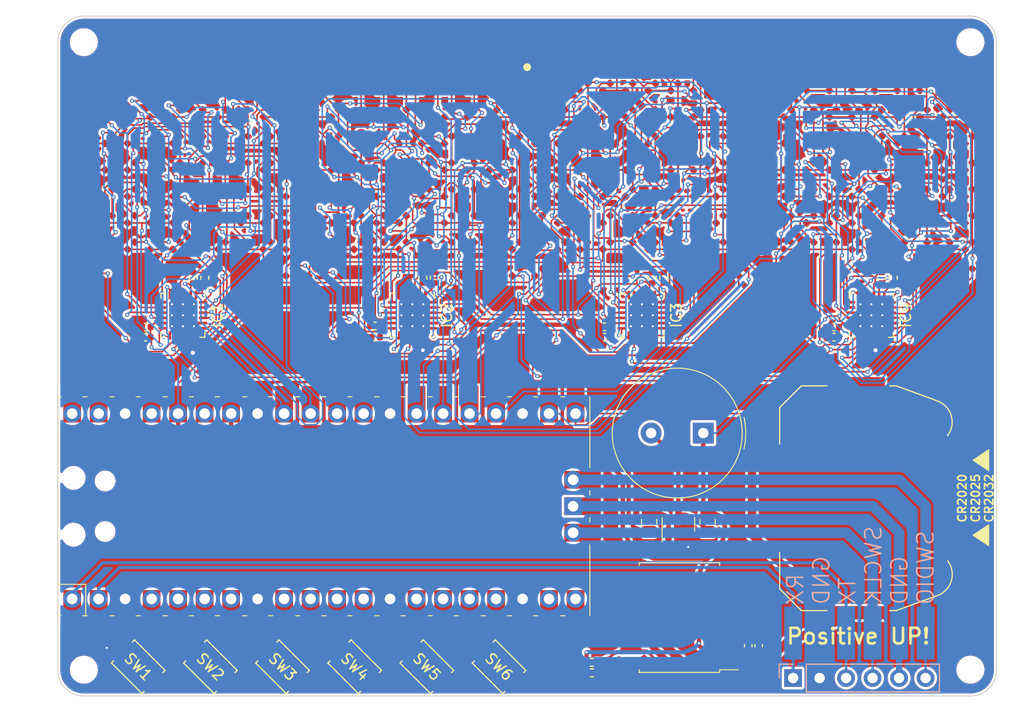
<source format=kicad_pcb>
(kicad_pcb (version 20221018) (generator pcbnew)
  (title_block (title "EnvOpenClock") (rev "2"))
  (layers (0 "F.Cu" signal) (31 "B.Cu" signal) (34 "B.Paste" user) (35 "F.Paste" user) (36 "B.SilkS" user "B.Silkscreen") (37 "F.SilkS" user "F.Silkscreen") (38 "B.Mask" user) (39 "F.Mask" user) (44 "Edge.Cuts" user))
  (net 0 "")
  (net 2 "GND")
  (net 3 "I2C1_SDA")
  (net 6 "IC1R1")
  (net 7 "IC1R2")
  (net 8 "IC1R3")
  (net 9 "IC1R4")
  (net 10 "IC1R5")
  (net 11 "IC1R6")
  (net 12 "IC1R7")
  (net 13 "IC1R8")
  (net 14 "IC1C8")
  (net 15 "IC1C7")
  (net 16 "IC1C6")
  (net 17 "IC1C5")
  (net 18 "IC1C4")
  (net 19 "IC1C3")
  (net 20 "IC1C2")
  (net 21 "IC1C1")
  (net 24 "IC2R1")
  (net 25 "IC2R2")
  (net 26 "IC2R3")
  (net 27 "IC2R4")
  (net 28 "IC2R5")
  (net 29 "IC2R6")
  (net 30 "IC2R7")
  (net 31 "IC2R8")
  (net 32 "IC2C8")
  (net 33 "IC2C7")
  (net 34 "IC2C6")
  (net 35 "IC2C5")
  (net 36 "IC2C4")
  (net 37 "IC2C3")
  (net 38 "IC2C2")
  (net 39 "IC2C1")
  (net 42 "IC3R1")
  (net 43 "IC3R2")
  (net 44 "IC3R3")
  (net 45 "IC3R4")
  (net 46 "IC3R5")
  (net 47 "IC3R6")
  (net 48 "IC3R7")
  (net 49 "IC3R8")
  (net 50 "IC3C8")
  (net 51 "IC3C7")
  (net 52 "IC3C6")
  (net 53 "IC3C5")
  (net 54 "IC3C4")
  (net 55 "IC3C3")
  (net 56 "IC3C2")
  (net 57 "IC3C1")
  (net 60 "IC4R1")
  (net 61 "IC4R2")
  (net 62 "IC4R3")
  (net 63 "IC4R4")
  (net 64 "IC4R5")
  (net 65 "IC4R6")
  (net 66 "IC4R7")
  (net 67 "IC4R8")
  (net 68 "IC4C8")
  (net 69 "IC4C7")
  (net 70 "IC4C6")
  (net 71 "IC4C5")
  (net 72 "IC4C4")
  (net 73 "IC4C3")
  (net 74 "IC4C2")
  (net 75 "IC4C1")
  (net 76 "GPIO6")
  (net 77 "GPIO7")
  (net 78 "GPIO9")
  (net 79 "GPIO8")
  (net 84 "I2C1_SCL")
  (net 85 "I2C2_SDA")
  (net 86 "I2C2_SCL")
  (net 87 "I2C3_SDA")
  (net 88 "I2C3_SCL")
  (net 89 "I2C4_SDA")
  (net 90 "I2C4_SCL")
  (net 91 "RTC_SCL")
  (net 93 "Net-(BZ1-+)")
  (net 95 "+3V3")
  (net 98 "Net-(BT1-+)")
  (net 100 "Net-(Q1-B)")
  (net 101 "Buzzer GPIO")
  (net 102 "RTC_SDA")
  (net 103 "GPIO2")
  (net 104 "GPIO3")
  (net 105 "GPIO4")
  (net 106 "GPIO5")
  (net 110 "RX")
  (net 111 "TX")
  (net 112 "SWDIO")
  (net 113 "SWCLK")
  (net 114 "DEBUG-GND")
  (footprint "LED_SMD:LED_0402_1005Metric" (layer "F.Cu") (at 150.63 66.8329 45)
    (fp_text reference "D247" hide)
    (fp_text value "LED" hide)
  )
  (footprint "LED_SMD:LED_0402_1005Metric" (layer "F.Cu") (at 133.27 76.9929 45)
    (fp_text reference "D86" hide)
    (fp_text value "LED" hide)
  )
  (footprint "LED_SMD:LED_0402_1005Metric" (layer "F.Cu") (at 137.61 74.4529 45)
    (fp_text reference "D99" hide)
    (fp_text value "LED" hide)
  )
  (footprint "LED_SMD:LED_0402_1005Metric" (layer "F.Cu") (at 102.89 69.3729 45)
    (fp_text reference "D162" hide)
    (fp_text value "LED" hide)
  )
  (footprint "LED_SMD:LED_0402_1005Metric" (layer "F.Cu") (at 109.4 74.4529 45)
    (fp_text reference "D42" hide)
    (fp_text value "LED" hide)
  )
  (footprint "LED_SMD:LED_0402_1005Metric" (layer "F.Cu") (at 111.57 71.9129 45)
    (fp_text reference "D48" hide)
    (fp_text value "LED" hide)
  )
  (footprint "LED_SMD:LED_0402_1005Metric" (layer "F.Cu") (at 89.87 76.9929 45)
    (fp_text reference "D14" hide)
    (fp_text value "LED" hide)
  )
  (footprint "LED_SMD:LED_0402_1005Metric" (layer "F.Cu") (at 137.61 66.8329 45)
    (fp_text reference "D96" hide)
    (fp_text value "LED" hide)
  )
  (footprint "LED_SMD:LED_0402_1005Metric" (layer "F.Cu") (at 98.55 74.4529 45)
    (fp_text reference "D150" hide)
    (fp_text value "LED" hide)
  )
  (footprint "LED_SMD:LED_0402_1005Metric" (layer "F.Cu") (at 165.82 64.2929 45)
    (fp_text reference "D261" hide)
    (fp_text value "LED" hide)
  )
  (footprint "LED_SMD:LED_0402_1005Metric" (layer "F.Cu") (at 98.55 64.2929 45)
    (fp_text reference "D146" hide)
    (fp_text value "LED" hide)
  )
  (footprint "LED_SMD:LED_0402_1005Metric" (layer "F.Cu") (at 109.4 82.0729 45)
    (fp_text reference "DI3" hide)
    (fp_text value "LED" hide)
  )
  (footprint "LED_SMD:LED_0402_1005Metric" (layer "F.Cu") (at 92.04 69.3729 45)
    (fp_text reference "D18" hide)
    (fp_text value "LED" hide)
  )
  (footprint "LED_SMD:LED_0402_1005Metric" (layer "F.Cu") (at 92.04 74.4529 45)
    (fp_text reference "D20" hide)
    (fp_text value "LED" hide)
  )
  (footprint "LED_SMD:LED_0402_1005Metric" (layer "F.Cu") (at 128.93 79.5329 45)
    (fp_text reference "D216" hide)
    (fp_text value "LED" hide)
  )
  (footprint "Buzzer_Beeper:Buzzer_TDK_PS1240P02BT_D12.2mm_H6.5mm" (layer "F.Cu") (at 146.8883 97.5 180)
    (fp_text reference "BZ1")
    (fp_text value "Buzzer 12.2Mm")
  )
  (footprint "LED_SMD:LED_0402_1005Metric" (layer "F.Cu") (at 159.31 74.4529 45)
    (fp_text reference "D135" hide)
    (fp_text value "LED" hide)
  )
  (footprint "LED_SMD:LED_0402_1005Metric" (layer "F.Cu") (at 126.76 69.3729 45)
    (fp_text reference "D205" hide)
    (fp_text value "LED" hide)
  )
  (footprint "LED_SMD:LED_0402_1005Metric" (layer "F.Cu") (at 94.21 74.4529 45)
    (fp_text reference "D27" hide)
    (fp_text value "LED" hide)
  )
  (footprint "LED_SMD:LED_0402_1005Metric" (layer "F.Cu") (at 172.33 66.8329 45)
    (fp_text reference "D283" hide)
    (fp_text value "LED" hide)
  )
  (footprint "LED_SMD:LED_0402_1005Metric" (layer "F.Cu") (at 163.65 64.2929 45)
    (fp_text reference "D254" hide)
    (fp_text value "LED" hide)
  )
  (footprint "LED_SMD:LED_0402_1005Metric" (layer "F.Cu") (at 92.04 76.9929 45)
    (fp_text reference "D21" hide)
    (fp_text value "LED" hide)
  )
  (footprint "LED_SMD:LED_0402_1005Metric" (layer "F.Cu") (at 144.12 79.5329 45)
    (fp_text reference "D231" hide)
    (fp_text value "LED" hide)
  )
  (footprint "LED_SMD:LED_0402_1005Metric" (layer "F.Cu") (at 137.61 64.2929 45)
    (fp_text reference "D95" hide)
    (fp_text value "LED" hide)
  )
  (footprint "LED_SMD:LED_0402_1005Metric" (layer "F.Cu") (at 89.87 64.2929 45)
    (fp_text reference "D9" hide)
    (fp_text value "LED" hide)
  )
  (footprint "LED_SMD:LED_0402_1005Metric" (layer "F.Cu") (at 170.16 64.2929 45)
    (fp_text reference "D275" hide)
    (fp_text value "LED" hide)
  )
  (footprint "LED_SMD:LED_0402_1005Metric" (layer "F.Cu") (at 148.46 79.5329 45)
    (fp_text reference "D245" hide)
    (fp_text value "LED" hide)
  )
  (footprint "LED_SMD:LED_0402_1005Metric" (layer "F.Cu") (at 87.7 82.0729 45)
    (fp_text reference "DI1" hide)
    (fp_text value "LED" hide)
  )
  (footprint "Resistor_SMD:R_0402_1005Metric" (layer "F.Cu") (at 165.1 82.6 -90)
    (fp_text reference "R5")
    (fp_text value "0402 10K")
  )
  (footprint "LED_SMD:LED_0402_1005Metric" (layer "F.Cu") (at 172.33 69.3729 45)
    (fp_text reference "D284" hide)
    (fp_text value "LED" hide)
  )
  (footprint "LED_SMD:LED_0402_1005Metric" (layer "F.Cu") (at 107.23 64.2929 45)
    (fp_text reference "D174" hide)
    (fp_text value "LED" hide)
  )
  (footprint "LED_SMD:LED_0402_1005Metric" (layer "F.Cu") (at 161.48 76.9929 45)
    (fp_text reference "D143" hide)
    (fp_text value "LED" hide)
  )
  (footprint "LED_SMD:LED_0402_1005Metric" (layer "F.Cu") (at 131.1 76.9929 45)
    (fp_text reference "D79" hide)
    (fp_text value "LED" hide)
  )
  (footprint "LED_SMD:LED_0402_1005Metric" (layer "F.Cu") (at 128.93 69.3729 45)
    (fp_text reference "D212" hide)
    (fp_text value "LED" hide)
  )
  (footprint "LED_SMD:LED_0402_1005Metric" (layer "F.Cu") (at 172.33 82.0729 45)
    (fp_text reference "DI8" hide)
    (fp_text value "LED" hide)
  )
  (footprint "LED_SMD:LED_0402_1005Metric" (layer "F.Cu") (at 107.23 66.8329 45)
    (fp_text reference "D175" hide)
    (fp_text value "LED" hide)
  )
  (footprint "LED_SMD:LED_0402_1005Metric" (layer "F.Cu") (at 172.33 79.5329 45)
    (fp_text reference "D288" hide)
    (fp_text value "LED" hide)
  )
  (footprint "LED_SMD:LED_0402_1005Metric" (layer "F.Cu") (at 131.1 64.2929 45)
    (fp_text reference "D74" hide)
    (fp_text value "LED" hide)
  )
  (footprint "Package_DFN_QFN:QFN-24-1EP_4x4mm_P0.5mm_EP2.6x2.6mm_ThermalVias" (layer "F.Cu") (at 163 86.2 -90)
    (fp_text reference "IC4")
    (fp_text value "IS31FL3730-QFLS2-TR")
  )
  (footprint "LED_SMD:LED_0402_1005Metric" (layer "F.Cu") (at 98.55 69.3729 45)
    (fp_text reference "D148" hide)
    (fp_text value "LED" hide)
  )
  (footprint "Button_Switch_SMD:SW_Push_SPST_NO_Alps_SKRK" (layer "F.Cu") (at 99.6349 119.9151 -45)
    (fp_text reference "SW2")
    (fp_text value "SW_SPST")
  )
  (footprint "LED_SMD:LED_0402_1005Metric" (layer "F.Cu") (at 161.48 71.9129 45)
    (fp_text reference "D141" hide)
    (fp_text value "LED" hide)
  )
  (footprint "LED_SMD:LED_0402_1005Metric" (layer "F.Cu") (at 115.91 74.4529 45)
    (fp_text reference "D63" hide)
    (fp_text value "LED" hide)
  )
  (footprint "LED_SMD:LED_0402_1005Metric" (layer "F.Cu") (at 154.97 71.9129 45)
    (fp_text reference "D120" hide)
    (fp_text value "LED" hide)
  )
  (footprint "LED_SMD:LED_0402_1005Metric" (layer "F.Cu") (at 137.61 76.9929 45)
    (fp_text reference "D100" hide)
    (fp_text value "LED" hide)
  )
  (footprint "LED_SMD:LED_0402_1005Metric" (layer "F.Cu") (at 89.87 71.9129 45)
    (fp_text reference "D12" hide)
    (fp_text value "LED" hide)
  )
  (footprint "LED_SMD:LED_0402_1005Metric" (layer "F.Cu") (at 131.1 74.4529 45)
    (fp_text reference "D78" hide)
    (fp_text value "LED" hide)
  )
  (footprint "MountingHole:MountingHole_2.2mm_M2" (layer "F.Cu") (at 87.5 60)
    (fp_text reference "H4")
    (fp_text value "MountingHole")
  )
  (footprint "LED_SMD:LED_0402_1005Metric" (layer "F.Cu") (at 107.23 79.5329 45)
    (fp_text reference "D180" hide)
    (fp_text value "LED" hide)
  )
  (footprint "LED_SMD:LED_0402_1005Metric" (layer "F.Cu") (at 157.14 64.2929 45)
    (fp_text reference "D124" hide)
    (fp_text value "LED" hide)
  )
  (footprint "LED_SMD:LED_0402_1005Metric" (layer "F.Cu") (at 105.06 71.9129 45)
    (fp_text reference "D170" hide)
    (fp_text value "LED" hide)
  )
  (footprint "LED_SMD:LED_0402_1005Metric" (layer "F.Cu") (at 115.91 69.3729 45)
    (fp_text reference "D61" hide)
    (fp_text value "LED" hide)
  )
  (footprint "LED_SMD:LED_0402_1005Metric" (layer "F.Cu") (at 172.33 76.9929 45)
    (fp_text reference "D287" hide)
    (fp_text value "LED" hide)
  )
  (footprint "LED_SMD:LED_0402_1005Metric" (layer "F.Cu") (at 122.42 79.5329 45)
    (fp_text reference "D195" hide)
    (fp_text value "LED" hide)
  )
  (footprint "LED_SMD:LED_0402_1005Metric" (layer "F.Cu") (at 94.21 76.9929 45)
    (fp_text reference "D28" hide)
    (fp_text value "LED" hide)
  )
  (footprint "LED_SMD:LED_0402_1005Metric" (layer "F.Cu") (at 126.76 76.9929 45)
    (fp_text reference "D208" hide)
    (fp_text value "LED" hide)
  )
  (footprint "LED_SMD:LED_0402_1005Metric" (layer "F.Cu") (at 133.27 64.2929 45)
    (fp_text reference "D81" hide)
    (fp_text value "LED" hide)
  )
  (footprint "LED_SMD:LED_0402_1005Metric" (layer "F.Cu") (at 107.23 76.9929 45)
    (fp_text reference "D179" hide)
    (fp_text value "LED" hide)
  )
  (footprint "LED_SMD:LED_0402_1005Metric" (layer "F.Cu") (at 120.25 66.8329 45)
    (fp_text reference "D183" hide)
    (fp_text value "LED" hide)
  )
  (footprint "LED_SMD:LED_0402_1005Metric" (layer "F.Cu") (at 154.97 76.9929 45)
    (fp_text reference "D122" hide)
    (fp_text value "LED" hide)
  )
  (footprint "LED_SMD:LED_0402_1005Metric" (layer "F.Cu") (at 165.82 66.8329 45)
    (fp_text reference "D262" hide)
    (fp_text value "LED" hide)
  )
  (footprint "LED_SMD:LED_0402_1005Metric" (layer "F.Cu") (at 157.14 79.5329 45)
    (fp_text reference "D130" hide)
    (fp_text value "LED" hide)
  )
  (footprint "Button_Switch_SMD:SW_Push_SPST_NO_Alps_SKRK" (layer "F.Cu") (at 106.5529 119.9151 -45)
    (fp_text reference "SW3")
    (fp_text value "SW_SPST")
  )
  (footprint "LED_SMD:LED_0402_1005Metric" (layer "F.Cu") (at 163.65 79.5329 45)
    (fp_text reference "D260" hide)
    (fp_text value "LED" hide)
  )
  (footprint "LED_SMD:LED_0402_1005Metric" (layer "F.Cu") (at 124.59 69.3729 45)
    (fp_text reference "D198" hide)
    (fp_text value "LED" hide)
  )
  (footprint "LED_SMD:LED_0402_1005Metric" (layer "F.Cu") (at 141.95 69.3729 45)
    (fp_text reference "D220" hide)
    (fp_text value "LED" hide)
  )
  (footprint "LED_SMD:LED_0402_1005Metric" (layer "F.Cu") (at 115.91 71.9129 45)
    (fp_text reference "D62" hide)
    (fp_text value "LED" hide)
  )
  (footprint "LED_SMD:LED_0402_1005Metric" (layer "F.Cu") (at 124.59 79.5329 45)
    (fp_text reference "D202" hide)
    (fp_text value "LED" hide)
  )
  (footprint "LED_SMD:LED_0402_1005Metric" (layer "F.Cu") (at 126.76 64.2929 45)
    (fp_text reference "D203" hide)
    (fp_text value "LED" hide)
  )
  (footprint "LED_SMD:LED_0402_1005Metric" (layer "F.Cu") (at 113.74 69.3729 45)
    (fp_text reference "D54" hide)
    (fp_text value "LED" hide)
  )
  (footprint "LED_SMD:LED_0402_1005Metric" (layer "F.Cu") (at 111.57 74.4529 45)
    (fp_text reference "D49" hide)
    (fp_text value "LED" hide)
  )
  (footprint "LED_SMD:LED_0402_1005Metric" (layer "F.Cu") (at 133.27 69.3729 45)
    (fp_text reference "D83" hide)
    (fp_text value "LED" hide)
  )
  (footprint "LED_SMD:LED_0402_1005Metric" (layer "F.Cu") (at 87.7 74.4529 45)
    (fp_text reference "D6" hide)
    (fp_text value "LED" hide)
  )
  (footprint "LED_SMD:LED_0402_1005Metric" (layer "F.Cu") (at 139.78 74.4529 45)
    (fp_text reference "D106" hide)
    (fp_text value "LED" hide)
  )
  (footprint "LED_SMD:LED_0402_1005Metric" (layer "F.Cu") (at 113.74 76.9929 45)
    (fp_text reference "D57" hide)
    (fp_text value "LED" hide)
  )
  (footprint "LED_SMD:LED_0402_1005Metric" (layer "F.Cu") (at 135.44 79.5329 45)
    (fp_text reference "D94" hide)
    (fp_text value "LED" hide)
  )
  (footprint "LED_SMD:LED_0402_1005Metric" (layer "F.Cu") (at 167.99 69.3729 45)
    (fp_text reference "D270" hide)
    (fp_text value "LED" hide)
  )
  (footprint "LED_SMD:LED_0402_1005Metric" (layer "F.Cu") (at 122.42 71.9129 45)
    (fp_text reference "D192" hide)
    (fp_text value "LED" hide)
  )
  (footprint "LED_SMD:LED_0402_1005Metric" (layer "F.Cu") (at 87.7 66.8329 45)
    (fp_text reference "D3" hide)
    (fp_text value "LED" hide)
  )
  (footprint "LED_SMD:LED_0402_1005Metric" (layer "F.Cu") (at 109.4 71.9129 45)
    (fp_text reference "D41" hide)
    (fp_text value "LED" hide)
  )
  (footprint "LED_SMD:LED_0402_1005Metric" (layer "F.Cu") (at 170.16 66.8329 45)
    (fp_text reference "D276" hide)
    (fp_text value "LED" hide)
  )
  (footprint "LED_SMD:LED_0402_1005Metric" (layer "F.Cu") (at 133.27 79.5329 45)
    (fp_text reference "D87" hide)
    (fp_text value "LED" hide)
  )
  (footprint "Capacitor_SMD:C_0402_1005Metric" (layer "F.Cu") (at 137.42 88.3 180)
    (fp_text reference "C6")
    (fp_text value "0402 1uF")
  )
  (footprint "LED_SMD:LED_0402_1005Metric" (layer "F.Cu") (at 157.14 71.9129 45)
    (fp_text reference "D127" hide)
    (fp_text value "LED" hide)
  )
  (footprint "LED_SMD:LED_0402_1005Metric" (layer "F.Cu") (at 135.44 64.2929 45)
    (fp_text reference "D88" hide)
    (fp_text value "LED" hide)
  )
  (footprint "LED_SMD:LED_0402_1005Metric" (layer "F.Cu") (at 144.12 66.8329 45)
    (fp_text reference "D226" hide)
    (fp_text value "LED" hide)
  )
  (footprint "MCU_RaspberryPi_and_Boards:RPi_Pico_SMD_TH" (layer "F.Cu") (at 110.5124 104.521 90)
    (fp_text reference "U1")
    (fp_text value "Raspberry Pi Pico")
  )
  (footprint "Button_Switch_SMD:SW_Push_SPST_NO_Alps_SKRK" (layer "F.Cu") (at 113.4709 119.9151 -45)
    (fp_text reference "SW4")
    (fp_text value "SW_SPST")
  )
  (footprint "LED_SMD:LED_0402_1005Metric" (layer "F.Cu") (at 128.93 82.0729 45)
    (fp_text reference "DI4" hide)
    (fp_text value "LED" hide)
  )
  (footprint "Capacitor_SMD:C_0402_1005Metric" (layer "F.Cu") (at 115.42 87.225 180)
    (fp_text reference "C3")
    (fp_text value "0402 0.1uF")
  )
  (footprint "LED_SMD:LED_0402_1005Metric" (layer "F.Cu") (at 157.14 76.9929 45)
    (fp_text reference "D129" hide)
    (fp_text value "LED" hide)
  )
  (footprint "MountingHole:MountingHole_2.2mm_M2" (layer "F.Cu") (at 87.5 120.2)
    (fp_text reference "H2")
    (fp_text value "MountingHole")
  )
  (footprint "LED_SMD:LED_0402_1005Metric" (layer "F.Cu") (at 124.59 64.2929 45)
    (fp_text reference "D196" hide)
    (fp_text value "LED" hide)
  )
  (footprint "LED_SMD:LED_0402_1005Metric" (layer "F.Cu") (at 165.82 71.9129 45)
    (fp_text reference "D264" hide)
    (fp_text value "LED" hide)
  )
  (footprint "LED_SMD:LED_0402_1005Metric" (layer "F.Cu") (at 118.08 69.3729 45)
    (fp_text reference "D68" hide)
    (fp_text value "LED" hide)
  )
  (footprint "LED_SMD:LED_0402_1005Metric" (layer "F.Cu") (at 150.63 76.9929 45)
    (fp_text reference "D251" hide)
    (fp_text value "LED" hide)
  )
  (footprint "Capacitor_SMD:C_0402_1005Metric" (layer "F.Cu") (at 93.42 88.3 180)
    (fp_text reference "C2")
    (fp_text value "0402 1uF")
  )
  (footprint "LED_SMD:LED_0402_1005Metric" (layer "F.Cu") (at 131.1 66.8329 45)
    (fp_text reference "D75" hide)
    (fp_text value "LED" hide)
  )
  (footprint "LED_SMD:LED_0402_1005Metric" (layer "F.Cu") (at 118.08 64.2929 45)
    (fp_text reference "D66" hide)
    (fp_text value "LED" hide)
  )
  (footprint "LED_SMD:LED_0402_1005Metric" (layer "F.Cu") (at 139.78 64.2929 45)
    (fp_text reference "D102" hide)
    (fp_text value "LED" hide)
  )
  (footprint "LED_SMD:LED_0402_1005Metric" (layer "F.Cu") (at 128.93 64.2929 45)
    (fp_text reference "D210" hide)
    (fp_text value "LED" hide)
  )
  (footprint "LED_SMD:LED_0402_1005Metric" (layer "F.Cu") (at 165.82 79.5329 45)
    (fp_text reference "D267" hide)
    (fp_text value "LED" hide)
  )
  (footprint "LED_SMD:LED_0402_1005Metric" (layer "F.Cu") (at 146.29 74.4529 45)
    (fp_text reference "D236" hide)
    (fp_text value "LED" hide)
  )
  (footprint "LED_SMD:LED_0402_1005Metric" (layer "F.Cu") (at 102.89 66.8329 45)
    (fp_text reference "D161" hide)
    (fp_text value "LED" hide)
  )
  (footprint "LED_SMD:LED_0402_1005Metric" (layer "F.Cu") (at 133.27 74.4529 45)
    (fp_text reference "D85" hide)
    (fp_text value "LED" hide)
  )
  (footprint "LED_SMD:LED_0402_1005Metric" (layer "F.Cu") (at 120.25 76.9929 45)
    (fp_text reference "D187" hide)
    (fp_text value "LED" hide)
  )
  (footprint "LED_SMD:LED_0402_1005Metric" (layer "F.Cu") (at 146.29 76.9929 45)
    (fp_text reference "D237" hide)
    (fp_text value "LED" hide)
  )
  (footprint "LED_SMD:LED_0402_1005Metric" (layer "F.Cu") (at 167.99 64.2929 45)
    (fp_text reference "D268" hide)
    (fp_text value "LED" hide)
  )
  (footprint "LED_SMD:LED_0402_1005Metric" (layer "F.Cu") (at 144.12 71.9129 45)
    (fp_text reference "D228" hide)
    (fp_text value "LED" hide)
  )
  (footprint "LED_SMD:LED_0402_1005Metric" (layer "F.Cu") (at 122.42 66.8329 45)
    (fp_text reference "D190" hide)
    (fp_text value "LED" hide)
  )
  (footprint "LED_SMD:LED_0402_1005Metric" (layer "F.Cu") (at 139.78 71.9129 45)
    (fp_text reference "D105" hide)
    (fp_text value "LED" hide)
  )
  (footprint "LED_SMD:LED_0402_1005Metric" (layer "F.Cu") (at 87.7 69.3729 45)
    (fp_text reference "D4" hide)
    (fp_text value "LED" hide)
  )
  (footprint "Button_Switch_SMD:SW_Push_SPST_NO_Alps_SKRK" (layer "F.Cu") (at 120.3889 119.9151 -45)
    (fp_text reference "SW5")
    (fp_text value "SW_SPST")
  )
  (footprint "LED_SMD:LED_0402_1005Metric" (layer "F.Cu") (at 161.48 74.4529 45)
    (fp_text reference "D142" hide)
    (fp_text value "LED" hide)
  )
  (footprint "LED_SMD:LED_0402_1005Metric" (layer "F.Cu") (at 128.93 76.9929 45)
    (fp_text reference "D215" hide)
    (fp_text value "LED" hide)
  )
  (footprint "LED_SMD:LED_0402_1005Metric" (layer "F.Cu") (at 109.4 79.5329 45)
    (fp_text reference "D44" hide)
    (fp_text value "LED" hide)
  )
  (footprint "LED_SMD:LED_0402_1005Metric" (layer "F.Cu") (at 102.89 71.9129 45)
    (fp_text reference "D163" hide)
    (fp_text value "LED" hide)
  )
  (footprint "MountingHole:MountingHole_2.2mm_M2" (layer "F.Cu") (at 172.5 120.2)
    (fp_text reference "H1")
    (fp_text value "MountingHole")
  )
  (footprint "LED_SMD:LED_0402_1005Metric" (layer "F.Cu") (at 161.48 79.5329 45)
    (fp_text reference "D144" hide)
    (fp_text value "LED" hide)
  )
  (footprint "LED_SMD:LED_0402_1005Metric" (layer "F.Cu") (at 94.21 66.8329 45)
    (fp_text reference "D24" hide)
    (fp_text value "LED" hide)
  )
  (footprint "LED_SMD:LED_0402_1005Metric" (layer "F.Cu") (at 146.29 71.9129 45)
    (fp_text reference "D235" hide)
    (fp_text value "LED" hide)
  )
  (footprint "LED_SMD:LED_0402_1005Metric" (layer "F.Cu") (at 120.25 74.4529 45)
    (fp_text reference "D186" hide)
    (fp_text value "LED" hide)
  )
  (footprint "LED_SMD:LED_0402_1005Metric" (layer "F.Cu") (at 92.04 71.9129 45)
    (fp_text reference "D19" hide)
    (fp_text value "LED" hide)
  )
  (footprint "LED_SMD:LED_0402_1005Metric" (layer "F.Cu") (at 137.61 69.3729 45)
    (fp_text reference "D97" hide)
    (fp_text value "LED" hide)
  )
  (footprint "LED_SMD:LED_0402_1005Metric" (layer "F.Cu") (at 150.63 69.3729 45)
    (fp_text reference "D248" hide)
    (fp_text value "LED" hide)
  )
  (footprint "LED_SMD:LED_0402_1005Metric" (layer "F.Cu") (at 141.95 66.8329 45)
    (fp_text reference "D219" hide)
    (fp_text value "LED" hide)
  )
  (footprint "LED_SMD:LED_0402_1005Metric" (layer "F.Cu") (at 94.21 79.5329 45)
    (fp_text reference "D29" hide)
    (fp_text value "LED" hide)
  )
  (footprint "LED_SMD:LED_0402_1005Metric" (layer "F.Cu") (at 120.25 69.3729 45)
    (fp_text reference "D184" hide)
    (fp_text value "LED" hide)
  )
  (footprint "LED_SMD:LED_0402_1005Metric" (layer "F.Cu") (at 126.76 71.9129 45)
    (fp_text reference "D206" hide)
    (fp_text value "LED" hide)
  )
  (footprint "Package_SO:SOIC-16W_7.5x10.3mm_P1.27mm" (layer "F.Cu") (at 144.6 115.2 180)
    (fp_text reference "U3")
    (fp_text value "DS3231M")
  )
  (footprint "LED_SMD:LED_0402_1005Metric" (layer "F.Cu") (at 135.44 74.4529 45)
    (fp_text reference "D92" hide)
    (fp_text value "LED" hide)
  )
  (footprint "LED_SMD:LED_0402_1005Metric" (layer "F.Cu") (at 105.06 69.3729 45)
    (fp_text reference "D169" hide)
    (fp_text value "LED" hide)
  )
  (footprint "LED_SMD:LED_0402_1005Metric" (layer "F.Cu") (at 111.57 66.8329 45)
    (fp_text reference "D46" hide)
    (fp_text value "LED" hide)
  )
  (footprint "LED_SMD:LED_0402_1005Metric" (layer "F.Cu") (at 113.74 66.8329 45)
    (fp_text reference "D53" hide)
    (fp_text value "LED" hide)
  )
  (footprint "LED_SMD:LED_0402_1005Metric" (layer "F.Cu") (at 152.8 79.5329 45)
    (fp_text reference "D116" hide)
    (fp_text value "LED" hide)
  )
  (footprint "LED_SMD:LED_0402_1005Metric" (layer "F.Cu") (at 131.1 79.5329 45)
    (fp_text reference "D80" hide)
    (fp_text value "LED" hide)
  )
  (footprint "LED_SMD:LED_0402_1005Metric" (layer "F.Cu") (at 167.99 79.5329 45)
    (fp_text reference "D274" hide)
    (fp_text value "LED" hide)
  )
  (footprint "LED_SMD:LED_0402_1005Metric" (layer "F.Cu") (at 131.1 71.9129 45)
    (fp_text reference "D77" hide)
    (fp_text value "LED" hide)
  )
  (footprint "LED_SMD:LED_0402_1005Metric" (layer "F.Cu") (at 131.1 69.3729 45)
    (fp_text reference "D76" hide)
    (fp_text value "LED" hide)
  )
  (footprint "LED_SMD:LED_0402_1005Metric" (layer "F.Cu") (at 146.29 69.3729 45)
    (fp_text reference "D234" hide)
    (fp_text value "LED" hide)
  )
  (footprint "LED_SMD:LED_0402_1005Metric" (layer "F.Cu") (at 135.44 69.3729 45)
    (fp_text reference "D90" hide)
    (fp_text value "LED" hide)
  )
  (footprint "Button_Switch_SMD:SW_Push_SPST_NO_Alps_SKRK" (layer "F.Cu") (at 127.3069 119.9151 -45)
    (fp_text reference "SW6")
    (fp_text value "SW_SPST")
  )
  (footprint "LED_SMD:LED_0402_1005Metric" (layer "F.Cu") (at 141.95 76.9929 45)
    (fp_text reference "D223" hide)
    (fp_text value "LED" hide)
  )
  (footprint "LED_SMD:LED_0402_1005Metric" (layer "F.Cu") (at 152.8 76.9929 45)
    (fp_text reference "D115" hide)
    (fp_text value "LED" hide)
  )
  (footprint "LED_SMD:LED_0402_1005Metric" (layer "F.Cu") (at 154.97 69.3729 45)
    (fp_text reference "D119" hide)
    (fp_text value "LED" hide)
  )
  (footprint "LED_SMD:LED_0402_1005Metric" (layer "F.Cu") (at 165.82 74.4529 45)
    (fp_text reference "D265" hide)
    (fp_text value "LED" hide)
  )
  (footprint "LED_SMD:LED_0402_1005Metric" (layer "F.Cu") (at 150.63 71.9129 45)
    (fp_text reference "D249" hide)
    (fp_text value "LED" hide)
  )
  (footprint "LED_SMD:LED_0402_1005Metric" (layer "F.Cu") (at 128.93 74.4529 45)
    (fp_text reference "D214" hide)
    (fp_text value "LED" hide)
  )
  (footprint "LED_SMD:LED_0402_1005Metric" (layer "F.Cu") (at 163.65 74.4529 45)
    (fp_text reference "D258" hide)
    (fp_text value "LED" hide)
  )
  (footprint "Resistor_SMD:R_0402_1005Metric" (layer "F.Cu") (at 164 82.6 -90)
    (fp_text reference "R6")
    (fp_text value "0402 10K")
  )
  (footprint "LED_SMD:LED_0402_1005Metric" (layer "F.Cu") (at 111.57 79.5329 45)
    (fp_text reference "D51" hide)
    (fp_text value "LED" hide)
  )
  (footprint "LED_SMD:LED_0402_1005Metric" (layer "F.Cu") (at 96.38 74.4529 45)
    (fp_text reference "D34" hide)
    (fp_text value "LED" hide)
  )
  (footprint "LED_SMD:LED_0402_1005Metric" (layer "F.Cu") (at 122.42 64.2929 45)
    (fp_text reference "D189" hide)
    (fp_text value "LED" hide)
  )
  (footprint "LED_SMD:LED_0402_1005Metric" (layer "F.Cu") (at 109.4 76.9929 45)
    (fp_text reference "D43" hide)
    (fp_text value "LED" hide)
  )
  (footprint "LED_SMD:LED_0402_1005Metric" (layer "F.Cu") (at 150.63 64.2929 45)
    (fp_text reference "D246" hide)
    (fp_text value "LED" hide)
  )
  (footprint "LED_SMD:LED_0402_1005Metric" (layer "F.Cu") (at 170.16 79.5329 45)
    (fp_text reference "D281" hide)
    (fp_text value "LED" hide)
  )
  (footprint "LED_SMD:LED_0402_1005Metric" (layer "F.Cu") (at 94.21 71.9129 45)
    (fp_text reference "D26" hide)
    (fp_text value "LED" hide)
  )
  (footprint "LED_SMD:LED_0402_1005Metric" (layer "F.Cu") (at 105.06 74.4529 45)
    (fp_text reference "D171" hide)
    (fp_text value "LED" hide)
  )
  (footprint "LED_SMD:LED_0402_1005Metric" (layer "F.Cu") (at 87.7 71.9129 45)
    (fp_text reference "D5" hide)
    (fp_text value "LED" hide)
  )
  (footprint "Resistor_SMD:R_0402_1005Metric" (layer "F.Cu") (at 121.1 82.59 -90)
    (fp_text reference "R11")
    (fp_text value "0402 10K")
  )
  (footprint "LED_SMD:LED_0402_1005Metric" (layer "F.Cu") (at 148.46 71.9129 45)
    (fp_text reference "D242" hide)
    (fp_text value "LED" hide)
  )
  (footprint "LED_SMD:LED_0402_1005Metric" (layer "F.Cu") (at 146.29 66.8329 45)
    (fp_text reference "D233" hide)
    (fp_text value "LED" hide)
  )
  (footprint "LED_SMD:LED_0402_1005Metric" (layer "F.Cu") (at 87.7 79.5329 45)
    (fp_text reference "D8" hide)
    (fp_text value "LED" hide)
  )
  (footprint "LED_SMD:LED_0402_1005Metric" (layer "F.Cu") (at 100.72 71.9129 45)
    (fp_text reference "D156" hide)
    (fp_text value "LED" hide)
  )
  (footprint "LED_SMD:LED_0402_1005Metric" (layer "F.Cu") (at 124.59 71.9129 45)
    (fp_text reference "D199" hide)
    (fp_text value "LED" hide)
  )
  (footprint "LED_SMD:LED_0402_1005Metric" (layer "F.Cu") (at 163.65 71.9129 45)
    (fp_text reference "D257" hide)
    (fp_text value "LED" hide)
  )
  (footprint "Button_Switch_SMD:SW_Push_SPST_NO_Alps_SKRK" (layer "F.Cu") (at 92.7169 119.9151 -45)
    (fp_text reference "SW1")
    (fp_text value "SW_SPST")
  )
  (footprint "LED_SMD:LED_0402_1005Metric" (layer "F.Cu") (at 167.99 76.9929 45)
    (fp_text reference "D273" hide)
    (fp_text value "LED" hide)
  )
  (footprint "LED_SMD:LED_0402_1005Metric" (layer "F.Cu") (at 152.8 69.3729 45)
    (fp_text reference "D112" hide)
    (fp_text value "LED" hide)
  )
  (footprint "Resistor_SMD:R_0402_1005Metric" (layer "F.Cu") (at 142 82.59 -90)
    (fp_text reference "R8")
    (fp_text value "0402 10K")
  )
  (footprint "LED_SMD:LED_0402_1005Metric" (layer "F.Cu") (at 135.44 71.9129 45)
    (fp_text reference "D91" hide)
    (fp_text value "LED" hide)
  )
  (footprint "LED_SMD:LED_0402_1005Metric" (layer "F.Cu") (at 161.48 66.8329 45)
    (fp_text reference "D139" hide)
    (fp_text value "LED" hide)
  )
  (footprint "Capacitor_SMD:C_0402_1005Metric" (layer "F.Cu") (at 93.42 87.325 180)
    (fp_text reference "C1")
    (fp_text value "0402 0.1uF")
  )
  (footprint "Capacitor_SMD:C_0402_1005Metric" (layer "F.Cu") (at 159.42 88.3 180)
    (fp_text reference "C8")
    (fp_text value "0402 1uF")
  )
  (footprint "LED_SMD:LED_0402_1005Metric" (layer "F.Cu") (at 157.14 69.3729 45)
    (fp_text reference "D126" hide)
    (fp_text value "LED" hide)
  )
  (footprint "LED_SMD:LED_0402_1005Metric" (layer "F.Cu") (at 141.95 74.4529 45)
    (fp_text reference "D222" hide)
    (fp_text value "LED" hide)
  )
  (footprint "LED_SMD:LED_0402_1005Metric" (layer "F.Cu") (at 105.06 76.9929 45)
    (fp_text reference "D172" hide)
    (fp_text value "LED" hide)
  )
  (footprint "Resistor_SMD:R_0402_1005Metric" (layer "F.Cu") (at 98 82.6 -90)
    (fp_text reference "R10")
    (fp_text value "0402 10K")
  )
  (footprint "LOGO" (layer "F.Cu") (at 165.1 60)
    (fp_text reference "G***" hide)
    (fp_text value "LOGO" hide)
  )
  (footprint "LED_SMD:LED_0402_1005Metric" (layer "F.Cu") (at 165.82 69.3729 45)
    (fp_text reference "D263" hide)
    (fp_text value "LED" hide)
  )
  (footprint "LED_SMD:LED_0402_1005Metric" (layer "F.Cu") (at 161.48 64.2929 45)
    (fp_text reference "D138" hide)
    (fp_text value "LED" hide)
  )
  (footprint "LED_SMD:LED_0402_1005Metric" (layer "F.Cu") (at 135.44 76.9929 45)
    (fp_text reference "D93" hide)
    (fp_text value "LED" hide)
  )
  (footprint "LED_SMD:LED_0402_1005Metric" (layer "F.Cu") (at 100.72 79.5329 45)
    (fp_text reference "D159" hide)
    (fp_text value "LED" hide)
  )
  (footprint "LED_SMD:LED_0402_1005Metric" (layer "F.Cu") (at 128.93 71.9129 45)
    (fp_text reference "D213" hide)
    (fp_text value "LED" hide)
  )
  (footprint "LED_SMD:LED_0402_1005Metric" (layer "F.Cu") (at 100.72 76.9929 45)
    (fp_text reference "D158" hide)
    (fp_text value "LED" hide)
  )
  (footprint "LED_SMD:LED_0402_1005Metric" (layer "F.Cu") (at 96.38 66.8329 45)
    (fp_text reference "D31" hide)
    (fp_text value "LED" hide)
  )
  (footprint "Capacitor_SMD:C_0402_1005Metric" (layer "F.Cu") (at 152.2 117.895 90)
    (fp_text reference "C10")
    (fp_text value "0402 1uF")
  )
  (footprint "Package_DFN_QFN:QFN-24-1EP_4x4mm_P0.5mm_EP2.6x2.6mm_ThermalVias" (layer "F.Cu") (at 119 86.2 -90)
    (fp_text reference "IC2")
    (fp_text value "IS31FL3730-QFLS2-TR")
  )
  (footprint "LED_SMD:LED_0402_1005Metric" (layer "F.Cu") (at 98.55 79.5329 45)
    (fp_text reference "D152" hide)
    (fp_text value "LED" hide)
  )
  (footprint "LED_SMD:LED_0402_1005Metric" (layer "F.Cu") (at 152.8 71.9129 45)
    (fp_text reference "D113" hide)
    (fp_text value "LED" hide)
  )
  (footprint "LED_SMD:LED_0402_1005Metric" (layer "F.Cu") (at 89.87 66.8329 45)
    (fp_text reference "D10" hide)
    (fp_text value "LED" hide)
  )
  (footprint "LED_SMD:LED_0402_1005Metric" (layer "F.Cu") (at 113.74 74.4529 45)
    (fp_text reference "D56" hide)
    (fp_text value "LED" hide)
  )
  (footprint "LED_SMD:LED_0402_1005Metric" (layer "F.Cu") (at 159.31 71.9129 45)
    (fp_text reference "D134" hide)
    (fp_text value "LED" hide)
  )
  (footprint "LED_SMD:LED_0402_1005Metric" (layer "F.Cu") (at 146.29 79.5329 45)
    (fp_text reference "D238" hide)
    (fp_text value "LED" hide)
  )
  (footprint "LED_SMD:LED_0402_1005Metric" (layer "F.Cu") (at 98.55 66.8329 45)
    (fp_text reference "D147" hide)
    (fp_text value "LED" hide)
  )
  (footprint "LED_SMD:LED_0402_1005Metric" (layer "F.Cu") (at 135.44 66.8329 45)
    (fp_text reference "D89" hide)
    (fp_text value "LED" hide)
  )
  (footprint "LED_SMD:LED_0402_1005Metric" (layer "F.Cu") (at 102.89 74.4529 45)
    (fp_text reference "D164" hide)
    (fp_text value "LED" hide)
  )
  (footprint "LED_SMD:LED_0402_1005Metric" (layer "F.Cu") (at 152.8 64.2929 45)
    (fp_text reference "D110" hide)
    (fp_text value "LED" hide)
  )
  (footprint "LED_SMD:LED_0402_1005Metric" (layer "F.Cu") (at 165.82 76.9929 45)
    (fp_text reference "D266" hide)
    (fp_text value "LED" hide)
  )
  (footprint "LED_SMD:LED_0402_1005Metric" (layer "F.Cu") (at 150.63 74.4529 45)
    (fp_text reference "D250" hide)
    (fp_text value "LED" hide)
  )
  (footprint "LED_SMD:LED_0402_1005Metric" (layer "F.Cu") (at 102.89 64.2929 45)
    (fp_text reference "D160" hide)
    (fp_text value "LED" hide)
  )
  (footprint "LED_SMD:LED_0402_1005Metric" (layer "F.Cu") (at 113.74 79.5329 45)
    (fp_text reference "D58" hide)
    (fp_text value "LED" hide)
  )
  (footprint "LED_SMD:LED_0402_1005Metric" (layer "F.Cu") (at 98.55 76.9929 45)
    (fp_text reference "D151" hide)
    (fp_text value "LED" hide)
  )
  (footprint "LED_SMD:LED_0402_1005Metric" (layer "F.Cu") (at 163.65 66.8329 45)
    (fp_text reference "D255" hide)
    (fp_text value "LED" hide)
  )
  (footprint "LED_SMD:LED_0402_1005Metric" (layer "F.Cu") (at 148.46 66.8329 45)
    (fp_text reference "D240" hide)
    (fp_text value "LED" hide)
  )
  (footprint "LED_SMD:LED_0402_1005Metric" (layer "F.Cu") (at 172.33 74.4529 45)
    (fp_text reference "D286" hide)
    (fp_text value "LED" hide)
  )
  (footprint "LED_SMD:LED_0402_1005Metric" (layer "F.Cu") (at 167.99 66.8329 45)
    (fp_text reference "D269" hide)
    (fp_text value "LED" hide)
  )
  (footprint "LED_SMD:LED_0402_1005Metric" (layer "F.Cu") (at 115.91 79.5329 45)
    (fp_text reference "D65" hide)
    (fp_text value "LED" hide)
  )
  (footprint "LED_SMD:LED_0402_1005Metric" (layer "F.Cu") (at 154.97 64.2929 45)
    (fp_text reference "D117" hide)
    (fp_text value "LED" hide)
  )
  (footprint "LED_SMD:LED_0402_1005Metric" (layer "F.Cu") (at 124.59 74.4529 45)
    (fp_text reference "D200" hide)
    (fp_text value "LED" hide)
  )
  (footprint "Resistor_SMD:R_0402_1005Metric" (layer "F.Cu") (at 136.21 120.5)
    (fp_text reference "R1")
    (fp_text value "0402 10K")
  )
  (footprint "LED_SMD:LED_0402_1005Metric" (layer "F.Cu") (at 131.1 82.0729 45)
    (fp_text reference "DI5" hide)
    (fp_text value "LED" hide)
  )
  (footprint "LED_SMD:LED_0402_1005Metric" (layer "F.Cu") (at 118.08 74.4529 45)
    (fp_text reference "D70" hide)
    (fp_text value "LED" hide)
  )
  (footprint "LED_SMD:LED_0402_1005Metric" (layer "F.Cu") (at 107.23 69.3729 45)
    (fp_text reference "D176" hide)
    (fp_text value "LED" hide)
  )
  (footprint "LED_SMD:LED_0402_1005Metric" (layer "F.Cu") (at 159.31 79.5329 45)
    (fp_text reference "D137" hide)
    (fp_text value "LED" hide)
  )
  (footprint "Capacitor_SMD:C_0402_1005Metric" (layer "F.Cu") (at 159.42 87.325 180)
    (fp_text reference "C7")
    (fp_text value "0402 0.1uF")
  )
  (footprint "LED_SMD:LED_0402_1005Metric" (layer "F.Cu") (at 107.23 74.4529 45)
    (fp_text reference "D178" hide)
    (fp_text value "LED" hide)
  )
  (footprint "Capacitor_SMD:C_0402_1005Metric" (layer "F.Cu") (at 151.2 117.895 90)
    (fp_text reference "C9")
    (fp_text value "0402 0.1uF")
  )
  (footprint "LED_SMD:LED_0402_1005Metric" (layer "F.Cu") (at 111.57 64.2929 45)
    (fp_text reference "D45" hide)
    (fp_text value "LED" hide)
  )
  (footprint "LED_SMD:LED_0402_1005Metric" (layer "F.Cu") (at 87.7 76.9929 45)
    (fp_text reference "D7" hide)
    (fp_text value "LED" hide)
  )
  (footprint "LED_SMD:LED_0402_1005Metric" (layer "F.Cu") (at 144.12 74.4529 45)
    (fp_text reference "D229" hide)
    (fp_text value "LED" hide)
  )
  (footprint "LED_SMD:LED_0402_1005Metric" (layer "F.Cu") (at 118.08 79.5329 45)
    (fp_text reference "D72" hide)
    (fp_text value "LED" hide)
  )
  (footprint "Battery:BatteryHolder_Keystone_3034_1x20mm" (layer "F.Cu") (at 161.75 103.75 90)
    (fp_text reference "BT1")
    (fp_text value "Keystone 3034")
  )
  (footprint "LED_SMD:LED_0402_1005Metric" (layer "F.Cu") (at 148.46 64.2929 45)
    (fp_text reference "D239" hide)
    (fp_text value "LED" hide)
  )
  (footprint "LED_SMD:LED_0402_1005Metric" (layer "F.Cu") (at 118.08 66.8329 45)
    (fp_text reference "D67" hide)
    (fp_text value "LED" hide)
  )
  (footprint "LED_SMD:LED_0402_1005Metric" (layer "F.Cu") (at 96.38 79.5329 45)
    (fp_text reference "D36" hide)
    (fp_text value "LED" hide)
  )
  (footprint "LED_SMD:LED_0402_1005Metric" (layer "F.Cu") (at 172.33 71.9129 45)
    (fp_text reference "D285" hide)
    (fp_text value "LED" hide)
  )
  (footprint "LED_SMD:LED_0402_1005Metric" (layer "F.Cu") (at 139.78 69.3729 45)
    (fp_text reference "D104" hide)
    (fp_text value "LED" hide)
  )
  (footprint "LED_SMD:LED_0402_1005Metric" (layer "F.Cu") (at 157.14 74.4529 45)
    (fp_text reference "D128" hide)
    (fp_text value "LED" hide)
  )
  (footprint "LED_SMD:LED_0402_1005Metric" (layer "F.Cu") (at 170.16 71.9129 45)
    (fp_text reference "D278" hide)
    (fp_text value "LED" hide)
  )
  (footprint "LED_SMD:LED_0402_1005Metric" (layer "F.Cu") (at 157.14 66.8329 45)
    (fp_text reference "D125" hide)
    (fp_text value "LED" hide)
  )
  (footprint "LED_SMD:LED_0402_1005Metric" (layer "F.Cu") (at 128.93 66.8329 45)
    (fp_text reference "D211" hide)
    (fp_text value "LED" hide)
  )
  (footprint "LED_SMD:LED_0402_1005Metric" (layer "F.Cu") (at 148.46 74.4529 45)
    (fp_text reference "D243" hide)
    (fp_text value "LED" hide)
  )
  (footprint "LED_SMD:LED_0402_1005Metric" (layer "F.Cu") (at 124.59 76.9929 45)
    (fp_text reference "D201" hide)
    (fp_text value "LED" hide)
  )
  (footprint "LED_SMD:LED_0402_1005Metric" (layer "F.Cu") (at 159.31 69.3729 45)
    (fp_text reference "D133" hide)
    (fp_text value "LED" hide)
  )
  (footprint "LED_SMD:LED_0402_1005Metric" (layer "F.Cu") (at 89.87 79.5329 45)
    (fp_text reference "D15" hide)
    (fp_text value "LED" hide)
  )
  (footprint "LED_SMD:LED_0402_1005Metric" (layer "F.Cu") (at 96.38 64.2929 45)
    (fp_text reference "D30" hide)
    (fp_text value "LED" hide)
  )
  (footprint "LED_SMD:LED_0402_1005Metric" (layer "F.Cu") (at 150.63 82.0729 45)
    (fp_text reference "DI6" hide)
    (fp_text value "LED" hide)
  )
  (footprint "LED_SMD:LED_0402_1005Metric" (layer "F.Cu") (at 100.72 69.3729 45)
    (fp_text reference "D155" hide)
    (fp_text value "LED" hide)
  )
  (footprint "LED_SMD:LED_0402_1005Metric" (layer "F.Cu") (at 159.31 66.8329 45)
    (fp_text reference "D132" hide)
    (fp_text value "LED" hide)
  )
  (footprint "LED_SMD:LED_0402_1005Metric" (layer "F.Cu") (at 133.27 71.9129 45)
    (fp_text reference "D84" hide)
    (fp_text value "LED" hide)
  )
  (footprint "LED_SMD:LED_0402_1005Metric" (layer "F.Cu") (at 148.46 69.3729 45)
    (fp_text reference "D241" hide)
    (fp_text value "LED" hide)
  )
  (footprint "LED_SMD:LED_0402_1005Metric" (layer "F.Cu") (at 122.42 69.3729 45)
    (fp_text reference "D191" hide)
    (fp_text value "LED" hide)
  )
  (footprint "LED_SMD:LED_0402_1005Metric" (layer "F.Cu") (at 107.23 82.0729 45)
    (fp_text reference "DI2" hide)
    (fp_text value "LED" hide)
  )
  (footprint "LED_SMD:LED_0402_1005Metric" (layer "F.Cu") (at 105.06 66.8329 45)
    (fp_text reference "D168" hide)
    (fp_text value "LED" hide)
  )
  (footprint "Resistor_SMD:R_0805_2012Metric" (layer "F.Cu") (at 141.7 106 90)
    (fp_text reference "R4")
    (fp_text value "0805 1K")
  )
  (footprint "LED_SMD:LED_0402_1005Metric" (layer "F.Cu") (at 96.38 76.9929 45)
    (fp_text reference "D35" hide)
    (fp_text value "LED" hide)
  )
  (footprint "LED_SMD:LED_0402_1005Metric" (layer "F.Cu") (at 118.08 76.9929 45)
    (fp_text reference "D71" hide)
    (fp_text value "LED" hide)
  )
  (footprint "LED_SMD:LED_0402_1005Metric" (layer "F.Cu") (at 115.91 76.9929 45)
    (fp_text reference "D64" hide)
    (fp_text value "LED" hide)
  )
  (footprint "LED_SMD:LED_0402_1005Metric" (layer "F.Cu") (at 150.63 79.5329 45)
    (fp_text reference "D252" hide)
    (fp_text value "LED" hide)
  )
  (footprint "LED_SMD:LED_0402_1005Metric" (layer "F.Cu") (at 124.59 66.8329 45)
    (fp_text reference "D197" hide)
    (fp_text value "LED" hide)
  )
  (footprint "LED_SMD:LED_0402_1005Metric" (layer "F.Cu") (at 115.91 64.2929 45)
    (fp_text reference "D59" hide)
    (fp_text value "LED" hide)
  )
  (footprint "LED_SMD:LED_0402_1005Metric" (layer "F.Cu") (at 170.16 76.9929 45)
    (fp_text reference "D280" hide)
    (fp_text value "LED" hide)
  )
  (footprint "LED_SMD:LED_0402_1005Metric" (layer "F.Cu") (at 152.8 66.8329 45)
    (fp_text reference "D111" hide)
    (fp_text value "LED" hide)
  )
  (footprint "LED_SMD:LED_0402_1005Metric" (layer "F.Cu") (at 144.12 69.3729 45)
    (fp_text reference "D227" hide)
    (fp_text value "LED" hide)
  )
  (footprint "LED_SMD:LED_0402_1005Metric" (layer "F.Cu") (at 94.21 69.3729 45)
    (fp_text reference "D25" hide)
    (fp_text value "LED" hide)
  )
  (footprint "LED_SMD:LED_0402_1005Metric" (layer "F.Cu") (at 170.16 74.4529 45)
    (fp_text reference "D279" hide)
    (fp_text value "LED" hide)
  )
  (footprint "LED_SMD:LED_0402_1005Metric" (layer "F.Cu") (at 126.76 79.5329 45)
    (fp_text reference "D209" hide)
    (fp_text value "LED" hide)
  )
  (footprint "LED_SMD:LED_0402_1005Metric" (layer "F.Cu") (at 144.12 76.9929 45)
    (fp_text reference "D230" hide)
    (fp_text value "LED" hide)
  )
  (footprint "LED_SMD:LED_0402_1005Metric" (layer "F.Cu") (at 92.04 64.2929 45)
    (fp_text reference "D16" hide)
    (fp_text value "LED" hide)
  )
  (footprint "Capacitor_SMD:C_0402_1005Metric" (layer "F.Cu") (at 115.42 88.3 180)
    (fp_text reference "C4")
    (fp_text value "0402 1uF")
  )
  (footprint "LED_SMD:LED_0402_1005Metric" (layer "F.Cu") (at 152.8 82.0729 45)
    (fp_text reference "DI7" hide)
    (fp_text value "LED" hide)
  )
  (footprint "LED_SMD:LED_0402_1005Metric" (layer "F.Cu") (at 113.74 64.2929 45)
    (fp_text reference "D52" hide)
    (fp_text value "LED" hide)
  )
  (footprint "LED_SMD:LED_0402_1005Metric" (layer "F.Cu") (at 94.21 64.2929 45)
    (fp_text reference "D23" hide)
    (fp_text value "LED" hide)
  )
  (footprint "LED_SMD:LED_0402_1005Metric" (layer "F.Cu") (at 139.78 66.8329 45)
    (fp_text reference "D103" hide)
    (fp_text value "LED" hide)
  )
  (footprint "LED_SMD:LED_0402_1005Metric" (layer "F.Cu") (at 122.42 76.9929 45)
    (fp_text reference "D194" hide)
    (fp_text value "LED" hide)
  )
  (footprint "LED_SMD:LED_0402_1005Metric" (layer "F.Cu") (at 159.31 64.2929 45)
    (fp_text reference "D131" hide)
    (fp_text value "LED" hide)
  )
  (footprint "LED_SMD:LED_0402_1005Metric" (layer "F.Cu") (at 139.78 76.9929 45)
    (fp_text reference "D107" hide)
    (fp_text value "LED" hide)
  )
  (footprint "Resistor_SMD:R_0402_1005Metric" (layer "F.Cu") (at 143.1 82.59 -90)
    (fp_text reference "R7")
    (fp_text value "0402 10K")
  )
  (footprint "Resistor_SMD:R_0402_1005Metric" (layer "F.Cu") (at 136.2 119.5)
    (fp_text reference "R2")
    (fp_text value "0402 10K")
  )
  (footprint "Package_TO_SOT_SMD:SOT-23" (layer "F.Cu") (at 144.5 106.2629 90)
    (fp_text reference "Q1")
    (fp_text value "2SC1815")
  )
  (footprint "LED_SMD:LED_0402_1005Metric" (layer "F.Cu") (at 109.4 66.8329 45)
    (fp_text reference "D39" hide)
    (fp_text value "LED" hide)
  )
  (footprint "LED_SMD:LED_0402_1005Metric" (layer "F.Cu") (at 146.29 64.2929 45)
    (fp_text reference "D232" hide)
    (fp_text value "LED" hide)
  )
  (footprint "LED_SMD:LED_0402_1005Metric" (layer "F.Cu") (at 87.7 64.2929 45)
    (fp_text reference "D2" hide)
    (fp_text value "LED" hide)
  )
  (footprint "LED_SMD:LED_0402_1005Metric" (layer "F.Cu") (at 163.65 69.3729 45)
    (fp_text reference "D256" hide)
    (fp_text value "LED" hide)
  )
  (footprint "LED_SMD:LED_0402_1005Metric" (layer "F.Cu") (at 161.48 69.3729 45)
    (fp_text reference "D140" hide)
    (fp_text value "LED" hide)
  )
  (footprint "LED_SMD:LED_0402_1005Metric" (layer "F.Cu") (at 89.87 69.3729 45)
    (fp_text reference "D11" hide)
    (fp_text value "LED" hide)
  )
  (footprint "LED_SMD:LED_0402_1005Metric" (layer "F.Cu") (at 141.95 71.9129 45)
    (fp_text reference "D221" hide)
    (fp_text value "LED" hide)
  )
  (footprint "LED_SMD:LED_0402_1005Metric" (layer "F.Cu") (at 172.33 64.2929 45)
    (fp_text reference "D282" hide)
    (fp_text value "LED" hide)
  )
  (footprint "LED_SMD:LED_0402_1005Metric" (layer "F.Cu") (at 133.27 66.8329 45)
    (fp_text reference "D82" hide)
    (fp_text value "LED" hide)
  )
  (footprint "LED_SMD:LED_0402_1005Metric" (layer "F.Cu") (at 105.06 64.2929 45)
    (fp_text reference "D167" hide)
    (fp_text value "LED" hide)
  )
  (footprint "LED_SMD:LED_0402_1005Metric" (layer "F.Cu") (at 100.72 74.4529 45)
    (fp_text reference "D157" hide)
    (fp_text value "LED" hide)
  )
  (footprint "LED_SMD:LED_0402_1005Metric" (layer "F.Cu") (at 126.76 66.8329 45)
    (fp_text reference "D204" hide)
    (fp_text value "LED" hide)
  )
  (footprint "LED_SMD:LED_0402_1005Metric" (layer "F.Cu") (at 120.25 79.5329 45)
    (fp_text reference "D188" hide)
    (fp_text value "LED" hide)
  )
  (footprint "LED_SMD:LED_0402_1005Metric" (layer "F.Cu") (at 115.91 66.8329 45)
    (fp_text reference "D60" hide)
    (fp_text value "LED" hide)
  )
  (footprint "LED_SMD:LED_0402_1005Metric" (layer "F.Cu") (at 167.99 71.9129 45)
    (fp_text reference "D271" hide)
    (fp_text value "LED" hide)
  )
  (footprint "LED_SMD:LED_0402_1005Metric" (layer "F.Cu") (at 122.42 74.4529 45)
    (fp_text reference "D193" hide)
    (fp_text value "LED" hide)
  )
  (footprint "LED_SMD:LED_0402_1005Metric" (layer "F.Cu") (at 159.31 76.9929 45)
    (fp_text reference "D136" hide)
    (fp_text value "LED" hide)
  )
  (footprint "LED_SMD:LED_0402_1005Metric" (layer "F.Cu") (at 152.8 74.4529 45)
    (fp_text reference "D114" hide)
    (fp_text value "LED" hide)
  )
  (footprint "LED_SMD:LED_0402_1005Metric" (layer "F.Cu") (at 137.61 79.5329 45)
    (fp_text reference "D101" hide)
    (fp_text value "LED" hide)
  )
  (footprint "LED_SMD:LED_0402_1005Metric" (layer "F.Cu") (at 120.25 64.2929 45)
    (fp_text reference "D182" hide)
    (fp_text value "LED" hide)
  )
  (footprint "Resistor_SMD:R_0805_2012Metric" (layer "F.Cu") (at 147.3 106 -90)
    (fp_text reference "R3")
    (fp_text value "0805 1K")
  )
  (footprint "LED_SMD:LED_0402_1005Metric" (layer "F.Cu") (at 154.97 74.4529 45)
    (fp_text reference "D121" hide)
    (fp_text value "LED" hide)
  )
  (footprint "LED_SMD:LED_0402_1005Metric" (layer "F.Cu") (at 96.38 71.9129 45)
    (fp_text reference "D33" hide)
    (fp_text value "LED" hide)
  )
  (footprint "Package_DFN_QFN:QFN-24-1EP_4x4mm_P0.5mm_EP2.6x2.6mm_ThermalVias" (layer "F.Cu") (at 141 86.2 -90)
    (fp_text reference "IC3")
    (fp_text value "IS31FL3730-QFLS2-TR")
  )
  (footprint "LED_SMD:LED_0402_1005Metric" (layer "F.Cu") (at 98.55 71.9129 45)
    (fp_text reference "D149" hide)
    (fp_text value "LED" hide)
  )
  (footprint "LED_SMD:LED_0402_1005Metric" (layer "F.Cu") (at 89.87 74.4529 45)
    (fp_text reference "D13" hide)
    (fp_text value "LED" hide)
  )
  (footprint "LED_SMD:LED_0402_1005Metric" (layer "F.Cu") (at 154.97 66.8329 45)
    (fp_text reference "D118" hide)
    (fp_text value "LED" hide)
  )
  (footprint "LED_SMD:LED_0402_1005Metric" (layer "F.Cu") (at 141.95 79.5329 45)
    (fp_text reference "D224" hide)
    (fp_text value "LED" hide)
  )
  (footprint "LED_SMD:LED_0402_1005Metric" (layer "F.Cu") (at 113.74 71.9129 45)
    (fp_text reference "D55" hide)
    (fp_text value "LED" hide)
  )
  (footprint "LED_SMD:LED_0402_1005Metric" (layer "F.Cu") (at 144.12 64.2929 45)
    (fp_text reference "D225" hide)
    (fp_text value "LED" hide)
  )
  (footprint "LED_SMD:LED_0402_1005Metric" (layer "F.Cu") (at 96.38 69.3729 45)
    (fp_text reference "D32" hide)
    (fp_text value "LED" hide)
  )
  (footprint "LED_SMD:LED_0402_1005Metric" (layer "F.Cu") (at 139.78 79.5329 45)
    (fp_text reference "D108" hide)
    (fp_text value "LED" hide)
  )
  (footprint "LED_SMD:LED_0402_1005Metric" (layer "F.Cu") (at 148.46 76.9929 45)
    (fp_text reference "D244" hide)
    (fp_text value "LED" hide)
  )
  (footprint "Resistor_SMD:R_0402_1005Metric" (layer "F.Cu") (at 99.1 82.6 -90)
    (fp_text reference "R9")
    (fp_text value "0402 10K")
  )
  (footprint "LED_SMD:LED_0402_1005Metric" (layer "F.Cu") (at 167.99 74.4529 45)
    (fp_text reference "D272" hide)
    (fp_text value "LED" hide)
  )
  (footprint "LED_SMD:LED_0402_1005Metric" (layer "F.Cu") (at 126.76 74.4529 45)
    (fp_text reference "D207" hide)
    (fp_text value "LED" hide)
  )
  (footprint "LED_SMD:LED_0402_1005Metric" (layer "F.Cu") (at 105.06 79.5329 45)
    (fp_text reference "D173" hide)
    (fp_text value "LED" hide)
  )
  (footprint "LED_SMD:LED_0402_1005Metric" (layer "F.Cu") (at 100.72 66.8329 45)
    (fp_text reference "D154" hide)
    (fp_text value "LED" hide)
  )
  (footprint "LED_SMD:LED_0402_1005Metric" (layer "F.Cu") (at 137.61 71.9129 45)
    (fp_text reference "D98" hide)
    (fp_text value "LED" hide)
  )
  (footprint "LED_SMD:LED_0402_1005Metric" (layer "F.Cu") (at 163.65 76.9929 45)
    (fp_text reference "D259" hide)
    (fp_text value "LED" hide)
  )
  (footprint "Capacitor_SMD:C_0402_1005Metric" (layer "F.Cu") (at 137.42 87.3 180)
    (fp_text reference "C5")
    (fp_text value "0402 0.1uF")
  )
  (footprint "LED_SMD:LED_0402_1005Metric" (layer "F.Cu") (at 170.16 69.3729 45)
    (fp_text reference "D277" hide)
    (fp_text value "LED" hide)
  )
  (footprint "LED_SMD:LED_0402_1005Metric" (layer "F.Cu") (at 118.08 71.9129 45)
    (fp_text reference "D69" hide)
    (fp_text value "LED" hide)
  )
  (footprint "LED_SMD:LED_0402_1005Metric" (layer "F.Cu") (at 111.57 69.3729 45)
    (fp_text reference "D47" hide)
    (fp_text value "LED" hide)
  )
  (footprint "Resistor_SMD:R_0402_1005Metric" (layer "F.Cu") (at 120 82.59 -90)
    (fp_text reference "R12")
    (fp_text value "0402 10K")
  )
  (footprint "LED_SMD:LED_0402_1005Metric" (layer "F.Cu") (at 100.72 64.2929 45)
    (fp_text reference "D153" hide)
    (fp_text value "LED" hide)
  )
  (footprint "LED_SMD:LED_0402_1005Metric" (layer "F.Cu") (at 111.57 76.9929 45)
    (fp_text reference "D50" hide)
    (fp_text value "LED" hide)
  )
  (footprint "LED_SMD:LED_0402_1005Metric" (layer "F.Cu") (at 107.23 71.9129 45)
    (fp_text reference "D177" hide)
    (fp_text value "LED" hide)
  )
  (footprint "MountingHole:MountingHole_2.2mm_M2" (layer "F.Cu") (at 172.5 60)
    (fp_text reference "H3")
    (fp_text value "MountingHole")
  )
  (footprint "LED_SMD:LED_0402_1005Metric" (layer "F.Cu") (at 141.95 64.2929 45)
    (fp_text reference "D218" hide)
    (fp_text value "LED" hide)
  )
  (footprint "LED_SMD:LED_0402_1005Metric" (layer "F.Cu") (at 120.25 71.9129 45)
    (fp_text reference "D185" hide)
    (fp_text value "LED" hide)
  )
  (footprint "LED_SMD:LED_0402_1005Metric" (layer "F.Cu") (at 109.4 64.2929 45)
    (fp_text reference "D38" hide)
    (fp_text value "LED" hide)
  )
  (footprint "LED_SMD:LED_0402_1005Metric" (layer "F.Cu") (at 154.97 79.5329 45)
    (fp_text reference "D123" hide)
    (fp_text value "LED" hide)
  )
  (footprint "LED_SMD:LED_0402_1005Metric" (layer "F.Cu") (at 102.89 76.9929 45)
    (fp_text reference "D165" hide)
    (fp_text value "LED" hide)
  )
  (footprint "LED_SMD:LED_0402_1005Metric" (layer "F.Cu") (at 92.04 79.5329 45)
    (fp_text reference "D22" hide)
    (fp_text value "LED" hide)
  )
  (footprint "Package_DFN_QFN:QFN-24-1EP_4x4mm_P0.5mm_EP2.6x2.6mm_ThermalVias" (layer "F.Cu") (at 97 86.2 -90)
    (fp_text reference "IC1")
    (fp_text value "IS31FL3730-QFLS2-TR")
  )
  (footprint "LED_SMD:LED_0402_1005Metric" (layer "F.Cu") (at 109.4 69.3729 45)
    (fp_text reference "D40" hide)
    (fp_text value "LED" hide)
  )
  (footprint "LED_SMD:LED_0402_1005Metric" (layer "F.Cu") (at 92.04 66.8329 45)
    (fp_text reference "D17" hide)
    (fp_text value "LED" hide)
  )
  (footprint "LED_SMD:LED_0402_1005Metric" (layer "F.Cu") (at 102.89 79.5329 45)
    (fp_text reference "D166" hide)
    (fp_text value "LED" hide)
  )
  (footprint "Connector_PinHeader_2.54mm:PinHeader_1x06_P2.54mm_Vertical" (layer "B.Cu") (at 155.5 121 -90)
    (fp_text reference "J1")
    (fp_text value "Conn_01x06_Pin")
  )
  (gr_circle (center 130 62.4) (end 130.000001 62.4) (stroke (width 0.15)) (fill solid) (layer "F.SilkS"))
  (gr_poly (pts (xy 172.75 100.1) (xy 174.25 99.1) (xy 174.25 101.1)) (stroke (width 0.1)) (fill solid) (layer "F.SilkS"))
  (gr_circle (center 129.999999 62.4) (end 130.299998 62.4) (stroke (width 0.15)) (fill solid) (layer "F.SilkS"))
  (gr_poly (pts (xy 172.75 107.3) (xy 174.25 106.3) (xy 174.25 108.3)) (stroke (width 0.1)) (fill solid) (layer "F.SilkS"))
  (gr_line (start 87.5 57.5) (end 172.5 57.5) (stroke (width 0.1)) (layer "Edge.Cuts"))
  (gr_arc (start 175 120.225) (mid 174.267767 121.992767) (end 172.5 122.725) (stroke (width 0.1)) (layer "Edge.Cuts"))
  (gr_arc (start 87.5 122.725) (mid 85.732233 121.992767) (end 85 120.225) (stroke (width 0.1)) (layer "Edge.Cuts"))
  (gr_line (start 172.5 122.725) (end 87.5 122.725) (stroke (width 0.1)) (layer "Edge.Cuts"))
  (gr_arc (start 85 60) (mid 85.732233 58.232233) (end 87.5 57.5) (stroke (width 0.1)) (layer "Edge.Cuts"))
  (gr_line (start 175 60) (end 175 120.225) (stroke (width 0.1)) (layer "Edge.Cuts"))
  (gr_arc (start 172.5 57.5) (mid 174.267767 58.232233) (end 175 60) (stroke (width 0.1)) (layer "Edge.Cuts"))
  (gr_line (start 85 120.225) (end 85 60) (stroke (width 0.1)) (layer "Edge.Cuts"))
  (gr_text "RX\nGND\nTX\nSWCLK\nGND\nSWDIO" (at 169.1 114.09 90) (layer "B.SilkS") (effects (font (size 1.55 1.55) (thickness 0.15) bold) (justify right bottom mirror)))
  (gr_text "Positive UP!" (at 161.75 117) (layer "F.SilkS") (effects (font (size 1.5 1.5) (thickness 0.25) bold)))
  (gr_text "CR2020\nCR2025\nCR2032" (at 173 103.75 90) (layer "F.SilkS") (effects (font (size 0.8 0.8) (thickness 0.153) bold)))
  (segment (start 145.45 107.2) (end 145.45 107.2004) (width 0.4) (layer "F.Cu") (net 2))
  (segment (start 145.45 107.2004) (end 145.45 108.425) (width 0.4) (layer "F.Cu") (net 2))
  (via (at 143.65 86.95) (size 0.4) (drill 0.2) (layers "F.Cu" "B.Cu") (net 2))
  (via (at 163.4 89.55) (size 0.8) (drill 0.4) (layers "F.Cu" "B.Cu") (net 2))
  (via (at 97.95 89.8) (size 0.8) (drill 0.4) (layers "F.Cu" "B.Cu") (net 2))
  (via (at 89.7 118.1) (size 0.4) (drill 0.2) (layers "F.Cu" "B.Cu") (net 2))
  (via (at 145.45 108.425) (size 0.4) (drill 0.2) (layers "F.Cu" "B.Cu") (net 2))
  (via (at 120 89.55) (size 0.6) (drill 0.35) (layers "F.Cu" "B.Cu") (net 2))
  (segment (start 119 88.55) (end 120 89.55) (width 0.3) (layer "B.Cu") (net 2))
  (segment (start 95.95 85.15) (end 97 86.2) (width 0.3) (layer "B.Cu") (net 2))
  (segment (start 97 87.25) (end 97.95 88.2) (width 0.6) (layer "B.Cu") (net 2))
  (segment (start 97 86.2) (end 95.95 86.2) (width 0.3) (layer "B.Cu") (net 2))
  (segment (start 158.04 116.682) (end 158.04 117.29) (width 0.3) (layer "B.Cu") (net 2))
  (segment (start 97.95 88.2) (end 97.95 89.8) (width 0.6) (layer "B.Cu") (net 2))
  (segment (start 119 86.2) (end 119 88.55) (width 0.3) (layer "B.Cu") (net 2))
  (segment (start 158.04 117.29) (end 157.66 117.67) (width 0.3) (layer "B.Cu") (net 2))
  (segment (start 116.862 95.0093) (end 116.862 95.631) (width 0.4) (layer "B.Cu") (net 2))
  (segment (start 97.95 89.8) (end 97.95 89.85) (width 0.6) (layer "B.Cu") (net 2))
  (segment (start 97 86.2) (end 97 87.25) (width 0.3) (layer "B.Cu") (net 2))
  (segment (start 98.8552 83.3548) (end 99.1 83.11) (width 0.15) (layer "F.Cu") (net 3))
  (segment (start 98.8552 84.0886) (end 98.4239 84.0886) (width 0.15) (layer "F.Cu") (net 3))
  (segment (start 98.8552 84.0886) (end 98.8552 83.3548) (width 0.15) (layer "F.Cu") (net 3))
  (segment (start 99.0207 84.2541) (end 98.8552 84.0886) (width 0.15) (layer "F.Cu") (net 3))
  (segment (start 98.4239 84.0886) (end 98.25 84.2625) (width 0.15) (layer "F.Cu") (net 3))
  (via (at 99.0207 84.2541) (size 0.4) (drill 0.2) (layers "F.Cu" "B.Cu") (net 3))
  (segment (start 109.242 94.7398) (end 109.242 94.7402) (width 0.15) (layer "B.Cu") (net 3))
  (segment (start 109.242 95.1856) (end 109.2424 95.186) (width 0.15) (layer "B.Cu") (net 3))
  (segment (start 109.242 94.7402) (end 109.242 95.1856) (width 0.2) (layer "B.Cu") (net 3))
  (segment (start 100.2003 85.4337) (end 100.8261 85.4337) (width 0.15) (layer "B.Cu") (net 3))
  (segment (start 109.242 93.8496) (end 109.242 94.7398) (width 0.15) (layer "B.Cu") (net 3))
  (segment (start 99.0207 84.2541) (end 100.2003 85.4337) (width 0.15) (layer "B.Cu") (net 3))
  (segment (start 100.8261 85.4337) (end 109.242 93.8496) (width 0.15) (layer "B.Cu") (net 3))
  (segment (start 109.242 94.7402) (end 109.242 95.1856) (width 0.15) (layer "B.Cu") (net 3))
  (segment (start 109.242 95.1856) (end 109.242 95.631) (width 0.2) (layer "B.Cu") (net 3))
  (segment (start 109.2424 95.186) (end 109.2424 95.631) (width 0.15) (layer "B.Cu") (net 3))
  (segment (start 109.242 95.1856) (end 109.242 95.631) (width 0.15) (layer "B.Cu") (net 3))
  (segment (start 97.6021 77.1561) (end 98.1082 76.65) (width 0.15) (layer "F.Cu") (net 6))
  (segment (start 97.4889 63.95) (end 96.8876 63.3487) (width 0.15) (layer "F.Cu") (net 6))
  (segment (start 95.0625 84.95) (end 95.0123 84.8998) (width 0.15) (layer "F.Cu") (net 6))
  (segment (start 89.5271 63.829) (end 89.5271 64.6358) (width 0.15) (layer "F.Cu") (net 6))
  (segment (start 95.0123 80.9229) (end 95.4821 80.4531) (width 0.15) (layer "F.Cu") (net 6))
  (segment (start 97.5559 65.153) (end 98.8929 66.49) (width 0.15) (layer "F.Cu") (net 6))
  (segment (start 98.0859 72.8787) (end 97.5667 72.3595) (width 0.15) (layer "F.Cu") (net 6))
  (segment (start 97.6021 77.5605) (end 97.6021 77.1561) (width 0.15) (layer "F.Cu") (net 6))
  (segment (start 98.8929 72.8787) (end 98.8929 74.11) (width 0.15) (layer "F.Cu") (net 6))
  (segment (start 93.8671 63.8415) (end 94.3599 63.3487) (width 0.15) (layer "F.Cu") (net 6))
  (segment (start 99.2436 69.9847) (end 99.3983 70.1394) (width 0.15) (layer "F.Cu") (net 6))
  (segment (start 98.8929 69.9847) (end 99.2436 69.9847) (width 0.15) (layer "F.Cu") (net 6))
  (segment (start 98.8929 69.9847) (end 98.8929 69.03) (width 0.15) (layer "F.Cu") (net 6))
  (segment (start 98.7124 69.9847) (end 98.8929 69.9847) (width 0.15) (layer "F.Cu") (net 6))
  (segment (start 93.8671 64.6358) (end 91.6971 64.6358) (width 0.15) (layer "F.Cu") (net 6))
  (segment (start 97.5667 72.3595) (end 97.5667 71.1304) (width 0.15) (layer "F.Cu") (net 6))
  (segment (start 94.75 63.3487) (end 95.6469 64.2455) (width 0.15) (layer "F.Cu") (net 6))
  (segment (start 98.8929 63.95) (end 97.5559 63.95) (width 0.15) (layer "F.Cu") (net 6))
  (segment (start 94.3599 63.3487) (end 94.75 63.3487) (width 0.15) (layer "F.Cu") (net 6))
  (segment (start 97.331 77.5605) (end 97.6021 77.5605) (width 0.15) (layer "F.Cu") (net 6))
  (segment (start 93.8671 64.6358) (end 93.8671 63.8415) (width 0.15) (layer "F.Cu") (net 6))
  (segment (start 98.8929 79.19) (end 97.6021 77.8992) (width 0.15) (layer "F.Cu") (net 6))
  (segment (start 93.3519 63.3263) (end 90.0298 63.3263) (width 0.15) (layer "F.Cu") (net 6))
  (segment (start 97.5667 71.1304) (end 98.7124 69.9847) (width 0.15) (layer "F.Cu") (net 6))
  (segment (start 97.5559 63.95) (end 97.4889 63.95) (width 0.15) (layer "F.Cu") (net 6))
  (segment (start 95.6469 64.2455) (end 96.0371 64.6358) (width 0.15) (layer "F.Cu") (net 6))
  (segment (start 87.3571 64.6358) (end 89.5271 64.6358) (width 0.15) (layer "F.Cu") (net 6))
  (segment (start 98.1082 76.65) (end 98.8929 76.65) (width 0.15) (layer "F.Cu") (net 6))
  (segment (start 96.5437 63.3487) (end 95.6469 64.2455) (width 0.15) (layer "F.Cu") (net 6))
  (segment (start 90.0298 63.3263) (end 89.5271 63.829) (width 0.15) (layer "F.Cu") (net 6))
  (segment (start 97.6021 77.8992) (end 97.6021 77.5605) (width 0.15) (layer "F.Cu") (net 6))
  (segment (start 98.8929 72.8787) (end 98.0859 72.8787) (width 0.15) (layer "F.Cu") (net 6))
  (segment (start 99.7457 66.7346) (end 99.1375 66.7346) (width 0.15) (layer "F.Cu") (net 6))
  (segment (start 98.8929 71.57) (end 98.8929 72.8787) (width 0.15) (layer "F.Cu") (net 6))
  (segment (start 98.8929 74.11) (end 98.8929 76.65) (width 0.15) (layer "F.Cu") (net 6))
  (segment (start 93.8671 63.8415) (end 93.3519 63.3263) (width 0.15) (layer "F.Cu") (net 6))
  (segment (start 95.0123 84.8998) (end 95.0123 80.9229) (width 0.15) (layer "F.Cu") (net 6))
  (segment (start 96.8876 63.3487) (end 96.5437 63.3487) (width 0.15) (layer "F.Cu") (net 6))
  (segment (start 99.1375 66.7346) (end 98.8929 66.49) (width 0.15) (layer "F.Cu") (net 6))
  (segment (start 97.5559 63.95) (end 97.5559 65.153) (width 0.15) (layer "F.Cu") (net 6))
  (via (at 99.3983 70.1394) (size 0.4) (drill 0.2) (layers "F.Cu" "B.Cu") (net 6))
  (via (at 97.331 77.5605) (size 0.4) (drill 0.2) (layers "F.Cu" "B.Cu") (net 6))
  (via (at 95.4821 80.4531) (size 0.4) (drill 0.2) (layers "F.Cu" "B.Cu") (net 6))
  (via (at 99.7457 66.7346) (size 0.4) (drill 0.2) (layers "F.Cu" "B.Cu") (net 6))
  (segment (start 97.4539 77.6834) (end 97.331 77.5605) (width 0.15) (layer "B.Cu") (net 6))
  (segment (start 99.3983 67.082) (end 99.7457 66.7346) (width 0.15) (layer "B.Cu") (net 6))
  (segment (start 97.4539 78.4813) (end 97.4539 77.6834) (width 0.15) (layer "B.Cu") (net 6))
  (segment (start 99.3983 70.1394) (end 99.3983 67.082) (width 0.15) (layer "B.Cu") (net 6))
  (segment (start 95.4821 80.4531) (end 97.4539 78.4813) (width 0.15) (layer "B.Cu") (net 6))
  (segment (start 93.711 67.3319) (end 93.8671 67.1758) (width 0.15) (layer "F.Cu") (net 7))
  (segment (start 97.3394 67.1804) (end 96.0417 67.1804) (width 0.15) (layer "F.Cu") (net 7))
  (segment (start 96.0417 67.1804) (end 96.0371 67.1758) (width 0.15) (layer "F.Cu") (net 7))
  (segment (start 91.8532 67.3319) (end 92.8618 67.3319) (width 0.15) (layer "F.Cu") (net 7))
  (segment (start 101.3589 68.734) (end 101.0629 69.03) (width 0.15) (layer "F.Cu") (net 7))
  (segment (start 92.8618 67.3319) (end 93.711 67.3319) (width 0.15) (layer "F.Cu") (net 7))
  (segment (start 101.0629 76.65) (end 101.2145 76.4984) (width 0.15) (layer "F.Cu") (net 7))
  (segment (start 89.5271 67.1758) (end 87.3571 67.1758) (width 0.15) (layer "F.Cu") (net 7))
  (segment (start 101.0629 79.19) (end 101.2161 79.0368) (width 0.15) (layer "F.Cu") (net 7))
  (segment (start 93.8671 67.1758) (end 96.0371 67.1758) (width 0.15) (layer "F.Cu") (net 7))
  (segment (start 90.1865 67.976) (end 89.5271 67.3166) (width 0.15) (layer "F.Cu") (net 7))
  (segment (start 101.2145 76.4984) (end 101.2145 74.2616) (width 0.15) (layer "F.Cu") (net 7))
  (segment (start 101.9927 68.734) (end 101.3589 68.734) (width 0.15) (layer "F.Cu") (net 7))
  (segment (start 101.0629 65.7226) (end 100.8469 65.7226) (width 0.15) (layer "F.Cu") (net 7))
  (segment (start 92.9426 85.45) (end 91.6569 84.1643) (width 0.15) (layer "F.Cu") (net 7))
  (segment (start 101.0629 63.95) (end 101.0629 65.7226) (width 0.15) (layer "F.Cu") (net 7))
  (segment (start 101.2145 74.2616) (end 101.0629 74.11) (width 0.15) (layer "F.Cu") (net 7))
  (segment (start 101.6047 71.1456) (end 101.1803 71.57) (width 0.15) (layer "F.Cu") (net 7))
  (segment (start 92.8618 67.5071) (end 92.8618 67.3319) (width 0.15) (layer "F.Cu") (net 7))
  (segment (start 95.0625 85.45) (end 92.9426 85.45) (width 0.15) (layer "F.Cu") (net 7))
  (segment (start 101.2161 79.0368) (end 101.2161 76.8032) (width 0.15) (layer "F.Cu") (net 7))
  (segment (start 101.0629 65.7226) (end 101.0629 66.49) (width 0.15) (layer "F.Cu") (net 7))
  (segment (start 91.6971 67.1758) (end 91.8532 67.3319) (width 0.15) (layer "F.Cu") (net 7))
  (segment (start 89.5271 67.3166) (end 89.5271 67.1758) (width 0.15) (layer "F.Cu") (net 7))
  (segment (start 101.0629 71.57) (end 101.0629 74.11) (width 0.15) (layer "F.Cu") (net 7))
  (segment (start 101.2161 76.8032) (end 101.0629 76.65) (width 0.15) (layer "F.Cu") (net 7))
  (segment (start 101.1803 71.57) (end 101.0629 71.57) (width 0.15) (layer "F.Cu") (net 7))
  (via (at 101.6047 71.1456) (size 0.4) (drill 0.2) (layers "F.Cu" "B.Cu") (net 7))
  (via (at 101.9927 68.734) (size 0.4) (drill 0.2) (layers "F.Cu" "B.Cu") (net 7))
  (via (at 97.3394 67.1804) (size 0.4) (drill 0.2) (layers "F.Cu" "B.Cu") (net 7))
  (via (at 92.8618 67.5071) (size 0.4) (drill 0.2) (layers "F.Cu" "B.Cu") (net 7))
  (via (at 90.1865 67.976) (size 0.4) (drill 0.2) (layers "F.Cu" "B.Cu") (net 7))
  (via (at 91.6569 84.1643) (size 0.4) (drill 0.2) (layers "F.Cu" "B.Cu") (net 7))
  (via (at 100.8469 65.7226) (size 0.4) (drill 0.2) (layers "F.Cu" "B.Cu") (net 7))
  (segment (start 98.263 66.2568) (end 97.3394 67.1804) (width 0.15) (layer "B.Cu") (net 7))
  (segment (start 100.8469 67.5882) (end 101.9927 68.734) (width 0.15) (layer "B.Cu") (net 7))
  (segment (start 91.6569 68.7104) (end 91.6569 84.1643) (width 0.15) (layer "B.Cu") (net 7))
  (segment (start 100.8469 65.7226) (end 100.8469 66.2568) (width 0.15) (layer "B.Cu") (net 7))
  (segment (start 101.6047 69.122) (end 101.6047 71.1456) (width 0.15) (layer "B.Cu") (net 7))
  (segment (start 91.6585 68.7104) (end 91.6569 68.7104) (width 0.15) (layer "B.Cu") (net 7))
  (segment (start 91.6569 68.7104) (end 90.9209 68.7104) (width 0.15) (layer "B.Cu") (net 7))
  (segment (start 90.9209 68.7104) (end 90.1865 67.976) (width 0.15) (layer "B.Cu") (net 7))
  (segment (start 101.9927 68.734) (end 101.6047 69.122) (width 0.15) (layer "B.Cu") (net 7))
  (segment (start 100.8469 66.2568) (end 98.263 66.2568) (width 0.15) (layer "B.Cu") (net 7))
  (segment (start 100.8469 66.2568) (end 100.8469 67.5882) (width 0.15) (layer "B.Cu") (net 7))
  (segment (start 92.8618 67.5071) (end 91.6585 68.7104) (width 0.15) (layer "B.Cu") (net 7))
  (segment (start 103.2909 68.5061) (end 103.2909 68.1245) (width 0.15) (layer "F.Cu") (net 8))
  (segment (start 92.2386 69.7158) (end 91.6971 69.7158) (width 0.15) (layer "F.Cu") (net 8))
  (segment (start 102.4167 74.11) (end 103.2329 74.11) (width 0.15) (layer "F.Cu") (net 8))
  (segment (start 103.2329 68.0983) (end 103.2329 68.5641) (width 0.15) (layer "F.Cu") (net 8))
  (segment (start 103.2329 63.95) (end 102.4513 63.95) (width 0.15) (layer "F.Cu") (net 8))
  (segment (start 103.2329 74.11) (end 103.2329 72.6981) (width 0.15) (layer "F.Cu") (net 8))
  (segment (start 93.1638 68.2359) (end 93.3014 68.0983) (width 0.15) (layer "F.Cu") (net 8))
  (segment (start 103.2329 79.19) (end 101.9367 77.8938) (width 0.15) (layer "F.Cu") (net 8))
  (segment (start 91.8907 85.9147) (end 91.6585 86.1469) (width 0.15) (layer "F.Cu") (net 8))
  (segment (start 93.3014 68.0983) (end 103.2329 68.0983) (width 0.15) (layer "F.Cu") (net 8))
  (segment (start 101.9337 64.4676) (end 101.9337 65.1908) (width 0.15) (layer "F.Cu") (net 8))
  (segment (start 102.4513 63.95) (end 101.9337 64.4676) (width 0.15) (layer "F.Cu") (net 8))
  (segment (start 103.2329 68.5641) (end 103.2909 68.5061) (width 0.15) (layer "F.Cu") (net 8))
  (segment (start 91.6971 69.7158) (end 89.5271 69.7158) (width 0.15) (layer "F.Cu") (net 8))
  (segment (start 92.2386 69.7158) (end 92.2386 70.6429) (width 0.15) (layer "F.Cu") (net 8))
  (segment (start 91.6971 68.8957) (end 92.3569 68.2359) (width 0.15) (layer "F.Cu") (net 8))
  (segment (start 101.9367 77.8938) (end 101.9367 77.1267) (width 0.15) (layer "F.Cu") (net 8))
  (segment (start 103.2329 72.6981) (end 103.2329 71.57) (width 0.15) (layer "F.Cu") (net 8))
  (segment (start 95.0272 85.9147) (end 91.8907 85.9147) (width 0.15) (layer "F.Cu") (net 8))
  (segment (start 103.2329 66.49) (end 103.2329 68.0983) (width 0.15) (layer "F.Cu") (net 8))
  (segment (start 103.2329 68.5641) (end 103.2329 69.03) (width 0.15) (layer "F.Cu") (net 8))
  (segment (start 96.0371 69.7158) (end 93.8671 69.7158) (width 0.15) (layer "F.Cu") (net 8))
  (segment (start 102.4134 76.65) (end 103.2329 76.65) (width 0.15) (layer "F.Cu") (net 8))
  (segment (start 91.6971 69.7158) (end 91.6971 68.8957) (width 0.15) (layer "F.Cu") (net 8))
  (segment (start 103.1334 72.6981) (end 103.2329 72.6981) (width 0.15) (layer "F.Cu") (net 8))
  (segment (start 101.9367 77.1267) (end 102.4134 76.65) (width 0.15) (layer "F.Cu") (net 8))
  (segment (start 95.0625 85.95) (end 95.0272 85.9147) (width 0.15) (layer "F.Cu") (net 8))
  (segment (start 93.8671 69.7158) (end 92.2386 69.7158) (width 0.15) (layer "F.Cu") (net 8))
  (segment (start 101.8859 74.6408) (end 102.4167 74.11) (width 0.15) (layer "F.Cu") (net 8))
  (segment (start 102.4134 76.65) (end 101.8859 76.1225) (width 0.15) (layer "F.Cu") (net 8))
  (segment (start 101.8859 76.1225) (end 101.8859 74.6408) (width 0.15) (layer "F.Cu") (net 8))
  (segment (start 89.5271 69.7158) (end 87.3571 69.7158) (width 0.15) (layer "F.Cu") (net 8))
  (segment (start 92.3569 68.2359) (end 93.1638 68.2359) (width 0.15) (layer "F.Cu") (net 8))
  (segment (start 101.9337 65.1908) (end 103.2329 66.49) (width 0.15) (layer "F.Cu") (net 8))
  (via (at 92.2386 70.6429) (size 0.4) (drill 0.2) (layers "F.Cu" "B.Cu") (net 8))
  (via (at 103.1334 72.6981) (size 0.4) (drill 0.2) (layers "F.Cu" "B.Cu") (net 8))
  (via (at 103.2909 68.1245) (size 0.4) (drill 0.2) (layers "F.Cu" "B.Cu") (net 8))
  (via (at 91.6585 86.1469) (size 0.4) (drill 0.2) (layers "F.Cu" "B.Cu") (net 8))
  (segment (start 92.2386 70.6429) (end 92.0839 70.7976) (width 0.15) (layer "B.Cu") (net 8))
  (segment (start 92.0839 70.7976) (end 92.0839 85.7215) (width 0.15) (layer "B.Cu") (net 8))
  (segment (start 103.2909 68.1245) (end 103.2909 72.5406) (width 0.15) (layer "B.Cu") (net 8))
  (segment (start 103.2909 72.5406) (end 103.1334 72.6981) (width 0.15) (layer "B.Cu") (net 8))
  (segment (start 92.0839 85.7215) (end 91.6585 86.1469) (width 0.15) (layer "B.Cu") (net 8))
  (segment (start 96.0371 72.2798) (end 94.7 70.9427) (width 0.15) (layer "F.Cu") (net 9))
  (segment (start 105.4029 63.95) (end 105.4029 66.49) (width 0.15) (layer "F.Cu") (net 9))
  (segment (start 94.3392 70.9427) (end 93.8671 71.4148) (width 0.15) (layer "F.Cu") (net 9))
  (segment (start 105.4029 71.57) (end 104.6182 71.57) (width 0.15) (layer "F.Cu") (net 9))
  (segment (start 104.7881 68.482) (end 104.1086 67.8025) (width 0.15) (layer "F.Cu") (net 9))
  (segment (start 93.9634 86.3416) (end 94.0718 86.45) (width 0.15) (layer "F.Cu") (net 9))
  (segment (start 105.4029 78.1093) (end 103.4811 78.1093) (width 0.15) (layer "F.Cu") (net 9))
  (segment (start 89.5271 72.2558) (end 87.3571 72.2558) (width 0.15) (layer "F.Cu") (net 9))
  (segment (start 91.6971 72.2558) (end 89.5271 72.2558) (width 0.15) (layer "F.Cu") (net 9))
  (segment (start 104.8549 68.482) (end 104.7881 68.482) (width 0.15) (layer "F.Cu") (net 9))
  (segment (start 105.4029 78.1093) (end 105.4029 76.65) (width 0.15) (layer "F.Cu") (net 9))
  (segment (start 104.1114 72.0768) (end 104.1114 72.601) (width 0.15) (layer "F.Cu") (net 9))
  (segment (start 104.1114 72.8185) (end 105.4029 74.11) (width 0.15) (layer "F.Cu") (net 9))
  (segment (start 93.8671 71.4148) (end 93.8671 72.2558) (width 0.15) (layer "F.Cu") (net 9))
  (segment (start 104.1114 72.601) (end 104.1114 72.8185) (width 0.15) (layer "F.Cu") (net 9))
  (segment (start 104.7881 68.482) (end 103.8023 69.4678) (width 0.15) (layer "F.Cu") (net 9))
  (segment (start 94.7 70.9427) (end 94.3392 70.9427) (width 0.15) (layer "F.Cu") (net 9))
  (segment (start 104.6182 71.57) (end 104.1114 72.0768) (width 0.15) (layer "F.Cu") (net 9))
  (segment (start 94.0718 86.45) (end 95.0625 86.45) (width 0.15) (layer "F.Cu") (net 9))
  (segment (start 93.8671 72.2558) (end 91.6971 72.2558) (width 0.15) (layer "F.Cu") (net 9))
  (segment (start 104.1114 72.601) (end 103.8242 72.601) (width 0.15) (layer "F.Cu") (net 9))
  (segment (start 96.0371 72.4234) (end 96.0371 72.6615) (width 0.15) (layer "F.Cu") (net 9))
  (segment (start 96.0371 72.6615) (end 96.3207 72.9451) (width 0.15) (layer "F.Cu") (net 9))
  (segment (start 104.1086 67.8025) (end 104.1086 66.9681) (width 0.15) (layer "F.Cu") (net 9))
  (segment (start 104.1086 66.9681) (end 104.5867 66.49) (width 0.15) (layer "F.Cu") (net 9))
  (segment (start 105.4029 69.03) (end 104.8549 68.482) (width 0.15) (layer "F.Cu") (net 9))
  (segment (start 105.4029 79.19) (end 105.4029 78.1093) (width 0.15) (layer "F.Cu") (net 9))
  (segment (start 96.0371 72.4234) (end 96.0371 72.2798) (width 0.15) (layer "F.Cu") (net 9))
  (segment (start 96.0371 72.2558) (end 96.0371 72.4234) (width 0.15) (layer "F.Cu") (net 9))
  (segment (start 104.5867 66.49) (end 105.4029 66.49) (width 0.15) (layer "F.Cu") (net 9))
  (via (at 103.8242 72.601) (size 0.4) (drill 0.2) (layers "F.Cu" "B.Cu") (net 9))
  (via (at 103.8023 69.4678) (size 0.4) (drill 0.2) (layers "F.Cu" "B.Cu") (net 9))
  (via (at 103.4811 78.1093) (size 0.4) (drill 0.2) (layers "F.Cu" "B.Cu") (net 9))
  (via (at 93.9634 86.3416) (size 0.4) (drill 0.2) (layers "F.Cu" "B.Cu") (net 9))
  (via (at 96.3207 72.9451) (size 0.4) (drill 0.2) (layers "F.Cu" "B.Cu") (net 9))
  (segment (start 103.8242 72.7448) (end 103.8242 72.601) (width 0.15) (layer "B.Cu") (net 9))
  (segment (start 93.9634 84.3522) (end 93.9634 86.3416) (width 0.15) (layer "B.Cu") (net 9))
  (segment (start 99.9666 78.34) (end 99.9666 80.4514) (width 0.15) (layer "B.Cu") (net 9))
  (segment (start 103.8242 69.4897) (end 103.8242 72.601) (width 0.15) (layer "B.Cu") (net 9))
  (segment (start 100.5754 77.7312) (end 99.9666 78.34) (width 0.15) (layer "B.Cu") (net 9))
  (segment (start 96.3207 72.9451) (end 96.5006 73.125) (width 0.15) (layer "B.Cu") (net 9))
  (segment (start 103.8023 69.4678) (end 103.8242 69.4897) (width 0.15) (layer "B.Cu") (net 9))
  (segment (start 103.444 73.125) (end 103.444 77.7312) (width 0.15) (layer "B.Cu") (net 9))
  (segment (start 96.5006 73.125) (end 103.444 73.125) (width 0.15) (layer "B.Cu") (net 9))
  (segment (start 103.444 78.0722) (end 103.4811 78.1093) (width 0.15) (layer "B.Cu") (net 9))
  (segment (start 97.6867 82.7313) (end 95.5843 82.7313) (width 0.15) (layer "B.Cu") (net 9))
  (segment (start 103.444 77.7312) (end 103.444 78.0722) (width 0.15) (layer "B.Cu") (net 9))
  (segment (start 95.5843 82.7313) (end 93.9634 84.3522) (width 0.15) (layer "B.Cu") (net 9))
  (segment (start 103.444 77.7312) (end 100.5754 77.7312) (width 0.15) (layer "B.Cu") (net 9))
  (segment (start 99.9666 80.4514) (end 97.6867 82.7313) (width 0.15) (layer "B.Cu") (net 9))
  (segment (start 103.444 73.125) (end 103.8242 72.7448) (width 0.15) (layer "B.Cu") (net 9))
  (segment (start 93.2382 74.1669) (end 92.5195 73.4482) (width 0.15) (layer "F.Cu") (net 10))
  (segment (start 94.7383 88.9088) (end 94.8648 89.0353) (width 0.15) (layer "F.Cu") (net 10))
  (segment (start 103.1554 75.8656) (end 103.3112 75.7098) (width 0.15) (layer "F.Cu") (net 10))
  (segment (start 107.5729 79.19) (end 107.5729 76.65) (width 0.15) (layer "F.Cu") (net 10))
  (segment (start 93.8671 74.7958) (end 96.0371 74.7958) (width 0.15) (layer "F.Cu") (net 10))
  (segment (start 103.3112 75.7098) (end 107.5729 75.7098) (width 0.15) (layer "F.Cu") (net 10))
  (segment (start 89.5271 74.7958) (end 87.3571 74.7958) (width 0.15) (layer "F.Cu") (net 10))
  (segment (start 102.315 75.8483) (end 102.3323 75.8656) (width 0.15) (layer "F.Cu") (net 10))
  (segment (start 92.6093 74.7958) (end 92.6093 75.83) (width 0.15) (layer "F.Cu") (net 10))
  (segment (start 95.0625 87.45) (end 94.7383 87.7742) (width 0.15) (layer "F.Cu") (net 10))
  (segment (start 94.7383 87.7742) (end 94.7383 88.9088) (width 0.15) (layer "F.Cu") (net 10))
  (segment (start 93.8671 74.7958) (end 93.2382 74.1669) (width 0.15) (layer "F.Cu") (net 10))
  (segment (start 107.5729 76.65) (end 107.5729 75.7098) (width 0.15) (layer "F.Cu") (net 10))
  (segment (start 102.3323 75.8656) (end 103.1554 75.8656) (width 0.15) (layer "F.Cu") (net 10))
  (segment (start 96.1047 74.8634) (end 96.0371 74.7958) (width 0.15) (layer "F.Cu") (net 10))
  (segment (start 107.5729 74.11) (end 107.5729 71.57) (width 0.15) (layer "F.Cu") (net 10))
  (segment (start 92.6093 74.7958) (end 91.6971 74.7958) (width 0.15) (layer "F.Cu") (net 10))
  (segment (start 92.6093 75.83) (end 92.6109 75.8316) (width 0.15) (layer "F.Cu") (net 10))
  (segment (start 107.5729 71.57) (end 107.5729 69.03) (width 0.15) (layer "F.Cu") (net 10))
  (segment (start 107.5729 69.03) (end 107.5729 66.49) (width 0.15) (layer "F.Cu") (net 10))
  (segment (start 97.1752 74.8634) (end 96.1047 74.8634) (width 0.15) (layer "F.Cu") (net 10))
  (segment (start 107.5729 75.7098) (end 107.5729 74.11) (width 0.15) (layer "F.Cu") (net 10))
  (segment (start 92.5195 73.4482) (end 90.0774 73.4482) (width 0.15) (layer "F.Cu") (net 10))
  (segment (start 93.2382 74.1669) (end 92.6093 74.7958) (width 0.15) (layer "F.Cu") (net 10))
  (segment (start 90.0774 73.4482) (end 89.5271 73.9985) (width 0.15) (layer "F.Cu") (net 10))
  (segment (start 89.5271 73.9985) (end 89.5271 74.7958) (width 0.15) (layer "F.Cu") (net 10))
  (segment (start 107.5729 66.49) (end 107.5729 63.95) (width 0.15) (layer "F.Cu") (net 10))
  (via (at 94.8648 89.0353) (size 0.4) (drill 0.2) (layers "F.Cu" "B.Cu") (net 10))
  (via (at 102.315 75.8483) (size 0.4) (drill 0.2) (layers "F.Cu" "B.Cu") (net 10))
  (via (at 97.1752 74.8634) (size 0.4) (drill 0.2) (layers "F.Cu" "B.Cu") (net 10))
  (via (at 92.6109 75.8316) (size 0.4) (drill 0.2) (layers "F.Cu" "B.Cu") (net 10))
  (segment (start 97.1752 74.8634) (end 98.2466 75.9348) (width 0.15) (layer "B.Cu") (net 10))
  (segment (start 102.2285 75.9348) (end 102.315 75.8483) (width 0.15) (layer "B.Cu") (net 10))
  (segment (start 92.6109 86.7814) (end 92.6109 75.8316) (width 0.15) (layer "B.Cu") (net 10))
  (segment (start 98.2466 75.9348) (end 102.2285 75.9348) (width 0.15) (layer "B.Cu") (net 10))
  (segment (start 94.8648 89.0353) (end 92.6109 86.7814) (width 0.15) (layer "B.Cu") (net 10))
  (segment (start 93.8671 77.3358) (end 93.0691 77.3358) (width 0.15) (layer "F.Cu") (net 11))
  (segment (start 89.5271 77.3358) (end 88.2206 76.0293) (width 0.15) (layer "F.Cu") (net 11))
  (segment (start 91.6971 77.3358) (end 89.5271 77.3358) (width 0.15) (layer "F.Cu") (net 11))
  (segment (start 88.2206 76.0293) (end 87.873 76.0293) (width 0.15) (layer "F.Cu") (net 11))
  (segment (start 95.1652 88.2458) (end 95.6417 88.2458) (width 0.15) (layer "F.Cu") (net 11))
  (segment (start 87.873 76.0293) (end 87.3571 76.5452) (width 0.15) (layer "F.Cu") (net 11))
  (segment (start 96.0371 77.3358) (end 93.8671 77.3358) (width 0.15) (layer "F.Cu") (net 11))
  (segment (start 87.3571 76.5452) (end 87.3571 77.3358) (width 0.15) (layer "F.Cu") (net 11))
  (segment (start 93.0691 77.3358) (end 93.0691 78.0922) (width 0.15) (layer "F.Cu") (net 11))
  (segment (start 95.6417 88.2458) (end 95.75 88.1375) (width 0.15) (layer "F.Cu") (net 11))
  (segment (start 93.0691 77.3358) (end 91.6971 77.3358) (width 0.15) (layer "F.Cu") (net 11))
  (via (at 95.1652 88.2458) (size 0.4) (drill 0.2) (layers "F.Cu" "B.Cu") (net 11))
  (via (at 93.0691 78.0922) (size 0.4) (drill 0.2) (layers "F.Cu" "B.Cu") (net 11))
  (segment (start 92.9894 78.1719) (end 92.9894 86.07) (width 0.15) (layer "B.Cu") (net 11))
  (segment (start 93.0691 78.0922) (end 92.9894 78.1719) (width 0.15) (layer "B.Cu") (net 11))
  (segment (start 92.9894 86.07) (end 95.1652 88.2458) (width 0.15) (layer "B.Cu") (net 11))
  (segment (start 96.25 88.4659) (end 95.029 89.6869) (width 0.15) (layer "F.Cu") (net 12))
  (segment (start 96.0371 79.8758) (end 93.8671 79.8758) (width 0.15) (layer "F.Cu") (net 12))
  (segment (start 87.3571 79.8758) (end 87.3571 82.4158) (width 0.15) (layer "F.Cu") (net 12))
  (segment (start 96.25 88.1375) (end 96.25 88.4659) (width 0.15) (layer "F.Cu") (net 12))
  (segment (start 95.029 89.6869) (end 93.4496 89.6869) (width 0.15) (layer "F.Cu") (net 12))
  (segment (start 93.8671 79.8758) (end 91.6971 79.8758) (width 0.15) (layer "F.Cu") (net 12))
  (segment (start 91.6971 79.8758) (end 89.5271 79.8758) (width 0.15) (layer "F.Cu") (net 12))
  (segment (start 93.4496 89.6869) (end 87.3571 83.5944) (width 0.15) (layer "F.Cu") (net 12))
  (segment (start 89.5271 79.8758) (end 87.3571 79.8758) (width 0.15) (layer "F.Cu") (net 12))
  (segment (start 87.3571 83.5944) (end 87.3571 82.4158) (width 0.15) (layer "F.Cu") (net 12))
  (segment (start 96.75 88.1375) (end 96.75 88.7767) (width 0.15) (layer "F.Cu") (net 13))
  (segment (start 123.0334 92.1555) (end 98.1227 92.1555) (width 0.15) (layer "F.Cu") (net 13))
  (segment (start 127.0594 88.1295) (end 123.0334 92.1555) (width 0.15) (layer "F.Cu") (net 13))
  (segment (start 131.4429 81.73) (end 131.4429 82.5516) (width 0.15) (layer "F.Cu") (net 13))
  (segment (start 96.75 88.7767) (end 96.0848 89.4419) (width 0.15) (layer "F.Cu") (net 13))
  (segment (start 131.4429 82.5516) (end 129.8302 84.1643) (width 0.15) (layer "F.Cu") (net 13))
  (segment (start 129.8302 84.1643) (end 129.2334 84.1643) (width 0.15) (layer "F.Cu") (net 13))
  (via (at 127.0594 88.1295) (size 0.4) (drill 0.2) (layers "F.Cu" "B.Cu") (net 13))
  (via (at 129.2334 84.1643) (size 0.4) (drill 0.2) (layers "F.Cu" "B.Cu") (net 13))
  (via (at 98.1227 92.1555) (size 0.4) (drill 0.2) (layers "F.Cu" "B.Cu") (net 13))
  (via (at 96.0848 89.4419) (size 0.4) (drill 0.2) (layers "F.Cu" "B.Cu") (net 13))
  (segment (start 96.0848 89.4419) (end 98.1227 91.4798) (width 0.15) (layer "B.Cu") (net 13))
  (segment (start 98.1227 91.4798) (end 98.1227 92.1555) (width 0.15) (layer "B.Cu") (net 13))
  (segment (start 129.1392 84.2585) (end 129.1392 86.0497) (width 0.15) (layer "B.Cu") (net 13))
  (segment (start 129.1392 86.0497) (end 127.0594 88.1295) (width 0.15) (layer "B.Cu") (net 13))
  (segment (start 129.2334 84.1643) (end 129.1392 84.2585) (width 0.15) (layer "B.Cu") (net 13))
  (segment (start 91.5196 88.3731) (end 93.2006 90.0541) (width 0.15) (layer "F.Cu") (net 14))
  (segment (start 88.4946 82.1817) (end 88.0429 81.73) (width 0.15) (layer "F.Cu") (net 14))
  (segment (start 93.2006 90.0541) (end 96.0764 90.0541) (width 0.15) (layer "F.Cu") (net 14))
  (segment (start 97.25 88.8805) (end 97.25 88.1375) (width 0.15) (layer "F.Cu") (net 14))
  (segment (start 89.8023 82.1817) (end 88.4946 82.1817) (width 0.15) (layer "F.Cu") (net 14))
  (segment (start 96.0764 90.0541) (end 97.25 88.8805) (width 0.15) (layer "F.Cu") (net 14))
  (via (at 89.8023 82.1817) (size 0.4) (drill 0.2) (layers "F.Cu" "B.Cu") (net 14))
  (via (at 91.5196 88.3731) (size 0.4) (drill 0.2) (layers "F.Cu" "B.Cu") (net 14))
  (segment (start 91.5196 88.3731) (end 89.8023 86.6558) (width 0.15) (layer "B.Cu") (net 14))
  (segment (start 89.8023 86.6558) (end 89.8023 82.1817) (width 0.15) (layer "B.Cu") (net 14))
  (segment (start 116.7295 81.5284) (end 126.6817 81.5284) (width 0.15) (layer "F.Cu") (net 15))
  (segment (start 104.7171 83.0633) (end 115.1946 83.0633) (width 0.15) (layer "F.Cu") (net 15))
  (segment (start 97.75 88.1375) (end 97.75 88.5363) (width 0.15) (layer "F.Cu") (net 15))
  (segment (start 97.75 88.5363) (end 98.0156 88.8019) (width 0.15) (layer "F.Cu") (net 15))
  (segment (start 104.7171 83.0633) (end 104.7171 79.8758) (width 0.15) (layer "F.Cu") (net 15))
  (segment (start 98.2071 79.8758) (end 100.3771 79.8758) (width 0.15) (layer "F.Cu") (net 15))
  (segment (start 130.1337 83.0392) (end 130.7571 82.4158) (width 0.15) (layer "F.Cu") (net 15))
  (segment (start 98.0156 88.8019) (end 98.9785 88.8019) (width 0.15) (layer "F.Cu") (net 15))
  (segment (start 115.1946 83.0633) (end 116.7295 81.5284) (width 0.15) (layer "F.Cu") (net 15))
  (segment (start 102.5471 79.8758) (end 100.3771 79.8758) (width 0.15) (layer "F.Cu") (net 15))
  (segment (start 104.7171 79.8758) (end 102.5471 79.8758) (width 0.15) (layer "F.Cu") (net 15))
  (segment (start 104.7171 79.8758) (end 106.8871 79.8758) (width 0.15) (layer "F.Cu") (net 15))
  (segment (start 126.6817 81.5284) (end 128.1925 83.0392) (width 0.15) (layer "F.Cu") (net 15))
  (segment (start 98.9785 88.8019) (end 104.7171 83.0633) (width 0.15) (layer "F.Cu") (net 15))
  (segment (start 128.1925 83.0392) (end 130.1337 83.0392) (width 0.15) (layer "F.Cu") (net 15))
  (segment (start 103.8709 77.5675) (end 103.8709 77.3358) (width 0.15) (layer "F.Cu") (net 16))
  (segment (start 100.8869 85.5497) (end 100.8869 82.553) (width 0.15) (layer "F.Cu") (net 16))
  (segment (start 100.3771 77.3358) (end 100.3771 77.7852) (width 0.15) (layer "F.Cu") (net 16))
  (segment (start 99.0864 88.1375) (end 100.4823 86.7416) (width 0.15) (layer "F.Cu") (net 16))
  (segment (start 104.7171 76.5385) (end 104.7171 77.3358) (width 0.15) (layer "F.Cu") (net 16))
  (segment (start 103.8709 77.3358) (end 102.5471 77.3358) (width 0.15) (layer "F.Cu") (net 16))
  (segment (start 100.8869 82.553) (end 100.7864 82.4525) (width 0.15) (layer "F.Cu") (net 16))
  (segment (start 105.5987 76.0474) (end 105.2082 76.0474) (width 0.15) (layer "F.Cu") (net 16))
  (segment (start 106.8871 77.3358) (end 105.5987 76.0474) (width 0.15) (layer "F.Cu") (net 16))
  (segment (start 98.2071 77.3358) (end 100.3771 77.3358) (width 0.15) (layer "F.Cu") (net 16))
  (segment (start 98.25 88.1375) (end 99.0864 88.1375) (width 0.15) (layer "F.Cu") (net 16))
  (segment (start 100.4823 85.9543) (end 100.8869 85.5497) (width 0.15) (layer "F.Cu") (net 16))
  (segment (start 100.4823 86.7416) (end 100.4823 85.9543) (width 0.15) (layer "F.Cu") (net 16))
  (segment (start 104.7171 77.3358) (end 103.8709 77.3358) (width 0.15) (layer "F.Cu") (net 16))
  (segment (start 105.2082 76.0474) (end 104.7171 76.5385) (width 0.15) (layer "F.Cu") (net 16))
  (segment (start 100.3771 77.7852) (end 100.7892 78.1973) (width 0.15) (layer "F.Cu") (net 16))
  (via (at 100.7864 82.4525) (size 0.4) (drill 0.2) (layers "F.Cu" "B.Cu") (net 16))
  (via (at 100.7892 78.1973) (size 0.4) (drill 0.2) (layers "F.Cu" "B.Cu") (net 16))
  (via (at 103.8709 77.5675) (size 0.4) (drill 0.2) (layers "F.Cu" "B.Cu") (net 16))
  (segment (start 103.8709 77.5675) (end 103.9334 77.63) (width 0.15) (layer "B.Cu") (net 16))
  (segment (start 101.1281 78.5362) (end 100.7892 78.1973) (width 0.15) (layer "B.Cu") (net 16))
  (segment (start 103.9334 78.2655) (end 103.6627 78.5362) (width 0.15) (layer "B.Cu") (net 16))
  (segment (start 103.6627 78.5362) (end 101.1281 78.5362) (width 0.15) (layer "B.Cu") (net 16))
  (segment (start 101.1281 78.5362) (end 101.1281 82.1108) (width 0.15) (layer "B.Cu") (net 16))
  (segment (start 103.9334 77.63) (end 103.9334 78.2655) (width 0.15) (layer "B.Cu") (net 16))
  (segment (start 101.1281 82.1108) (end 100.7864 82.4525) (width 0.15) (layer "B.Cu") (net 16))
  (segment (start 96.7229 74.11) (end 97.5213 74.11) (width 0.15) (layer "F.Cu") (net 17))
  (segment (start 96.7229 76.28) (end 98.2071 74.7958) (width 0.15) (layer "F.Cu") (net 17))
  (segment (start 97.5213 74.11) (end 98.2071 74.7958) (width 0.15) (layer "F.Cu") (net 17))
  (segment (start 96.7229 76.65) (end 96.7229 76.28) (width 0.15) (layer "F.Cu") (net 17))
  (segment (start 98.0168 80.4839) (end 96.7229 79.19) (width 0.15) (layer "F.Cu") (net 17))
  (segment (start 102.9785 74.7958) (end 102.5471 74.7958) (width 0.15) (layer "F.Cu") (net 17))
  (segment (start 98.3263 80.4839) (end 98.0168 80.4839) (width 0.15) (layer "F.Cu") (net 17))
  (segment (start 99.6474 81.805) (end 98.3263 80.4839) (width 0.15) (layer "F.Cu") (net 17))
  (segment (start 96.7229 66.1091) (end 96.7229 66.49) (width 0.15) (layer "F.Cu") (net 17))
  (segment (start 97.2065 70.1981) (end 96.7229 70.1981) (width 0.15) (layer "F.Cu") (net 17))
  (segment (start 96.7229 71.57) (end 96.7229 70.1981) (width 0.15) (layer "F.Cu") (net 17))
  (segment (start 100.585 84.9453) (end 100.585 82.8784) (width 0.15) (layer "F.Cu") (net 17))
  (segment (start 96.7229 63.95) (end 96.7229 66.1091) (width 0.15) (layer "F.Cu") (net 17))
  (segment (start 96.7229 70.1981) (end 96.7229 69.03) (width 0.15) (layer "F.Cu") (net 17))
  (segment (start 98.9375 87.45) (end 99.3469 87.45) (width 0.15) (layer "F.Cu") (net 17))
  (segment (start 104.7171 74.7958) (end 102.9785 74.7958) (width 0.15) (layer "F.Cu") (net 17))
  (segment (start 99.5243 72.2852) (end 99.5243 73.943) (width 0.15) (layer "F.Cu") (net 17))
  (segment (start 96.7229 76.65) (end 96.7229 79.19) (width 0.15) (layer "F.Cu") (net 17))
  (segment (start 96.7229 72.7435) (end 96.7229 71.57) (width 0.15) (layer "F.Cu") (net 17))
  (segment (start 96.7229 74.11) (end 96.7229 73.1467) (width 0.15) (layer "F.Cu") (net 17))
  (segment (start 96.7229 73.1467) (end 96.7476 73.122) (width 0.15) (layer "F.Cu") (net 17))
  (segment (start 99.3469 87.45) (end 100.1804 86.6165) (width 0.15) (layer "F.Cu") (net 17))
  (segment (start 100.1804 85.3499) (end 100.585 84.9453) (width 0.15) (layer "F.Cu") (net 17))
  (segment (start 100.1804 86.6165) (end 100.1804 85.3499) (width 0.15) (layer "F.Cu") (net 17))
  (segment (start 99.6474 81.9408) (end 99.6474 81.805) (width 0.15) (layer "F.Cu") (net 17))
  (segment (start 100.3771 75.0974) (end 100.3771 74.7958) (width 0.15) (layer "F.Cu") (net 17))
  (segment (start 102.9785 74.7958) (end 102.9785 75.4387) (width 0.15) (layer "F.Cu") (net 17))
  (segment (start 100.585 82.8784) (end 99.6474 81.9408) (width 0.15) (layer "F.Cu") (net 17))
  (segment (start 100.7876 75.5079) (end 100.3771 75.0974) (width 0.15) (layer "F.Cu") (net 17))
  (segment (start 96.7476 73.122) (end 96.7476 72.7682) (width 0.15) (layer "F.Cu") (net 17))
  (segment (start 96.7476 72.7682) (end 96.7229 72.7435) (width 0.15) (layer "F.Cu") (net 17))
  (segment (start 99.5243 73.943) (end 100.3771 74.7958) (width 0.15) (layer "F.Cu") (net 17))
  (segment (start 96.7229 66.1091) (end 96.6793 66.0655) (width 0.15) (layer "F.Cu") (net 17))
  (segment (start 106.8871 74.7958) (end 104.7171 74.7958) (width 0.15) (layer "F.Cu") (net 17))
  (segment (start 96.6793 66.0655) (end 95.638 66.0655) (width 0.15) (layer "F.Cu") (net 17))
  (via (at 102.9785 75.4387) (size 0.4) (drill 0.2) (layers "F.Cu" "B.Cu") (net 17))
  (via (at 100.7876 75.5079) (size 0.4) (drill 0.2) (layers "F.Cu" "B.Cu") (net 17))
  (via (at 99.5243 72.2852) (size 0.4) (drill 0.2) (layers "F.Cu" "B.Cu") (net 17))
  (via (at 97.2065 70.1981) (size 0.4) (drill 0.2) (layers "F.Cu" "B.Cu") (net 17))
  (via (at 95.638 66.0655) (size 0.4) (drill 0.2) (layers "F.Cu" "B.Cu") (net 17))
  (segment (start 100.9113 75.3842) (end 100.7876 75.5079) (width 0.15) (layer "B.Cu") (net 17))
  (segment (start 97.2065 67.6511) (end 97.2065 70.1981) (width 0.15) (layer "B.Cu") (net 17))
  (segment (start 95.638 66.0826) (end 97.2065 67.6511) (width 0.15) (layer "B.Cu") (net 17))
  (segment (start 102.924 75.3842) (end 100.9113 75.3842) (width 0.15) (layer "B.Cu") (net 17))
  (segment (start 97.7995 70.1981) (end 99.5243 71.9229) (width 0.15) (layer "B.Cu") (net 17))
  (segment (start 99.5243 71.9229) (end 99.5243 72.2852) (width 0.15) (layer "B.Cu") (net 17))
  (segment (start 102.9785 75.4387) (end 102.924 75.3842) (width 0.15) (layer "B.Cu") (net 17))
  (segment (start 97.2065 70.1981) (end 97.7995 70.1981) (width 0.15) (layer "B.Cu") (net 17))
  (segment (start 95.638 66.0655) (end 95.638 66.0826) (width 0.15) (layer "B.Cu") (net 17))
  (segment (start 98.3218 71.3466) (end 98.1635 71.1883) (width 0.15) (layer "F.Cu") (net 18))
  (segment (start 102.5471 71.4338) (end 103.0571 70.9238) (width 0.15) (layer "F.Cu") (net 18))
  (segment (start 102.5471 72.2558) (end 102.5471 71.4338) (width 0.15) (layer "F.Cu") (net 18))
  (segment (start 94.5659 79.177) (end 94.5529 79.19) (width 0.15) (layer "F.Cu") (net 18))
  (segment (start 101.832 70.7187) (end 100.5972 70.7187) (width 0.15) (layer "F.Cu") (net 18))
  (segment (start 106.8871 72.2558) (end 104.7171 72.2558) (width 0.15) (layer "F.Cu") (net 18))
  (segment (start 94.5529 65.6243) (end 92.1344 65.6243) (width 0.15) (layer "F.Cu") (net 18))
  (segment (start 98.2071 72.2558) (end 98.2071 71.4613) (width 0.15) (layer "F.Cu") (net 18))
  (segment (start 98.7296 70.9388) (end 100.3771 70.9388) (width 0.15) (layer "F.Cu") (net 18))
  (segment (start 95.638 76.102) (end 95.1009 76.102) (width 0.15) (layer "F.Cu") (net 18))
  (segment (start 95.638 79.177) (end 94.5659 79.177) (width 0.15) (layer "F.Cu") (net 18))
  (segment (start 94.5529 63.95) (end 94.5529 65.6243) (width 0.15) (layer "F.Cu") (net 18))
  (segment (start 100.5972 70.7187) (end 100.3771 70.9388) (width 0.15) (layer "F.Cu") (net 18))
  (segment (start 98.2071 71.4613) (end 98.3218 71.3466) (width 0.15) (layer "F.Cu") (net 18))
  (segment (start 98.3218 71.3466) (end 98.7296 70.9388) (width 0.15) (layer "F.Cu") (net 18))
  (segment (start 94.5529 65.6243) (end 94.5529 66.49) (width 0.15) (layer "F.Cu") (net 18))
  (segment (start 103.0571 70.9238) (end 105.5551 70.9238) (width 0.15) (layer "F.Cu") (net 18))
  (segment (start 105.5551 70.9238) (end 106.8871 72.2558) (width 0.15) (layer "F.Cu") (net 18))
  (segment (start 95.4126 72.8662) (end 94.5529 72.8662) (width 0.15) (layer "F.Cu") (net 18))
  (segment (start 106.945 73.6085) (end 106.945 72.3137) (width 0.15) (layer "F.Cu") (net 18))
  (segment (start 99.6977 86.45) (end 99.7204 86.4727) (width 0.15) (layer "F.Cu") (net 18))
  (segment (start 98.9375 86.45) (end 99.6977 86.45) (width 0.15) (layer "F.Cu") (net 18))
  (segment (start 100.3771 70.9388) (end 100.3771 72.2558) (width 0.15) (layer "F.Cu") (net 18))
  (segment (start 94.5529 72.8662) (end 94.5529 74.11) (width 0.15) (layer "F.Cu") (net 18))
  (segment (start 95.4946 69.03) (end 95.638 68.8866) (width 0.15) (layer "F.Cu") (net 18))
  (segment (start 94.5529 71.57) (end 94.5529 72.8662) (width 0.15) (layer "F.Cu") (net 18))
  (segment (start 106.945 72.3137) (end 106.8871 72.2558) (width 0.15) (layer "F.Cu") (net 18))
  (segment (start 102.5471 71.4338) (end 101.832 70.7187) (width 0.15) (layer "F.Cu") (net 18))
  (segment (start 95.1009 76.102) (end 94.5529 76.65) (width 0.15) (layer "F.Cu") (net 18))
  (segment (start 94.5529 69.03) (end 95.4946 69.03) (width 0.15) (layer "F.Cu") (net 18))
  (via (at 95.638 76.102) (size 0.4) (drill 0.2) (layers "F.Cu" "B.Cu") (net 18))
  (via (at 99.7204 86.4727) (size 0.4) (drill 0.2) (layers "F.Cu" "B.Cu") (net 18))
  (via (at 95.4126 72.8662) (size 0.4) (drill 0.2) (layers "F.Cu" "B.Cu") (net 18))
  (via (at 95.638 68.8866) (size 0.4) (drill 0.2) (layers "F.Cu" "B.Cu") (net 18))
  (via (at 106.945 73.6085) (size 0.4) (drill 0.2) (layers "F.Cu" "B.Cu") (net 18))
  (via (at 95.638 79.177) (size 0.4) (drill 0.2) (layers "F.Cu" "B.Cu") (net 18))
  (via (at 98.1635 71.1883) (size 0.4) (drill 0.2) (layers "F.Cu" "B.Cu") (net 18))
  (via (at 92.1344 65.6243) (size 0.4) (drill 0.2) (layers "F.Cu" "B.Cu") (net 18))
  (segment (start 99.7204 86.4727) (end 107.9724 94.7247) (width 0.15) (layer "B.Cu") (net 18))
  (segment (start 106.945 91.1256) (end 106.945 73.6085) (width 0.15) (layer "B.Cu") (net 18))
  (segment (start 95.638 72.8662) (end 95.638 71.1883) (width 0.15) (layer "B.Cu") (net 18))
  (segment (start 95.638 68.8866) (end 95.638 68.8827) (width 0.15) (layer "B.Cu") (net 18))
  (segment (start 95.638 72.8662) (end 95.4126 72.8662) (width 0.15) (layer "B.Cu") (net 18))
  (segment (start 110.3928 94.5734) (end 106.945 91.1256) (width 0.15) (layer "B.Cu") (net 18))
  (segment (start 95.638 72.8662) (end 95.638 76.102) (width 0.15) (layer "B.Cu") (net 18))
  (segment (start 109.75 96.7079) (end 110.3928 96.0651) (width 0.15) (layer "B.Cu") (net 18))
  (segment (start 107.9724 95.9275) (end 108.7528 96.7079) (width 0.15) (layer "B.Cu") (net 18))
  (segment (start 95.638 71.1883) (end 95.638 68.8866) (width 0.15) (layer "B.Cu") (net 18))
  (segment (start 107.9724 94.7247) (end 107.9724 95.9275) (width 0.15) (layer "B.Cu") (net 18))
  (segment (start 110.3928 96.0651) (end 110.3928 94.5734) (width 0.15) (layer "B.Cu") (net 18))
  (segment (start 92.3796 65.6243) (end 92.1344 65.6243) (width 0.15) (layer "B.Cu") (net 18))
  (segment (start 95.638 76.102) (end 95.638 79.177) (width 0.15) (layer "B.Cu") (net 18))
  (segment (start 95.638 68.8827) (end 92.3796 65.6243) (width 0.15) (layer "B.Cu") (net 18))
  (segment (start 108.7528 96.7079) (end 109.75 96.7079) (width 0.15) (layer "B.Cu") (net 18))
  (segment (start 95.638 71.1883) (end 98.1635 71.1883) (width 0.15) (layer "B.Cu") (net 18))
  (segment (start 102.726 69.8947) (end 104.5382 69.8947) (width 0.15) (layer "F.Cu") (net 19))
  (segment (start 97.8122 69.3209) (end 98.7187 68.4144) (width 0.15) (layer "F.Cu") (net 19))
  (segment (start 92.4136 79.1593) (end 93.4696 79.1593) (width 0.15) (layer "F.Cu") (net 19))
  (segment (start 100.9092 86.1311) (end 101.2133 85.827) (width 0.15) (layer "F.Cu") (net 19))
  (segment (start 91.0906 64.4576) (end 91.0906 65.1977) (width 0.15) (layer "F.Cu") (net 19))
  (segment (start 91.0777 74.6363) (end 91.0777 75.3448) (width 0.15) (layer "F.Cu") (net 19))
  (segment (start 93.1155 71.57) (end 93.2357 71.6902) (width 0.15) (layer "F.Cu") (net 19))
  (segment (start 98.9375 85.95) (end 99.6434 85.95) (width 0.15) (layer "F.Cu") (net 19))
  (segment (start 92.6789 68.734) (end 93.468 68.734) (width 0.15) (layer "F.Cu") (net 19))
  (segment (start 93.7985 68.4035) (end 96.8948 68.4035) (width 0.15) (layer "F.Cu") (net 19))
  (segment (start 92.3829 74.11) (end 91.604 74.11) (width 0.15) (layer "F.Cu") (net 19))
  (segment (start 91.0906 65.1977) (end 92.3829 66.49) (width 0.15) (layer "F.Cu") (net 19))
  (segment (start 92.92 76.65) (end 92.3829 76.65) (width 0.15) (layer "F.Cu") (net 19))
  (segment (start 92.3829 63.95) (end 91.5982 63.95) (width 0.15) (layer "F.Cu") (net 19))
  (segment (start 91.5982 63.95) (end 91.0906 64.4576) (width 0.15) (layer "F.Cu") (net 19))
  (segment (start 99.4774 80.5397) (end 99.1976 80.5397) (width 0.15) (layer "F.Cu") (net 19))
  (segment (start 100.3771 69.7158) (end 102.5471 69.7158) (width 0.15) (layer "F.Cu") (net 19))
  (segment (start 93.468 68.734) (end 93.7985 68.4035) (width 0.15) (layer "F.Cu") (net 19))
  (segment (start 106.8871 69.7158) (end 104.7171 69.7158) (width 0.15) (layer "F.Cu") (net 19))
  (segment (start 93.468 76.102) (end 92.92 76.65) (width 0.15) (layer "F.Cu") (net 19))
  (segment (start 99.6434 85.95) (end 99.7327 85.8607) (width 0.15) (layer "F.Cu") (net 19))
  (segment (start 98.7187 68.4144) (end 99.0757 68.4144) (width 0.15) (layer "F.Cu") (net 19))
  (segment (start 101.2133 85.827) (end 101.2133 82.2756) (width 0.15) (layer "F.Cu") (net 19))
  (segment (start 91.0777 75.3448) (end 92.3829 76.65) (width 0.15) (layer "F.Cu") (net 19))
  (segment (start 102.5471 69.7158) (end 102.726 69.8947) (width 0.15) (layer "F.Cu") (net 19))
  (segment (start 92.3829 69.03) (end 92.6789 68.734) (width 0.15) (layer "F.Cu") (net 19))
  (segment (start 92.6415 66.49) (end 93.0549 66.9034) (width 0.15) (layer "F.Cu") (net 19))
  (segment (start 92.3829 71.57) (end 93.1155 71.57) (width 0.15) (layer "F.Cu") (net 19))
  (segment (start 92.3829 66.49) (end 92.6415 66.49) (width 0.15) (layer "F.Cu") (net 19))
  (segment (start 104.5382 69.8947) (end 104.7171 69.7158) (width 0.15) (layer "F.Cu") (net 19))
  (segment (start 96.8948 68.4035) (end 97.8122 69.3209) (width 0.15) (layer "F.Cu") (net 19))
  (segment (start 91.604 74.11) (end 91.0777 74.6363) (width 0.15) (layer "F.Cu") (net 19))
  (segment (start 92.3829 79.19) (end 92.4136 79.1593) (width 0.15) (layer "F.Cu") (net 19))
  (segment (start 101.2133 82.2756) (end 99.4774 80.5397) (width 0.15) (layer "F.Cu") (net 19))
  (segment (start 97.8122 69.3209) (end 98.2071 69.7158) (width 0.15) (layer "F.Cu") (net 19))
  (segment (start 99.0757 68.4144) (end 100.3771 69.7158) (width 0.15) (layer "F.Cu") (net 19))
  (via (at 93.4696 79.1593) (size 0.4) (drill 0.2) (layers "F.Cu" "B.Cu") (net 19))
  (via (at 93.468 68.734) (size 0.4) (drill 0.2) (layers "F.Cu" "B.Cu") (net 19))
  (via (at 93.2357 71.6902) (size 0.4) (drill 0.2) (layers "F.Cu" "B.Cu") (net 19))
  (via (at 93.0549 66.9034) (size 0.4) (drill 0.2) (layers "F.Cu" "B.Cu") (net 19))
  (via (at 99.1976 80.5397) (size 0.4) (drill 0.2) (layers "F.Cu" "B.Cu") (net 19))
  (via (at 100.9092 86.1311) (size 0.4) (drill 0.2) (layers "F.Cu" "B.Cu") (net 19))
  (via (at 99.7327 85.8607) (size 0.4) (drill 0.2) (layers "F.Cu" "B.Cu") (net 19))
  (via (at 93.468 76.102) (size 0.4) (drill 0.2) (layers "F.Cu" "B.Cu") (net 19))
  (segment (start 93.2357 71.6902) (end 93.2357 75.8697) (width 0.15) (layer "B.Cu") (net 19))
  (segment (start 95.2225 80.9122) (end 93.4696 79.1593) (width 0.15) (layer "B.Cu") (net 19))
  (segment (start 93.2887 67.1372) (end 93.0549 66.9034) (width 0.15) (layer "B.Cu") (net 19))
  (segment (start 98.8251 80.9122) (end 95.2225 80.9122) (width 0.15) (layer "B.Cu") (net 19))
  (segment (start 93.2887 68.734) (end 93.2887 67.1372) (width 0.15) (layer "B.Cu") (net 19))
  (segment (start 93.2357 68.787) (end 93.2887 68.734) (width 0.15) (layer "B.Cu") (net 19))
  (segment (start 93.2357 75.8697) (end 93.468 76.102) (width 0.15) (layer "B.Cu") (net 19))
  (segment (start 100.9092 86.1311) (end 100.0031 86.1311) (width 0.15) (layer "B.Cu") (net 19))
  (segment (start 100.0031 86.1311) (end 99.7327 85.8607) (width 0.15) (layer "B.Cu") (net 19))
  (segment (start 93.2357 71.6902) (end 93.2357 68.787) (width 0.15) (layer "B.Cu") (net 19))
  (segment (start 93.4696 79.1593) (end 93.496 79.1329) (width 0.15) (layer "B.Cu") (net 19))
  (segment (start 93.496 79.1329) (end 93.496 76.13) (width 0.15) (layer "B.Cu") (net 19))
  (segment (start 93.496 76.13) (end 93.468 76.102) (width 0.15) (layer "B.Cu") (net 19))
  (segment (start 99.1976 80.5397) (end 98.8251 80.9122) (width 0.15) (layer "B.Cu") (net 19))
  (segment (start 93.2887 68.734) (end 93.468 68.734) (width 0.15) (layer "B.Cu") (net 19))
  (segment (start 91.6227 67.934) (end 93.0387 67.934) (width 0.15) (layer "F.Cu") (net 20))
  (segment (start 90.2129 63.95) (end 90.2129 66.49) (width 0.15) (layer "F.Cu") (net 20))
  (segment (start 102.5471 67.1758) (end 101.8077 67.1758) (width 0.15) (layer "F.Cu") (net 20))
  (segment (start 90.2129 74.8634) (end 90.2129 76.65) (width 0.15) (layer "F.Cu") (net 20))
  (segment (start 99.4765 85.45) (end 100.1581 84.7684) (width 0.15) (layer "F.Cu") (net 20))
  (segment (start 89.3302 68.6768) (end 89.8597 68.6768) (width 0.15) (layer "F.Cu") (net 20))
  (segment (start 90.2129 69.03) (end 91.4658 67.7771) (width 0.15) (layer "F.Cu") (net 20))
  (segment (start 98.9375 85.45) (end 99.4765 85.45) (width 0.15) (layer "F.Cu") (net 20))
  (segment (start 105.5126 67.9713) (end 104.7171 67.1758) (width 0.15) (layer "F.Cu") (net 20))
  (segment (start 89.8597 68.6768) (end 90.2129 69.03) (width 0.15) (layer "F.Cu") (net 20))
  (segment (start 91.4658 67.7771) (end 91.6227 67.934) (width 0.15) (layer "F.Cu") (net 20))
  (segment (start 90.561 78.2372) (end 90.2129 78.5853) (width 0.15) (layer "F.Cu") (net 20))
  (segment (start 90.2129 66.5242) (end 91.4658 67.7771) (width 0.15) (layer "F.Cu") (net 20))
  (segment (start 90.2129 78.5853) (end 90.2129 79.19) (width 0.15) (layer "F.Cu") (net 20))
  (segment (start 93.1956 67.7771) (end 97.6058 67.7771) (width 0.15) (layer "F.Cu") (net 20))
  (segment (start 90.2129 74.8634) (end 90.3421 74.8634) (width 0.15) (layer "F.Cu") (net 20))
  (segment (start 89.437 70.6838) (end 90.2129 71.4597) (width 0.15) (layer "F.Cu") (net 20))
  (segment (start 90.2129 71.4597) (end 90.2129 71.57) (width 0.15) (layer "F.Cu") (net 20))
  (segment (start 101.8077 67.1758) (end 101.8077 65.9232) (width 0.15) (layer "F.Cu") (net 20))
  (segment (start 93.0387 67.934) (end 93.1956 67.7771) (width 0.15) (layer "F.Cu") (net 20))
  (segment (start 97.6058 67.7771) (end 98.2071 67.1758) (width 0.15) (layer "F.Cu") (net 20))
  (segment (start 98.2071 67.1758) (end 100.3771 67.1758) (width 0.15) (layer "F.Cu") (net 20))
  (segment (start 106.8871 67.1758) (end 104.7171 67.1758) (width 0.15) (layer "F.Cu") (net 20))
  (segment (start 101.8077 67.1758) (end 100.3771 67.1758) (width 0.15) (layer "F.Cu") (net 20))
  (segment (start 90.2129 66.49) (end 90.2129 66.5242) (width 0.15) (layer "F.Cu") (net 20))
  (segment (start 90.2129 74.11) (end 90.2129 74.8634) (width 0.15) (layer "F.Cu") (net 20))
  (segment (start 105.7646 67.9713) (end 105.5126 67.9713) (width 0.15) (layer "F.Cu") (net 20))
  (via (at 89.3302 68.6768) (size 0.4) (drill 0.2) (layers "F.Cu" "B.Cu") (net 20))
  (via (at 101.8077 65.9232) (size 0.4) (drill 0.2) (layers "F.Cu" "B.Cu") (net 20))
  (via (at 89.437 70.6838) (size 0.4) (drill 0.2) (layers "F.Cu" "B.Cu") (net 20))
  (via (at 90.3421 74.8634) (size 0.4) (drill 0.2) (layers "F.Cu" "B.Cu") (net 20))
  (via (at 90.561 78.2372) (size 0.4) (drill 0.2) (layers "F.Cu" "B.Cu") (net 20))
  (via (at 100.1581 84.7684) (size 0.4) (drill 0.2) (layers "F.Cu" "B.Cu") (net 20))
  (via (at 105.7646 67.9713) (size 0.4) (drill 0.2) (layers "F.Cu" "B.Cu") (net 20))
  (segment (start 105.7646 79.1619) (end 105.7646 67.9713) (width 0.15) (layer "B.Cu") (net 20))
  (segment (start 101.8077 65.9232) (end 103.7165 65.9232) (width 0.15) (layer "B.Cu") (net 20))
  (segment (start 90.3421 74.8634) (end 89.437 73.9583) (width 0.15) (layer "B.Cu") (net 20))
  (segment (start 89.437 70.6838) (end 89.3302 70.577) (width 0.15) (layer "B.Cu") (net 20))
  (segment (start 89.3302 70.577) (end 89.3302 68.6768) (width 0.15) (layer "B.Cu") (net 20))
  (segment (start 90.561 78.2372) (end 90.3421 78.0183) (width 0.15) (layer "B.Cu") (net 20))
  (segment (start 100.1581 84.7684) (end 105.7646 79.1619) (width 0.15) (layer "B.Cu") (net 20))
  (segment (start 89.437 73.9583) (end 89.437 70.6838) (width 0.15) (layer "B.Cu") (net 20))
  (segment (start 103.7165 65.9232) (end 105.7646 67.9713) (width 0.15) (layer "B.Cu") (net 20))
  (segment (start 90.3421 78.0183) (end 90.3421 74.8634) (width 0.15) (layer "B.Cu") (net 20))
  (segment (start 87.286 71.5443) (end 87.286 70.8131) (width 0.15) (layer "F.Cu") (net 21))
  (segment (start 86.7558 70.2829) (end 86.7558 69.5366) (width 0.15) (layer "F.Cu") (net 21))
  (segment (start 86.7456 74.6125) (end 86.7456 76.1473) (width 0.15) (layer "F.Cu") (net 21))
  (segment (start 104.1397 63.2811) (end 104.7171 63.8585) (width 0.15) (layer "F.Cu") (net 21))
  (segment (start 88.0172 71.5443) (end 87.286 71.5443) (width 0.15) (layer "F.Cu") (net 21))
  (segment (start 86.7456 77.5115) (end 87.2175 77.9834) (width 0.15) (layer "F.Cu") (net 21))
  (segment (start 100.3771 63.3504) (end 100.4464 63.2811) (width 0.15) (layer "F.Cu") (net 21))
  (segment (start 98.9375 84.95) (end 99.663 84.2245) (width 0.15) (layer "F.Cu") (net 21))
  (segment (start 86.7558 72.0745) (end 86.7558 73.6177) (width 0.15) (layer "F.Cu") (net 21))
  (segment (start 86.7558 73.6177) (end 87.2481 74.11) (width 0.15) (layer "F.Cu") (net 21))
  (segment (start 87.2175 77.9834) (end 88.0429 77.9834) (width 0.15) (layer "F.Cu") (net 21))
  (segment (start 87.286 70.8131) (end 86.7558 70.2829) (width 0.15) (layer "F.Cu") (net 21))
  (segment (start 88.9923 63.0006) (end 88.0429 63.95) (width 0.15) (layer "F.Cu") (net 21))
  (segment (start 87.6527 68.6397) (end 86.7558 67.7429) (width 0.15) (layer "F.Cu") (net 21))
  (segment (start 86.7441 76.1488) (end 86.7441 76.5149) (width 0.15) (layer "F.Cu") (net 21))
  (segment (start 104.7171 63.8585) (end 105.238 63.3376) (width 0.15) (layer "F.Cu") (net 21))
  (segment (start 87.2291 66.49) (end 86.7237 65.9846) (width 0.15) (layer "F.Cu") (net 21))
  (segment (start 105.238 63.3376) (end 105.5889 63.3376) (width 0.15) (layer "F.Cu") (net 21))
  (segment (start 100.3771 64.6358) (end 100.3771 63.3504) (width 0.15) (layer "F.Cu") (net 21))
  (segment (start 87.286 71.5443) (end 86.7558 72.0745) (width 0.15) (layer "F.Cu") (net 21))
  (segment (start 105.5889 63.3376) (end 106.8871 64.6358) (width 0.15) (layer "F.Cu") (net 21))
  (segment (start 104.1088 66.5172) (end 103.6708 66.9552) (width 0.15) (layer "F.Cu") (net 21))
  (segment (start 100.3771 63.3504) (end 100.0273 63.0006) (width 0.15) (layer "F.Cu") (net 21))
  (segment (start 88.0429 69.03) (end 87.6527 68.6397) (width 0.15) (layer "F.Cu") (net 21))
  (segment (start 102.5471 64.6358) (end 104.1088 64.6358) (width 0.15) (layer "F.Cu") (net 21))
  (segment (start 86.7558 66.9633) (end 87.2291 66.49) (width 0.15) (layer "F.Cu") (net 21))
  (segment (start 86.7456 76.1473) (end 86.7441 76.1488) (width 0.15) (layer "F.Cu") (net 21))
  (segment (start 87.2481 74.11) (end 86.7456 74.6125) (width 0.15) (layer "F.Cu") (net 21))
  (segment (start 86.7237 64.4744) (end 87.2481 63.95) (width 0.15) (layer "F.Cu") (net 21))
  (segment (start 86.7558 69.5366) (end 87.6527 68.6397) (width 0.15) (layer "F.Cu") (net 21))
  (segment (start 86.7456 76.5164) (end 86.7456 77.5115) (width 0.15) (layer "F.Cu") (net 21))
  (segment (start 100.4464 63.2811) (end 104.1397 63.2811) (width 0.15) (layer "F.Cu") (net 21))
  (segment (start 86.7558 67.7429) (end 86.7558 66.9633) (width 0.15) (layer "F.Cu") (net 21))
  (segment (start 104.1088 64.6358) (end 104.7171 64.6358) (width 0.15) (layer "F.Cu") (net 21))
  (segment (start 88.0429 71.57) (end 88.0172 71.5443) (width 0.15) (layer "F.Cu") (net 21))
  (segment (start 100.0273 63.0006) (end 88.9923 63.0006) (width 0.15) (layer "F.Cu") (net 21))
  (segment (start 87.2481 63.95) (end 88.0429 63.95) (width 0.15) (layer "F.Cu") (net 21))
  (segment (start 88.0429 76.65) (end 88.0429 77.9834) (width 0.15) (layer "F.Cu") (net 21))
  (segment (start 86.7441 76.5149) (end 86.7456 76.5164) (width 0.15) (layer "F.Cu") (net 21))
  (segment (start 88.0429 66.49) (end 87.2291 66.49) (width 0.15) (layer "F.Cu") (net 21))
  (segment (start 104.1088 64.6358) (end 104.1088 66.5172) (width 0.15) (layer "F.Cu") (net 21))
  (segment (start 86.7237 65.9846) (end 86.7237 64.4744) (width 0.15) (layer "F.Cu") (net 21))
  (segment (start 99.663 84.2245) (end 99.663 83.8823) (width 0.15) (layer "F.Cu") (net 21))
  (segment (start 88.0429 77.9834) (end 88.0429 79.19) (width 0.15) (layer "F.Cu") (net 21))
  (segment (start 103.6708 66.9552) (end 103.6708 67.1246) (width 0.15) (layer "F.Cu") (net 21))
  (segment (start 88.0429 74.11) (end 87.2481 74.11) (width 0.15) (layer "F.Cu") (net 21))
  (segment (start 100.3771 64.6358) (end 98.2071 64.6358) (width 0.15) (layer "F.Cu") (net 21))
  (segment (start 104.7171 64.6358) (end 104.7171 63.8585) (width 0.15) (layer "F.Cu") (net 21))
  (via (at 99.663 83.8823) (size 0.4) (drill 0.2) (layers "F.Cu" "B.Cu") (net 21))
  (via (at 103.6708 67.1246) (size 0.4) (drill 0.2) (layers "F.Cu" "B.Cu") (net 21))
  (segment (start 104.2978 67.7516) (end 103.6708 67.1246) (width 0.15) (layer "B.Cu") (net 21))
  (segment (start 99.9604 83.8823) (end 104.2978 79.5449) (width 0.15) (layer "B.Cu") (net 21))
  (segment (start 99.663 83.8823) (end 99.9604 83.8823) (width 0.15) (layer "B.Cu") (net 21))
  (segment (start 104.2978 79.5449) (end 104.2978 67.7516) (width 0.15) (layer "B.Cu") (net 21))
  (segment (start 120.5929 76.65) (end 120.3121 76.3692) (width 0.15) (layer "F.Cu") (net 24))
  (segment (start 120.3121 76.3692) (end 119.8998 76.3692) (width 0.15) (layer "F.Cu") (net 24))
  (segment (start 120.2577 69.03) (end 119.281 68.0533) (width 0.15) (layer "F.Cu") (net 24))
  (segment (start 119.3044 66.0346) (end 119.7598 66.49) (width 0.15) (layer "F.Cu") (net 24))
  (segment (start 120.5929 74.11) (end 120.5929 71.57) (width 0.15) (layer "F.Cu") (net 24))
  (segment (start 109.5198 63.3256) (end 109.0571 63.7883) (width 0.15) (layer "F.Cu") (net 24))
  (segment (start 109.0571 63.7883) (end 109.0571 64.6358) (width 0.15) (layer "F.Cu") (net 24))
  (segment (start 117.7371 63.3487) (end 118.7031 63.3487) (width 0.15) (layer "F.Cu") (net 24))
  (segment (start 120.706 74.11) (end 121.1588 74.5628) (width 0.15) (layer "F.Cu") (net 24))
  (segment (start 113.3971 63.8542) (end 113.9051 63.3462) (width 0.15) (layer "F.Cu") (net 24))
  (segment (start 113.3971 64.6358) (end 113.3971 63.8542) (width 0.15) (layer "F.Cu") (net 24))
  (segment (start 113.3971 64.6358) (end 111.2271 64.6358) (width 0.15) (layer "F.Cu") (net 24))
  (segment (start 113.3971 63.8542) (end 112.8685 63.3256) (width 0.15) (layer "F.Cu") (net 24))
  (segment (start 115.5671 63.8217) (end 116.0401 63.3487) (width 0.15) (layer "F.Cu") (net 24))
  (segment (start 120.5929 79.19) (end 121.0207 79.19) (width 0.15) (layer "F.Cu") (net 24))
  (segment (start 118.7031 63.3487) (end 119.3044 63.95) (width 0.15) (layer "F.Cu") (net 24))
  (segment (start 113.9051 63.3462) (end 115.0916 63.3462) (width 0.15) (layer "F.Cu") (net 24))
  (segment (start 117.0625 82.9643) (end 117.6284 82.3984) (width 0.15) (layer "F.Cu") (net 24))
  (segment (start 117.0625 84.95) (end 117.0625 82.9643) (width 0.15) (layer "F.Cu") (net 24))
  (segment (start 116.0401 63.3487) (end 117.7371 63.3487) (width 0.15) (layer "F.Cu") (net 24))
  (segment (start 121.5194 69.0401) (end 120.603 69.0401) (width 0.15) (layer "F.Cu") (net 24))
  (segment (start 120.7187 76.5242) (end 120.5929 76.65) (width 0.15) (layer "F.Cu") (net 24))
  (segment (start 119.281 68.0533) (end 119.281 66.9688) (width 0.15) (layer "F.Cu") (net 24))
  (segment (start 119.3044 63.95) (end 120.5929 63.95) (width 0.15) (layer "F.Cu") (net 24))
  (segment (start 112.8685 63.3256) (end 109.5198 63.3256) (width 0.15) (layer "F.Cu") (net 24))
  (segment (start 121.841 76.5242) (end 120.7187 76.5242) (width 0.15) (layer "F.Cu") (net 24))
  (segment (start 120.5929 66.49) (end 119.7598 66.49) (width 0.15) (layer "F.Cu") (net 24))
  (segment (start 120.603 69.0401) (end 120.5929 69.03) (width 0.15) (layer "F.Cu") (net 24))
  (segment (start 120.5929 74.11) (end 120.706 74.11) (width 0.15) (layer "F.Cu") (net 24))
  (segment (start 117.7371 63.3487) (end 117.7371 64.6358) (width 0.15) (layer "F.Cu") (net 24))
  (segment (start 119.281 66.9688) (end 119.7598 66.49) (width 0.15) (layer "F.Cu") (net 24))
  (segment (start 121.0207 79.19) (end 121.335 79.5043) (width 0.15) (layer "F.Cu") (net 24))
  (segment (start 119.3044 63.95) (end 119.3044 66.0346) (width 0.15) (layer "F.Cu") (net 24))
  (segment (start 120.5929 69.03) (end 120.2577 69.03) (width 0.15) (layer "F.Cu") (net 24))
  (segment (start 115.5671 64.6358) (end 115.5671 63.8217) (width 0.15) (layer "F.Cu") (net 24))
  (segment (start 115.0916 63.3462) (end 115.5671 63.8217) (width 0.15) (layer "F.Cu") (net 24))
  (via (at 121.1588 74.5628) (size 0.4) (drill 0.2) (layers "F.Cu" "B.Cu") (net 24))
  (via (at 121.5194 69.0401) (size 0.4) (drill 0.2) (layers "F.Cu" "B.Cu") (net 24))
  (via (at 117.6284 82.3984) (size 0.4) (drill 0.2) (layers "F.Cu" "B.Cu") (net 24))
  (via (at 121.841 76.5242) (size 0.4) (drill 0.2) (layers "F.Cu" "B.Cu") (net 24))
  (via (at 119.8998 76.3692) (size 0.4) (drill 0.2) (layers "F.Cu" "B.Cu") (net 24))
  (via (at 121.335 79.5043) (size 0.4) (drill 0.2) (layers "F.Cu" "B.Cu") (net 24))
  (segment (start 117.6284 82.3984) (end 117.6284 80.1607) (width 0.15) (layer "B.Cu") (net 24))
  (segment (start 122.2233 69.744) (end 122.2233 76.1419) (width 0.15) (layer "B.Cu") (net 24))
  (segment (start 119.0109 78.7782) (end 120.6089 78.7782) (width 0.15) (layer "B.Cu") (net 24))
  (segment (start 121.5194 69.0401) (end 122.2233 69.744) (width 0.15) (layer "B.Cu") (net 24))
  (segment (start 121.841 76.5242) (end 122.0261 76.7093) (width 0.15) (layer "B.Cu") (net 24))
  (segment (start 122.0261 76.7093) (end 122.0261 78.8132) (width 0.15) (layer "B.Cu") (net 24))
  (segment (start 122.2233 76.1419) (end 121.841 76.5242) (width 0.15) (layer "B.Cu") (net 24))
  (segment (start 121.1588 74.5628) (end 119.8998 75.8218) (width 0.15) (layer "B.Cu") (net 24))
  (segment (start 120.6089 78.7782) (end 121.335 79.5043) (width 0.15) (layer "B.Cu") (net 24))
  (segment (start 117.6284 80.1607) (end 119.0109 78.7782) (width 0.15) (layer "B.Cu") (net 24))
  (segment (start 122.0261 78.8132) (end 121.335 79.5043) (width 0.15) (layer "B.Cu") (net 24))
  (segment (start 119.8998 75.8218) (end 119.8998 76.3692) (width 0.15) (layer "B.Cu") (net 24))
  (segment (start 122.7629 75.8859) (end 122.7629 74.11) (width 0.15) (layer "F.Cu") (net 25))
  (segment (start 122.7629 69.03) (end 123.5053 68.2876) (width 0.15) (layer "F.Cu") (net 25))
  (segment (start 122.7629 63.95) (end 122.7629 66.49) (width 0.15) (layer "F.Cu") (net 25))
  (segment (start 109.0571 67.1758) (end 110.8536 67.1758) (width 0.15) (layer "F.Cu") (net 25))
  (segment (start 123.505 66.8701) (end 123.143 66.8701) (width 0.15) (layer "F.Cu") (net 25))
  (segment (start 115.2811 67.1758) (end 113.3971 67.1758) (width 0.15) (layer "F.Cu") (net 25))
  (segment (start 122.7629 76.65) (end 122.7629 75.8859) (width 0.15) (layer "F.Cu") (net 25))
  (segment (start 122.7629 71.5055) (end 121.7565 71.5055) (width 0.15) (layer "F.Cu") (net 25))
  (segment (start 117.0625 85.45) (end 116.3755 85.45) (width 0.15) (layer "F.Cu") (net 25))
  (segment (start 115.5671 67.1758) (end 115.2811 67.1758) (width 0.15) (layer "F.Cu") (net 25))
  (segment (start 123.143 66.8701) (end 122.7629 66.49) (width 0.15) (layer "F.Cu") (net 25))
  (segment (start 121.5622 78.6276) (end 122.2005 78.6276) (width 0.15) (layer "F.Cu") (net 25))
  (segment (start 122.7629 75.8859) (end 121.4488 75.8859) (width 0.15) (layer "F.Cu") (net 25))
  (segment (start 116.3755 85.45) (end 116.1439 85.2184) (width 0.15) (layer "F.Cu") (net 25))
  (segment (start 122.7629 71.57) (end 122.7629 71.5055) (width 0.15) (layer "F.Cu") (net 25))
  (segment (start 110.8536 67.1758) (end 111.2271 67.1758) (width 0.15) (layer "F.Cu") (net 25))
  (segment (start 110.8536 67.1758) (end 110.8536 66.1771) (width 0.15) (layer "F.Cu") (net 25))
  (segment (start 118.142 68.1572) (end 117.7371 67.7523) (width 0.15) (layer "F.Cu") (net 25))
  (segment (start 117.7371 67.7523) (end 117.7371 67.1758) (width 0.15) (layer "F.Cu") (net 25))
  (segment (start 122.7629 71.5055) (end 122.7629 69.03) (width 0.15) (layer "F.Cu") (net 25))
  (segment (start 123.5053 68.2876) (end 124.0705 68.2876) (width 0.15) (layer "F.Cu") (net 25))
  (segment (start 115.2811 67.1758) (end 115.2811 68.1393) (width 0.15) (layer "F.Cu") (net 25))
  (segment (start 122.2005 78.6276) (end 122.7629 79.19) (width 0.15) (layer "F.Cu") (net 25))
  (via (at 121.5622 78.6276) (size 0.4) (drill 0.2) (layers "F.Cu" "B.Cu") (net 25))
  (via (at 110.8536 66.1771) (size 0.4) (drill 0.2) (layers "F.Cu" "B.Cu") (net 25))
  (via (at 116.1439 85.2184) (size 0.4) (drill 0.2) (layers "F.Cu" "B.Cu") (net 25))
  (via (at 118.142 68.1572) (size 0.4) (drill 0.2) (layers "F.Cu" "B.Cu") (net 25))
  (via (at 124.0705 68.2876) (size 0.4) (drill 0.2) (layers "F.Cu" "B.Cu") (net 25))
  (via (at 115.2811 68.1393) (size 0.4) (drill 0.2) (layers "F.Cu" "B.Cu") (net 25))
  (via (at 123.505 66.8701) (size 0.4) (drill 0.2) (layers "F.Cu" "B.Cu") (net 25))
  (via (at 121.7565 71.5055) (size 0.4) (drill 0.2) (layers "F.Cu" "B.Cu") (net 25))
  (via (at 121.4488 75.8859) (size 0.4) (drill 0.2) (layers "F.Cu" "B.Cu") (net 25))
  (segment (start 118.4082 68.1572) (end 118.142 68.1572) (width 0.15) (layer "B.Cu") (net 25))
  (segment (start 121.5622 78.6276) (end 121.4141 78.4795) (width 0.15) (layer "B.Cu") (net 25))
  (segment (start 121.7565 73.7846) (end 121.7565 71.5055) (width 0.15) (layer "B.Cu") (net 25))
  (segment (start 121.4495 74.0916) (end 121.0263 74.0916) (width 0.15) (layer "B.Cu") (net 25))
  (segment (start 112.8158 68.1393) (end 115.2811 68.1393) (width 0.15) (layer "B.Cu") (net 25))
  (segment (start 121.627 75.7077) (end 121.627 74.2691) (width 0.15) (layer "B.Cu") (net 25))
  (segment (start 119.4729 76.7565) (end 116.2948 79.9346) (width 0.15) (layer "B.Cu") (net 25))
  (segment (start 124.0705 67.4356) (end 124.0705 68.2876) (width 0.15) (layer "B.Cu") (net 25))
  (segment (start 121.4488 75.8859) (end 121.627 75.7077) (width 0.15) (layer "B.Cu") (net 25))
  (segment (start 118.1241 68.1393) (end 118.142 68.1572) (width 0.15) (layer "B.Cu") (net 25))
  (segment (start 115.2811 68.1393) (end 118.1241 68.1393) (width 0.15) (layer "B.Cu") (net 25))
  (segment (start 121.0263 74.0916) (end 119.4729 75.645) (width 0.15) (layer "B.Cu") (net 25))
  (segment (start 121.4141 78.4795) (end 121.4141 75.9206) (width 0.15) (layer "B.Cu") (net 25))
  (segment (start 121.4495 74.0916) (end 121.7565 73.7846) (width 0.15) (layer "B.Cu") (net 25))
  (segment (start 121.627 74.2691) (end 121.4495 74.0916) (width 0.15) (layer "B.Cu") (net 25))
  (segment (start 110.8536 66.1771) (end 112.8158 68.1393) (width 0.15) (layer "B.Cu") (net 25))
  (segment (start 123.505 66.8701) (end 124.0705 67.4356) (width 0.15) (layer "B.Cu") (net 25))
  (segment (start 116.2948 85.0675) (end 116.1439 85.2184) (width 0.15) (layer "B.Cu") (net 25))
  (segment (start 119.4729 75.645) (end 119.4729 76.7565) (width 0.15) (layer "B.Cu") (net 25))
  (segment (start 121.7565 71.5055) (end 118.4082 68.1572) (width 0.15) (layer "B.Cu") (net 25))
  (segment (start 121.4141 75.9206) (end 121.4488 75.8859) (width 0.15) (layer "B.Cu") (net 25))
  (segment (start 116.2948 79.9346) (end 116.2948 85.0675) (width 0.15) (layer "B.Cu") (net 25))
  (segment (start 124.9329 74.11) (end 124.9329 73.3427) (width 0.15) (layer "F.Cu") (net 26))
  (segment (start 109.4984 68.4287) (end 109.94 68.4287) (width 0.15) (layer "F.Cu") (net 26))
  (segment (start 123.6458 69.4877) (end 123.6458 70.2829) (width 0.15) (layer "F.Cu") (net 26))
  (segment (start 124.9329 76.65) (end 124.9329 74.11) (width 0.15) (layer "F.Cu") (net 26))
  (segment (start 117.0625 85.95) (end 116.0776 85.95) (width 0.15) (layer "F.Cu") (net 26))
  (segment (start 124.9329 73.3427) (end 124.4495 72.8593) (width 0.15) (layer "F.Cu") (net 26))
  (segment (start 124.6236 69.03) (end 124.1035 69.03) (width 0.15) (layer "F.Cu") (net 26))
  (segment (start 116.2955 69.7158) (end 116.9426 70.3629) (width 0.15) (layer "F.Cu") (net 26))
  (segment (start 109.0571 69.7158) (end 109.0571 68.87) (width 0.15) (layer "F.Cu") (net 26))
  (segment (start 110.4004 68.8891) (end 111.0759 68.2136) (width 0.15) (layer "F.Cu") (net 26))
  (segment (start 124.5264 72.7824) (end 124.4495 72.8593) (width 0.15) (layer "F.Cu") (net 26))
  (segment (start 117.7371 69.7158) (end 117.2847 69.2634) (width 0.15) (layer "F.Cu") (net 26))
  (segment (start 124.9329 72.3759) (end 124.5264 72.7824) (width 0.15) (layer "F.Cu") (net 26))
  (segment (start 113.8882 68.4274) (end 113.3971 68.9185) (width 0.15) (layer "F.Cu") (net 26))
  (segment (start 109.0571 68.87) (end 109.4984 68.4287) (width 0.15) (layer "F.Cu") (net 26))
  (segment (start 124.4495 72.8593) (end 121.4317 72.8593) (width 0.15) (layer "F.Cu") (net 26))
  (segment (start 124.9329 69.03) (end 124.6236 69.03) (width 0.15) (layer "F.Cu") (net 26))
  (segment (start 115.5671 69.7158) (end 114.2787 68.4274) (width 0.15) (layer "F.Cu") (net 26))
  (segment (start 113.3971 68.9185) (end 113.3971 69.7158) (width 0.15) (layer "F.Cu") (net 26))
  (segment (start 116.0776 85.95) (end 115.9021 86.1255) (width 0.15) (layer "F.Cu") (net 26))
  (segment (start 123.6458 70.2829) (end 124.9329 71.57) (width 0.15) (layer "F.Cu") (net 26))
  (segment (start 121.4317 72.8593) (end 121.1799 72.6075) (width 0.15) (layer "F.Cu") (net 26))
  (segment (start 124.5473 78.8044) (end 124.5473 78.4363) (width 0.15) (layer "F.Cu") (net 26))
  (segment (start 124.5264 72.7824) (end 124.7693 73.0254) (width 0.15) (layer "F.Cu") (net 26))
  (segment (start 124.9329 66.49) (end 124.9329 63.95) (width 0.15) (layer "F.Cu") (net 26))
  (segment (start 124.9329 66.49) (end 125.3915 66.49) (width 0.15) (layer "F.Cu") (net 26))
  (segment (start 124.9329 79.19) (end 124.5473 78.8044) (width 0.15) (layer "F.Cu") (net 26))
  (segment (start 114.2787 68.4274) (end 113.8882 68.4274) (width 0.15) (layer "F.Cu") (net 26))
  (segment (start 124.6236 68.2956) (end 124.6236 69.03) (width 0.15) (layer "F.Cu") (net 26))
  (segment (start 115.5671 69.7158) (end 116.2955 69.7158) (width 0.15) (layer "F.Cu") (net 26))
  (segment (start 109.94 68.4287) (end 110.4004 68.8891) (width 0.15) (layer "F.Cu") (net 26))
  (segment (start 124.1035 69.03) (end 123.6458 69.4877) (width 0.15) (layer "F.Cu") (net 26))
  (segment (start 117.2847 69.2634) (end 117.2847 68.7545) (width 0.15) (layer "F.Cu") (net 26))
  (segment (start 125.3915 66.49) (end 125.675 66.7735) (width 0.15) (layer "F.Cu") (net 26))
  (segment (start 110.4004 68.8891) (end 111.2271 69.7158) (width 0.15) (layer "F.Cu") (net 26))
  (segment (start 124.9329 71.57) (end 124.9329 72.3759) (width 0.15) (layer "F.Cu") (net 26))
  (via (at 111.0759 68.2136) (size 0.4) (drill 0.2) (layers "F.Cu" "B.Cu") (net 26))
  (via (at 115.9021 86.1255) (size 0.4) (drill 0.2) (layers "F.Cu" "B.Cu") (net 26))
  (via (at 121.1799 72.6075) (size 0.4) (drill 0.2) (layers "F.Cu" "B.Cu") (net 26))
  (via (at 125.675 66.7735) (size 0.4) (drill 0.2) (layers "F.Cu" "B.Cu") (net 26))
  (via (at 124.5473 78.4363) (size 0.4) (drill 0.2) (layers "F.Cu" "B.Cu") (net 26))
  (via (at 124.7693 73.0254) (size 0.4) (drill 0.2) (layers "F.Cu" "B.Cu") (net 26))
  (via (at 124.6236 68.2956) (size 0.4) (drill 0.2) (layers "F.Cu" "B.Cu") (net 26))
  (via (at 116.9426 70.3629) (size 0.4) (drill 0.2) (layers "F.Cu" "B.Cu") (net 26))
  (via (at 117.2847 68.7545) (size 0.4) (drill 0.2) (layers "F.Cu" "B.Cu") (net 26))
  (segment (start 117.2847 68.7545) (end 115.6335 70.4057) (width 0.15) (layer "B.Cu") (net 26))
  (segment (start 116.0691 71.3131) (end 115.9929 71.3893) (width 0.15) (layer "B.Cu") (net 26))
  (segment (start 119.4164 70.844) (end 119.4164 70.2685) (width 0.15) (layer "B.Cu") (net 26))
  (segment (start 124.5473 78.4363) (end 124.7693 78.2143) (width 0.15) (layer "B.Cu") (net 26))
  (segment (start 116.039 76.069) (end 115.9929 76.1151) (width 0.15) (layer "B.Cu") (net 26))
  (segment (start 116.9426 70.4396) (end 116.0691 71.3131) (width 0.15) (layer "B.Cu") (net 26))
  (segment (start 115.9929 76.1151) (end 115.9929 84.2511) (width 0.15) (layer "B.Cu") (net 26))
  (segment (start 114.2516 71.3893) (end 115.9929 71.3893) (width 0.15) (layer "B.Cu") (net 26))
  (segment (start 115.9929 84.2511) (end 115.7169 84.5271) (width 0.15) (layer "B.Cu") (net 26))
  (segment (start 124.6236 67.8249) (end 124.6236 68.2956) (width 0.15) (layer "B.Cu") (net 26))
  (segment (start 115.6335 70.8775) (end 116.0691 71.3131) (width 0.15) (layer "B.Cu") (net 26))
  (segment (start 121.1799 72.6075) (end 119.4164 70.844) (width 0.15) (layer "B.Cu") (net 26))
  (segment (start 124.7693 78.2143) (end 124.7693 73.0254) (width 0.15) (layer "B.Cu") (net 26))
  (segment (start 115.7169 84.5271) (end 115.7169 85.9403) (width 0.15) (layer "B.Cu") (net 26))
  (segment (start 119.1664 70.0185) (end 117.287 70.0185) (width 0.15) (layer "B.Cu") (net 26))
  (segment (start 119.4164 70.2685) (end 119.1664 70.0185) (width 0.15) (layer "B.Cu") (net 26))
  (segment (start 125.675 66.7735) (end 124.6236 67.8249) (width 0.15) (layer "B.Cu") (net 26))
  (segment (start 115.6335 70.4057) (end 115.6335 70.8775) (width 0.15) (layer "B.Cu") (net 26))
  (segment (start 116.9426 70.3629) (end 116.9426 70.4396) (width 0.15) (layer "B.Cu") (net 26))
  (segment (start 111.0759 68.2136) (end 114.2516 71.3893) (width 0.15) (layer "B.Cu") (net 26))
  (segment (start 115.7169 85.9403) (end 115.9021 86.1255) (width 0.15) (layer "B.Cu") (net 26))
  (segment (start 116.039 71.4354) (end 116.039 76.069) (width 0.15) (layer "B.Cu") (net 26))
  (segment (start 117.287 70.0185) (end 116.9426 70.3629) (width 0.15) (layer "B.Cu") (net 26))
  (segment (start 115.9929 71.3893) (end 116.039 71.4354) (width 0.15) (layer "B.Cu") (net 26))
  (segment (start 125.7977 75.3448) (end 125.7977 74.3309) (width 0.15) (layer "F.Cu") (net 27))
  (segment (start 113.3971 72.6615) (end 113.3971 72.2558) (width 0.15) (layer "F.Cu") (net 27))
  (segment (start 113.6807 72.9451) (end 113.3971 72.6615) (width 0.15) (layer "F.Cu") (net 27))
  (segment (start 127.1029 65.8333) (end 127.1029 66.49) (width 0.15) (layer "F.Cu") (net 27))
  (segment (start 115.5508 73.6475) (end 115.5508 72.2721) (width 0.15) (layer "F.Cu") (net 27))
  (segment (start 127.1029 71.57) (end 127.1029 69.03) (width 0.15) (layer "F.Cu") (net 27))
  (segment (start 127.1029 63.95) (end 127.1029 65.8333) (width 0.15) (layer "F.Cu") (net 27))
  (segment (start 126.0186 74.11) (end 127.1029 74.11) (width 0.15) (layer "F.Cu") (net 27))
  (segment (start 125.5788 73.6702) (end 126.0186 74.11) (width 0.15) (layer "F.Cu") (net 27))
  (segment (start 125.7977 74.3309) (end 126.0186 74.11) (width 0.15) (layer "F.Cu") (net 27))
  (segment (start 127.1029 71.57) (end 127.2556 71.7227) (width 0.15) (layer "F.Cu") (net 27))
  (segment (start 127.9402 79.19) (end 128.5831 78.5471) (width 0.15) (layer "F.Cu") (net 27))
  (segment (start 115.4459 84.1943) (end 115.566 84.0742) (width 0.15) (layer "F.Cu") (net 27))
  (segment (start 115.4459 86.3303) (end 115.4459 84.1943) (width 0.15) (layer "F.Cu") (net 27))
  (segment (start 111.2271 72.6615) (end 111.2271 72.2558) (width 0.15) (layer "F.Cu") (net 27))
  (segment (start 127.1029 71.57) (end 126.2867 71.57) (width 0.15) (layer "F.Cu") (net 27))
  (segment (start 115.5508 72.2721) (end 115.5671 72.2558) (width 0.15) (layer "F.Cu") (net 27))
  (segment (start 117.7371 72.2558) (end 115.5671 72.2558) (width 0.15) (layer "F.Cu") (net 27))
  (segment (start 127.2556 71.7227) (end 127.955 71.7227) (width 0.15) (layer "F.Cu") (net 27))
  (segment (start 126.2867 71.57) (end 125.5788 72.2779) (width 0.15) (layer "F.Cu") (net 27))
  (segment (start 125.5788 72.2779) (end 125.5788 73.6702) (width 0.15) (layer "F.Cu") (net 27))
  (segment (start 109.0571 72.2558) (end 111.2271 72.2558) (width 0.15) (layer "F.Cu") (net 27))
  (segment (start 127.1029 76.65) (end 125.7977 75.3448) (width 0.15) (layer "F.Cu") (net 27))
  (segment (start 116.9437 86.5688) (end 115.6844 86.5688) (width 0.15) (layer "F.Cu") (net 27))
  (segment (start 115.6844 86.5688) (end 115.4459 86.3303) (width 0.15) (layer "F.Cu") (net 27))
  (segment (start 111.5107 72.9451) (end 111.2271 72.6615) (width 0.15) (layer "F.Cu") (net 27))
  (segment (start 126.5145 65.8333) (end 127.1029 65.8333) (width 0.15) (layer "F.Cu") (net 27))
  (segment (start 117.0625 86.45) (end 116.9437 86.5688) (width 0.15) (layer "F.Cu") (net 27))
  (segment (start 127.1029 79.19) (end 127.9402 79.19) (width 0.15) (layer "F.Cu") (net 27))
  (via (at 113.6807 72.9451) (size 0.4) (drill 0.2) (layers "F.Cu" "B.Cu") (net 27))
  (via (at 115.566 84.0742) (size 0.4) (drill 0.2) (layers "F.Cu" "B.Cu") (net 27))
  (via (at 126.5145 65.8333) (size 0.4) (drill 0.2) (layers "F.Cu" "B.Cu") (net 27))
  (via (at 127.955 71.7227) (size 0.4) (drill 0.2) (layers "F.Cu" "B.Cu") (net 27))
  (via (at 128.5831 78.5471) (size 0.4) (drill 0.2) (layers "F.Cu" "B.Cu") (net 27))
  (via (at 115.5508 73.6475) (size 0.4) (drill 0.2) (layers "F.Cu" "B.Cu") (net 27))
  (via (at 111.5107 72.9451) (size 0.4) (drill 0.2) (layers "F.Cu" "B.Cu") (net 27))
  (segment (start 110.3641 66.0596) (end 110.3641 71.7985) (width 0.15) (layer "B.Cu") (net 27))
  (segment (start 126.5145 65.8333) (end 126.1198 65.4386) (width 0.15) (layer "B.Cu") (net 27))
  (segment (start 128.5831 72.3508) (end 127.955 71.7227) (width 0.15) (layer "B.Cu") (net 27))
  (segment (start 126.1198 65.4386) (end 110.9851 65.4386) (width 0.15) (layer "B.Cu") (net 27))
  (segment (start 115.7371 73.8338) (end 115.5508 73.6475) (width 0.15) (layer "B.Cu") (net 27))
  (segment (start 128.5831 78.5471) (end 128.5831 72.3508) (width 0.15) (layer "B.Cu") (net 27))
  (segment (start 115.566 84.0742) (end 115.566 76.115) (width 0.15) (layer "B.Cu") (net 27))
  (segment (start 115.5508 73.6475) (end 114.3831 73.6475) (width 0.15) (layer "B.Cu") (net 27))
  (segment (start 115.566 76.115) (end 115.7371 75.9439) (width 0.15) (layer "B.Cu") (net 27))
  (segment (start 110.3641 71.7985) (end 111.5107 72.9451) (width 0.15) (layer "B.Cu") (net 27))
  (segment (start 114.3831 73.6475) (end 113.6807 72.9451) (width 0.15) (layer "B.Cu") (net 27))
  (segment (start 110.9851 65.4386) (end 110.3641 66.0596) (width 0.15) (layer "B.Cu") (net 27))
  (segment (start 115.7371 75.9439) (end 115.7371 73.8338) (width 0.15) (layer "B.Cu") (net 27))
  (segment (start 127.955 71.7227) (end 127.955 67.2738) (width 0.15) (layer "B.Cu") (net 27))
  (segment (start 127.955 67.2738) (end 126.5145 65.8333) (width 0.15) (layer "B.Cu") (net 27))
  (segment (start 113.6807 72.9451) (end 111.5107 72.9451) (width 0.15) (layer "B.Cu") (net 27))
  (segment (start 129.2729 74.11) (end 129.2729 71.57) (width 0.15) (layer "F.Cu") (net 28))
  (segment (start 109.9021 73.4708) (end 111.2271 74.7958) (width 0.15) (layer "F.Cu") (net 28))
  (segment (start 118.915 77.9357) (end 119.3374 77.5133) (width 0.15) (layer "F.Cu") (net 28))
  (segment (start 117.0625 87.45) (end 116.9448 87.5677) (width 0.15) (layer "F.Cu") (net 28))
  (segment (start 117.7371 74.7958) (end 119.0227 76.0814) (width 0.15) (layer "F.Cu") (net 28))
  (segment (start 119.8061 77.9821) (end 125.2073 77.9821) (width 0.15) (layer "F.Cu") (net 28))
  (segment (start 109.6064 73.4708) (end 109.9021 73.4708) (width 0.15) (layer "F.Cu") (net 28))
  (segment (start 111.2271 75.7186) (end 111.2271 74.7958) (width 0.15) (layer "F.Cu") (net 28))
  (segment (start 129.2729 71.57) (end 129.2729 69.03) (width 0.15) (layer "F.Cu") (net 28))
  (segment (start 119.3374 77.5133) (end 119.8061 77.9821) (width 0.15) (layer "F.Cu") (net 28))
  (segment (start 119.0227 76.4375) (end 119.0242 76.439) (width 0.15) (layer "F.Cu") (net 28))
  (segment (start 129.2729 66.49) (end 129.2729 69.03) (width 0.15) (layer "F.Cu") (net 28))
  (segment (start 109.0571 74.7958) (end 109.0571 74.0201) (width 0.15) (layer "F.Cu") (net 28))
  (segment (start 129.2729 74.11) (end 129.2729 76.65) (width 0.15) (layer "F.Cu") (net 28))
  (segment (start 119.0227 76.0814) (end 119.0227 76.4375) (width 0.15) (layer "F.Cu") (net 28))
  (segment (start 129.2729 77.993) (end 129.2729 79.19) (width 0.15) (layer "F.Cu") (net 28))
  (segment (start 129.2729 63.95) (end 129.2729 66.49) (width 0.15) (layer "F.Cu") (net 28))
  (segment (start 119.0242 76.439) (end 119.0242 77.2002) (width 0.15) (layer "F.Cu") (net 28))
  (segment (start 111.0759 75.8698) (end 111.2271 75.7186) (width 0.15) (layer "F.Cu") (net 28))
  (segment (start 109.0571 74.0201) (end 109.6064 73.4708) (width 0.15) (layer "F.Cu") (net 28))
  (segment (start 113.3971 75.7355) (end 113.3971 74.7958) (width 0.15) (layer "F.Cu") (net 28))
  (segment (start 116.9448 87.5677) (end 116.9448 88.348) (width 0.15) (layer "F.Cu") (net 28))
  (segment (start 125.2182 77.993) (end 129.2729 77.993) (width 0.15) (layer "F.Cu") (net 28))
  (segment (start 125.2073 77.9821) (end 125.2182 77.993) (width 0.15) (layer "F.Cu") (net 28))
  (segment (start 117.7371 74.7958) (end 115.5671 74.7958) (width 0.15) (layer "F.Cu") (net 28))
  (segment (start 129.2729 76.65) (end 129.2729 77.993) (width 0.15) (layer "F.Cu") (net 28))
  (segment (start 119.0242 77.2002) (end 119.3374 77.5133) (width 0.15) (layer "F.Cu") (net 28))
  (segment (start 113.0306 76.102) (end 113.3971 75.7355) (width 0.15) (layer "F.Cu") (net 28))
  (via (at 118.915 77.9357) (size 0.4) (drill 0.2) (layers "F.Cu" "B.Cu") (net 28))
  (via (at 116.9448 88.348) (size 0.4) (drill 0.2) (layers "F.Cu" "B.Cu") (net 28))
  (via (at 111.0759 75.8698) (size 0.4) (drill 0.2) (layers "F.Cu" "B.Cu") (net 28))
  (via (at 113.0306 76.102) (size 0.4) (drill 0.2) (layers "F.Cu" "B.Cu") (net 28))
  (segment (start 113.0306 76.102) (end 111.3081 76.102) (width 0.15) (layer "B.Cu") (net 28))
  (segment (start 115.5946 88.348) (end 113.0306 85.784) (width 0.15) (layer "B.Cu") (net 28))
  (segment (start 113.0306 85.784) (end 113.0306 76.102) (width 0.15) (layer "B.Cu") (net 28))
  (segment (start 111.3081 76.102) (end 111.0759 75.8698) (width 0.15) (layer "B.Cu") (net 28))
  (segment (start 116.9448 88.348) (end 115.5946 88.348) (width 0.15) (layer "B.Cu") (net 28))
  (segment (start 118.915 77.9357) (end 116.9448 79.9059) (width 0.15) (layer "B.Cu") (net 28))
  (segment (start 116.9448 79.9059) (end 116.9448 88.348) (width 0.15) (layer "B.Cu") (net 28))
  (segment (start 115.3102 75.767) (end 116.1683 75.767) (width 0.15) (layer "F.Cu") (net 29))
  (segment (start 117.75 88.1375) (end 117.75 88.226) (width 0.15) (layer "F.Cu") (net 29))
  (segment (start 109.0571 77.3358) (end 111.2271 77.3358) (width 0.15) (layer "F.Cu") (net 29))
  (segment (start 111.2271 77.3358) (end 113.3971 77.3358) (width 0.15) (layer "F.Cu") (net 29))
  (segment (start 117.7371 77.3358) (end 115.5671 77.3358) (width 0.15) (layer "F.Cu") (net 29))
  (segment (start 117.1093 88.8667) (end 114.6219 88.8667) (width 0.15) (layer "F.Cu") (net 29))
  (segment (start 116.1683 75.767) (end 117.7371 77.3358) (width 0.15) (layer "F.Cu") (net 29))
  (segment (start 113.3971 78.1032) (end 113.5568 78.2629) (width 0.15) (layer "F.Cu") (net 29))
  (segment (start 114.6219 88.8667) (end 113.8605 88.1053) (width 0.15) (layer "F.Cu") (net 29))
  (segment (start 113.3971 77.3358) (end 113.3971 78.1032) (width 0.15) (layer "F.Cu") (net 29))
  (segment (start 113.8605 88.1053) (end 113.8605 85.9523) (width 0.15) (layer "F.Cu") (net 29))
  (segment (start 117.75 88.226) (end 117.1093 88.8667) (width 0.15) (layer "F.Cu") (net 29))
  (via (at 115.3102 75.767) (size 0.4) (drill 0.2) (layers "F.Cu" "B.Cu") (net 29))
  (via (at 113.5568 78.2629) (size 0.4) (drill 0.2) (layers "F.Cu" "B.Cu") (net 29))
  (via (at 113.8605 85.9523) (size 0.4) (drill 0.2) (layers "F.Cu" "B.Cu") (net 29))
  (segment (start 113.5568 78.2629) (end 113.5568 77.5204) (width 0.15) (layer "B.Cu") (net 29))
  (segment (start 113.8605 78.5666) (end 113.5568 78.2629) (width 0.15) (layer "B.Cu") (net 29))
  (segment (start 113.8605 85.9523) (end 113.8605 78.5666) (width 0.15) (layer "B.Cu") (net 29))
  (segment (start 113.5568 77.5204) (end 115.3102 75.767) (width 0.15) (layer "B.Cu") (net 29))
  (segment (start 106.8871 81.6176) (end 106.8871 82.4158) (width 0.15) (layer "F.Cu") (net 30))
  (segment (start 117.3068 89.4423) (end 117.2256 89.4423) (width 0.15) (layer "F.Cu") (net 30))
  (segment (start 118.25 88.4991) (end 117.3068 89.4423) (width 0.15) (layer "F.Cu") (net 30))
  (segment (start 111.2271 79.8758) (end 109.0571 79.8758) (width 0.15) (layer "F.Cu") (net 30))
  (segment (start 118.1921 80.3308) (end 117.7371 79.8758) (width 0.15) (layer "F.Cu") (net 30))
  (segment (start 117.7371 79.8758) (end 115.5671 79.8758) (width 0.15) (layer "F.Cu") (net 30))
  (segment (start 118.6627 80.3308) (end 118.1921 80.3308) (width 0.15) (layer "F.Cu") (net 30))
  (segment (start 109.0571 79.8758) (end 108.6289 79.8758) (width 0.15) (layer "F.Cu") (net 30))
  (segment (start 118.25 88.1375) (end 118.25 88.4991) (width 0.15) (layer "F.Cu") (net 30))
  (segment (start 115.5671 79.8758) (end 113.3971 79.8758) (width 0.15) (layer "F.Cu") (net 30))
  (segment (start 113.3971 79.8758) (end 111.2271 79.8758) (width 0.15) (layer "F.Cu") (net 30))
  (segment (start 108.6289 79.8758) (end 106.8871 81.6176) (width 0.15) (layer "F.Cu") (net 30))
  (via (at 118.6627 80.3308) (size 0.4) (drill 0.2) (layers "F.Cu" "B.Cu") (net 30))
  (via (at 117.2256 89.4423) (size 0.4) (drill 0.2) (layers "F.Cu" "B.Cu") (net 30))
  (segment (start 117.4731 89.1948) (end 117.4731 83.3728) (width 0.15) (layer "B.Cu") (net 30))
  (segment (start 118.6627 82.1832) (end 118.6627 80.3308) (width 0.15) (layer "B.Cu") (net 30))
  (segment (start 117.2256 89.4423) (end 117.4731 89.1948) (width 0.15) (layer "B.Cu") (net 30))
  (segment (start 117.4731 83.3728) (end 118.6627 82.1832) (width 0.15) (layer "B.Cu") (net 30))
  (segment (start 118.75 88.1375) (end 118.75 89.2379) (width 0.15) (layer "F.Cu") (net 31))
  (segment (start 151.2401 82.737) (end 151.2401 81.9972) (width 0.15) (layer "F.Cu") (net 31))
  (segment (start 118.75 89.2379) (end 118.576 89.4119) (width 0.15) (layer "F.Cu") (net 31))
  (segment (start 151.2401 81.9972) (end 150.9729 81.73) (width 0.15) (layer "F.Cu") (net 31))
  (via (at 118.576 89.4119) (size 0.4) (drill 0.2) (layers "F.Cu" "B.Cu") (net 31))
  (via (at 151.2401 82.737) (size 0.4) (drill 0.2) (layers "F.Cu" "B.Cu") (net 31))
  (segment (start 118.2518 89.7361) (end 118.2518 96.0119) (width 0.15) (layer "B.Cu") (net 31))
  (segment (start 151.2401 83.2059) (end 151.2401 82.737) (width 0.15) (layer "B.Cu") (net 31))
  (segment (start 118.576 89.4119) (end 118.2518 89.7361) (width 0.15) (layer "B.Cu") (net 31))
  (segment (start 119.7093 97.4694) (end 136.9766 97.4694) (width 0.15) (layer "B.Cu") (net 31))
  (segment (start 118.2518 96.0119) (end 119.7093 97.4694) (width 0.15) (layer "B.Cu") (net 31))
  (segment (start 136.9766 97.4694) (end 151.2401 83.2059) (width 0.15) (layer "B.Cu") (net 31))
  (segment (start 111.3722 88.1295) (end 113.1119 89.8692) (width 0.15) (layer "F.Cu") (net 32))
  (segment (start 113.1119 89.8692) (end 118.7867 89.8692) (width 0.15) (layer "F.Cu") (net 32))
  (segment (start 119.25 89.4059) (end 119.25 88.1375) (width 0.15) (layer "F.Cu") (net 32))
  (segment (start 118.7867 89.8692) (end 119.25 89.4059) (width 0.15) (layer "F.Cu") (net 32))
  (segment (start 107.8689 81.434) (end 107.5729 81.73) (width 0.15) (layer "F.Cu") (net 32))
  (segment (start 108.7065 81.434) (end 107.8689 81.434) (width 0.15) (layer "F.Cu") (net 32))
  (via (at 108.7065 81.434) (size 0.4) (drill 0.2) (layers "F.Cu" "B.Cu") (net 32))
  (via (at 111.3722 88.1295) (size 0.4) (drill 0.2) (layers "F.Cu" "B.Cu") (net 32))
  (segment (start 111.3722 84.0997) (end 111.3722 88.1295) (width 0.15) (layer "B.Cu") (net 32))
  (segment (start 108.7065 81.434) (end 111.3722 84.0997) (width 0.15) (layer "B.Cu") (net 32))
  (segment (start 123.464 79.8758) (end 122.0771 79.8758) (width 0.15) (layer "F.Cu") (net 33))
  (segment (start 150.2871 82.4158) (end 150.2871 83.4859) (width 0.15) (layer "F.Cu") (net 33))
  (segment (start 122.0217 79.9312) (end 122.0771 79.8758) (width 0.15) (layer "F.Cu") (net 33))
  (segment (start 124.2471 79.8758) (end 126.4171 79.8758) (width 0.15) (layer "F.Cu") (net 33))
  (segment (start 119.75 88.5324) (end 119.75 88.1375) (width 0.15) (layer "F.Cu") (net 33))
  (segment (start 122.3617 89.0113) (end 120.2289 89.0113) (width 0.15) (layer "F.Cu") (net 33))
  (segment (start 123.464 79.8758) (end 123.464 80.4936) (width 0.15) (layer "F.Cu") (net 33))
  (segment (start 120.2289 89.0113) (end 119.75 88.5324) (width 0.15) (layer "F.Cu") (net 33))
  (segment (start 119.9625 79.9312) (end 122.0217 79.9312) (width 0.15) (layer "F.Cu") (net 33))
  (segment (start 150.2871 83.4859) (end 145.3368 88.4362) (width 0.15) (layer "F.Cu") (net 33))
  (segment (start 124.2471 79.8758) (end 123.464 79.8758) (width 0.15) (layer "F.Cu") (net 33))
  (segment (start 122.4564 88.9166) (end 122.3617 89.0113) (width 0.15) (layer "F.Cu") (net 33))
  (segment (start 126.4171 79.8758) (end 128.5871 79.8758) (width 0.15) (layer "F.Cu") (net 33))
  (segment (start 119.9071 79.8758) (end 119.9625 79.9312) (width 0.15) (layer "F.Cu") (net 33))
  (via (at 122.4564 88.9166) (size 0.4) (drill 0.2) (layers "F.Cu" "B.Cu") (net 33))
  (via (at 123.464 80.4936) (size 0.4) (drill 0.2) (layers "F.Cu" "B.Cu") (net 33))
  (via (at 145.3368 88.4362) (size 0.4) (drill 0.2) (layers "F.Cu" "B.Cu") (net 33))
  (segment (start 123.464 80.4936) (end 123.464 86.7643) (width 0.15) (layer "B.Cu") (net 33))
  (segment (start 136.6329 97.1401) (end 124.4009 97.1401) (width 0.15) (layer "B.Cu") (net 33))
  (segment (start 122.562 87.6663) (end 122.562 88.9166) (width 0.15) (layer "B.Cu") (net 33))
  (segment (start 145.3368 88.4362) (end 136.6329 97.1401) (width 0.15) (layer "B.Cu") (net 33))
  (segment (start 123.1415 89.4961) (end 122.562 88.9166) (width 0.15) (layer "B.Cu") (net 33))
  (segment (start 123.1415 95.8807) (end 123.1415 89.4961) (width 0.15) (layer "B.Cu") (net 33))
  (segment (start 122.562 88.9166) (end 122.4564 88.9166) (width 0.15) (layer "B.Cu") (net 33))
  (segment (start 124.4009 97.1401) (end 123.1415 95.8807) (width 0.15) (layer "B.Cu") (net 33))
  (segment (start 123.464 86.7643) (end 122.562 87.6663) (width 0.15) (layer "B.Cu") (net 33))
  (segment (start 125.395 77.5661) (end 124.4774 77.5661) (width 0.15) (layer "F.Cu") (net 34))
  (segment (start 121.275 88.7091) (end 120.8216 88.7091) (width 0.15) (layer "F.Cu") (net 34))
  (segment (start 119.9071 77.3358) (end 122.0771 77.3358) (width 0.15) (layer "F.Cu") (net 34))
  (segment (start 126.4171 77.3358) (end 128.5871 77.3358) (width 0.15) (layer "F.Cu") (net 34))
  (segment (start 122.9461 88.4897) (end 121.4944 88.4897) (width 0.15) (layer "F.Cu") (net 34))
  (segment (start 123.6823 87.7535) (end 122.9461 88.4897) (width 0.15) (layer "F.Cu") (net 34))
  (segment (start 120.8216 88.7091) (end 120.25 88.1375) (width 0.15) (layer "F.Cu") (net 34))
  (segment (start 124.2471 77.3358) (end 126.4171 77.3358) (width 0.15) (layer "F.Cu") (net 34))
  (segment (start 124.4774 77.5661) (end 124.2471 77.3358) (width 0.15) (layer "F.Cu") (net 34))
  (segment (start 121.4944 88.4897) (end 121.275 88.7091) (width 0.15) (layer "F.Cu") (net 34))
  (segment (start 122.0771 77.3358) (end 124.2471 77.3358) (width 0.15) (layer "F.Cu") (net 34))
  (segment (start 123.6823 87.5778) (end 123.6823 87.7535) (width 0.15) (layer "F.Cu") (net 34))
  (via (at 125.395 77.5661) (size 0.4) (drill 0.2) (layers "F.Cu" "B.Cu") (net 34))
  (via (at 123.6823 87.5778) (size 0.4) (drill 0.2) (layers "F.Cu" "B.Cu") (net 34))
  (segment (start 125.395 85.8651) (end 123.6823 87.5778) (width 0.15) (layer "B.Cu") (net 34))
  (segment (start 125.395 77.5661) (end 125.395 85.8651) (width 0.15) (layer "B.Cu") (net 34))
  (segment (start 120.9375 87.45) (end 121.0179 87.5304) (width 0.15) (layer "F.Cu") (net 35))
  (segment (start 127.7531 74.7958) (end 128.5871 74.7958) (width 0.15) (layer "F.Cu") (net 35))
  (segment (start 127.7531 74.7958) (end 127.7531 74.0213) (width 0.15) (layer "F.Cu") (net 35))
  (segment (start 118.4229 78.1024) (end 116.8983 78.1024) (width 0.15) (layer "F.Cu") (net 35))
  (segment (start 127.2252 73.4934) (end 126.0057 73.4934) (width 0.15) (layer "F.Cu") (net 35))
  (segment (start 123.5627 74.1113) (end 124.2471 74.7958) (width 0.15) (layer "F.Cu") (net 35))
  (segment (start 118.4229 63.95) (end 118.4229 66.49) (width 0.15) (layer "F.Cu") (net 35))
  (segment (start 122.5682 73.5074) (end 122.9587 73.5074) (width 0.15) (layer "F.Cu") (net 35))
  (segment (start 122.0771 73.9985) (end 122.5682 73.5074) (width 0.15) (layer "F.Cu") (net 35))
  (segment (start 118.4729 79.24) (end 119.165 79.24) (width 0.15) (layer "F.Cu") (net 35))
  (segment (start 118.4229 79.19) (end 118.4229 78.1024) (width 0.15) (layer "F.Cu") (net 35))
  (segment (start 121.8832 74.9897) (end 122.0771 74.7958) (width 0.15) (layer "F.Cu") (net 35))
  (segment (start 118.4229 71.57) (end 117.7912 70.9383) (width 0.15) (layer "F.Cu") (net 35))
  (segment (start 118.4229 69.8788) (end 118.4229 69.03) (width 0.15) (layer "F.Cu") (net 35))
  (segment (start 117.7912 70.9383) (end 117.7912 70.7683) (width 0.15) (layer "F.Cu") (net 35))
  (segment (start 118.5689 68.884) (end 118.4229 69.03) (width 0.15) (layer "F.Cu") (net 35))
  (segment (start 121.0179 87.5304) (end 121.0179 88.2499) (width 0.15) (layer "F.Cu") (net 35))
  (segment (start 126.4171 74.7958) (end 127.7531 74.7958) (width 0.15) (layer "F.Cu") (net 35))
  (segment (start 124.2463 73.4277) (end 123.5627 74.1113) (width 0.15) (layer "F.Cu") (net 35))
  (segment (start 118.9895 70.4454) (end 118.4229 69.8788) (width 0.15) (layer "F.Cu") (net 35))
  (segment (start 127.7531 74.0213) (end 127.2252 73.4934) (width 0.15) (layer "F.Cu") (net 35))
  (segment (start 120.101 74.9897) (end 121.8832 74.9897) (width 0.15) (layer "F.Cu") (net 35))
  (segment (start 118.4229 78.1024) (end 118.4229 76.65) (width 0.15) (layer "F.Cu") (net 35))
  (segment (start 119.165 74.9797) (end 119.165 74.7958) (width 0.15) (layer "F.Cu") (net 35))
  (segment (start 118.4229 71.57) (end 118.4229 74.11) (width 0.15) (layer "F.Cu") (net 35))
  (segment (start 119.1087 74.7958) (end 119.165 74.7958) (width 0.15) (layer "F.Cu") (net 35))
  (segment (start 122.0771 74.7958) (end 122.0771 73.9985) (width 0.15) (layer "F.Cu") (net 35))
  (segment (start 118.5689 66.636) (end 118.5689 68.884) (width 0.15) (layer "F.Cu") (net 35))
  (segment (start 119.165 74.7958) (end 119.9071 74.7958) (width 0.15) (layer "F.Cu") (net 35))
  (segment (start 118.4229 79.19) (end 118.4729 79.24) (width 0.15) (layer "F.Cu") (net 35))
  (segment (start 118.4229 74.11) (end 119.1087 74.7958) (width 0.15) (layer "F.Cu") (net 35))
  (segment (start 119.9071 74.7958) (end 120.101 74.9897) (width 0.15) (layer "F.Cu") (net 35))
  (segment (start 122.9587 73.5074) (end 123.5627 74.1113) (width 0.15) (layer "F.Cu") (net 35))
  (segment (start 118.4229 66.49) (end 118.5689 66.636) (width 0.15) (layer "F.Cu") (net 35))
  (via (at 121.0179 88.2499) (size 0.4) (drill 0.2) (layers "F.Cu" "B.Cu") (net 35))
  (via (at 116.8983 78.1024) (size 0.4) (drill 0.2) (layers "F.Cu" "B.Cu") (net 35))
  (via (at 119.165 79.24) (size 0.4) (drill 0.2) (layers "F.Cu" "B.Cu") (net 35))
  (via (at 126.0057 73.4934) (size 0.4) (drill 0.2) (layers "F.Cu" "B.Cu") (net 35))
  (via (at 117.7912 70.7683) (size 0.4) (drill 0.2) (layers "F.Cu" "B.Cu") (net 35))
  (via (at 119.165 74.9797) (size 0.4) (drill 0.2) (layers "F.Cu" "B.Cu") (net 35))
  (via (at 118.9895 70.4454) (size 0.4) (drill 0.2) (layers "F.Cu" "B.Cu") (net 35))
  (via (at 124.2463 73.4277) (size 0.4) (drill 0.2) (layers "F.Cu" "B.Cu") (net 35))
  (segment (start 121.0179 84.5828) (end 121.0179 88.2499) (width 0.15) (layer "B.Cu") (net 35))
  (segment (start 118.6666 70.7683) (end 118.9895 70.4454) (width 0.15) (layer "B.Cu") (net 35))
  (segment (start 116.8983 78.1024) (end 119.165 75.8357) (width 0.15) (layer "B.Cu") (net 35))
  (segment (start 119.165 82.7299) (end 121.0179 84.5828) (width 0.15) (layer "B.Cu") (net 35))
  (segment (start 124.5577 72.5984) (end 124.2463 72.9098) (width 0.15) (layer "B.Cu") (net 35))
  (segment (start 125.1107 72.5984) (end 124.5577 72.5984) (width 0.15) (layer "B.Cu") (net 35))
  (segment (start 124.2463 72.9098) (end 124.2463 73.4277) (width 0.15) (layer "B.Cu") (net 35))
  (segment (start 119.165 79.24) (end 119.165 82.7299) (width 0.15) (layer "B.Cu") (net 35))
  (segment (start 119.165 75.8357) (end 119.165 74.9797) (width 0.15) (layer "B.Cu") (net 35))
  (segment (start 126.0057 73.4934) (end 125.1107 72.5984) (width 0.15) (layer "B.Cu") (net 35))
  (segment (start 117.7912 70.7683) (end 118.6666 70.7683) (width 0.15) (layer "B.Cu") (net 35))
  (segment (start 121.2619 71.6335) (end 121.8842 72.2558) (width 0.15) (layer "F.Cu") (net 36))
  (segment (start 115.3897 74.1489) (end 114.9658 73.725) (width 0.15) (layer "F.Cu") (net 36))
  (segment (start 119.9071 71.1927) (end 118.8194 71.1927) (width 0.15) (layer "F.Cu") (net 36))
  (segment (start 117.3873 70.3414) (end 117.3873 70.1644) (width 0.15) (layer "F.Cu") (net 36))
  (segment (start 119.9071 71.1927) (end 120.0805 71.1927) (width 0.15) (layer "F.Cu") (net 36))
  (segment (start 118.8194 71.1927) (end 117.9681 70.3414) (width 0.15) (layer "F.Cu") (net 36))
  (segment (start 115.3897 74.1489) (end 114.8833 74.6553) (width 0.15) (layer "F.Cu") (net 36))
  (segment (start 114.8833 75.9721) (end 115.5176 76.6064) (width 0.15) (layer "F.Cu") (net 36))
  (segment (start 116.2529 63.95) (end 116.2529 66.49) (width 0.15) (layer "F.Cu") (net 36))
  (segment (start 114.9658 73.725) (end 114.9658 72.0249) (width 0.15) (layer "F.Cu") (net 36))
  (segment (start 128.5871 72.2558) (end 127.8326 73.0103) (width 0.15) (layer "F.Cu") (net 36))
  (segment (start 123.8244 71.8331) (end 124.2471 72.2558) (width 0.15) (layer "F.Cu") (net 36))
  (segment (start 120.7713 70.9176) (end 121.2619 71.4082) (width 0.15) (layer "F.Cu") (net 36))
  (segment (start 117.3873 70.1644) (end 116.2529 69.03) (width 0.15) (layer "F.Cu") (net 36))
  (segment (start 123.8244 71.6044) (end 123.8244 71.8331) (width 0.15) (layer "F.Cu") (net 36))
  (segment (start 127.8326 73.0103) (end 127.8326 73.4959) (width 0.15) (layer "F.Cu") (net 36))
  (segment (start 114.8833 74.6553) (end 114.8833 75.9721) (width 0.15) (layer "F.Cu") (net 36))
  (segment (start 114.9658 72.0249) (end 115.4207 71.57) (width 0.15) (layer "F.Cu") (net 36))
  (segment (start 115.5176 76.6064) (end 116.2093 76.6064) (width 0.15) (layer "F.Cu") (net 36))
  (segment (start 121.2619 71.4082) (end 121.2619 71.6335) (width 0.15) (layer "F.Cu") (net 36))
  (segment (start 116.2529 66.49) (end 116.2529 69.03) (width 0.15) (layer "F.Cu") (net 36))
  (segment (start 115.4286 74.11) (end 116.2529 74.11) (width 0.15) (layer "F.Cu") (net 36))
  (segment (start 116.2093 76.6064) (end 116.2529 76.65) (width 0.15) (layer "F.Cu") (net 36))
  (segment (start 120.3556 70.9176) (end 120.7713 70.9176) (width 0.15) (layer "F.Cu") (net 36))
  (segment (start 116.3774 71.57) (end 117.3873 70.5601) (width 0.15) (layer "F.Cu") (net 36))
  (segment (start 115.5176 76.6064) (end 114.9477 77.1763) (width 0.15) (layer "F.Cu") (net 36))
  (segment (start 114.9477 77.8848) (end 116.2529 79.19) (width 0.15) (layer "F.Cu") (net 36))
  (segment (start 115.3897 74.1489) (end 115.4286 74.11) (width 0.15) (layer "F.Cu") (net 36))
  (segment (start 117.9681 70.3414) (end 117.3873 70.3414) (width 0.15) (layer "F.Cu") (net 36))
  (segment (start 121.8842 72.2558) (end 122.0771 72.2558) (width 0.15) (layer "F.Cu") (net 36))
  (segment (start 115.4207 71.57) (end 116.2529 71.57) (width 0.15) (layer "F.Cu") (net 36))
  (segment (start 124.2471 72.2558) (end 122.0771 72.2558) (width 0.15) (layer "F.Cu") (net 36))
  (segment (start 128.5871 72.2558) (end 126.4171 72.2558) (width 0.15) (layer "F.Cu") (net 36))
  (segment (start 116.2529 71.57) (end 116.3774 71.57) (width 0.15) (layer "F.Cu") (net 36))
  (segment (start 120.0805 71.1927) (end 120.3556 70.9176) (width 0.15) (layer "F.Cu") (net 36))
  (segment (start 119.9071 71.1927) (end 119.9071 72.2558) (width 0.15) (layer "F.Cu") (net 36))
  (segment (start 121.7009 86.45) (end 121.847 86.5961) (width 0.15) (layer "F.Cu") (net 36))
  (segment (start 120.9375 86.45) (end 121.7009 86.45) (width 0.15) (layer "F.Cu") (net 36))
  (segment (start 114.9477 77.1763) (end 114.9477 77.8848) (width 0.15) (layer "F.Cu") (net 36))
  (segment (start 117.3873 70.5601) (end 117.3873 70.3414) (width 0.15) (layer "F.Cu") (net 36))
  (via (at 121.847 86.5961) (size 0.4) (drill 0.2) (layers "F.Cu" "B.Cu") (net 36))
  (via (at 127.8326 73.4959) (size 0.4) (drill 0.2) (layers "F.Cu" "B.Cu") (net 36))
  (via (at 123.8244 71.6044) (size 0.4) (drill 0.2) (layers "F.Cu" "B.Cu") (net 36))
  (segment (start 121.3619 82.3551) (end 121.3619 82.7087) (width 0.15) (layer "B.Cu") (net 36))
  (segment (start 122.2213 82.3606) (end 121.9657 82.105) (width 0.15) (layer "B.Cu") (net 36))
  (segment (start 122.9125 83.3424) (end 122.5668 83.3424) (width 0.15) (layer "B.Cu") (net 36))
  (segment (start 123.8244 71.6044) (end 123.037 72.3918) (width 0.15) (layer "B.Cu") (net 36))
  (segment (start 121.4869 84.1531) (end 121.847 84.5132) (width 0.15) (layer "B.Cu") (net 36))
  (segment (start 123.037 72.3918) (end 123.037 81.7832) (width 0.15) (layer "B.Cu") (net 36))
  (segment (start 121.847 84.5132) (end 121.847 86.5961) (width 0.15) (layer "B.Cu") (net 36))
  (segment (start 123.037 81.7832) (end 123.143 81.8892) (width 0.15) (layer "B.Cu") (net 36))
  (segment (start 121.9657 82.105) (end 121.612 82.105) (width 0.15) (layer "B.Cu") (net 36))
  (segment (start 122.5668 83.3424) (end 122.2213 82.9969) (width 0.15) (layer "B.Cu") (net 36))
  (segment (start 123.143 81.8892) (end 123.143 83.1119) (width 0.15) (layer "B.Cu") (net 36))
  (segment (start 123.143 83.1119) (end 122.9125 83.3424) (width 0.15) (layer "B.Cu") (net 36))
  (segment (start 122.2213 82.9969) (end 122.2213 82.3606) (width 0.15) (layer "B.Cu") (net 36))
  (segment (start 121.4869 82.8337) (end 121.4869 84.1531) (width 0.15) (layer "B.Cu") (net 36))
  (segment (start 123.8244 71.6044) (end 125.9411 71.6044) (width 0.15) (layer "B.Cu") (net 36))
  (segment (start 125.9411 71.6044) (end 127.8326 73.4959) (width 0.15) (layer "B.Cu") (net 36))
  (segment (start 121.3619 82.7087) (end 121.4869 82.8337) (width 0.15) (layer "B.Cu") (net 36))
  (segment (start 121.612 82.105) (end 121.3619 82.3551) (width 0.15) (layer "B.Cu") (net 36))
  (segment (start 126.4171 69.7158) (end 124.2471 69.7158) (width 0.15) (layer "F.Cu") (net 37))
  (segment (start 128.6189 70.6429) (end 128.6189 69.7476) (width 0.15) (layer "F.Cu") (net 37))
  (segment (start 114.0829 71.57) (end 114.0829 70.6549) (width 0.15) (layer "F.Cu") (net 37))
  (segment (start 126.9348 68.4176) (end 127.2889 68.4176) (width 0.15) (layer "F.Cu") (net 37))
  (segment (start 114.0829 70.6549) (end 116.067 70.6549) (width 0.15) (layer "F.Cu") (net 37))
  (segment (start 113.2667 66.49) (end 114.0829 66.49) (width 0.15) (layer "F.Cu") (net 37))
  (segment (start 114.0829 70.361) (end 113.2607 70.361) (width 0.15) (layer "F.Cu") (net 37))
  (segment (start 122.0771 68.8859) (end 123.1024 67.8606) (width 0.15) (layer "F.Cu") (net 37))
  (segment (start 114.0829 63.95) (end 114.0829 66.49) (width 0.15) (layer "F.Cu") (net 37))
  (segment (start 119.9302 69.7158) (end 119.9302 70.6239) (width 0.15) (layer "F.Cu") (net 37))
  (segment (start 121.8225 85.95) (end 123.0345 87.162) (width 0.15) (layer "F.Cu") (net 37))
  (segment (start 112.7886 69.8889) (end 112.7886 66.9681) (width 0.15) (layer "F.Cu") (net 37))
  (segment (start 113.2607 70.361) (end 112.7886 69.8889) (width 0.15) (layer "F.Cu") (net 37))
  (segment (start 119.9302 69.7158) (end 119.9071 69.7158) (width 0.15) (layer "F.Cu") (net 37))
  (segment (start 122.0771 69.7158) (end 122.0771 68.8859) (width 0.15) (layer "F.Cu") (net 37))
  (segment (start 123.1024 67.8606) (end 125.3424 67.8606) (width 0.15) (layer "F.Cu") (net 37))
  (segment (start 123.0345 87.162) (end 123.0345 87.7975) (width 0.15) (layer "F.Cu") (net 37))
  (segment (start 114.0829 70.6549) (end 114.0829 70.361) (width 0.15) (layer "F.Cu") (net 37))
  (segment (start 120.9375 85.95) (end 121.8225 85.95) (width 0.15) (layer "F.Cu") (net 37))
  (segment (start 114.0829 70.361) (end 114.0829 69.03) (width 0.15) (layer "F.Cu") (net 37))
  (segment (start 114.1076 74.0853) (end 114.1076 71.5947) (width 0.15) (layer "F.Cu") (net 37))
  (segment (start 114.0829 74.11) (end 114.0829 76.65) (width 0.15) (layer "F.Cu") (net 37))
  (segment (start 126.4171 69.7158) (end 126.4171 68.9353) (width 0.15) (layer "F.Cu") (net 37))
  (segment (start 114.0829 74.11) (end 114.1076 74.0853) (width 0.15) (layer "F.Cu") (net 37))
  (segment (start 126.4171 68.9353) (end 126.9348 68.4176) (width 0.15) (layer "F.Cu") (net 37))
  (segment (start 127.2889 68.4176) (end 128.5871 69.7158) (width 0.15) (layer "F.Cu") (net 37))
  (segment (start 125.3424 67.8606) (end 126.4171 68.9353) (width 0.15) (layer "F.Cu") (net 37))
  (segment (start 112.7886 66.9681) (end 113.2667 66.49) (width 0.15) (layer "F.Cu") (net 37))
  (segment (start 114.0829 79.19) (end 114.0829 76.65) (width 0.15) (layer "F.Cu") (net 37))
  (segment (start 128.6189 69.7476) (end 128.5871 69.7158) (width 0.15) (layer "F.Cu") (net 37))
  (segment (start 122.0771 69.7158) (end 119.9302 69.7158) (width 0.15) (layer "F.Cu") (net 37))
  (segment (start 114.1076 71.5947) (end 114.0829 71.57) (width 0.15) (layer "F.Cu") (net 37))
  (via (at 116.067 70.6549) (size 0.4) (drill 0.2) (layers "F.Cu" "B.Cu") (net 37))
  (via (at 128.6189 70.6429) (size 0.4) (drill 0.2) (layers "F.Cu" "B.Cu") (net 37))
  (via (at 123.0345 87.7975) (size 0.4) (drill 0.2) (layers "F.Cu" "B.Cu") (net 37))
  (via (at 119.9302 70.6239) (size 0.4) (drill 0.2) (layers "F.Cu" "B.Cu") (net 37))
  (segment (start 123.0345 87.7975) (end 123.2467 88.0097) (width 0.15) (layer "B.Cu") (net 37))
  (segment (start 123.2467 88.0097) (end 123.8592 88.0097) (width 0.15) (layer "B.Cu") (net 37))
  (segment (start 119.9302 70.6239) (end 119.9302 70.3553) (width 0.15) (layer "B.Cu") (net 37))
  (segment (start 128.4583 83.4106) (end 128.4583 80.0886) (width 0.15) (layer "B.Cu") (net 37))
  (segment (start 116.067 70.5514) (end 116.067 70.6549) (width 0.15) (layer "B.Cu") (net 37))
  (segment (start 128.4583 80.0886) (end 129.0238 79.5231) (width 0.15) (layer "B.Cu") (net 37))
  (segment (start 129.0238 71.0478) (end 128.6189 70.6429) (width 0.15) (layer "B.Cu") (net 37))
  (segment (start 119.2915 69.7166) (end 116.9018 69.7166) (width 0.15) (layer "B.Cu") (net 37))
  (segment (start 116.9018 69.7166) (end 116.067 70.5514) (width 0.15) (layer "B.Cu") (net 37))
  (segment (start 129.0238 79.5231) (end 129.0238 71.0478) (width 0.15) (layer "B.Cu") (net 37))
  (segment (start 119.9302 70.3553) (end 119.2915 69.7166) (width 0.15) (layer "B.Cu") (net 37))
  (segment (start 123.8592 88.0097) (end 128.4583 83.4106) (width 0.15) (layer "B.Cu") (net 37))
  (segment (start 111.0965 78.3736) (end 111.9129 79.19) (width 0.15) (layer "F.Cu") (net 38))
  (segment (start 111.9129 63.95) (end 111.1121 63.95) (width 0.15) (layer "F.Cu") (net 38))
  (segment (start 124.1766 85.1137) (end 125.6284 86.5655) (width 0.15) (layer "F.Cu") (net 38))
  (segment (start 110.5663 76.3033) (end 110.1383 75.8753) (width 0.15) (layer "F.Cu") (net 38))
  (segment (start 111.9376 74.0853) (end 111.9376 71.5947) (width 0.15) (layer "F.Cu") (net 38))
  (segment (start 121.9021 85.45) (end 122.2384 85.1137) (width 0.15) (layer "F.Cu") (net 38))
  (segment (start 111.9129 74.11) (end 111.9376 74.0853) (width 0.15) (layer "F.Cu") (net 38))
  (segment (start 111.9129 74.11) (end 111.9129 76.3033) (width 0.15) (layer "F.Cu") (net 38))
  (segment (start 126.4171 67.1758) (end 128.5871 67.1758) (width 0.15) (layer "F.Cu") (net 38))
  (segment (start 111.0759 78.3736) (end 111.0965 78.3736) (width 0.15) (layer "F.Cu") (net 38))
  (segment (start 126.3925 67.2004) (end 126.4171 67.1758) (width 0.15) (layer "F.Cu") (net 38))
  (segment (start 111.9376 71.5947) (end 111.9129 71.57) (width 0.15) (layer "F.Cu") (net 38))
  (segment (start 128.5799 67.183) (end 128.5871 67.1758) (width 0.15) (layer "F.Cu") (net 38))
  (segment (start 124.2471 67.1758) (end 124.2717 67.2004) (width 0.15) (layer "F.Cu") (net 38))
  (segment (start 122.2384 85.1137) (end 124.1766 85.1137) (width 0.15) (layer "F.Cu") (net 38))
  (segment (start 124.054 67.3689) (end 122.2702 67.3689) (width 0.15) (layer "F.Cu") (net 38))
  (segment (start 112.5306 65.8723) (end 111.9129 66.49) (width 0.15) (layer "F.Cu") (net 38))
  (segment (start 125.6284 86.5655) (end 133.4173 86.5655) (width 0.15) (layer "F.Cu") (net 38))
  (segment (start 111.9129 71.57) (end 111.9129 69.03) (width 0.15) (layer "F.Cu") (net 38))
  (segment (start 119.9071 67.1758) (end 119.9071 67.8008) (width 0.15) (layer "F.Cu") (net 38))
  (segment (start 119.9071 67.8008) (end 119.7761 67.9318) (width 0.15) (layer "F.Cu") (net 38))
  (segment (start 110.6071 65.1842) (end 111.9129 66.49) (width 0.15) (layer "F.Cu") (net 38))
  (segment (start 128.5799 68.2136) (end 128.5799 67.183) (width 0.15) (layer "F.Cu") (net 38))
  (segment (start 111.9129 76.3033) (end 111.9129 76.65) (width 0.15) (layer "F.Cu") (net 38))
  (segment (start 111.9129 69.03) (end 111.9129 66.49) (width 0.15) (layer "F.Cu") (net 38))
  (segment (start 124.2471 67.1758) (end 124.054 67.3689) (width 0.15) (layer "F.Cu") (net 38))
  (segment (start 122.0771 67.1758) (end 119.9071 67.1758) (width 0.15) (layer "F.Cu") (net 38))
  (segment (start 111.9129 76.3033) (end 110.5663 76.3033) (width 0.15) (layer "F.Cu") (net 38))
  (segment (start 110.6071 64.455) (end 110.6071 65.1842) (width 0.15) (layer "F.Cu") (net 38))
  (segment (start 111.1121 63.95) (end 110.6071 64.455) (width 0.15) (layer "F.Cu") (net 38))
  (segment (start 122.2702 67.3689) (end 122.0771 67.1758) (width 0.15) (layer "F.Cu") (net 38))
  (segment (start 113.0306 65.8723) (end 112.5306 65.8723) (width 0.15) (layer "F.Cu") (net 38))
  (segment (start 120.9375 85.45) (end 121.9021 85.45) (width 0.15) (layer "F.Cu") (net 38))
  (segment (start 124.2717 67.2004) (end 126.3925 67.2004) (width 0.15) (layer "F.Cu") (net 38))
  (via (at 111.0759 78.3736) (size 0.4) (drill 0.2) (layers "F.Cu" "B.Cu") (net 38))
  (via (at 110.1383 75.8753) (size 0.4) (drill 0.2) (layers "F.Cu" "B.Cu") (net 38))
  (via (at 113.0306 65.8723) (size 0.4) (drill 0.2) (layers "F.Cu" "B.Cu") (net 38))
  (via (at 133.4173 86.5655) (size 0.4) (drill 0.2) (layers "F.Cu" "B.Cu") (net 38))
  (via (at 119.7761 67.9318) (size 0.4) (drill 0.2) (layers "F.Cu" "B.Cu") (net 38))
  (via (at 128.5799 68.2136) (size 0.4) (drill 0.2) (layers "F.Cu" "B.Cu") (net 38))
  (segment (start 130.5838 75.8175) (end 130.5838 70.2175) (width 0.15) (layer "B.Cu") (net 38))
  (segment (start 111.0759 76.8129) (end 111.0759 78.3736) (width 0.15) (layer "B.Cu") (net 38))
  (segment (start 133.4173 86.5655) (end 133.4173 78.651) (width 0.15) (layer "B.Cu") (net 38))
  (segment (start 130.5838 70.2175) (end 128.5799 68.2136) (width 0.15) (layer "B.Cu") (net 38))
  (segment (start 110.1383 75.8753) (end 111.0759 76.8129) (width 0.15) (layer "B.Cu") (net 38))
  (segment (start 113.0306 65.8723) (end 117.7166 65.8723) (width 0.15) (layer "B.Cu") (net 38))
  (segment (start 117.7166 65.8723) (end 119.7761 67.9318) (width 0.15) (layer "B.Cu") (net 38))
  (segment (start 133.4173 78.651) (end 130.5838 75.8175) (width 0.15) (layer "B.Cu") (net 38))
  (segment (start 108.9291 66.49) (end 108.4543 66.9648) (width 0.15) (layer "F.Cu") (net 39))
  (segment (start 125.9052 63.3487) (end 124.7537 63.3487) (width 0.15) (layer "F.Cu") (net 39))
  (segment (start 109.7429 63.95) (end 109.7429 65.2371) (width 0.15) (layer "F.Cu") (net 39))
  (segment (start 121.4457 64.6358) (end 122.0771 64.6358) (width 0.15) (layer "F.Cu") (net 39))
  (segment (start 108.9 71.57) (end 108.4558 72.0142) (width 0.15) (layer "F.Cu") (net 39))
  (segment (start 122.0771 63.8585) (end 122.598 63.3376) (width 0.15) (layer "F.Cu") (net 39))
  (segment (start 109.7429 71.57) (end 108.9 71.57) (width 0.15) (layer "F.Cu") (net 39))
  (segment (start 108.4543 66.9648) (end 108.4543 69.9205) (width 0.15) (layer "F.Cu") (net 39))
  (segment (start 128.5871 64.6358) (end 127.3 63.3487) (width 0.15) (layer "F.Cu") (net 39))
  (segment (start 109.7114 74.1415) (end 109.7114 76.6185) (width 0.15) (layer "F.Cu") (net 39))
  (segment (start 123.8569 64.2455) (end 124.2471 64.6358) (width 0.15) (layer "F.Cu") (net 39))
  (segment (start 108.4558 63.9517) (end 108.4558 64.8403) (width 0.15) (layer "F.Cu") (net 39))
  (segment (start 108.4558 64.8403) (end 108.8526 65.2371) (width 0.15) (layer "F.Cu") (net 39))
  (segment (start 120.9375 84.95) (end 122.7161 83.1714) (width 0.15) (layer "F.Cu") (net 39))
  (segment (start 122.598 63.3376) (end 122.9489 63.3376) (width 0.15) (layer "F.Cu") (net 39))
  (segment (start 122.9489 63.3376) (end 123.8569 64.2455) (width 0.15) (layer "F.Cu") (net 39))
  (segment (start 108.4486 77.1281) (end 108.9267 76.65) (width 0.15) (layer "F.Cu") (net 39))
  (segment (start 109.7429 69.03) (end 109.7429 70.3225) (width 0.15) (layer "F.Cu") (net 39))
  (segment (start 122.0771 63.8585) (end 121.24 63.0214) (width 0.15) (layer "F.Cu") (net 39))
  (segment (start 126.929 63.3487) (end 126.4171 63.8606) (width 0.15) (layer "F.Cu") (net 39))
  (segment (start 108.4543 69.9205) (end 108.8563 70.3225) (width 0.15) (layer "F.Cu") (net 39))
  (segment (start 119.9071 64.6358) (end 121.4457 64.6358) (width 0.15) (layer "F.Cu") (net 39))
  (segment (start 108.4558 72.0142) (end 108.4558 76.1791) (width 0.15) (layer "F.Cu") (net 39))
  (segment (start 122.0771 64.6358) (end 122.0771 63.8585) (width 0.15) (layer "F.Cu") (net 39))
  (segment (start 109.3861 63.0214) (end 108.4558 63.9517) (width 0.15) (layer "F.Cu") (net 39))
  (segment (start 109.7429 65.2371) (end 109.7429 66.49) (width 0.15) (layer "F.Cu") (net 39))
  (segment (start 109.7429 74.11) (end 109.7114 74.1415) (width 0.15) (layer "F.Cu") (net 39))
  (segment (start 126.4171 63.8606) (end 125.9052 63.3487) (width 0.15) (layer "F.Cu") (net 39))
  (segment (start 108.8563 70.3225) (end 109.7429 70.3225) (width 0.15) (layer "F.Cu") (net 39))
  (segment (start 109.7429 70.3225) (end 109.7429 71.57) (width 0.15) (layer "F.Cu") (net 39))
  (segment (start 109.7114 76.6185) (end 109.7429 76.65) (width 0.15) (layer "F.Cu") (net 39))
  (segment (start 109.7429 66.49) (end 108.9291 66.49) (width 0.15) (layer "F.Cu") (net 39))
  (segment (start 124.7537 63.3487) (end 123.8569 64.2455) (width 0.15) (layer "F.Cu") (net 39))
  (segment (start 121.24 63.0214) (end 109.3861 63.0214) (width 0.15) (layer "F.Cu") (net 39))
  (segment (start 127.3 63.3487) (end 126.929 63.3487) (width 0.15) (layer "F.Cu") (net 39))
  (segment (start 108.9267 76.65) (end 109.7429 76.65) (width 0.15) (layer "F.Cu") (net 39))
  (segment (start 122.7161 83.1714) (end 122.7161 82.8799) (width 0.15) (layer "F.Cu") (net 39))
  (segment (start 108.4558 76.1791) (end 108.9267 76.65) (width 0.15) (layer "F.Cu") (net 39))
  (segment (start 108.8526 65.2371) (end 109.7429 65.2371) (width 0.15) (layer "F.Cu") (net 39))
  (segment (start 108.4486 77.8957) (end 108.4486 77.1281) (width 0.15) (layer "F.Cu") (net 39))
  (segment (start 121.4457 64.6358) (end 121.4457 66.2753) (width 0.15) (layer "F.Cu") (net 39))
  (segment (start 109.7429 79.19) (end 108.4486 77.8957) (width 0.15) (layer "F.Cu") (net 39))
  (segment (start 126.4171 63.8606) (end 126.4171 64.6358) (width 0.15) (layer "F.Cu") (net 39))
  (via (at 122.7161 82.8799) (size 0.4) (drill 0.2) (layers "F.Cu" "B.Cu") (net 39))
  (via (at 121.4457 66.2753) (size 0.4) (drill 0.2) (layers "F.Cu" "B.Cu") (net 39))
  (segment (start 122.7161 82.8799) (end 122.7161 67.5457) (width 0.15) (layer "B.Cu") (net 39))
  (segment (start 122.7161 67.5457) (end 121.4457 66.2753) (width 0.15) (layer "B.Cu") (net 39))
  (segment (start 135.5888 63.3027) (end 138.6049 63.3027) (width 0.15) (layer "F.Cu") (net 42))
  (segment (start 142.2929 76.65) (end 142.2929 74.11) (width 0.15) (layer "F.Cu") (net 42))
  (segment (start 140.9588 66.9777) (end 140.9588 69.8387) (width 0.15) (layer "F.Cu") (net 42))
  (segment (start 130.7571 64.6358) (end 130.7571 63.8451) (width 0.15) (layer "F.Cu") (net 42))
  (segment (start 131.2891 63.3131) (end 134.6158 63.3131) (width 0.15) (layer "F.Cu") (net 42))
  (segment (start 142.2929 66.49) (end 141.0011 65.1982) (width 0.15) (layer "F.Cu") (net 42))
  (segment (start 138.6049 63.3027) (end 140.2317 63.3027) (width 0.15) (layer "F.Cu") (net 42))
  (segment (start 141.4465 66.49) (end 140.9588 66.9777) (width 0.15) (layer "F.Cu") (net 42))
  (segment (start 142.2929 79.19) (end 140.9966 77.8937) (width 0.15) (layer "F.Cu") (net 42))
  (segment (start 138.6049 64.6358) (end 138.6049 63.3027) (width 0.15) (layer "F.Cu") (net 42))
  (segment (start 130.7571 63.8451) (end 131.2891 63.3131) (width 0.15) (layer "F.Cu") (net 42))
  (segment (start 141.4817 70.3616) (end 142.2929 70.3616) (width 0.15) (layer "F.Cu") (net 42))
  (segment (start 141.0011 64.4385) (end 141.1843 64.2553) (width 0.15) (layer "F.Cu") (net 42))
  (segment (start 135.0971 63.7944) (end 135.5888 63.3027) (width 0.15) (layer "F.Cu") (net 42))
  (segment (start 140.9966 77.8937) (end 140.9966 77.0976) (width 0.15) (layer "F.Cu") (net 42))
  (segment (start 141.1843 64.2553) (end 141.4896 63.95) (width 0.15) (layer "F.Cu") (net 42))
  (segment (start 135.0971 64.6358) (end 132.9271 64.6358) (width 0.15) (layer "F.Cu") (net 42))
  (segment (start 140.7543 72.1685) (end 141.3528 71.57) (width 0.15) (layer "F.Cu") (net 42))
  (segment (start 139.4371 64.6358) (end 138.6049 64.6358) (width 0.15) (layer "F.Cu") (net 42))
  (segment (start 142.2929 71.57) (end 142.2929 70.3616) (width 0.15) (layer "F.Cu") (net 42))
  (segment (start 142.2929 70.3616) (end 142.2929 69.03) (width 0.15) (layer "F.Cu") (net 42))
  (segment (start 141.4896 63.95) (end 142.2929 63.95) (width 0.15) (layer "F.Cu") (net 42))
  (segment (start 141.2516 73.0687) (end 142.2929 74.11) (width 0.15) (layer "F.Cu") (net 42))
  (segment (start 141.4442 76.65) (end 142.2929 76.65) (width 0.15) (layer "F.Cu") (net 42))
  (segment (start 140.9489 73.3714) (end 141.2516 73.0687) (width 0.15) (layer "F.Cu") (net 42))
  (segment (start 141.3528 71.57) (end 142.2929 71.57) (width 0.15) (layer "F.Cu") (net 42))
  (segment (start 139.0625 84.95) (end 138.082 83.9695) (width 0.15) (layer "F.Cu") (net 42))
  (segment (start 134.6158 63.3131) (end 135.0971 63.7944) (width 0.15) (layer "F.Cu") (net 42))
  (segment (start 140.9966 77.0976) (end 141.4442 76.65) (width 0.15) (layer "F.Cu") (net 42))
  (segment (start 138.082 83.9695) (end 138.0082 83.9695) (width 0.15) (layer "F.Cu") (net 42))
  (segment (start 140.9588 69.8387) (end 141.4817 70.3616) (width 0.15) (layer "F.Cu") (net 42))
  (segment (start 138.6049 64.6358) (end 137.2671 64.6358) (width 0.15) (layer "F.Cu") (net 42))
  (segment (start 142.2929 66.49) (end 141.4465 66.49) (width 0.15) (layer "F.Cu") (net 42))
  (segment (start 140.2317 63.3027) (end 141.1843 64.2553) (width 0.15) (layer "F.Cu") (net 42))
  (segment (start 141.0011 65.1982) (end 141.0011 64.4385) (width 0.15) (layer "F.Cu") (net 42))
  (segment (start 135.0971 63.7944) (end 135.0971 64.6358) (width 0.15) (layer "F.Cu") (net 42))
  (via (at 138.0082 83.9695) (size 0.4) (drill 0.2) (layers "F.Cu" "B.Cu") (net 42))
  (via (at 140.9489 73.3714) (size 0.4) (drill 0.2) (layers "F.Cu" "B.Cu") (net 42))
  (via (at 140.7543 72.1685) (size 0.4) (drill 0.2) (layers "F.Cu" "B.Cu") (net 42))
  (segment (start 138.0082 83.9695) (end 138.0082 75.9815) (width 0.15) (layer "B.Cu") (net 42))
  (segment (start 140.9489 73.3714) (end 140.7543 73.1768) (width 0.15) (layer "B.Cu") (net 42))
  (segment (start 138.0082 75.9815) (end 140.6183 73.3714) (width 0.15) (layer "B.Cu") (net 42))
  (segment (start 140.7543 73.1768) (end 140.7543 72.1685) (width 0.15) (layer "B.Cu") (net 42))
  (segment (start 140.6183 73.3714) (end 140.9489 73.3714) (width 0.15) (layer "B.Cu") (net 42))
  (segment (start 144.4987 76.6142) (end 144.4629 76.65) (width 0.15) (layer "F.Cu") (net 43))
  (segment (start 139.4371 67.4944) (end 139.9266 67.9839) (width 0.15) (layer "F.Cu") (net 43))
  (segment (start 135.0971 67.1758) (end 134.4716 67.1758) (width 0.15) (layer "F.Cu") (net 43))
  (segment (start 145.2626 79.0117) (end 144.6412 79.0117) (width 0.15) (layer "F.Cu") (net 43))
  (segment (start 144.6412 79.0117) (end 144.4629 79.19) (width 0.15) (layer "F.Cu") (net 43))
  (segment (start 134.4716 67.1758) (end 134.4716 66.1605) (width 0.15) (layer "F.Cu") (net 43))
  (segment (start 144.4629 66.3635) (end 144.4629 66.49) (width 0.15) (layer "F.Cu") (net 43))
  (segment (start 143.0935 73.5579) (end 144.4629 73.5579) (width 0.15) (layer "F.Cu") (net 43))
  (segment (start 144.4629 63.95) (end 144.4629 66.3635) (width 0.15) (layer "F.Cu") (net 43))
  (segment (start 145.2626 76.6142) (end 144.4987 76.6142) (width 0.15) (layer "F.Cu") (net 43))
  (segment (start 143.19 68.1858) (end 144.4629 68.1858) (width 0.15) (layer "F.Cu") (net 43))
  (segment (start 144.4629 71.57) (end 144.4629 73.5579) (width 0.15) (layer "F.Cu") (net 43))
  (segment (start 139.0625 85.45) (end 138.7327 85.45) (width 0.15) (layer "F.Cu") (net 43))
  (segment (start 143.7125 66.3635) (end 144.4629 66.3635) (width 0.15) (layer "F.Cu") (net 43))
  (segment (start 137.2671 67.1758) (end 139.4371 67.1758) (width 0.15) (layer "F.Cu") (net 43))
  (segment (start 144.4629 68.1858) (end 144.4629 69.03) (width 0.15) (layer "F.Cu") (net 43))
  (segment (start 137.4133 67.9957) (end 137.2671 67.8495) (width 0.15) (layer "F.Cu") (net 43))
  (segment (start 139.4371 67.1758) (end 139.4371 67.4944) (width 0.15) (layer "F.Cu") (net 43))
  (segment (start 144.4629 73.5579) (end 144.4629 74.11) (width 0.15) (layer "F.Cu") (net 43))
  (segment (start 137.2671 67.8495) (end 137.2671 67.1758) (width 0.15) (layer "F.Cu") (net 43))
  (segment (start 134.4716 67.1758) (end 132.9271 67.1758) (width 0.15) (layer "F.Cu") (net 43))
  (segment (start 130.7571 67.1758) (end 132.9271 67.1758) (width 0.15) (layer "F.Cu") (net 43))
  (segment (start 138.7327 85.45) (end 138.2487 84.966) (width 0.15) (layer "F.Cu") (net 43))
  (via (at 134.4716 66.1605) (size 0.4) (drill 0.2) (layers "F.Cu" "B.Cu") (net 43))
  (via (at 145.2626 76.6142) (size 0.4) (drill 0.2) (layers "F.Cu" "B.Cu") (net 43))
  (via (at 143.19 68.1858) (size 0.4) (drill 0.2) (layers "F.Cu" "B.Cu") (net 43))
  (via (at 139.9266 67.9839) (size 0.4) (drill 0.2) (layers "F.Cu" "B.Cu") (net 43))
  (via (at 143.0935 73.5579) (size 0.4) (drill 0.2) (layers "F.Cu" "B.Cu") (net 43))
  (via (at 145.2626 79.0117) (size 0.4) (drill 0.2) (layers "F.Cu" "B.Cu") (net 43))
  (via (at 138.2487 84.966) (size 0.4) (drill 0.2) (layers "F.Cu" "B.Cu") (net 43))
  (via (at 143.7125 66.3635) (size 0.4) (drill 0.2) (layers "F.Cu" "B.Cu") (net 43))
  (via (at 137.4133 67.9957) (size 0.4) (drill 0.2) (layers "F.Cu" "B.Cu") (net 43))
  (segment (start 143.0935 71.1508) (end 143.0935 72.1614) (width 0.15) (layer "B.Cu") (net 43))
  (segment (start 141.6593 69.7165) (end 143.0935 71.1508) (width 0.15) (layer "B.Cu") (net 43))
  (segment (start 138.4351 84.7796) (end 138.2487 84.966) (width 0.15) (layer "B.Cu") (net 43))
  (segment (start 138.4351 76.0186) (end 138.4351 84.7796) (width 0.15) (layer "B.Cu") (net 43))
  (segment (start 143.0935 72.1614) (end 143.0935 73.5579) (width 0.15) (layer "B.Cu") (net 43))
  (segment (start 135.2433 65.2379) (end 135.5435 65.2379) (width 0.15) (layer "B.Cu") (net 43))
  (segment (start 147.4959 72.4705) (end 147.4959 74.3809) (width 0.15) (layer "B.Cu") (net 43))
  (segment (start 143.7125 67.6633) (end 143.7125 66.3635) (width 0.15) (layer "B.Cu") (net 43))
  (segment (start 137.4133 67.1077) (end 137.4133 67.9957) (width 0.15) (layer "B.Cu") (net 43))
  (segment (start 143.0935 72.1614) (end 147.1868 72.1614) (width 0.15) (layer "B.Cu") (net 43))
  (segment (start 142.8531 73.7983) (end 140.6554 73.7983) (width 0.15) (layer "B.Cu") (net 43))
  (segment (start 134.4716 66.1605) (end 134.4716 66.0096) (width 0.15) (layer "B.Cu") (net 43))
  (segment (start 147.1868 72.1614) (end 147.4959 72.4705) (width 0.15) (layer "B.Cu") (net 43))
  (segment (start 143.19 68.1858) (end 143.7125 67.6633) (width 0.15) (layer "B.Cu") (net 43))
  (segment (start 145.2626 76.6142) (end 145.2626 79.0117) (width 0.15) (layer "B.Cu") (net 43))
  (segment (start 139.9266 67.9839) (end 141.6593 69.7165) (width 0.15) (layer "B.Cu") (net 43))
  (segment (start 135.5435 65.2379) (end 137.4133 67.1077) (width 0.15) (layer "B.Cu") (net 43))
  (segment (start 141.6593 69.7165) (end 143.19 68.1858) (width 0.15) (layer "B.Cu") (net 43))
  (segment (start 143.0935 73.5579) (end 142.8531 73.7983) (width 0.15) (layer "B.Cu") (net 43))
  (segment (start 140.6554 73.7983) (end 138.4351 76.0186) (width 0.15) (layer "B.Cu") (net 43))
  (segment (start 147.4959 74.3809) (end 145.2626 76.6142) (width 0.15) (layer "B.Cu") (net 43))
  (segment (start 134.4716 66.0096) (end 135.2433 65.2379) (width 0.15) (layer "B.Cu") (net 43))
  (segment (start 134.2241 69.7158) (end 132.9271 69.7158) (width 0.15) (layer "F.Cu") (net 44))
  (segment (start 146.6329 63.95) (end 146.6329 65.249) (width 0.15) (layer "F.Cu") (net 44))
  (segment (start 135.0971 70.3593) (end 135.0971 69.7158) (width 0.15) (layer "F.Cu") (net 44))
  (segment (start 146.6329 74.11) (end 146.5941 74.0712) (width 0.15) (layer "F.Cu") (net 44))
  (segment (start 145.0943 64.7162) (end 145.0927 64.7162) (width 0.15) (layer "F.Cu") (net 44))
  (segment (start 146.6329 78.1498) (end 143.5439 78.1498) (width 0.15) (layer "F.Cu") (net 44))
  (segment (start 146.6329 78.1498) (end 146.6329 76.65) (width 0.15) (layer "F.Cu") (net 44))
  (segment (start 146.5941 74.0712) (end 146.5941 71.6088) (width 0.15) (layer "F.Cu") (net 44))
  (segment (start 135.0971 69.7158) (end 134.2241 69.7158) (width 0.15) (layer "F.Cu") (net 44))
  (segment (start 145.2549 66.49) (end 145.2482 66.4967) (width 0.15) (layer "F.Cu") (net 44))
  (segment (start 138.6693 70.5345) (end 139.4371 69.7667) (width 0.15) (layer "F.Cu") (net 44))
  (segment (start 139.4371 69.7667) (end 139.4371 69.7158) (width 0.15) (layer "F.Cu") (net 44))
  (segment (start 146.7056 70.6604) (end 146.6329 70.6604) (width 0.15) (layer "F.Cu") (net 44))
  (segment (start 134.2241 69.7158) (end 134.2241 68.8667) (width 0.15) (layer "F.Cu") (net 44))
  (segment (start 146.6329 66.49) (end 145.2549 66.49) (width 0.15) (layer "F.Cu") (net 44))
  (segment (start 137.2671 70.3909) (end 137.2671 69.7158) (width 0.15) (layer "F.Cu") (net 44))
  (segment (start 136.2186 82.9863) (end 136.2186 83.7607) (width 0.15) (layer "F.Cu") (net 44))
  (segment (start 145.4091 73.6546) (end 146.1775 73.6546) (width 0.15) (layer "F.Cu") (net 44))
  (segment (start 145.6271 65.249) (end 145.0943 64.7162) (width 0.15) (layer "F.Cu") (net 44))
  (segment (start 146.6329 71.57) (end 146.6329 70.6604) (width 0.15) (layer "F.Cu") (net 44))
  (segment (start 146.6329 65.249) (end 146.6329 66.49) (width 0.15) (layer "F.Cu") (net 44))
  (segment (start 138.4079 85.95) (end 139.0625 85.95) (width 0.15) (layer "F.Cu") (net 44))
  (segment (start 130.7571 68.8704) (end 130.7571 69.7158) (width 0.15) (layer "F.Cu") (net 44))
  (segment (start 146.6329 70.6604) (end 146.6329 69.03) (width 0.15) (layer "F.Cu") (net 44))
  (segment (start 146.1775 73.6546) (end 146.6329 74.11) (width 0.15) (layer "F.Cu") (net 44))
  (segment (start 146.6329 65.249) (end 145.6271 65.249) (width 0.15) (layer "F.Cu") (net 44))
  (segment (start 137.5339 70.6577) (end 137.2671 70.3909) (width 0.15) (layer "F.Cu") (net 44))
  (segment (start 146.6329 79.19) (end 146.6329 78.1498) (width 0.15) (layer "F.Cu") (net 44))
  (segment (start 133.7668 68.4094) (end 131.2181 68.4094) (width 0.15) (layer "F.Cu") (net 44))
  (segment (start 136.3351 82.8698) (end 136.2186 82.9863) (width 0.15) (layer "F.Cu") (net 44))
  (segment (start 136.2186 83.7607) (end 138.4079 85.95) (width 0.15) (layer "F.Cu") (net 44))
  (segment (start 134.2241 68.8667) (end 133.7668 68.4094) (width 0.15) (layer "F.Cu") (net 44))
  (segment (start 146.5941 71.6088) (end 146.6329 71.57) (width 0.15) (layer "F.Cu") (net 44))
  (segment (start 131.2181 68.4094) (end 130.7571 68.8704) (width 0.15) (layer "F.Cu") (net 44))
  (segment (start 135.3807 70.6429) (end 135.0971 70.3593) (width 0.15) (layer "F.Cu") (net 44))
  (via (at 145.2482 66.4967) (size 0.4) (drill 0.2) (layers "F.Cu" "B.Cu") (net 44))
  (via (at 135.3807 70.6429) (size 0.4) (drill 0.2) (layers "F.Cu" "B.Cu") (net 44))
  (via (at 137.5339 70.6577) (size 0.4) (drill 0.2) (layers "F.Cu" "B.Cu") (net 44))
  (via (at 145.4091 73.6546) (size 0.4) (drill 0.2) (layers "F.Cu" "B.Cu") (net 44))
  (via (at 138.6693 70.5345) (size 0.4) (drill 0.2) (layers "F.Cu" "B.Cu") (net 44))
  (via (at 143.5439 78.1498) (size 0.4) (drill 0.2) (layers "F.Cu" "B.Cu") (net 44))
  (via (at 145.0927 64.7162) (size 0.4) (drill 0.2) (layers "F.Cu" "B.Cu") (net 44))
  (via (at 136.3351 82.8698) (size 0.4) (drill 0.2) (layers "F.Cu" "B.Cu") (net 44))
  (via (at 146.7056 70.6604) (size 0.4) (drill 0.2) (layers "F.Cu" "B.Cu") (net 44))
  (segment (start 137.5339 70.6577) (end 135.3955 70.6577) (width 0.15) (layer "B.Cu") (net 44))
  (segment (start 146.7056 67.9541) (end 146.7056 70.6604) (width 0.15) (layer "B.Cu") (net 44))
  (segment (start 135.3955 70.6577) (end 135.3807 70.6429) (width 0.15) (layer "B.Cu") (net 44))
  (segment (start 138.6693 70.5345) (end 138.6693 68.0858) (width 0.15) (layer "B.Cu") (net 44))
  (segment (start 134.1235 73.8975) (end 134.1235 71.9001) (width 0.15) (layer "B.Cu") (net 44))
  (segment (start 143.5439 77.0966) (end 145.4091 75.2314) (width 0.15) (layer "B.Cu") (net 44))
  (segment (start 145.2482 66.4967) (end 146.7056 67.9541) (width 0.15) (layer "B.Cu") (net 44))
  (segment (start 142.0389 64.7162) (end 145.0927 64.7162) (width 0.15) (layer "B.Cu") (net 44))
  (segment (start 138.6693 68.0858) (end 142.0389 64.7162) (width 0.15) (layer "B.Cu") (net 44))
  (segment (start 136.3351 82.8698) (end 136.3351 76.1091) (width 0.15) (layer "B.Cu") (net 44))
  (segment (start 136.3351 76.1091) (end 134.1235 73.8975) (width 0.15) (layer "B.Cu") (net 44))
  (segment (start 134.1235 71.9001) (end 135.3807 70.6429) (width 0.15) (layer "B.Cu") (net 44))
  (segment (start 138.5461 70.6577) (end 138.6693 70.5345) (width 0.15) (layer "B.Cu") (net 44))
  (segment (start 143.5439 78.1498) (end 143.5439 77.0966) (width 0.15) (layer "B.Cu") (net 44))
  (segment (start 145.4091 75.2314) (end 145.4091 73.6546) (width 0.15) (layer "B.Cu") (net 44))
  (segment (start 137.5339 70.6577) (end 138.5461 70.6577) (width 0.15) (layer "B.Cu") (net 44))
  (segment (start 148.0182 69.03) (end 148.8029 69.03) (width 0.15) (layer "F.Cu") (net 45))
  (segment (start 147.5142 70.2755) (end 147.5142 69.534) (width 0.15) (layer "F.Cu") (net 45))
  (segment (start 132.9271 72.2558) (end 135.0971 72.2558) (width 0.15) (layer "F.Cu") (net 45))
  (segment (start 147.9225 70.6838) (end 148.8029 71.5642) (width 0.15) (layer "F.Cu") (net 45))
  (segment (start 135.0971 72.6615) (end 135.0971 72.2558) (width 0.15) (layer "F.Cu") (net 45))
  (segment (start 148.8029 79.19) (end 148.8029 78.459) (width 0.15) (layer "F.Cu") (net 45))
  (segment (start 148.8029 63.95) (end 148.8029 65.8505) (width 0.15) (layer "F.Cu") (net 45))
  (segment (start 148.5336 73.8407) (end 148.8029 74.11) (width 0.15) (layer "F.Cu") (net 45))
  (segment (start 139.4371 72.2558) (end 139.2061 72.4868) (width 0.15) (layer "F.Cu") (net 45))
  (segment (start 148.8029 78.459) (end 148.0271 78.459) (width 0.15) (layer "F.Cu") (net 45))
  (segment (start 139.2061 72.4868) (end 139.2061 73.8407) (width 0.15) (layer "F.Cu") (net 45))
  (segment (start 139.4371 72.2558) (end 137.2671 72.2558) (width 0.15) (layer "F.Cu") (net 45))
  (segment (start 130.7571 72.2558) (end 132.9271 72.2558) (width 0.15) (layer "F.Cu") (net 45))
  (segment (start 148.8029 78.459) (end 148.8029 76.65) (width 0.15) (layer "F.Cu") (net 45))
  (segment (start 148.8029 65.8505) (end 148.8029 66.49) (width 0.15) (layer "F.Cu") (net 45))
  (segment (start 135.3807 72.9451) (end 135.0971 72.6615) (width 0.15) (layer "F.Cu") (net 45))
  (segment (start 148.8029 71.5642) (end 148.8029 71.57) (width 0.15) (layer "F.Cu") (net 45))
  (segment (start 139.0625 86.45) (end 137.665 86.45) (width 0.15) (layer "F.Cu") (net 45))
  (segment (start 147.5142 69.534) (end 148.0182 69.03) (width 0.15) (layer "F.Cu") (net 45))
  (segment (start 147.2158 65.8505) (end 148.8029 65.8505) (width 0.15) (layer "F.Cu") (net 45))
  (segment (start 148.0271 73.8407) (end 148.5336 73.8407) (width 0.15) (layer "F.Cu") (net 45))
  (segment (start 137.665 86.45) (end 137.2891 86.0741) (width 0.15) (layer "F.Cu") (net 45))
  (segment (start 147.9225 70.6838) (end 147.5142 70.2755) (width 0.15) (layer "F.Cu") (net 45))
  (via (at 135.3807 72.9451) (size 0.4) (drill 0.2) (layers "F.Cu" "B.Cu") (net 45))
  (via (at 147.9225 70.6838) (size 0.4) (drill 0.2) (layers "F.Cu" "B.Cu") (net 45))
  (via (at 139.2061 73.8407) (size 0.4) (drill 0.2) (layers "F.Cu" "B.Cu") (net 45))
  (via (at 147.2158 65.8505) (size 0.4) (drill 0.2) (layers "F.Cu" "B.Cu") (net 45))
  (via (at 148.0271 73.8407) (size 0.4) (drill 0.2) (layers "F.Cu" "B.Cu") (net 45))
  (via (at 137.2891 86.0741) (size 0.4) (drill 0.2) (layers "F.Cu" "B.Cu") (net 45))
  (via (at 148.0271 78.459) (size 0.4) (drill 0.2) (layers "F.Cu" "B.Cu") (net 45))
  (segment (start 147.9225 70.6838) (end 148.0271 70.7884) (width 0.15) (layer "B.Cu") (net 45))
  (segment (start 137.3743 75.6725) (end 137.7412 75.3056) (width 0.15) (layer "B.Cu") (net 45))
  (segment (start 137.3743 85.9889) (end 137.3743 75.6725) (width 0.15) (layer "B.Cu") (net 45))
  (segment (start 148.0271 70.7884) (end 148.0271 73.8407) (width 0.15) (layer "B.Cu") (net 45))
  (segment (start 137.7412 75.3056) (end 139.2061 73.8407) (width 0.15) (layer "B.Cu") (net 45))
  (segment (start 148.0271 73.8407) (end 148.0271 78.459) (width 0.15) (layer "B.Cu") (net 45))
  (segment (start 137.2891 86.0741) (end 137.3743 85.9889) (width 0.15) (layer "B.Cu") (net 45))
  (segment (start 139.2061 68.0188) (end 141.2455 65.9794) (width 0.15) (layer "B.Cu") (net 45))
  (segment (start 147.2158 65.8505) (end 147.2158 69.9771) (width 0.15) (layer "B.Cu") (net 45))
  (segment (start 139.2061 73.8407) (end 139.2061 68.0188) (width 0.15) (layer "B.Cu") (net 45))
  (segment (start 141.2455 65.9794) (end 143.1171 65.9794) (width 0.15) (layer "B.Cu") (net 45))
  (segment (start 143.246 65.8505) (end 147.2158 65.8505) (width 0.15) (layer "B.Cu") (net 45))
  (segment (start 147.2158 69.9771) (end 147.9225 70.6838) (width 0.15) (layer "B.Cu") (net 45))
  (segment (start 137.7412 75.3056) (end 135.3807 72.9451) (width 0.15) (layer "B.Cu") (net 45))
  (segment (start 143.1171 65.9794) (end 143.246 65.8505) (width 0.15) (layer "B.Cu") (net 45))
  (segment (start 150.9729 63.95) (end 150.9729 66.49) (width 0.15) (layer "F.Cu") (net 46))
  (segment (start 136.8367 75.9078) (end 136.8367 75.2262) (width 0.15) (layer "F.Cu") (net 46))
  (segment (start 132.9271 74.7958) (end 134.5516 74.7958) (width 0.15) (layer "F.Cu") (net 46))
  (segment (start 139.038 75.1949) (end 139.038 76.1036) (width 0.15) (layer "F.Cu") (net 46))
  (segment (start 139.0625 87.869) (end 138.8212 88.1103) (width 0.15) (layer "F.Cu") (net 46))
  (segment (start 150.9729 75.6417) (end 142.8902 75.6417) (width 0.15) (layer "F.Cu") (net 46))
  (segment (start 150.9729 76.65) (end 150.9729 75.6417) (width 0.15) (layer "F.Cu") (net 46))
  (segment (start 150.9729 79.19) (end 150.9729 76.65) (width 0.15) (layer "F.Cu") (net 46))
  (segment (start 137.2671 74.7958) (end 138.6389 74.7958) (width 0.15) (layer "F.Cu") (net 46))
  (segment (start 139.038 75.1949) (end 139.4371 74.7958) (width 0.15) (layer "F.Cu") (net 46))
  (segment (start 150.9729 71.57) (end 150.9729 69.03) (width 0.15) (layer "F.Cu") (net 46))
  (segment (start 134.5516 74.7958) (end 134.5516 73.087) (width 0.15) (layer "F.Cu") (net 46))
  (segment (start 150.9729 74.11) (end 150.9729 71.57) (width 0.15) (layer "F.Cu") (net 46))
  (segment (start 138.6389 74.7958) (end 139.038 75.1949) (width 0.15) (layer "F.Cu") (net 46))
  (segment (start 139.0625 87.45) (end 139.0625 87.869) (width 0.15) (layer "F.Cu") (net 46))
  (segment (start 150.9729 69.03) (end 150.9729 66.49) (width 0.15) (layer "F.Cu") (net 46))
  (segment (start 136.8367 75.2262) (end 137.2671 74.7958) (width 0.15) (layer "F.Cu") (net 46))
  (segment (start 150.9729 75.6417) (end 150.9729 74.11) (width 0.15) (layer "F.Cu") (net 46))
  (segment (start 130.7571 74.7958) (end 132.9271 74.7958) (width 0.15) (layer "F.Cu") (net 46))
  (segment (start 134.5516 74.7958) (end 135.0971 74.7958) (width 0.15) (layer "F.Cu") (net 46))
  (via (at 139.038 76.1036) (size 0.4) (drill 0.2) (layers "F.Cu" "B.Cu") (net 46))
  (via (at 138.8212 88.1103) (size 0.4) (drill 0.2) (layers "F.Cu" "B.Cu") (net 46))
  (via (at 142.8902 75.6417) (size 0.4) (drill 0.2) (layers "F.Cu" "B.Cu") (net 46))
  (via (at 134.5516 73.087) (size 0.4) (drill 0.2) (layers "F.Cu" "B.Cu") (net 46))
  (via (at 136.8367 75.9078) (size 0.4) (drill 0.2) (layers "F.Cu" "B.Cu") (net 46))
  (segment (start 134.5516 73.6227) (end 136.8367 75.9078) (width 0.15) (layer "B.Cu") (net 46))
  (segment (start 134.5516 73.087) (end 134.5516 73.6227) (width 0.15) (layer "B.Cu") (net 46))
  (segment (start 138.8108 88.0999) (end 138.8212 88.1103) (width 0.15) (layer "B.Cu") (net 46))
  (segment (start 142.4283 76.1036) (end 139.038 76.1036) (width 0.15) (layer "B.Cu") (net 46))
  (segment (start 139.038 76.1036) (end 138.8108 76.3308) (width 0.15) (layer "B.Cu") (net 46))
  (segment (start 142.8902 75.6417) (end 142.4283 76.1036) (width 0.15) (layer "B.Cu") (net 46))
  (segment (start 138.8108 76.3308) (end 138.8108 88.0999) (width 0.15) (layer "B.Cu") (net 46))
  (segment (start 138.1487 76.0474) (end 139.4371 77.3358) (width 0.15) (layer "F.Cu") (net 47))
  (segment (start 137.2671 76.4881) (end 137.7078 76.0474) (width 0.15) (layer "F.Cu") (net 47))
  (segment (start 139.75 88.1375) (end 138.5917 89.2958) (width 0.15) (layer "F.Cu") (net 47))
  (segment (start 130.7571 77.3358) (end 130.7571 76.4686) (width 0.15) (layer "F.Cu") (net 47))
  (segment (start 134.4924 80.0881) (end 134.4924 77.3358) (width 0.15) (layer "F.Cu") (net 47))
  (segment (start 135.0971 77.3358) (end 134.4924 77.3358) (width 0.15) (layer "F.Cu") (net 47))
  (segment (start 137.2671 77.3358) (end 137.2671 76.4881) (width 0.15) (layer "F.Cu") (net 47))
  (segment (start 138.5917 89.2958) (end 138.0193 89.2958) (width 0.15) (layer "F.Cu") (net 47))
  (segment (start 131.1906 76.0351) (end 133.7964 76.0351) (width 0.15) (layer "F.Cu") (net 47))
  (segment (start 134.4924 77.3358) (end 132.9271 77.3358) (width 0.15) (layer "F.Cu") (net 47))
  (segment (start 137.7078 76.0474) (end 138.1487 76.0474) (width 0.15) (layer "F.Cu") (net 47))
  (segment (start 133.7964 76.0351) (end 135.0971 77.3358) (width 0.15) (layer "F.Cu") (net 47))
  (segment (start 136.8128 80.7156) (end 135.1199 80.7156) (width 0.15) (layer "F.Cu") (net 47))
  (segment (start 135.1199 80.7156) (end 134.4924 80.0881) (width 0.15) (layer "F.Cu") (net 47))
  (segment (start 130.7571 76.4686) (end 131.1906 76.0351) (width 0.15) (layer "F.Cu") (net 47))
  (segment (start 136.8617 78.3487) (end 137.2671 77.9433) (width 0.15) (layer "F.Cu") (net 47))
  (segment (start 137.2671 77.9433) (end 137.2671 77.3358) (width 0.15) (layer "F.Cu") (net 47))
  (via (at 138.0193 89.2958) (size 0.4) (drill 0.2) (layers "F.Cu" "B.Cu") (net 47))
  (via (at 136.8617 78.3487) (size 0.4) (drill 0.2) (layers "F.Cu" "B.Cu") (net 47))
  (via (at 136.8128 80.7156) (size 0.4) (drill 0.2) (layers "F.Cu" "B.Cu") (net 47))
  (segment (start 136.8617 80.7156) (end 136.8128 80.7156) (width 0.15) (layer "B.Cu") (net 47))
  (segment (start 137.0724 83.7608) (end 137.0724 80.9263) (width 0.15) (layer "B.Cu") (net 47))
  (segment (start 138.0193 89.2958) (end 136.8617 88.1382) (width 0.15) (layer "B.Cu") (net 47))
  (segment (start 136.8617 83.9715) (end 137.0724 83.7608) (width 0.15) (layer "B.Cu") (net 47))
  (segment (start 136.8617 80.7156) (end 136.8617 78.3487) (width 0.15) (layer "B.Cu") (net 47))
  (segment (start 137.0724 80.9263) (end 136.8617 80.7156) (width 0.15) (layer "B.Cu") (net 47))
  (segment (start 136.8617 88.1382) (end 136.8617 83.9715) (width 0.15) (layer "B.Cu") (net 47))
  (segment (start 134.396 81.1442) (end 137.0398 81.1442) (width 0.15) (layer "F.Cu") (net 48))
  (segment (start 109.1334 82.3395) (end 109.1334 81.5264) (width 0.15) (layer "F.Cu") (net 48))
  (segment (start 137.2671 80.9169) (end 137.2671 79.8758) (width 0.15) (layer "F.Cu") (net 48))
  (segment (start 132.9271 79.8758) (end 134.1955 81.1442) (width 0.15) (layer "F.Cu") (net 48))
  (segment (start 129.5562 81.0767) (end 130.7571 79.8758) (width 0.15) (layer "F.Cu") (net 48))
  (segment (start 130.8374 79.9561) (end 132.8468 79.9561) (width 0.15) (layer "F.Cu") (net 48))
  (segment (start 109.0571 82.4158) (end 109.1334 82.3395) (width 0.15) (layer "F.Cu") (net 48))
  (segment (start 138.6676 89.7324) (end 139.395217 89.004783) (width 0.15) (layer "F.Cu") (net 48))
  (segment (start 139.4371 79.8758) (end 137.2671 79.8758) (width 0.15) (layer "F.Cu") (net 48))
  (segment (start 139.701803 89.004783) (end 140.25 88.456586) (width 0.15) (layer "F.Cu") (net 48))
  (segment (start 109.5831 81.0767) (end 129.5562 81.0767) (width 0.15) (layer "F.Cu") (net 48))
  (segment (start 132.8468 79.9561) (end 132.9271 79.8758) (width 0.15) (layer "F.Cu") (net 48))
  (segment (start 135.1104 87.9221) (end 136.9207 89.7324) (width 0.15) (layer "F.Cu") (net 48))
  (segment (start 109.1334 81.5264) (end 109.5831 81.0767) (width 0.15) (layer "F.Cu") (net 48))
  (segment (start 130.7571 79.8758) (end 130.8374 79.9561) (width 0.15) (layer "F.Cu") (net 48))
  (segment (start 140.25 88.456586) (end 140.25 88.1375) (width 0.15) (layer "F.Cu") (net 48))
  (segment (start 136.9207 89.7324) (end 138.6676 89.7324) (width 0.15) (layer "F.Cu") (net 48))
  (segment (start 140.25 88.1375) (end 140.25 88.4685) (width 0.15) (layer "F.Cu") (net 48))
  (segment (start 137.2671 79.8758) (end 135.0971 79.8758) (width 0.15) (layer "F.Cu") (net 48))
  (segment (start 134.1955 81.1442) (end 134.396 81.1442) (width 0.15) (layer "F.Cu") (net 48))
  (segment (start 134.396 81.5416) (end 134.396 81.1442) (width 0.15) (layer "F.Cu") (net 48))
  (segment (start 139.395217 89.004783) (end 139.701803 89.004783) (width 0.15) (layer "F.Cu") (net 48))
  (segment (start 137.0398 81.1442) (end 137.2671 80.9169) (width 0.15) (layer "F.Cu") (net 48))
  (via (at 135.1104 87.9221) (size 0.4) (drill 0.2) (layers "F.Cu" "B.Cu") (net 48))
  (via (at 134.396 81.5416) (size 0.4) (drill 0.2) (layers "F.Cu" "B.Cu") (net 48))
  (segment (start 135.1104 87.9221) (end 134.396 87.2077) (width 0.15) (layer "B.Cu") (net 48))
  (segment (start 134.396 87.2077) (end 134.396 81.5416) (width 0.15) (layer "B.Cu") (net 48))
  (segment (start 140.25 89.45) (end 140.25 88.956586) (width 0.15) (layer "F.Cu") (net 49))
  (segment (start 153.142947 83.657053) (end 153.142947 81.729953) (width 0.15) (layer "F.Cu") (net 49))
  (segment (start 140.25 90.8) (end 146 90.8) (width 0.15) (layer "F.Cu") (net 49))
  (segment (start 140.25 88.956586) (end 140.75 88.456586) (width 0.15) (layer "F.Cu") (net 49))
  (segment (start 140.75 88.456586) (end 140.75 88.1375) (width 0.15) (layer "F.Cu") (net 49))
  (segment (start 140.05 90.6) (end 140.25 90.8) (width 0.15) (layer "F.Cu") (net 49))
  (segment (start 146 90.8) (end 153.142947 83.657053) (width 0.15) (layer "F.Cu") (net 49))
  (via (at 140.25 89.45) (size 0.4) (drill 0.2) (layers "F.Cu" "B.Cu") (net 49))
  (via (at 140.05 90.6) (size 0.4) (drill 0.2) (layers "F.Cu" "B.Cu") (net 49))
  (segment (start 140.05 89.65) (end 140.05 90.6) (width 0.15) (layer "B.Cu") (net 49))
  (segment (start 140.25 89.45) (end 140.05 89.65) (width 0.15) (layer "B.Cu") (net 49))
  (segment (start 112.7649 90.1711) (end 110.9114 88.3176) (width 0.15) (layer "F.Cu") (net 50))
  (segment (start 110.9114 88.3176) (end 110.9114 87.9693) (width 0.15) (layer "F.Cu") (net 50))
  (segment (start 133.3878 87.6391) (end 125.4617 87.6391) (width 0.15) (layer "F.Cu") (net 50))
  (segment (start 125.4617 87.6391) (end 122.9297 90.1711) (width 0.15) (layer "F.Cu") (net 50))
  (segment (start 110.1022 82.0893) (end 109.7429 81.73) (width 0.15) (layer "F.Cu") (net 50))
  (segment (start 140.9142 90.0358) (end 135.7845 90.0358) (width 0.15) (layer "F.Cu") (net 50))
  (segment (start 110.9114 87.9693) (end 112.3003 86.5804) (width 0.15) (layer "F.Cu") (net 50))
  (segment (start 122.9297 90.1711) (end 112.7649 90.1711) (width 0.15) (layer "F.Cu") (net 50))
  (segment (start 112.3003 86.5804) (end 112.9653 86.5804) (width 0.15) (layer "F.Cu") (net 50))
  (segment (start 135.7845 90.0358) (end 133.3878 87.6391) (width 0.15) (layer "F.Cu") (net 50))
  (segment (start 141.25 89.7) (end 140.9142 90.0358) (width 0.15) (layer "F.Cu") (net 50))
  (segment (start 111.3722 82.0893) (end 110.1022 82.0893) (width 0.15) (layer "F.Cu") (net 50))
  (segment (start 141.25 88.1375) (end 141.25 89.7) (width 0.15) (layer "F.Cu") (net 50))
  (via (at 111.3722 82.0893) (size 0.4) (drill 0.2) (layers "F.Cu" "B.Cu") (net 50))
  (via (at 112.9653 86.5804) (size 0.4) (drill 0.2) (layers "F.Cu" "B.Cu") (net 50))
  (segment (start 112.5941 83.3112) (end 111.3722 82.0893) (width 0.15) (layer "B.Cu") (net 50))
  (segment (start 112.9653 86.5804) (end 112.5941 86.2092) (width 0.15) (layer "B.Cu") (net 50))
  (segment (start 112.5941 86.2092) (end 112.5941 83.3112) (width 0.15) (layer "B.Cu") (net 50))
  (segment (start 148.1171 79.8758) (end 150.2871 79.8758) (width 0.15) (layer "F.Cu") (net 51))
  (segment (start 150.2871 80.2458) (end 150.2871 79.8758) (width 0.15) (layer "F.Cu") (net 51))
  (segment (start 143.7771 79.8758) (end 145.9471 79.8758) (width 0.15) (layer "F.Cu") (net 51))
  (segment (start 148.1171 79.8758) (end 145.9471 79.8758) (width 0.15) (layer "F.Cu") (net 51))
  (segment (start 141.75 88.4875) (end 141.75 88.1375) (width 0.15) (layer "F.Cu") (net 51))
  (segment (start 152.4571 82.4158) (end 150.2871 80.2458) (width 0.15) (layer "F.Cu") (net 51))
  (segment (start 141.6071 79.8758) (end 143.7771 79.8758) (width 0.15) (layer "F.Cu") (net 51))
  (segment (start 142.1272 88.8647) (end 141.75 88.4875) (width 0.15) (layer "F.Cu") (net 51))
  (segment (start 152.4571 82.4158) (end 146.0082 88.8647) (width 0.15) (layer "F.Cu") (net 51))
  (segment (start 146.0082 88.8647) (end 142.1272 88.8647) (width 0.15) (layer "F.Cu") (net 51))
  (segment (start 148.9756 76.0243) (end 148.1171 76.0243) (width 0.15) (layer "F.Cu") (net 52))
  (segment (start 145.9911 85.8096) (end 145.9911 83.183) (width 0.15) (layer "F.Cu") (net 52))
  (segment (start 145.9911 83.183) (end 143.225 80.4169) (width 0.15) (layer "F.Cu") (net 52))
  (segment (start 141.6071 77.3358) (end 142.6965 77.3358) (width 0.15) (layer "F.Cu") (net 52))
  (segment (start 146.4824 76.0243) (end 145.9471 76.5596) (width 0.15) (layer "F.Cu") (net 52))
  (segment (start 145.9471 76.5596) (end 145.9471 77.3358) (width 0.15) (layer "F.Cu") (net 52))
  (segment (start 142.6965 77.3548) (end 142.6965 77.3358) (width 0.15) (layer "F.Cu") (net 52))
  (segment (start 143.7771 77.3358) (end 145.9471 77.3358) (width 0.15) (layer "F.Cu") (net 52))
  (segment (start 142.6965 77.3358) (end 143.7771 77.3358) (width 0.15) (layer "F.Cu") (net 52))
  (segment (start 148.1171 76.0243) (end 146.4824 76.0243) (width 0.15) (layer "F.Cu") (net 52))
  (segment (start 150.2871 77.3358) (end 148.9756 76.0243) (width 0.15) (layer "F.Cu") (net 52))
  (segment (start 143.225 80.4169) (end 142.7077 80.4169) (width 0.15) (layer "F.Cu") (net 52))
  (segment (start 143.6632 88.1375) (end 145.9911 85.8096) (width 0.15) (layer "F.Cu") (net 52))
  (segment (start 142.25 88.1375) (end 143.6632 88.1375) (width 0.15) (layer "F.Cu") (net 52))
  (segment (start 148.1171 77.3358) (end 148.1171 76.0243) (width 0.15) (layer "F.Cu") (net 52))
  (via (at 142.6965 77.3548) (size 0.4) (drill 0.2) (layers "F.Cu" "B.Cu") (net 52))
  (via (at 142.7077 80.4169) (size 0.4) (drill 0.2) (layers "F.Cu" "B.Cu") (net 52))
  (segment (start 142.7077 80.4169) (end 142.7077 77.366) (width 0.15) (layer "B.Cu") (net 52))
  (segment (start 142.7077 77.366) (end 142.6965 77.3548) (width 0.15) (layer "B.Cu") (net 52))
  (segment (start 140.1229 72.6892) (end 140.1229 74.11) (width 0.15) (layer "F.Cu") (net 53))
  (segment (start 141.6071 74.7958) (end 141.6071 75.1658) (width 0.15) (layer "F.Cu") (net 53))
  (segment (start 141.3016 72.6892) (end 141.6889 73.0765) (width 0.15) (layer "F.Cu") (net 53))
  (segment (start 140.1229 63.95) (end 140.0821 63.9908) (width 0.15) (layer "F.Cu") (net 53))
  (segment (start 143.7771 74.7958) (end 145.9471 74.7958) (width 0.15) (layer "F.Cu") (net 53))
  (segment (start 140.3535 66.7206) (end 140.1229 66.49) (width 0.15) (layer "F.Cu") (net 53))
  (segment (start 140.1229 72.6892) (end 141.3016 72.6892) (width 0.15) (layer "F.Cu") (net 53))
  (segment (start 143.7226 74.7958) (end 143.7771 74.7958) (width 0.15) (layer "F.Cu") (net 53))
  (segment (start 140.8087 74.7958) (end 140.1229 74.11) (width 0.15) (layer "F.Cu") (net 53))
  (segment (start 140.1229 71.57) (end 140.1229 72.6892) (width 0.15) (layer "F.Cu") (net 53))
  (segment (start 140.0821 63.9908) (end 140.0821 66.4492) (width 0.15) (layer "F.Cu") (net 53))
  (segment (start 141.8925 80.9596) (end 143.3066 80.9596) (width 0.15) (layer "F.Cu") (net 53))
  (segment (start 141.6071 74.7958) (end 140.8087 74.7958) (width 0.15) (layer "F.Cu") (net 53))
  (segment (start 143.9237 87.45) (end 142.9375 87.45) (width 0.15) (layer "F.Cu") (net 53))
  (segment (start 141.6889 73.0765) (end 142.0033 73.0765) (width 0.15) (layer "F.Cu") (net 53))
  (segment (start 141.6071 75.1658) (end 140.1229 76.65) (width 0.15) (layer "F.Cu") (net 53))
  (segment (start 143.3066 80.9596) (end 145.6351 83.2881) (width 0.15) (layer "F.Cu") (net 53))
  (segment (start 145.6351 85.7386) (end 143.9237 87.45) (width 0.15) (layer "F.Cu") (net 53))
  (segment (start 140.1229 79.19) (end 140.1229 76.65) (width 0.15) (layer "F.Cu") (net 53))
  (segment (start 145.9471 74.7958) (end 148.1171 74.7958) (width 0.15) (layer "F.Cu") (net 53))
  (segment (start 140.0821 66.4492) (end 140.1229 66.49) (width 0.15) (layer "F.Cu") (net 53))
  (segment (start 142.0033 73.0765) (end 143.7226 74.7958) (width 0.15) (layer "F.Cu") (net 53))
  (segment (start 140.3535 68.7994) (end 140.3535 66.7206) (width 0.15) (layer "F.Cu") (net 53))
  (segment (start 140.1229 71.57) (end 140.1229 69.03) (width 0.15) (layer "F.Cu") (net 53))
  (segment (start 145.6351 83.2881) (end 145.6351 85.7386) (width 0.15) (layer "F.Cu") (net 53))
  (segment (start 148.1171 74.7958) (end 150.2871 74.7958) (width 0.15) (layer "F.Cu") (net 53))
  (segment (start 140.1229 69.03) (end 140.3535 68.7994) (width 0.15) (layer "F.Cu") (net 53))
  (segment (start 140.1229 79.19) (end 141.8925 80.9596) (width 0.15) (layer "F.Cu") (net 53))
  (segment (start 137.3052 66.3184) (end 136.6634 66.9602) (width 0.15) (layer "F.Cu") (net 54))
  (segment (start 137.5567 73.7137) (end 137.9529 74.11) (width 0.15) (layer "F.Cu") (net 54))
  (segment (start 144.6587 70.9674) (end 145.6744 71.983) (width 0.15) (layer "F.Cu") (net 54))
  (segment (start 136.6711 78.7886) (end 137.9529 78.7886) (width 0.15) (layer "F.Cu") (net 54))
  (segment (start 143.7771 72.2558) (end 143.7771 71.4585) (width 0.15) (layer "F.Cu") (net 54))
  (segment (start 136.6634 67.8495) (end 137.8439 69.03) (width 0.15) (layer "F.Cu") (net 54))
  (segment (start 137.3052 66.3184) (end 136.6372 65.6504) (width 0.15) (layer "F.Cu") (net 54))
  (segment (start 136.6477 72.0963) (end 136.6477 72.8048) (width 0.15) (layer "F.Cu") (net 54))
  (segment (start 137.8439 69.03) (end 137.9529 69.03) (width 0.15) (layer "F.Cu") (net 54))
  (segment (start 141.6071 72.2558) (end 143.7771 72.2558) (width 0.15) (layer "F.Cu") (net 54))
  (segment (start 137.9529 78.7886) (end 137.9529 76.65) (width 0.15) (layer "F.Cu") (net 54))
  (segment (start 145.6744 71.983) (end 145.9471 72.2558) (width 0.15) (layer "F.Cu") (net 54))
  (segment (start 136.3843 78.5018) (end 136.6711 78.7886) (width 0.15) (layer "F.Cu") (net 54))
  (segment (start 137.9529 79.0755) (end 139.3436 79.0755) (width 0.15) (layer "F.Cu") (net 54))
  (segment (start 143.7771 71.4585) (end 144.2682 70.9674) (width 0.15) (layer "F.Cu") (net 54))
  (segment (start 137.9529 71.57) (end 137.174 71.57) (width 0.15) (layer "F.Cu") (net 54))
  (segment (start 148.1171 72.2558) (end 147.7575 72.6154) (width 0.15) (layer "F.Cu") (net 54))
  (segment (start 137.9529 79.19) (end 137.9529 79.0755) (width 0.15) (layer "F.Cu") (net 54))
  (segment (start 137.9529 79.0755) (end 137.9529 78.7886) (width 0.15) (layer "F.Cu") (net 54))
  (segment (start 136.6477 72.8048) (end 137.5567 73.7137) (width 0.15) (layer "F.Cu") (net 54))
  (segment (start 136.6634 66.9602) (end 136.6634 67.8495) (width 0.15) (layer "F.Cu") (net 54))
  (segment (start 136.3843 74.8861) (end 136.3843 78.5018) (width 0.15) (layer "F.Cu") (net 54))
  (segment (start 142.9375 86.45) (end 144.2536 86.45) (width 0.15) (layer "F.Cu") (net 54))
  (segment (start 147.0345 72.6154) (end 147.0345 72.6155) (width 0.15) (layer "F.Cu") (net 54))
  (segment (start 137.7813 66.3184) (end 137.9529 66.49) (width 0.15) (layer "F.Cu") (net 54))
  (segment (start 137.167 63.95) (end 137.9529 63.95) (width 0.15) (layer "F.Cu") (net 54))
  (segment (start 137.9608 69.0379) (end 137.9608 71.5621) (width 0.15) (layer "F.Cu") (net 54))
  (segment (start 137.9608 71.5621) (end 137.9529 71.57) (width 0.15) (layer "F.Cu") (net 54))
  (segment (start 145.0553 72.6021) (end 145.6744 71.983) (width 0.15) (layer "F.Cu") (net 54))
  (segment (start 137.3052 66.3184) (end 137.7813 66.3184) (width 0.15) (layer "F.Cu") (net 54))
  (segment (start 137.9529 69.03) (end 137.9608 69.0379) (width 0.15) (layer "F.Cu") (net 54))
  (segment (start 147.7575 72.6154) (end 147.0345 72.6154) (width 0.15) (layer "F.Cu") (net 54))
  (segment (start 144.2536 86.45) (end 144.6806 86.023) (width 0.15) (layer "F.Cu") (net 54))
  (segment (start 150.2871 72.2558) (end 148.1171 72.2558) (width 0.15) (layer "F.Cu") (net 54))
  (segment (start 144.2682 70.9674) (end 144.6587 70.9674) (width 0.15) (layer "F.Cu") (net 54))
  (segment (start 137.5567 73.7137) (end 136.3843 74.8861) (width 0.15) (layer "F.Cu") (net 54))
  (segment (start 137.174 71.57) (end 136.6477 72.0963) (width 0.15) (layer "F.Cu") (net 54))
  (segment (start 136.6372 64.4798) (end 137.167 63.95) (width 0.15) (layer "F.Cu") (net 54))
  (segment (start 136.6372 65.6504) (end 136.6372 64.4798) (width 0.15) (layer "F.Cu") (net 54))
  (via (at 139.3436 79.0755) (size 0.4) (drill 0.2) (layers "F.Cu" "B.Cu") (net 54))
  (via (at 147.0345 72.6155) (size 0.4) (drill 0.2) (layers "F.Cu" "B.Cu") (net 54))
  (via (at 144.6806 86.023) (size 0.4) (drill 0.2) (layers "F.Cu" "B.Cu") (net 54))
  (via (at 145.0553 72.6021) (size 0.4) (drill 0.2) (layers "F.Cu" "B.Cu") (net 54))
  (segment (start 140.0602 79.0755) (end 144.6806 83.6959) (width 0.15) (layer "B.Cu") (net 54))
  (segment (start 139.3436 79.0755) (end 140.0602 79.0755) (width 0.15) (layer "B.Cu") (net 54))
  (segment (start 144.6806 83.6959) (end 144.6806 86.023) (width 0.15) (layer "B.Cu") (net 54))
  (segment (start 145.0553 72.6155) (end 147.0345 72.6155) (width 0.15) (layer "B.Cu") (net 54))
  (segment (start 144.9822 72.6886) (end 144.9822 74.1535) (width 0.15) (layer "B.Cu") (net 54))
  (segment (start 144.9822 74.1535) (end 140.0602 79.0755) (width 0.15) (layer "B.Cu") (net 54))
  (segment (start 145.0553 72.6155) (end 144.9822 72.6886) (width 0.15) (layer "B.Cu") (net 54))
  (segment (start 145.0553 72.6155) (end 145.0553 72.6021) (width 0.15) (layer "B.Cu") (net 54))
  (segment (start 146.4629 68.3838) (end 148.9551 68.3838) (width 0.15) (layer "F.Cu") (net 55))
  (segment (start 135.7829 74.11) (end 135.8076 74.0853) (width 0.15) (layer "F.Cu") (net 55))
  (segment (start 148.2096 69.7158) (end 148.1171 69.7158) (width 0.15) (layer "F.Cu") (net 55))
  (segment (start 135.845 66.4279) (end 135.845 64.0121) (width 0.15) (layer "F.Cu") (net 55))
  (segment (start 148.9551 68.3838) (end 150.2871 69.7158) (width 0.15) (layer "F.Cu") (net 55))
  (segment (start 141.6071 68.8977) (end 141.6071 69.7158) (width 0.15) (layer "F.Cu") (net 55))
  (segment (start 135.8076 71.5453) (end 135.8076 69.0547) (width 0.15) (layer "F.Cu") (net 55))
  (segment (start 135.8076 71.5947) (end 135.7829 71.57) (width 0.15) (layer "F.Cu") (net 55))
  (segment (start 142.4508 68.3895) (end 142.1153 68.3895) (width 0.15) (layer "F.Cu") (net 55))
  (segment (start 142.9375 85.95) (end 143.7216 85.95) (width 0.15) (layer "F.Cu") (net 55))
  (segment (start 145.9471 68.8996) (end 146.4629 68.3838) (width 0.15) (layer "F.Cu") (net 55))
  (segment (start 135.8076 74.0853) (end 135.8076 71.5947) (width 0.15) (layer "F.Cu") (net 55))
  (segment (start 145.9471 69.7158) (end 143.7771 69.7158) (width 0.15) (layer "F.Cu") (net 55))
  (segment (start 135.7829 76.65) (end 135.7829 79.19) (width 0.15) (layer "F.Cu") (net 55))
  (segment (start 144.149 85.5226) (end 145.1811 85.5226) (width 0.15) (layer "F.Cu") (net 55))
  (segment (start 135.7829 76.65) (end 135.7829 74.11) (width 0.15) (layer "F.Cu") (net 55))
  (segment (start 135.845 64.0121) (end 135.7829 63.95) (width 0.15) (layer "F.Cu") (net 55))
  (segment (start 148.1171 69.7158) (end 150.2871 69.7158) (width 0.15) (layer "F.Cu") (net 55))
  (segment (start 142.1153 68.3895) (end 141.6071 68.8977) (width 0.15) (layer "F.Cu") (net 55))
  (segment (start 135.7829 66.49) (end 135.7829 69.03) (width 0.15) (layer "F.Cu") (net 55))
  (segment (start 135.8076 69.0547) (end 135.7829 69.03) (width 0.15) (layer "F.Cu") (net 55))
  (segment (start 145.1811 85.5226) (end 145.1811 85.5225) (width 0.15) (layer "F.Cu") (net 55))
  (segment (start 135.7829 66.49) (end 135.845 66.4279) (width 0.15) (layer "F.Cu") (net 55))
  (segment (start 135.7829 71.57) (end 135.8076 71.5453) (width 0.15) (layer "F.Cu") (net 55))
  (segment (start 145.9471 69.7158) (end 145.9471 68.8996) (width 0.15) (layer "F.Cu") (net 55))
  (segment (start 135.8947 63.8382) (end 135.7829 63.95) (width 0.15) (layer "F.Cu") (net 55))
  (segment (start 143.7216 85.95) (end 144.149 85.5226) (width 0.15) (layer "F.Cu") (net 55))
  (segment (start 143.7771 69.7158) (end 142.4508 68.3895) (width 0.15) (layer "F.Cu") (net 55))
  (segment (start 148.9829 70.4891) (end 148.2096 69.7158) (width 0.15) (layer "F.Cu") (net 55))
  (segment (start 136.6751 63.8382) (end 135.8947 63.8382) (width 0.15) (layer "F.Cu") (net 55))
  (via (at 148.9829 70.4891) (size 0.4) (drill 0.2) (layers "F.Cu" "B.Cu") (net 55))
  (via (at 136.6751 63.8382) (size 0.4) (drill 0.2) (layers "F.Cu" "B.Cu") (net 55))
  (via (at 145.1811 85.5225) (size 0.4) (drill 0.2) (layers "F.Cu" "B.Cu") (net 55))
  (segment (start 148.7664 70.4891) (end 148.7664 66.7932) (width 0.15) (layer "B.Cu") (net 55))
  (segment (start 148.9829 70.4891) (end 148.7664 70.4891) (width 0.15) (layer "B.Cu") (net 55))
  (segment (start 148.7664 66.7932) (end 145.8114 63.8382) (width 0.15) (layer "B.Cu") (net 55))
  (segment (start 148.7664 81.9372) (end 148.7664 70.4891) (width 0.15) (layer "B.Cu") (net 55))
  (segment (start 145.1811 85.5225) (end 148.7664 81.9372) (width 0.15) (layer "B.Cu") (net 55))
  (segment (start 145.8114 63.8382) (end 136.6751 63.8382) (width 0.15) (layer "B.Cu") (net 55))
  (segment (start 132.3206 77.8977) (end 132.3206 77.1576) (width 0.15) (layer "F.Cu") (net 56))
  (segment (start 132.3206 77.1576) (end 132.6077 76.8705) (width 0.15) (layer "F.Cu") (net 56))
  (segment (start 142.9402 65.5525) (end 142.9402 67.1758) (width 0.15) (layer "F.Cu") (net 56))
  (segment (start 143.6537 85.0942) (end 143.6537 81.7474) (width 0.15) (layer "F.Cu") (net 56))
  (segment (start 132.6077 76.8705) (end 132.8282 76.65) (width 0.15) (layer "F.Cu") (net 56))
  (segment (start 133.6129 63.95) (end 132.8313 63.95) (width 0.15) (layer "F.Cu") (net 56))
  (segment (start 148.1171 67.1758) (end 145.9471 67.1758) (width 0.15) (layer "F.Cu") (net 56))
  (segment (start 133.6129 69.03) (end 132.7989 69.03) (width 0.15) (layer "F.Cu") (net 56))
  (segment (start 132.6001 68.8896) (end 132.7697 69.0592) (width 0.15) (layer "F.Cu") (net 56))
  (segment (start 133.6129 66.49) (end 133.6129 66.4088) (width 0.15) (layer "F.Cu") (net 56))
  (segment (start 132.6001 73.8407) (end 133.3436 73.8407) (width 0.15) (layer "F.Cu") (net 56))
  (segment (start 132.2649 70.222) (end 133.6129 71.57) (width 0.15) (layer "F.Cu") (net 56))
  (segment (start 143.2979 85.45) (end 143.6537 85.0942) (width 0.15) (layer "F.Cu") (net 56))
  (segment (start 134.2991 65.7226) (end 135.4165 65.7226) (width 0.15) (layer "F.Cu") (net 56))
  (segment (start 132.7989 69.03) (end 132.7697 69.0592) (width 0.15) (layer "F.Cu") (net 56))
  (segment (start 133.6129 79.19) (end 132.3206 77.8977) (width 0.15) (layer "F.Cu") (net 56))
  (segment (start 133.3436 73.8407) (end 133.6129 74.11) (width 0.15) (layer "F.Cu") (net 56))
  (segment (start 132.8313 63.95) (end 132.3137 64.4676) (width 0.15) (layer "F.Cu") (net 56))
  (segment (start 142.9375 85.45) (end 143.2979 85.45) (width 0.15) (layer "F.Cu") (net 56))
  (segment (start 145.9471 67.1758) (end 143.7771 67.1758) (width 0.15) (layer "F.Cu") (net 56))
  (segment (start 143.4347 81.5284) (end 135.3589 81.5284) (width 0.15) (layer "F.Cu") (net 56))
  (segment (start 143.7771 67.1758) (end 142.9402 67.1758) (width 0.15) (layer "F.Cu") (net 56))
  (segment (start 132.3137 64.8292) (end 133.7531 66.2686) (width 0.15) (layer "F.Cu") (net 56))
  (segment (start 133.7531 66.2686) (end 134.2991 65.7226) (width 0.15) (layer "F.Cu") (net 56))
  (segment (start 135.3589 81.5284) (end 135.0694 81.8179) (width 0.15) (layer "F.Cu") (net 56))
  (segment (start 143.6537 81.7474) (end 143.4347 81.5284) (width 0.15) (layer "F.Cu") (net 56))
  (segment (start 132.3137 64.4676) (end 132.3137 64.8292) (width 0.15) (layer "F.Cu") (net 56))
  (segment (start 142.9402 67.1758) (end 141.6071 67.1758) (width 0.15) (layer "F.Cu") (net 56))
  (segment (start 132.7697 69.0592) (end 132.2649 69.564) (width 0.15) (layer "F.Cu") (net 56))
  (segment (start 132.8282 76.65) (end 133.6129 76.65) (width 0.15) (layer "F.Cu") (net 56))
  (segment (start 148.1171 67.1758) (end 150.2871 67.1758) (width 0.15) (layer "F.Cu") (net 56))
  (segment (start 132.2649 69.564) (end 132.2649 70.222) (width 0.15) (layer "F.Cu") (net 56))
  (segment (start 132.3718 76.6347) (end 132.6077 76.8705) (width 0.15) (layer "F.Cu") (net 56))
  (segment (start 133.6129 66.4088) (end 133.7531 66.2686) (width 0.15) (layer "F.Cu") (net 56))
  (via (at 132.3718 76.6347) (size 0.4) (drill 0.2) (layers "F.Cu" "B.Cu") (net 56))
  (via (at 132.6001 73.8407) (size 0.4) (drill 0.2) (layers "F.Cu" "B.Cu") (net 56))
  (via (at 135.4165 65.7226) (size 0.4) (drill 0.2) (layers "F.Cu" "B.Cu") (net 56))
  (via (at 135.0694 81.8179) (size 0.4) (drill 0.2) (layers "F.Cu" "B.Cu") (net 56))
  (via (at 142.9402 65.5525) (size 0.4) (drill 0.2) (layers "F.Cu" "B.Cu") (net 56))
  (via (at 132.6001 68.8896) (size 0.4) (drill 0.2) (layers "F.Cu" "B.Cu") (net 56))
  (segment (start 145.5197 64.9913) (end 145.1438 65.3672) (width 0.15) (layer "B.Cu") (net 56))
  (segment (start 132.6001 73.8407) (end 132.6001 76.4064) (width 0.15) (layer "B.Cu") (net 56))
  (segment (start 132.6001 68.8896) (end 134.0189 67.4708) (width 0.15) (layer "B.Cu") (net 56))
  (segment (start 135.6323 64.3835) (end 142.3719 64.3835) (width 0.15) (layer "B.Cu") (net 56))
  (segment (start 145.5197 64.5258) (end 145.5197 64.9913) (width 0.15) (layer "B.Cu") (net 56))
  (segment (start 134.0189 66.6396) (end 134.6748 66.6396) (width 0.15) (layer "B.Cu") (net 56))
  (segment (start 135.0694 81.8179) (end 135.0694 79.3323) (width 0.15) (layer "B.Cu") (net 56))
  (segment (start 132.6001 68.8896) (end 132.6001 73.8407) (width 0.15) (layer "B.Cu") (net 56))
  (segment (start 143.1255 65.3672) (end 142.9402 65.5525) (width 0.15) (layer "B.Cu") (net 56))
  (segment (start 135.4165 65.8979) (end 135.4165 65.7226) (width 0.15) (layer "B.Cu") (net 56))
  (segment (start 132.6001 76.4064) (end 132.3718 76.6347) (width 0.15) (layer "B.Cu") (net 56))
  (segment (start 134.6748 66.6396) (end 135.4165 65.8979) (width 0.15) (layer "B.Cu") (net 56))
  (segment (start 142.5088 64.2466) (end 145.2405 64.2466) (width 0.15) (layer "B.Cu") (net 56))
  (segment (start 145.1438 65.3672) (end 143.1255 65.3672) (width 0.15) (layer "B.Cu") (net 56))
  (segment (start 142.3719 64.3835) (end 142.5088 64.2466) (width 0.15) (layer "B.Cu") (net 56))
  (segment (start 134.0189 67.4708) (end 134.0189 66.6396) (width 0.15) (layer "B.Cu") (net 56))
  (segment (start 145.2405 64.2466) (end 145.5197 64.5258) (width 0.15) (layer "B.Cu") (net 56))
  (segment (start 134.0189 65.9969) (end 135.6323 64.3835) (width 0.15) (layer "B.Cu") (net 56))
  (segment (start 135.0694 79.3323) (end 132.3718 76.6347) (width 0.15) (layer "B.Cu") (net 56))
  (segment (start 134.0189 66.6396) (end 134.0189 65.9969) (width 0.15) (layer "B.Cu") (net 56))
  (segment (start 130.1073 69.8422) (end 130.5822 70.3171) (width 0.15) (layer "F.Cu") (net 57))
  (segment (start 131.4429 70.3171) (end 131.4429 71.57) (width 0.15) (layer "F.Cu") (net 57))
  (segment (start 143.7771 63.8585) (end 142.9139 62.9953) (width 0.15) (layer "F.Cu") (net 57))
  (segment (start 130.1377 72.0963) (end 130.664 71.57) (width 0.15) (layer "F.Cu") (net 57))
  (segment (start 130.664 71.57) (end 131.4429 71.57) (width 0.15) (layer "F.Cu") (net 57))
  (segment (start 148.9889 63.3376) (end 150.2871 64.6358) (width 0.15) (layer "F.Cu") (net 57))
  (segment (start 130.5289 65.2371) (end 131.4429 65.2371) (width 0.15) (layer "F.Cu") (net 57))
  (segment (start 131.4429 74.11) (end 131.0467 73.7137) (width 0.15) (layer "F.Cu") (net 57))
  (segment (start 144.298 63.3376) (end 145.9471 63.3376) (width 0.15) (layer "F.Cu") (net 57))
  (segment (start 140.0738 82.4429) (end 132.8448 82.4429) (width 0.15) (layer "F.Cu") (net 57))
  (segment (start 130.1088 74.6516) (end 130.1088 77.4507) (width 0.15) (layer "F.Cu") (net 57))
  (segment (start 140.1225 82.4916) (end 140.0738 82.4429) (width 0.15) (layer "F.Cu") (net 57))
  (segment (start 142.9375 84.95) (end 143.3015 84.586) (width 0.15) (layer "F.Cu") (net 57))
  (segment (start 130.1377 72.8048) (end 130.1377 72.0963) (width 0.15) (layer "F.Cu") (net 57))
  (segment (start 143.7771 64.6358) (end 143.7771 63.8585) (width 0.15) (layer "F.Cu") (net 57))
  (segment (start 131.4429 69.03) (end 131.4429 70.3171) (width 0.15) (layer "F.Cu") (net 57))
  (segment (start 130.6596 78.0015) (end 131.4429 78.0015) (width 0.15) (layer "F.Cu") (net 57))
  (segment (start 130.1073 66.9962) (end 130.1073 69.8422) (width 0.15) (layer "F.Cu") (net 57))
  (segment (start 130.6135 66.49) (end 130.1073 66.9962) (width 0.15) (layer "F.Cu") (net 57))
  (segment (start 131.1689 62.9953) (end 130.1285 64.0357) (width 0.15) (layer "F.Cu") (net 57))
  (segment (start 143.3015 84.586) (end 143.3015 83.9876) (width 0.15) (layer "F.Cu") (net 57))
  (segment (start 132.8448 82.4429) (end 131.1234 84.1643) (width 0.15) (layer "F.Cu") (net 57))
  (segment (start 131.8914 79.19) (end 132.2306 79.5292) (width 0.15) (layer "F.Cu") (net 57))
  (segment (start 130.5822 70.3171) (end 131.4429 70.3171) (width 0.15) (layer "F.Cu") (net 57))
  (segment (start 131.4429 76.65) (end 131.4429 78.0015) (width 0.15) (layer "F.Cu") (net 57))
  (segment (start 143.7771 63.8585) (end 144.298 63.3376) (width 0.15) (layer "F.Cu") (net 57))
  (segment (start 131.4429 66.49) (end 130.6135 66.49) (width 0.15) (layer "F.Cu") (net 57))
  (segment (start 141.6071 64.6358) (end 143.7771 64.6358) (width 0.15) (layer "F.Cu") (net 57))
  (segment (start 130.1088 77.4507) (end 130.6596 78.0015) (width 0.15) (layer "F.Cu") (net 57))
  (segment (start 131.0467 73.7137) (end 130.1088 74.6516) (width 0.15) (layer "F.Cu") (net 57))
  (segment (start 145.9471 63.3376) (end 148.1171 63.3376) (width 0.15) (layer "F.Cu") (net 57))
  (segment (start 145.9471 63.3376) (end 145.9471 64.6358) (width 0.15) (layer "F.Cu") (net 57))
  (segment (start 130.1285 64.8367) (end 130.5289 65.2371) (width 0.15) (layer "F.Cu") (net 57))
  (segment (start 131.4429 79.19) (end 131.8914 79.19) (width 0.15) (layer "F.Cu") (net 57))
  (segment (start 131.4429 66.49) (end 131.4429 65.2371) (width 0.15) (layer "F.Cu") (net 57))
  (segment (start 130.1285 64.0357) (end 130.1285 64.8367) (width 0.15) (layer "F.Cu") (net 57))
  (segment (start 143.3015 83.9876) (end 143.0903 83.7764) (width 0.15) (layer "F.Cu") (net 57))
  (segment (start 131.4429 78.0015) (end 131.4429 79.19) (width 0.15) (layer "F.Cu") (net 57))
  (segment (start 131.0467 73.7137) (end 130.1377 72.8048) (width 0.15) (layer "F.Cu") (net 57))
  (segment (start 148.1171 63.3376) (end 148.9889 63.3376) (width 0.15) (layer "F.Cu") (net 57))
  (segment (start 148.1171 63.3376) (end 148.1171 64.6358) (width 0.15) (layer "F.Cu") (net 57))
  (segment (start 142.9139 62.9953) (end 131.1689 62.9953) (width 0.15) (layer "F.Cu") (net 57))
  (segment (start 131.4429 65.2371) (end 131.4429 63.95) (width 0.15) (layer "F.Cu") (net 57))
  (via (at 132.2306 79.5292) (size 0.4) (drill 0.2) (layers "F.Cu" "B.Cu") (net 57))
  (via (at 143.0903 83.7764) (size 0.4) (drill 0.2) (layers "F.Cu" "B.Cu") (net 57))
  (via (at 140.1225 82.4916) (size 0.4) (drill 0.2) (layers "F.Cu" "B.Cu") (net 57))
  (via (at 131.1234 84.1643) (size 0.4) (drill 0.2) (layers "F.Cu" "B.Cu") (net 57))
  (segment (start 141.5366 82.2227) (end 140.3914 82.2227) (width 0.15) (layer "B.Cu") (net 57))
  (segment (start 140.3914 82.2227) (end 140.1225 82.4916) (width 0.15) (layer "B.Cu") (net 57))
  (segment (start 131.1234 80.6364) (end 132.2306 79.5292) (width 0.15) (layer "B.Cu") (net 57))
  (segment (start 143.0903 83.7764) (end 141.5366 82.2227) (width 0.15) (layer "B.Cu") (net 57))
  (segment (start 131.1234 84.1643) (end 131.1234 80.6364) (width 0.15) (layer "B.Cu") (net 57))
  (segment (start 162.6991 69.8894) (end 163.1719 70.3622) (width 0.15) (layer "F.Cu") (net 60))
  (segment (start 163.5212 66.177) (end 162.6991 66.9991) (width 0.15) (layer "F.Cu") (net 60))
  (segment (start 163.9929 71.57) (end 163.214 71.57) (width 0.15) (layer "F.Cu") (net 60))
  (segment (start 163.6799 66.177) (end 163.9929 66.49) (width 0.15) (layer "F.Cu") (net 60))
  (segment (start 160.6502 82.0887) (end 160.6502 84.5377) (width 0.15) (layer "F.Cu") (net 60))
  (segment (start 162.3145 64.8116) (end 162.8699 64.2562) (width 0.15) (layer "F.Cu") (net 60))
  (segment (start 158.9671 64.6358) (end 156.7971 64.6358) (width 0.15) (layer "F.Cu") (net 60))
  (segment (start 162.6991 67.8403) (end 162.4623 68.0771) (width 0.15) (layer "F.Cu") (net 60))
  (segment (start 152.4571 64.6358) (end 152.4571 63.8198) (width 0.15) (layer "F.Cu") (net 60))
  (segment (start 160.6502 84.5377) (end 161.0625 84.95) (width 0.15) (layer "F.Cu") (net 60))
  (segment (start 163.1719 70.3622) (end 163.9929 70.3622) (width 0.15) (layer "F.Cu") (net 60))
  (segment (start 163.5212 66.177) (end 163.6799 66.177) (width 0.15) (layer "F.Cu") (net 60))
  (segment (start 161.1371 64.6358) (end 161.3129 64.8116) (width 0.15) (layer "F.Cu") (net 60))
  (segment (start 163.9929 78.3618) (end 162.5985 78.3618) (width 0.15) (layer "F.Cu") (net 60))
  (segment (start 158.9671 63.3258) (end 158.9671 64.6358) (width 0.15) (layer "F.Cu") (net 60))
  (segment (start 162.148 80.5909) (end 160.6502 82.0887) (width 0.15) (layer "F.Cu") (net 60))
  (segment (start 163.9929 76.65) (end 163.9929 78.3618) (width 0.15) (layer "F.Cu") (net 60))
  (segment (start 162.4623 68.4307) (end 162.6991 68.6675) (width 0.15) (layer "F.Cu") (net 60))
  (segment (start 163.214 71.57) (end 162.6877 72.0963) (width 0.15) (layer "F.Cu") (net 60))
  (segment (start 163.5212 66.0183) (end 163.5212 66.177) (width 0.15) (layer "F.Cu") (net 60))
  (segment (start 161.9394 63.3258) (end 162.8699 64.2562) (width 0.15) (layer "F.Cu") (net 60))
  (segment (start 162.4623 68.0771) (end 162.4623 68.4307) (width 0.15) (layer "F.Cu") (net 60))
  (segment (start 162.6991 66.9991) (end 162.6991 67.8403) (width 0.15) (layer "F.Cu") (net 60))
  (segment (start 163.9929 69.03) (end 163.9929 70.3622) (width 0.15) (layer "F.Cu") (net 60))
  (segment (start 154.6271 64.6358) (end 154.6271 63.3258) (width 0.15) (layer "F.Cu") (net 60))
  (segment (start 154.6271 63.3258) (end 158.9671 63.3258) (width 0.15) (layer "F.Cu") (net 60))
  (segment (start 162.3145 64.8116) (end 163.5212 66.0183) (width 0.15) (layer "F.Cu") (net 60))
  (segment (start 163.2842 73.4012) (end 163.9929 74.11) (width 0.15) (layer "F.Cu") (net 60))
  (segment (start 162.6991 68.6675) (end 162.6991 69.8894) (width 0.15) (layer "F.Cu") (net 60))
  (segment (start 161.3129 64.8116) (end 162.3145 64.8116) (width 0.15) (layer "F.Cu") (net 60))
  (segment (start 162.6877 72.0963) (end 162.6877 72.8048) (width 0.15) (layer "F.Cu") (net 60))
  (segment (start 152.4571 63.8198) (end 152.9511 63.3258) (width 0.15) (layer "F.Cu") (net 60))
  (segment (start 162.8875 73.7979) (end 163.2842 73.4012) (width 0.15) (layer "F.Cu") (net 60))
  (segment (start 158.9671 63.3258) (end 161.9394 63.3258) (width 0.15) (layer "F.Cu") (net 60))
  (segment (start 163.9929 70.3622) (end 163.9929 71.57) (width 0.15) (layer "F.Cu") (net 60))
  (segment (start 162.8699 64.2562) (end 163.1761 63.95) (width 0.15) (layer "F.Cu") (net 60))
  (segment (start 152.9511 63.3258) (end 154.6271 63.3258) (width 0.15) (layer "F.Cu") (net 60))
  (segment (start 163.9929 78.3618) (end 163.9929 79.19) (width 0.15) (layer "F.Cu") (net 60))
  (segment (start 162.6877 72.8048) (end 163.2842 73.4012) (width 0.15) (layer "F.Cu") (net 60))
  (segment (start 163.1761 63.95) (end 163.9929 63.95) (width 0.15) (layer "F.Cu") (net 60))
  (via (at 162.5985 78.3618) (size 0.4) (drill 0.2) (layers "F.Cu" "B.Cu") (net 60))
  (via (at 162.8875 73.7979) (size 0.4) (drill 0.2) (layers "F.Cu" "B.Cu") (net 60))
  (via (at 162.148 80.5909) (size 0.4) (drill 0.2) (layers "F.Cu" "B.Cu") (net 60))
  (segment (start 161.7321 77.4954) (end 162.5985 78.3618) (width 0.15) (layer "B.Cu") (net 60))
  (segment (start 162.6406 73.7979) (end 161.7321 74.7064) (width 0.15) (layer "B.Cu") (net 60))
  (segment (start 162.8875 73.7979) (end 162.6406 73.7979) (width 0.15) (layer "B.Cu") (net 60))
  (segment (start 161.7321 74.7064) (end 161.7321 77.4954) (width 0.15) (layer "B.Cu") (net 60))
  (segment (start 162.148 78.8123) (end 162.5985 78.3618) (width 0.15) (layer "B.Cu") (net 60))
  (segment (start 162.148 80.5909) (end 162.148 78.8123) (width 0.15) (layer "B.Cu") (net 60))
  (segment (start 161.1371 67.1758) (end 161.1371 67.6006) (width 0.15) (layer "F.Cu") (net 61))
  (segment (start 164.7281 68.0327) (end 165.2676 68.5722) (width 0.15) (layer "F.Cu") (net 61))
  (segment (start 166.1629 69.03) (end 166.1629 68.5722) (width 0.15) (layer "F.Cu") (net 61))
  (segment (start 166.1629 63.95) (end 166.1629 66.49) (width 0.15) (layer "F.Cu") (net 61))
  (segment (start 156.754 67.1758) (end 154.6271 67.1758) (width 0.15) (layer "F.Cu") (net 61))
  (segment (start 165.845 71.2521) (end 166.1629 71.57) (width 0.15) (layer "F.Cu") (net 61))
  (segment (start 166.1629 74.11) (end 165.6719 74.11) (width 0.15) (layer "F.Cu") (net 61))
  (segment (start 165.1221 76.65) (end 164.8512 76.9209) (width 0.15) (layer "F.Cu") (net 61))
  (segment (start 161.5615 68.025) (end 161.5615 68.0265) (width 0.15) (layer "F.Cu") (net 61))
  (segment (start 161.0625 85.45) (end 160.6879 85.45) (width 0.15) (layer "F.Cu") (net 61))
  (segment (start 156.754 67.1758) (end 156.754 68.2136) (width 0.15) (layer "F.Cu") (net 61))
  (segment (start 160.3483 81.564) (end 161.1929 80.7194) (width 0.15) (layer "F.Cu") (net 61))
  (segment (start 163.1104 68.0327) (end 164.7281 68.0327) (width 0.15) (layer "F.Cu") (net 61))
  (segment (start 165.2676 68.5722) (end 166.1629 68.5722) (width 0.15) (layer "F.Cu") (net 61))
  (segment (start 160.3656 84.9741) (end 160.3483 84.9568) (width 0.15) (layer "F.Cu") (net 61))
  (segment (start 164.8512 77.8783) (end 166.1629 79.19) (width 0.15) (layer "F.Cu") (net 61))
  (segment (start 166.1629 76.65) (end 165.1221 76.65) (width 0.15) (layer "F.Cu") (net 61))
  (segment (start 166.1629 68.5722) (end 166.1629 66.49) (width 0.15) (layer "F.Cu") (net 61))
  (segment (start 165.1221 76.65) (end 164.8165 76.3444) (width 0.15) (layer "F.Cu") (net 61))
  (segment (start 158.9671 67.1758) (end 161.1371 67.1758) (width 0.15) (layer "F.Cu") (net 61))
  (segment (start 162.8892 68.2539) (end 163.1104 68.0327) (width 0.15) (layer "F.Cu") (net 61))
  (segment (start 161.1371 67.6006) (end 161.5615 68.025) (width 0.15) (layer "F.Cu") (net 61))
  (segment (start 156.7971 67.1758) (end 156.754 67.1758) (width 0.15) (layer "F.Cu") (net 61))
  (segment (start 164.7077 71.2521) (end 165.845 71.2521) (width 0.15) (layer "F.Cu") (net 61))
  (segment (start 160.3656 85.1277) (end 160.3656 84.9741) (width 0.15) (layer "F.Cu") (net 61))
  (segment (start 160.6879 85.45) (end 160.3656 85.1277) (width 0.15) (layer "F.Cu") (net 61))
  (segment (start 160.3483 84.9568) (end 160.3483 81.564) (width 0.15) (layer "F.Cu") (net 61))
  (segment (start 164.8512 76.9209) (end 164.8512 77.8783) (width 0.15) (layer "F.Cu") (net 61))
  (segment (start 152.4571 67.1758) (end 154.6271 67.1758) (width 0.15) (layer "F.Cu") (net 61))
  (segment (start 165.6719 74.11) (end 165.4026 73.8407) (width 0.15) (layer "F.Cu") (net 61))
  (via (at 161.1929 80.7194) (size 0.4) (drill 0.2) (layers "F.Cu" "B.Cu") (net 61))
  (via (at 164.8165 76.3444) (size 0.4) (drill 0.2) (layers "F.Cu" "B.Cu") (net 61))
  (via (at 156.754 68.2136) (size 0.4) (drill 0.2) (layers "F.Cu" "B.Cu") (net 61))
  (via (at 161.5615 68.0265) (size 0.4) (drill 0.2) (layers "F.Cu" "B.Cu") (net 61))
  (via (at 164.7077 71.2521) (size 0.4) (drill 0.2) (layers "F.Cu" "B.Cu") (net 61))
  (via (at 162.8892 68.2539) (size 0.4) (drill 0.2) (layers "F.Cu" "B.Cu") (net 61))
  (via (at 165.4026 73.8407) (size 0.4) (drill 0.2) (layers "F.Cu" "B.Cu") (net 61))
  (segment (start 161.1929 80.7194) (end 161.1929 74.7528) (width 0.15) (layer "B.Cu") (net 61))
  (segment (start 161.1929 74.7528) (end 162.581 73.3647) (width 0.15) (layer "B.Cu") (net 61))
  (segment (start 164.8165 76.3444) (end 164.8676 76.2933) (width 0.15) (layer "B.Cu") (net 61))
  (segment (start 162.581 73.3647) (end 164.8676 73.3647) (width 0.15) (layer "B.Cu") (net 61))
  (segment (start 164.8676 73.3647) (end 164.8676 71.412) (width 0.15) (layer "B.Cu") (net 61))
  (segment (start 164.7077 71.2521) (end 164.7077 70.0724) (width 0.15) (layer "B.Cu") (net 61))
  (segment (start 162.8892 68.2539) (end 161.7889 68.2539) (width 0.15) (layer "B.Cu") (net 61))
  (segment (start 164.8676 73.8407) (end 164.8676 73.3647) (width 0.15) (layer "B.Cu") (net 61))
  (segment (start 164.8676 76.2933) (end 164.8676 73.8407) (width 0.15) (layer "B.Cu") (net 61))
  (segment (start 156.754 68.2136) (end 161.3744 68.2136) (width 0.15) (layer "B.Cu") (net 61))
  (segment (start 161.7889 68.2539) (end 161.5615 68.0265) (width 0.15) (layer "B.Cu") (net 61))
  (segment (start 165.4026 73.8407) (end 164.8676 73.8407) (width 0.15) (layer "B.Cu") (net 61))
  (segment (start 161.3744 68.2136) (end 161.5615 68.0265) (width 0.15) (layer "B.Cu") (net 61))
  (segment (start 164.8676 71.412) (end 164.7077 71.2521) (width 0.15) (layer "B.Cu") (net 61))
  (segment (start 164.7077 70.0724) (end 162.8892 68.2539) (width 0.15) (layer "B.Cu") (net 61))
  (segment (start 168.3329 76.65) (end 168.3329 79.19) (width 0.15) (layer "F.Cu") (net 62))
  (segment (start 154.6271 68.9185) (end 155.1182 68.4274) (width 0.15) (layer "F.Cu") (net 62))
  (segment (start 168.3329 69.03) (end 168.3329 70.5322) (width 0.15) (layer "F.Cu") (net 62))
  (segment (start 168.3329 74.11) (end 168.3329 74.7527) (width 0.15) (layer "F.Cu") (net 62))
  (segment (start 167.0386 67.7357) (end 167.0386 66.9681) (width 0.15) (layer "F.Cu") (net 62))
  (segment (start 161.0625 85.95) (end 160.6748 85.95) (width 0.15) (layer "F.Cu") (net 62))
  (segment (start 160.0464 80.5821) (end 160.1829 80.4456) (width 0.15) (layer "F.Cu") (net 62))
  (segment (start 159.0472 70.5354) (end 158.9671 70.4553) (width 0.15) (layer "F.Cu") (net 62))
  (segment (start 168.3329 63.95) (end 168.2976 63.9853) (width 0.15) (layer "F.Cu") (net 62))
  (segment (start 161.1371 68.7277) (end 161.1371 69.7158) (width 0.15) (layer "F.Cu") (net 62))
  (segment (start 160.0637 85.3389) (end 160.0637 85.0992) (width 0.15) (layer "F.Cu") (net 62))
  (segment (start 152.4571 69.7158) (end 154.6271 69.7158) (width 0.15) (layer "F.Cu") (net 62))
  (segment (start 167.0386 66.9681) (end 167.5167 66.49) (width 0.15) (layer "F.Cu") (net 62))
  (segment (start 168.3329 70.5322) (end 168.3329 71.57) (width 0.15) (layer "F.Cu") (net 62))
  (segment (start 155.1182 68.4274) (end 155.5087 68.4274) (width 0.15) (layer "F.Cu") (net 62))
  (segment (start 168.2976 63.9853) (end 168.2976 66.4547) (width 0.15) (layer "F.Cu") (net 62))
  (segment (start 155.5087 68.4274) (end 156.7971 69.7158) (width 0.15) (layer "F.Cu") (net 62))
  (segment (start 161.1371 69.7158) (end 158.9671 69.7158) (width 0.15) (layer "F.Cu") (net 62))
  (segment (start 158.9671 70.4553) (end 158.9671 69.7158) (width 0.15) (layer "F.Cu") (net 62))
  (segment (start 154.6271 69.7158) (end 154.6271 68.9185) (width 0.15) (layer "F.Cu") (net 62))
  (segment (start 160.0464 85.0819) (end 160.0464 80.5821) (width 0.15) (layer "F.Cu") (net 62))
  (segment (start 168.2976 66.4547) (end 168.3329 66.49) (width 0.15) (layer "F.Cu") (net 62))
  (segment (start 168.3329 74.7527) (end 168.3329 76.65) (width 0.15) (layer "F.Cu") (net 62))
  (segment (start 160.6748 85.95) (end 160.0637 85.3389) (width 0.15) (layer "F.Cu") (net 62))
  (segment (start 160.0637 85.0992) (end 160.0464 85.0819) (width 0.15) (layer "F.Cu") (net 62))
  (segment (start 156.7971 69.7158) (end 156.7971 70.3593) (width 0.15) (layer "F.Cu") (net 62))
  (segment (start 168.5077 70.5322) (end 168.3329 70.5322) (width 0.15) (layer "F.Cu") (net 62))
  (segment (start 160.1348 67.7254) (end 161.1371 68.7277) (width 0.15) (layer "F.Cu") (net 62))
  (segment (start 167.5167 66.49) (end 168.3329 66.49) (width 0.15) (layer "F.Cu") (net 62))
  (segment (start 168.3329 69.03) (end 167.0386 67.7357) (width 0.15) (layer "F.Cu") (net 62))
  (segment (start 156.7971 70.3593) (end 157.0807 70.6429) (width 0.15) (layer "F.Cu") (net 62))
  (segment (start 168.3329 74.7527) (end 168.8523 74.7527) (width 0.15) (layer "F.Cu") (net 62))
  (via (at 159.0472 70.5354) (size 0.4) (drill 0.2) (layers "F.Cu" "B.Cu") (net 62))
  (via (at 160.1829 80.4456) (size 0.4) (drill 0.2) (layers "F.Cu" "B.Cu") (net 62))
  (via (at 168.5077 70.5322) (size 0.4) (drill 0.2) (layers "F.Cu" "B.Cu") (net 62))
  (via (at 157.0807 70.6429) (size 0.4) (drill 0.2) (layers "F.Cu" "B.Cu") (net 62))
  (via (at 160.1348 67.7254) (size 0.4) (drill 0.2) (layers "F.Cu" "B.Cu") (net 62))
  (via (at 168.8523 74.7527) (size 0.4) (drill 0.2) (layers "F.Cu" "B.Cu") (net 62))
  (segment (start 158.7876 70.6429) (end 158.9397 70.6429) (width 0.15) (layer "B.Cu") (net 62))
  (segment (start 158.7876 77.391) (end 158.7876 70.6429) (width 0.15) (layer "B.Cu") (net 62))
  (segment (start 160.2607 67.5995) (end 163.0353 67.5995) (width 0.15) (layer "B.Cu") (net 62))
  (segment (start 165.968 70.5322) (end 168.5077 70.5322) (width 0.15) (layer "B.Cu") (net 62))
  (segment (start 160.1829 78.7863) (end 158.7876 77.391) (width 0.15) (layer "B.Cu") (net 62))
  (segment (start 168.5077 74.4081) (end 168.5077 70.5322) (width 0.15) (layer "B.Cu") (net 62))
  (segment (start 168.8523 74.7527) (end 168.5077 74.4081) (width 0.15) (layer "B.Cu") (net 62))
  (segment (start 158.9397 70.6429) (end 159.0472 70.5354) (width 0.15) (layer "B.Cu") (net 62))
  (segment (start 160.1829 80.4456) (end 160.1829 78.7863) (width 0.15) (layer "B.Cu") (net 62))
  (segment (start 163.0353 67.5995) (end 165.968 70.5322) (width 0.15) (layer "B.Cu") (net 62))
  (segment (start 160.1348 67.7254) (end 160.2607 67.5995) (width 0.15) (layer "B.Cu") (net 62))
  (segment (start 157.0807 70.6429) (end 158.7876 70.6429) (width 0.15) (layer "B.Cu") (net 62))
  (segment (start 169.2106 65.395) (end 169.2106 64.4576) (width 0.15) (layer "F.Cu") (net 63))
  (segment (start 170.5029 66.49) (end 169.4079 65.395) (width 0.15) (layer "F.Cu") (net 63))
  (segment (start 169.2106 64.4576) (end 169.7182 63.95) (width 0.15) (layer "F.Cu") (net 63))
  (segment (start 158.9671 72.2558) (end 161.1371 72.2558) (width 0.15) (layer "F.Cu") (net 63))
  (segment (start 169.724 76.65) (end 169.1977 77.1763) (width 0.15) (layer "F.Cu") (net 63))
  (segment (start 159.6368 85.2761) (end 159.6368 85.3625) (width 0.15) (layer "F.Cu") (net 63))
  (segment (start 169.1565 65.395) (end 168.8149 65.7366) (width 0.15) (layer "F.Cu") (net 63))
  (segment (start 152.4571 72.2558) (end 154.3418 72.2558) (width 0.15) (layer "F.Cu") (net 63))
  (segment (start 158.9671 72.2558) (end 156.7971 72.2558) (width 0.15) (layer "F.Cu") (net 63))
  (segment (start 168.7245 64.7381) (end 169.1565 65.1701) (width 0.15) (layer "F.Cu") (net 63))
  (segment (start 160.7243 86.45) (end 161.0625 86.45) (width 0.15) (layer "F.Cu") (net 63))
  (segment (start 156.7971 72.2558) (end 154.6271 72.2558) (width 0.15) (layer "F.Cu") (net 63))
  (segment (start 154.3418 72.2558) (end 154.6271 72.2558) (width 0.15) (layer "F.Cu") (net 63))
  (segment (start 169.1977 77.1763) (end 169.1977 77.8848) (width 0.15) (layer "F.Cu") (net 63))
  (segment (start 170.5029 70.5322) (end 170.5029 71.57) (width 0.15) (layer "F.Cu") (net 63))
  (segment (start 170.5029 74.8634) (end 170.5029 74.11) (width 0.15) (layer "F.Cu") (net 63))
  (segment (start 170.5029 76.65) (end 169.724 76.65) (width 0.15) (layer "F.Cu") (net 63))
  (segment (start 169.4079 65.395) (end 169.2106 65.395) (width 0.15) (layer "F.Cu") (net 63))
  (segment (start 159.6368 85.3625) (end 160.7243 86.45) (width 0.15) (layer "F.Cu") (net 63))
  (segment (start 170.5029 70.5322) (end 170.5748 70.5322) (width 0.15) (layer "F.Cu") (net 63))
  (segment (start 169.2106 65.395) (end 169.1565 65.395) (width 0.15) (layer "F.Cu") (net 63))
  (segment (start 169.7182 63.95) (end 170.5029 63.95) (width 0.15) (layer "F.Cu") (net 63))
  (segment (start 170.6855 74.8634) (end 170.5029 74.8634) (width 0.15) (layer "F.Cu") (net 63))
  (segment (start 154.3418 72.2558) (end 154.3418 70.6838) (width 0.15) (layer "F.Cu") (net 63))
  (segment (start 169.1565 65.1701) (end 169.1565 65.395) (width 0.15) (layer "F.Cu") (net 63))
  (segment (start 170.5029 69.03) (end 170.5029 70.5322) (width 0.15) (layer "F.Cu") (net 63))
  (segment (start 170.5029 76.65) (end 170.5029 74.8634) (width 0.15) (layer "F.Cu") (net 63))
  (segment (start 169.1977 77.8848) (end 170.5029 79.19) (width 0.15) (layer "F.Cu") (net 63))
  (via (at 170.5748 70.5322) (size 0.4) (drill 0.2) (layers "F.Cu" "B.Cu") (net 63))
  (via (at 170.6855 74.8634) (size 0.4) (drill 0.2) (layers "F.Cu" "B.Cu") (net 63))
  (via (at 168.8149 65.7366) (size 0.4) (drill 0.2) (layers "F.Cu" "B.Cu") (net 63))
  (via (at 154.3418 70.6838) (size 0.4) (drill 0.2) (layers "F.Cu" "B.Cu") (net 63))
  (via (at 159.6368 85.2761) (size 0.4) (drill 0.2) (layers "F.Cu" "B.Cu") (net 63))
  (via (at 168.7245 64.7381) (size 0.4) (drill 0.2) (layers "F.Cu" "B.Cu") (net 63))
  (segment (start 168.8149 65.7366) (end 170.5748 67.4965) (width 0.15) (layer "B.Cu") (net 63))
  (segment (start 154.3418 75.3768) (end 154.3418 70.6838) (width 0.15) (layer "B.Cu") (net 63))
  (segment (start 158.1999 76.7516) (end 155.7166 76.7516) (width 0.15) (layer "B.Cu") (net 63))
  (segment (start 154.3418 67.3935) (end 154.3418 70.6838) (width 0.15) (layer "B.Cu") (net 63))
  (segment (start 170.5748 67.4965) (end 170.5748 70.5322) (width 0.15) (layer "B.Cu") (net 63))
  (segment (start 156.9972 64.7381) (end 154.3418 67.3935) (width 0.15) (layer "B.Cu") (net 63))
  (segment (start 155.7166 76.7516) (end 154.3418 75.3768) (width 0.15) (layer "B.Cu") (net 63))
  (segment (start 158.4499 77.0016) (end 158.1999 76.7516) (width 0.15) (layer "B.Cu") (net 63))
  (segment (start 170.6855 74.8634) (end 170.6855 70.6429) (width 0.15) (layer "B.Cu") (net 63))
  (segment (start 159.6368 85.2761) (end 159.6368 78.6673) (width 0.15) (layer "B.Cu") (net 63))
  (segment (start 158.4499 77.4804) (end 158.4499 77.0016) (width 0.15) (layer "B.Cu") (net 63))
  (segment (start 159.6368 78.6673) (end 158.4499 77.4804) (width 0.15) (layer "B.Cu") (net 63))
  (segment (start 170.6855 70.6429) (end 170.5748 70.5322) (width 0.15) (layer "B.Cu") (net 63))
  (segment (start 168.7245 64.7381) (end 156.9972 64.7381) (width 0.15) (layer "B.Cu") (net 63))
  (segment (start 154.6271 74.7958) (end 156.7971 74.7958) (width 0.15) (layer "F.Cu") (net 64))
  (segment (start 172.6729 71.57) (end 172.6729 69.03) (width 0.15) (layer "F.Cu") (net 64))
  (segment (start 157.6787 73.5074) (end 157.2882 73.5074) (width 0.15) (layer "F.Cu") (net 64))
  (segment (start 158.9671 74.7958) (end 157.6787 73.5074) (width 0.15) (layer "F.Cu") (net 64))
  (segment (start 161.0625 88.115233) (end 161.0625 87.45) (width 0.15) (layer "F.Cu") (net 64))
  (segment (start 172.7 79.217006) (end 172.672947 79.189953) (width 0.15) (layer "F.Cu") (net 64))
  (segment (start 172.7 80.75) (end 172.7 79.217006) (width 0.15) (layer "F.Cu") (net 64))
  (segment (start 172.6729 76.65) (end 172.6729 74.11) (width 0.15) (layer "F.Cu") (net 64))
  (segment (start 160.585833 88.5919) (end 161.0625 88.115233) (width 0.15) (layer "F.Cu") (net 64))
  (segment (start 172.6729 79.19) (end 172.6729 79.1593) (width 0.15) (layer "F.Cu") (net 64))
  (segment (start 157.2882 73.5074) (end 156.7971 73.9985) (width 0.15) (layer "F.Cu") (net 64))
  (segment (start 172.6729 74.11) (end 172.6729 71.57) (width 0.15) (layer "F.Cu") (net 64))
  (segment (start 171.7391 79.1593) (end 172.6729 79.1593) (width 0.15) (layer "F.Cu") (net 64))
  (segment (start 161.1371 74.7958) (end 158.9671 74.7958) (width 0.15) (layer "F.Cu") (net 64))
  (segment (start 172.6729 79.1593) (end 172.6729 76.65) (width 0.15) (layer "F.Cu") (net 64))
  (segment (start 161.1371 74.7958) (end 161.2492 74.9079) (width 0.15) (layer "F.Cu") (net 64))
  (segment (start 172.6729 69.03) (end 172.6729 66.49) (width 0.15) (layer "F.Cu") (net 64))
  (segment (start 172.6729 63.95) (end 172.6729 66.49) (width 0.15) (layer "F.Cu") (net 64))
  (segment (start 152.4571 74.7958) (end 154.6271 74.7958) (width 0.15) (layer "F.Cu") (net 64))
  (segment (start 161.2492 74.9079) (end 162.1591 74.9079) (width 0.15) (layer "F.Cu") (net 64))
  (segment (start 156.7971 73.9985) (end 156.7971 74.7958) (width 0.15) (layer "F.Cu") (net 64))
  (via (at 171.7391 79.1593) (size 0.4) (drill 0.2) (layers "F.Cu" "B.Cu") (net 64))
  (via (at 162.1591 74.9079) (size 0.4) (drill 0.2) (layers "F.Cu" "B.Cu") (net 64))
  (via (at 160.585833 88.5919) (size 0.4) (drill 0.2) (layers "F.Cu" "B.Cu") (net 64))
  (via (at 172.7 80.75) (size 0.4) (drill 0.2) (layers "F.Cu" "B.Cu") (net 64))
  (segment (start 171.7391 79.1593) (end 171.6704 79.0906) (width 0.15) (layer "B.Cu") (net 64))
  (segment (start 172.7 84.1) (end 172.7 80.75) (width 0.15) (layer "B.Cu") (net 64))
  (segment (start 164.1173 92.6827) (end 172.7 84.1) (width 0.15) (layer "B.Cu") (net 64))
  (segment (start 160.585833 88.5919) (end 159.7779 89.399833) (width 0.15) (layer "B.Cu") (net 64))
  (segment (start 162.019459 92.6827) (end 164.1173 92.6827) (width 0.15) (layer "B.Cu") (net 64))
  (segment (start 172.7 80.75) (end 172.7 80.7) (width 0.15) (layer "B.Cu") (net 64))
  (segment (start 166.3418 79.0906) (end 162.1591 74.9079) (width 0.15) (layer "B.Cu") (net 64))
  (segment (start 171.6704 79.0906) (end 166.3418 79.0906) (width 0.15) (layer "B.Cu") (net 64))
  (segment (start 159.7779 89.399833) (end 159.7779 90.441141) (width 0.15) (layer "B.Cu") (net 64))
  (segment (start 159.7779 90.441141) (end 162.019459 92.6827) (width 0.15) (layer "B.Cu") (net 64))
  (segment (start 154.3526 78.3804) (end 154.6271 78.1059) (width 0.15) (layer "F.Cu") (net 65))
  (segment (start 154.6271 78.1059) (end 154.6271 77.3358) (width 0.15) (layer "F.Cu") (net 65))
  (segment (start 159.4582 76.0474) (end 158.9671 76.5385) (width 0.15) (layer "F.Cu") (net 65))
  (segment (start 157.8471 89.2503) (end 153.871 85.2742) (width 0.15) (layer "F.Cu") (net 65))
  (segment (start 158.2877 89.2503) (end 157.8471 89.2503) (width 0.15) (layer "F.Cu") (net 65))
  (segment (start 158.9671 77.3358) (end 158.023 77.3358) (width 0.15) (layer "F.Cu") (net 65))
  (segment (start 160.8711 89.0164) (end 158.5216 89.0164) (width 0.15) (layer "F.Cu") (net 65))
  (segment (start 161.75 88.1375) (end 160.8711 89.0164) (width 0.15) (layer "F.Cu") (net 65))
  (segment (start 158.9671 76.5385) (end 158.9671 77.3358) (width 0.15) (layer "F.Cu") (net 65))
  (segment (start 158.5216 89.0164) (end 158.2877 89.2503) (width 0.15) (layer "F.Cu") (net 65))
  (segment (start 158.023 77.3358) (end 158.023 77.1785) (width 0.15) (layer "F.Cu") (net 65))
  (segment (start 152.4571 76.5553) (end 153.0112 76.0012) (width 0.15) (layer "F.Cu") (net 65))
  (segment (start 152.4571 77.3358) (end 152.4571 76.5553) (width 0.15) (layer "F.Cu") (net 65))
  (segment (start 153.2925 76.0012) (end 154.6271 77.3358) (width 0.15) (layer "F.Cu") (net 65))
  (segment (start 153.871 85.2742) (end 153.871 80.2849) (width 0.15) (layer "F.Cu") (net 65))
  (segment (start 159.8487 76.0474) (end 159.4582 76.0474) (width 0.15) (layer "F.Cu") (net 65))
  (segment (start 161.1371 77.3358) (end 159.8487 76.0474) (width 0.15) (layer "F.Cu") (net 65))
  (segment (start 153.0112 76.0012) (end 153.2925 76.0012) (width 0.15) (layer "F.Cu") (net 65))
  (segment (start 158.023 77.3358) (end 156.7971 77.3358) (width 0.15) (layer "F.Cu") (net 65))
  (via (at 153.871 80.2849) (size 0.4) (drill 0.2) (layers "F.Cu" "B.Cu") (net 65))
  (via (at 158.023 77.1785) (size 0.4) (drill 0.2) (layers "F.Cu" "B.Cu") (net 65))
  (via (at 154.3526 78.3804) (size 0.4) (drill 0.2) (layers "F.Cu" "B.Cu") (net 65))
  (segment (start 154.3526 79.8033) (end 154.3526 78.3804) (width 0.15) (layer "B.Cu") (net 65))
  (segment (start 155.5545 77.1785) (end 154.3526 78.3804) (width 0.15) (layer "B.Cu") (net 65))
  (segment (start 153.871 80.2849) (end 154.3526 79.8033) (width 0.15) (layer "B.Cu") (net 65))
  (segment (start 158.023 77.1785) (end 155.5545 77.1785) (width 0.15) (layer "B.Cu") (net 65))
  (segment (start 158.0616 88.7775) (end 158.0616 80.7813) (width 0.15) (layer "F.Cu") (net 66))
  (segment (start 158.9671 79.8758) (end 156.7971 79.8758) (width 0.15) (layer "F.Cu") (net 66))
  (segment (start 158.0616 80.7813) (end 158.9671 79.8758) (width 0.15) (layer "F.Cu") (net 66))
  (segment (start 161.1371 79.8758) (end 158.9671 79.8758) (width 0.15) (layer "F.Cu") (net 66))
  (segment (start 154.6093 79.858) (end 152.4749 79.858) (width 0.15) (layer "F.Cu") (net 66))
  (segment (start 156.583 92.0422) (end 130.9812 92.0422) (width 0.15) (layer "F.Cu") (net 66))
  (segment (start 162.25 88.1375) (end 162.25 88.4961) (width 0.15) (layer "F.Cu") (net 66))
  (segment (start 129.5224 82.4158) (end 129.576 82.4694) (width 0.15) (layer "F.Cu") (net 66))
  (segment (start 128.5871 82.4158) (end 129.5224 82.4158) (width 0.15) (layer "F.Cu") (net 66))
  (segment (start 154.6271 79.8758) (end 156.7971 79.8758) (width 0.15) (layer "F.Cu") (net 66))
  (segment (start 159.131 89.4942) (end 156.583 92.0422) (width 0.15) (layer "F.Cu") (net 66))
  (segment (start 152.4749 79.858) (end 152.4571 79.8758) (width 0.15) (layer "F.Cu") (net 66))
  (segment (start 154.6271 79.8758) (end 154.6093 79.858) (width 0.15) (layer "F.Cu") (net 66))
  (segment (start 162.25 88.4961) (end 161.2519 89.4942) (width 0.15) (layer "F.Cu") (net 66))
  (segment (start 161.2519 89.4942) (end 159.131 89.4942) (width 0.15) (layer "F.Cu") (net 66))
  (via (at 129.576 82.4694) (size 0.4) (drill 0.2) (layers "F.Cu" "B.Cu") (net 66))
  (via (at 159.131 89.4942) (size 0.4) (drill 0.2) (layers "F.Cu" "B.Cu") (net 66))
  (via (at 130.9812 92.0422) (size 0.4) (drill 0.2) (layers "F.Cu" "B.Cu") (net 66))
  (via (at 158.0616 88.7775) (size 0.4) (drill 0.2) (layers "F.Cu" "B.Cu") (net 66))
  (segment (start 129.6603 82.5537) (end 129.6603 84.3639) (width 0.15) (layer "B.Cu") (net 66))
  (segment (start 129.4411 90.5021) (end 130.9812 92.0422) (width 0.15) (layer "B.Cu") (net 66))
  (segment (start 129.4411 84.5831) (end 129.4411 90.5021) (width 0.15) (layer "B.Cu") (net 66))
  (segment (start 129.576 82.4694) (end 129.6603 82.5537) (width 0.15) (layer "B.Cu") (net 66))
  (segment (start 158.4143 88.7775) (end 159.131 89.4942) (width 0.15) (layer "B.Cu") (net 66))
  (segment (start 129.6603 84.3639) (end 129.4411 84.5831) (width 0.15) (layer "B.Cu") (net 66))
  (segment (start 158.0616 88.7775) (end 158.4143 88.7775) (width 0.15) (layer "B.Cu") (net 66))
  (segment (start 166.65 88.55) (end 172.6729 82.5271) (width 0.15) (layer "F.Cu") (net 67))
  (segment (start 162.75 88.1375) (end 162.75 88.5099) (width 0.15) (layer "F.Cu") (net 67))
  (segment (start 160.9948 90.2651) (end 160.2029 90.2651) (width 0.15) (layer "F.Cu") (net 67))
  (segment (start 172.6729 82.5271) (end 172.6729 81.73) (width 0.15) (layer "F.Cu") (net 67))
  (segment (start 162.75 88.5099) (end 160.9948 90.2651) (width 0.15) (layer "F.Cu") (net 67))
  (via (at 160.2029 90.2651) (size 0.4) (drill 0.2) (layers "F.Cu" "B.Cu") (net 67))
  (via (at 166.65 88.55) (size 0.4) (drill 0.2) (layers "F.Cu" "B.Cu") (net 67))
  (segment (start 160.2029 90.3585) (end 160.2029 90.2651) (width 0.15) (layer "B.Cu") (net 67))
  (segment (start 162.2271 92.3827) (end 160.2029 90.3585) (width 0.15) (layer "B.Cu") (net 67))
  (segment (start 166.65 89.597) (end 163.8643 92.3827) (width 0.15) (layer "B.Cu") (net 67))
  (segment (start 166.65 88.55) (end 166.65 89.597) (width 0.15) (layer "B.Cu") (net 67))
  (segment (start 163.8643 92.3827) (end 162.2271 92.3827) (width 0.15) (layer "B.Cu") (net 67))
  (segment (start 129.868 84.7599) (end 132.062 82.5659) (width 0.15) (layer "F.Cu") (net 68))
  (segment (start 163.25 88.5258) (end 163.25 88.1375) (width 0.15) (layer "F.Cu") (net 68))
  (segment (start 130.7381 92.4782) (end 156.7516 92.4782) (width 0.15) (layer "F.Cu") (net 68))
  (segment (start 130.542 90.8421) (end 130.542 92.2821) (width 0.15) (layer "F.Cu") (net 68))
  (segment (start 130.1496 81.73) (end 129.2729 81.73) (width 0.15) (layer "F.Cu") (net 68))
  (segment (start 156.7516 92.4782) (end 157.9708 91.259) (width 0.15) (layer "F.Cu") (net 68))
  (segment (start 130.542 92.2821) (end 130.7381 92.4782) (width 0.15) (layer "F.Cu") (net 68))
  (segment (start 132.062 82.5659) (end 132.062 81.5114) (width 0.15) (layer "F.Cu") (net 68))
  (segment (start 157.9708 91.259) (end 160.5168 91.259) (width 0.15) (layer "F.Cu") (net 68))
  (segment (start 160.5168 91.259) (end 163.25 88.5258) (width 0.15) (layer "F.Cu") (net 68))
  (segment (start 130.7509 81.1287) (end 130.1496 81.73) (width 0.15) (layer "F.Cu") (net 68))
  (segment (start 132.062 81.5114) (end 131.6793 81.1287) (width 0.15) (layer "F.Cu") (net 68))
  (segment (start 131.6793 81.1287) (end 130.7509 81.1287) (width 0.15) (layer "F.Cu") (net 68))
  (segment (start 132.799 88.5851) (end 130.542 90.8421) (width 0.15) (layer "F.Cu") (net 68))
  (via (at 132.799 88.5851) (size 0.4) (drill 0.2) (layers "F.Cu" "B.Cu") (net 68))
  (via (at 129.868 84.7599) (size 0.4) (drill 0.2) (layers "F.Cu" "B.Cu") (net 68))
  (segment (start 132.799 87.6909) (end 129.868 84.7599) (width 0.15) (layer "B.Cu") (net 68))
  (segment (start 132.799 88.5851) (end 132.799 87.6909) (width 0.15) (layer "B.Cu") (net 68))
  (segment (start 165.4771 79.8758) (end 163.3071 79.8758) (width 0.15) (layer "F.Cu") (net 69))
  (segment (start 163.75 88.1375) (end 163.75 88.5232) (width 0.15) (layer "F.Cu") (net 69))
  (segment (start 165.5457 79.9444) (end 167.5785 79.9444) (width 0.15) (layer "F.Cu") (net 69))
  (segment (start 164.0069 88.7801) (end 165.6228 88.7801) (width 0.15) (layer "F.Cu") (net 69))
  (segment (start 171.9871 79.8758) (end 169.8171 79.8758) (width 0.15) (layer "F.Cu") (net 69))
  (segment (start 171.9871 79.8758) (end 171.9871 82.4158) (width 0.15) (layer "F.Cu") (net 69))
  (segment (start 163.75 88.5232) (end 164.0069 88.7801) (width 0.15) (layer "F.Cu") (net 69))
  (segment (start 167.5785 79.9444) (end 167.6471 79.8758) (width 0.15) (layer "F.Cu") (net 69))
  (segment (start 165.6228 88.7801) (end 171.9871 82.4158) (width 0.15) (layer "F.Cu") (net 69))
  (segment (start 165.4771 79.8758) (end 165.5457 79.9444) (width 0.15) (layer "F.Cu") (net 69))
  (segment (start 169.8171 79.8758) (end 167.6471 79.8758) (width 0.15) (layer "F.Cu") (net 69))
  (segment (start 170.6171 77.3358) (end 171.9871 77.3358) (width 0.15) (layer "F.Cu") (net 70))
  (segment (start 163.3071 76.5256) (end 163.3071 77.3358) (width 0.15) (layer "F.Cu") (net 70))
  (segment (start 166.8241 76.5723) (end 166.1693 75.9175) (width 0.15) (layer "F.Cu") (net 70))
  (segment (start 166.8976 79.1232) (end 166.8976 79.5175) (width 0.15) (layer "F.Cu") (net 70))
  (segment (start 164.25 88.1375) (end 165.3393 88.1375) (width 0.15) (layer "F.Cu") (net 70))
  (segment (start 166.1693 75.9175) (end 163.9152 75.9175) (width 0.15) (layer "F.Cu") (net 70))
  (segment (start 163.9152 75.9175) (end 163.3071 76.5256) (width 0.15) (layer "F.Cu") (net 70))
  (segment (start 166.8241 77.3358) (end 165.4771 77.3358) (width 0.15) (layer "F.Cu") (net 70))
  (segment (start 167.6471 77.3358) (end 166.8241 77.3358) (width 0.15) (layer "F.Cu") (net 70))
  (segment (start 167.3057 81.3217) (end 166.5546 80.5706) (width 0.15) (layer "F.Cu") (net 70))
  (segment (start 167.3057 86.1711) (end 167.3057 81.3217) (width 0.15) (layer "F.Cu") (net 70))
  (segment (start 170.6171 77.3358) (end 170.6171 78.1098) (width 0.15) (layer "F.Cu") (net 70))
  (segment (start 167.7579 78.2629) (end 167.6471 78.1521) (width 0.15) (layer "F.Cu") (net 70))
  (segment (start 166.8241 77.3358) (end 166.8241 76.5723) (width 0.15) (layer "F.Cu") (net 70))
  (segment (start 169.8171 77.3358) (end 170.6171 77.3358) (width 0.15) (layer "F.Cu") (net 70))
  (segment (start 167.7579 78.2629) (end 166.8976 79.1232) (width 0.15) (layer "F.Cu") (net 70))
  (segment (start 167.6471 78.1521) (end 167.6471 77.3358) (width 0.15) (layer "F.Cu") (net 70))
  (segment (start 165.3393 88.1375) (end 167.3057 86.1711) (width 0.15) (layer "F.Cu") (net 70))
  (via (at 167.7579 78.2629) (size 0.4) (drill 0.2) (layers "F.Cu" "B.Cu") (net 70))
  (via (at 166.5546 80.5706) (size 0.4) (drill 0.2) (layers "F.Cu" "B.Cu") (net 70))
  (via (at 166.8976 79.5175) (size 0.4) (drill 0.2) (layers "F.Cu" "B.Cu") (net 70))
  (via (at 170.6171 78.1098) (size 0.4) (drill 0.2) (layers "F.Cu" "B.Cu") (net 70))
  (segment (start 166.8976 79.5175) (end 166.8976 80.2276) (width 0.15) (layer "B.Cu") (net 70))
  (segment (start 166.8976 80.2276) (end 166.5546 80.5706) (width 0.15) (layer "B.Cu") (net 70))
  (segment (start 170.6171 78.1098) (end 167.911 78.1098) (width 0.15) (layer "B.Cu") (net 70))
  (segment (start 167.911 78.1098) (end 167.7579 78.2629) (width 0.15) (layer "B.Cu") (net 70))
  (segment (start 160.4789 64.443) (end 160.9719 63.95) (width 0.15) (layer "F.Cu") (net 71))
  (segment (start 169.3092 73.5074) (end 168.1382 73.5074) (width 0.15) (layer "F.Cu") (net 71))
  (segment (start 160.4789 65.146) (end 160.4789 64.443) (width 0.15) (layer "F.Cu") (net 71))
  (segment (start 161.8229 74.11) (end 161.8229 71.57) (width 0.15) (layer "F.Cu") (net 71))
  (segment (start 160.9719 63.95) (end 161.8229 63.95) (width 0.15) (layer "F.Cu") (net 71))
  (segment (start 165.5998 87.45) (end 166.9916 86.0582) (width 0.15) (layer "F.Cu") (net 71))
  (segment (start 166.9916 83.0864) (end 165.2216 81.3164) (width 0.15) (layer "F.Cu") (net 71))
  (segment (start 169.8171 74.0153) (end 170.3712 73.4612) (width 0.15) (layer "F.Cu") (net 71))
  (segment (start 164.9375 87.45) (end 165.5998 87.45) (width 0.15) (layer "F.Cu") (net 71))
  (segment (start 170.6525 73.4612) (end 171.9871 74.7958) (width 0.15) (layer "F.Cu") (net 71))
  (segment (start 161.9884 66.6555) (end 161.8229 66.49) (width 0.15) (layer "F.Cu") (net 71))
  (segment (start 167.6471 74.7958) (end 165.4771 74.7958) (width 0.15) (layer "F.Cu") (net 71))
  (segment (start 163.3071 74.7958) (end 165.4771 74.7958) (width 0.15) (layer "F.Cu") (net 71))
  (segment (start 166.9916 86.0582) (end 166.9916 83.0864) (width 0.15) (layer "F.Cu") (net 71))
  (segment (start 161.9884 68.8645) (end 161.9884 66.6555) (width 0.15) (layer "F.Cu") (net 71))
  (segment (start 161.8229 79.19) (end 161.8229 76.65) (width 0.15) (layer "F.Cu") (net 71))
  (segment (start 161.8229 75.9371) (end 161.8229 76.65) (width 0.15) (layer "F.Cu") (net 71))
  (segment (start 162.8503 74.9097) (end 161.8229 75.9371) (width 0.15) (layer "F.Cu") (net 71))
  (segment (start 170.3712 73.4612) (end 170.6525 73.4612) (width 0.15) (layer "F.Cu") (net 71))
  (segment (start 169.8171 74.0153) (end 169.3092 73.5074) (width 0.15) (layer "F.Cu") (net 71))
  (segment (start 161.8229 69.03) (end 161.8229 71.57) (width 0.15) (layer "F.Cu") (net 71))
  (segment (start 165.2216 81.3164) (end 163.9493 81.3164) (width 0.15) (layer "F.Cu") (net 71))
  (segment (start 162.9642 74.7958) (end 162.8503 74.9097) (width 0.15) (layer "F.Cu") (net 71))
  (segment (start 163.3071 74.7958) (end 162.9642 74.7958) (width 0.15) (layer "F.Cu") (net 71))
  (segment (start 163.9493 81.3164) (end 161.8229 79.19) (width 0.15) (layer "F.Cu") (net 71))
  (segment (start 161.8229 66.49) (end 160.4789 65.146) (width 0.15) (layer "F.Cu") (net 71))
  (segment (start 161.8229 74.11) (end 162.0506 74.11) (width 0.15) (layer "F.Cu") (net 71))
  (segment (start 167.6471 73.9985) (end 167.6471 74.7958) (width 0.15) (layer "F.Cu") (net 71))
  (segment (start 168.1382 73.5074) (end 167.6471 73.9985) (width 0.15) (layer "F.Cu") (net 71))
  (segment (start 162.0506 74.11) (end 162.8503 74.9097) (width 0.15) (layer "F.Cu") (net 71))
  (segment (start 169.8171 74.7958) (end 169.8171 74.0153) (width 0.15) (layer "F.Cu") (net 71))
  (segment (start 161.8229 69.03) (end 161.9884 68.8645) (width 0.15) (layer "F.Cu") (net 71))
  (segment (start 158.3608 68.5205) (end 158.3608 66.9812) (width 0.15) (layer "F.Cu") (net 72))
  (segment (start 159.6529 77.0603) (end 159.6529 76.65) (width 0.15) (layer "F.Cu") (net 72))
  (segment (start 158.3846 68.5464) (end 158.3846 68.5443) (width 0.15) (layer "F.Cu") (net 72))
  (segment (start 171.9871 72.2558) (end 169.8171 72.2558) (width 0.15) (layer "F.Cu") (net 72))
  (segment (start 167.6471 72.2558) (end 169.8171 72.2558) (width 0.15) (layer "F.Cu") (net 72))
  (segment (start 159.6529 77.0603) (end 160.2554 77.0603) (width 0.15) (layer "F.Cu") (net 72))
  (segment (start 158.852 66.49) (end 159.6529 66.49) (width 0.15) (layer "F.Cu") (net 72))
  (segment (start 158.3606 70.4525) (end 159.4781 71.57) (width 0.15) (layer "F.Cu") (net 72))
  (segment (start 164.3921 72.2558) (end 164.3921 72.6021) (width 0.15) (layer "F.Cu") (net 72))
  (segment (start 157.4527 78.4344) (end 159.6529 78.4344) (width 0.15) (layer "F.Cu") (net 72))
  (segment (start 159.4781 71.57) (end 159.6529 71.57) (width 0.15) (layer "F.Cu") (net 72))
  (segment (start 165.8412 86.45) (end 165.9186 86.5274) (width 0.15) (layer "F.Cu") (net 72))
  (segment (start 158.8682 69.03) (end 158.3846 68.5464) (width 0.15) (layer "F.Cu") (net 72))
  (segment (start 158.3846 68.5443) (end 158.3608 68.5205) (width 0.15) (layer "F.Cu") (net 72))
  (segment (start 164.3921 72.2558) (end 163.3071 72.2558) (width 0.15) (layer "F.Cu") (net 72))
  (segment (start 164.9375 86.45) (end 165.8412 86.45) (width 0.15) (layer "F.Cu") (net 72))
  (segment (start 158.3606 69.5376) (end 158.3606 70.4525) (width 0.15) (layer "F.Cu") (net 72))
  (segment (start 159.6529 78.4344) (end 159.6529 77.0603) (width 0.15) (layer "F.Cu") (net 72))
  (segment (start 165.4771 72.2558) (end 164.3921 72.2558) (width 0.15) (layer "F.Cu") (net 72))
  (segment (start 160.5057 71.6902) (end 159.7731 71.6902) (width 0.15) (layer "F.Cu") (net 72))
  (segment (start 159.6529 74.11) (end 160.1626 73.6003) (width 0.15) (layer "F.Cu") (net 72))
  (segment (start 158.8682 69.03) (end 159.6529 69.03) (width 0.15) (layer "F.Cu") (net 72))
  (segment (start 158.3608 66.9812) (end 158.852 66.49) (width 0.15) (layer "F.Cu") (net 72))
  (segment (start 159.6529 63.95) (end 159.6529 66.49) (width 0.15) (layer "F.Cu") (net 72))
  (segment (start 159.6529 79.19) (end 159.6529 78.4344) (width 0.15) (layer "F.Cu") (net 72))
  (segment (start 160.1626 73.6003) (end 161.3636 73.6003) (width 0.15) (layer "F.Cu") (net 72))
  (segment (start 167.6471 72.2558) (end 165.4771 72.2558) (width 0.15) (layer "F.Cu") (net 72))
  (segment (start 159.7731 71.6902) (end 159.6529 71.57) (width 0.15) (layer "F.Cu") (net 72))
  (segment (start 158.8682 69.03) (end 158.3606 69.5376) (width 0.15) (layer "F.Cu") (net 72))
  (via (at 160.5057 71.6902) (size 0.4) (drill 0.2) (layers "F.Cu" "B.Cu") (net 72))
  (via (at 164.3921 72.6021) (size 0.4) (drill 0.2) (layers "F.Cu" "B.Cu") (net 72))
  (via (at 157.4527 78.4344) (size 0.4) (drill 0.2) (layers "F.Cu" "B.Cu") (net 72))
  (via (at 160.2554 77.0603) (size 0.4) (drill 0.2) (layers "F.Cu" "B.Cu") (net 72))
  (via (at 165.9186 86.5274) (size 0.4) (drill 0.2) (layers "F.Cu" "B.Cu") (net 72))
  (via (at 161.3636 73.6003) (size 0.4) (drill 0.2) (layers "F.Cu" "B.Cu") (net 72))
  (segment (start 160.2554 74.7085) (end 160.2554 77.0603) (width 0.15) (layer "B.Cu") (net 72))
  (segment (start 164.3921 72.6021) (end 162.3618 72.6021) (width 0.15) (layer "B.Cu") (net 72))
  (segment (start 161.3636 73.6003) (end 160.5057 72.7424) (width 0.15) (layer "B.Cu") (net 72))
  (segment (start 162.4079 92.0609) (end 161.209 90.862) (width 0.15) (layer "B.Cu") (net 72))
  (segment (start 161.3636 73.6003) (end 160.2554 74.7085) (width 0.15) (layer "B.Cu") (net 72))
  (segment (start 157.4527 84.8739) (end 157.4527 78.4344) (width 0.15) (layer "B.Cu") (net 72))
  (segment (start 161.209 88.3856) (end 160.6453 87.8219) (width 0.15) (layer "B.Cu") (net 72))
  (segment (start 160.4007 87.8219) (end 157.4527 84.8739) (width 0.15) (layer "B.Cu") (net 72))
  (segment (start 162.8011 92.0609) (end 162.4079 92.0609) (width 0.15) (layer "B.Cu") (net 72))
  (segment (start 160.5057 72.7424) (end 160.5057 71.6902) (width 0.15) (layer "B.Cu") (net 72))
  (segment (start 162.3618 72.6021) (end 161.3636 73.6003) (width 0.15) (layer "B.Cu") (net 72))
  (segment (start 161.209 90.862) (end 161.209 88.3856) (width 0.15) (layer "B.Cu") (net 72))
  (segment (start 165.9186 86.5274) (end 165.9186 88.9434) (width 0.15) (layer "B.Cu") (net 72))
  (segment (start 160.6453 87.8219) (end 160.4007 87.8219) (width 0.15) (layer "B.Cu") (net 72))
  (segment (start 165.9186 88.9434) (end 162.8011 92.0609) (width 0.15) (layer "B.Cu") (net 72))
  (segment (start 170.6525 68.3812) (end 171.9871 69.7158) (width 0.15) (layer "F.Cu") (net 73))
  (segment (start 168.8133 69.8682) (end 169.6647 69.8682) (width 0.15) (layer "F.Cu") (net 73))
  (segment (start 170.3712 68.3812) (end 170.6525 68.3812) (width 0.15) (layer "F.Cu") (net 73))
  (segment (start 163.8288 68.378) (end 164.4175 68.378) (width 0.15) (layer "F.Cu") (net 73))
  (segment (start 165.4771 69.7158) (end 167.6471 69.7158) (width 0.15) (layer "F.Cu") (net 73))
  (segment (start 165.0275 86.04) (end 164.9375 85.95) (width 0.15) (layer "F.Cu") (net 73))
  (segment (start 163.3071 69.7158) (end 163.3071 68.8997) (width 0.15) (layer "F.Cu") (net 73))
  (segment (start 156.6982 63.95) (end 157.4829 63.95) (width 0.15) (layer "F.Cu") (net 73))
  (segment (start 164.4175 68.378) (end 164.6147 68.5752) (width 0.15) (layer "F.Cu") (net 73))
  (segment (start 156.1906 65.1977) (end 156.1906 64.4576) (width 0.15) (layer "F.Cu") (net 73))
  (segment (start 157.4829 74.795) (end 157.4829 74.11) (width 0.15) (layer "F.Cu") (net 73))
  (segment (start 157.4829 79.19) (end 156.1791 77.8862) (width 0.15) (layer "F.Cu") (net 73))
  (segment (start 169.8171 68.9353) (end 170.3712 68.3812) (width 0.15) (layer "F.Cu") (net 73))
  (segment (start 166.2256 84.7599) (end 166.6673 85.2016) (width 0.15) (layer "F.Cu") (net 73))
  (segment (start 157.4829 76.65) (end 157.4829 74.795) (width 0.15) (layer "F.Cu") (net 73))
  (segment (start 169.6647 69.8682) (end 169.8171 69.7158) (width 0.15) (layer "F.Cu") (net 73))
  (segment (start 157.4077 71.4948) (end 156.6818 71.4948) (width 0.15) (layer "F.Cu") (net 73))
  (segment (start 166.6673 85.7052) (end 166.3325 86.04) (width 0.15) (layer "F.Cu") (net 73))
  (segment (start 156.7081 76.65) (end 157.4829 76.65) (width 0.15) (layer "F.Cu") (net 73))
  (segment (start 164.6147 68.5752) (end 164.6147 68.8534) (width 0.15) (layer "F.Cu") (net 73))
  (segment (start 157.4829 67.7254) (end 157.4829 69.03) (width 0.15) (layer "F.Cu") (net 73))
  (segment (start 157.4829 67.7254) (end 157.9219 67.7254) (width 0.15) (layer "F.Cu") (net 73))
  (segment (start 166.3325 86.04) (end 165.0275 86.04) (width 0.15) (layer "F.Cu") (net 73))
  (segment (start 156.1906 64.4576) (end 156.6982 63.95) (width 0.15) (layer "F.Cu") (net 73))
  (segment (start 166.6673 85.2016) (end 166.6673 85.7052) (width 0.15) (layer "F.Cu") (net 73))
  (segment (start 157.5076 69.0547) (end 157.4829 69.03) (width 0.15) (layer "F.Cu") (net 73))
  (segment (start 157.4829 71.57) (end 157.5076 71.5453) (width 0.15) (layer "F.Cu") (net 73))
  (segment (start 157.5076 71.5453) (end 157.5076 69.0547) (width 0.15) (layer "F.Cu") (net 73))
  (segment (start 163.3071 68.8997) (end 163.8288 68.378) (width 0.15) (layer "F.Cu") (net 73))
  (segment (start 158.072 74.795) (end 157.4829 74.795) (width 0.15) (layer "F.Cu") (net 73))
  (segment (start 157.4829 66.49) (end 156.1906 65.1977) (width 0.15) (layer "F.Cu") (net 73))
  (segment (start 156.1791 77.179) (end 156.7081 76.65) (width 0.15) (layer "F.Cu") (net 73))
  (segment (start 157.4829 71.57) (end 157.4077 71.4948) (width 0.15) (layer "F.Cu") (net 73))
  (segment (start 156.1791 77.8862) (end 156.1791 77.179) (width 0.15) (layer "F.Cu") (net 73))
  (segment (start 169.8171 69.7158) (end 169.8171 68.9353) (width 0.15) (layer "F.Cu") (net 73))
  (segment (start 157.4829 66.49) (end 157.4829 67.7254) (width 0.15) (layer "F.Cu") (net 73))
  (segment (start 164.6147 68.8534) (end 165.4771 69.7158) (width 0.15) (layer "F.Cu") (net 73))
  (via (at 164.6147 68.5752) (size 0.4) (drill 0.2) (layers "F.Cu" "B.Cu") (net 73))
  (via (at 168.8133 69.8682) (size 0.4) (drill 0.2) (layers "F.Cu" "B.Cu") (net 73))
  (via (at 156.6818 71.4948) (size 0.4) (drill 0.2) (layers "F.Cu" "B.Cu") (net 73))
  (via (at 158.072 74.795) (size 0.4) (drill 0.2) (layers "F.Cu" "B.Cu") (net 73))
  (via (at 166.2256 84.7599) (size 0.4) (drill 0.2) (layers "F.Cu" "B.Cu") (net 73))
  (via (at 157.9219 67.7254) (size 0.4) (drill 0.2) (layers "F.Cu" "B.Cu") (net 73))
  (segment (start 158.3497 67.2976) (end 163.3371 67.2976) (width 0.15) (layer "B.Cu") (net 73))
  (segment (start 169.7136 76.2015) (end 172.2272 78.7151) (width 0.15) (layer "B.Cu") (net 73))
  (segment (start 163.3371 67.2976) (end 164.6147 68.5752) (width 0.15) (layer "B.Cu") (net 73))
  (segment (start 158.072 72.885) (end 158.072 74.795) (width 0.15) (layer "B.Cu") (net 73))
  (segment (start 164.6147 68.5752) (end 167.5203 68.5752) (width 0.15) (layer "B.Cu") (net 73))
  (segment (start 172.2272 79.2881) (end 166.7554 84.7599) (width 0.15) (layer "B.Cu") (net 73))
  (segment (start 167.5203 68.5752) (end 168.8133 69.8682) (width 0.15) (layer "B.Cu") (net 73))
  (segment (start 156.6818 71.4948) (end 158.072 72.885) (width 0.15) (layer "B.Cu") (net 73))
  (segment (start 168.8133 69.8682) (end 169.7136 70.7685) (width 0.15) (layer "B.Cu") (net 73))
  (segment (start 166.7554 84.7599) (end 166.2256 84.7599) (width 0.15) (layer "B.Cu") (net 73))
  (segment (start 172.2272 78.7151) (end 172.2272 79.2881) (width 0.15) (layer "B.Cu") (net 73))
  (segment (start 157.9219 67.7254) (end 158.3497 67.2976) (width 0.15) (layer "B.Cu") (net 73))
  (segment (start 169.7136 70.7685) (end 169.7136 76.2015) (width 0.15) (layer "B.Cu") (net 73))
  (segment (start 155.3129 75.8094) (end 155.3632 75.7591) (width 0.15) (layer "F.Cu") (net 74))
  (segment (start 155.3129 79.19) (end 155.3129 76.65) (width 0.15) (layer "F.Cu") (net 74))
  (segment (start 156.055 71.7291) (end 155.472 71.7291) (width 0.15) (layer "F.Cu") (net 74))
  (segment (start 166.0858 85.45) (end 166.1991 85.5633) (width 0.15) (layer "F.Cu") (net 74))
  (segment (start 155.3129 76.65) (end 155.3129 75.8094) (width 0.15) (layer "F.Cu") (net 74))
  (segment (start 163.3071 67.1758) (end 165.4771 67.1758) (width 0.15) (layer "F.Cu") (net 74))
  (segment (start 165.4771 67.8876) (end 165.6924 68.1029) (width 0.15) (layer "F.Cu") (net 74))
  (segment (start 155.3129 71.57) (end 155.3129 69.03) (width 0.15) (layer "F.Cu") (net 74))
  (segment (start 155.3129 74.11) (end 155.9354 74.11) (width 0.15) (layer "F.Cu") (net 74))
  (segment (start 168.8523 67.1758) (end 169.8171 67.1758) (width 0.15) (layer "F.Cu") (net 74))
  (segment (start 156.103 66.239) (end 155.5639 66.239) (width 0.15) (layer "F.Cu") (net 74))
  (segment (start 164.9375 85.45) (end 166.0858 85.45) (width 0.15) (layer "F.Cu") (net 74))
  (segment (start 155.3129 63.95) (end 155.3129 66.49) (width 0.15) (layer "F.Cu") (net 74))
  (segment (start 155.472 71.7291) (end 155.3129 71.57) (width 0.15) (layer "F.Cu") (net 74))
  (segment (start 155.5639 66.239) (end 155.3129 66.49) (width 0.15) (layer "F.Cu") (net 74))
  (segment (start 155.9354 74.11) (end 156.2047 73.8407) (width 0.15) (layer "F.Cu") (net 74))
  (segment (start 168.8523 66.9775) (end 168.8523 67.1758) (width 0.15) (layer "F.Cu") (net 74))
  (segment (start 165.4771 67.1758) (end 165.4771 67.8876) (width 0.15) (layer "F.Cu") (net 74))
  (segment (start 167.6471 67.1758) (end 168.8523 67.1758) (width 0.15) (layer "F.Cu") (net 74))
  (segment (start 169.8171 67.1758) (end 171.9871 67.1758) (width 0.15) (layer "F.Cu") (net 74))
  (via (at 168.8523 66.9775) (size 0.4) (drill 0.2) (layers "F.Cu" "B.Cu") (net 74))
  (via (at 165.6924 68.1029) (size 0.4) (drill 0.2) (layers "F.Cu" "B.Cu") (net 74))
  (via (at 156.055 71.7291) (size 0.4) (drill 0.2) (layers "F.Cu" "B.Cu") (net 74))
  (via (at 166.1991 85.5633) (size 0.4) (drill 0.2) (layers "F.Cu" "B.Cu") (net 74))
  (via (at 155.3632 75.7591) (size 0.4) (drill 0.2) (layers "F.Cu" "B.Cu") (net 74))
  (via (at 156.103 66.239) (size 0.4) (drill 0.2) (layers "F.Cu" "B.Cu") (net 74))
  (via (at 156.2047 73.8407) (size 0.4) (drill 0.2) (layers "F.Cu" "B.Cu") (net 74))
  (segment (start 165.6924 68.1029) (end 163.8285 66.239) (width 0.15) (layer "B.Cu") (net 74))
  (segment (start 172.5299 79.4804) (end 166.447 85.5633) (width 0.15) (layer "B.Cu") (net 74))
  (segment (start 156.103 71.6811) (end 156.103 66.239) (width 0.15) (layer "B.Cu") (net 74))
  (segment (start 156.2047 73.8407) (end 156.055 73.8407) (width 0.15) (layer "B.Cu") (net 74))
  (segment (start 168.3879 65.5559) (end 168.6811 65.2627) (width 0.15) (layer "B.Cu") (net 74))
  (segment (start 172.5299 68.8258) (end 172.5299 79.4804) (width 0.15) (layer "B.Cu") (net 74))
  (segment (start 156.055 75.0673) (end 156.055 73.8407) (width 0.15) (layer "B.Cu") (net 74))
  (segment (start 165.6924 68.1029) (end 166.8178 66.9775) (width 0.15) (layer "B.Cu") (net 74))
  (segment (start 166.447 85.5633) (end 166.1991 85.5633) (width 0.15) (layer "B.Cu") (net 74))
  (segment (start 168.3879 66.9775) (end 168.8523 66.9775) (width 0.15) (layer "B.Cu") (net 74))
  (segment (start 156.055 73.8407) (end 156.055 71.7291) (width 0.15) (layer "B.Cu") (net 74))
  (segment (start 163.8285 66.239) (end 156.103 66.239) (width 0.15) (layer "B.Cu") (net 74))
  (segment (start 168.9668 65.2627) (end 172.5299 68.8258) (width 0.15) (layer "B.Cu") (net 74))
  (segment (start 168.3879 66.9775) (end 168.3879 65.5559) (width 0.15) (layer "B.Cu") (net 74))
  (segment (start 168.6811 65.2627) (end 168.9668 65.2627) (width 0.15) (layer "B.Cu") (net 74))
  (segment (start 156.055 71.7291) (end 156.103 71.6811) (width 0.15) (layer "B.Cu") (net 74))
  (segment (start 155.3632 75.7591) (end 156.055 75.0673) (width 0.15) (layer "B.Cu") (net 74))
  (segment (start 166.8178 66.9775) (end 168.3879 66.9775) (width 0.15) (layer "B.Cu") (net 74))
  (segment (start 167.1728 63.3487) (end 167.6471 63.823) (width 0.15) (layer "F.Cu") (net 75))
  (segment (start 151.8558 71.0618) (end 151.8558 69.4976) (width 0.15) (layer "F.Cu") (net 75))
  (segment (start 151.8377 72.0963) (end 151.8377 73.3603) (width 0.15) (layer "F.Cu") (net 75))
  (segment (start 165.4771 63.8585) (end 164.6425 63.0239) (width 0.15) (layer "F.Cu") (net 75))
  (segment (start 151.8467 77.5104) (end 151.8467 74.5867) (width 0.15) (layer "F.Cu") (net 75))
  (segment (start 168.1235 63.3466) (end 167.6471 63.823) (width 0.15) (layer "F.Cu") (net 75))
  (segment (start 151.8558 63.9852) (end 151.8558 64.815) (width 0.15) (layer "F.Cu") (net 75))
  (segment (start 153.1429 65.2371) (end 153.1429 63.95) (width 0.15) (layer "F.Cu") (net 75))
  (segment (start 151.8377 73.3603) (end 152.4554 73.978) (width 0.15) (layer "F.Cu") (net 75))
  (segment (start 171.1162 64.6358) (end 169.8171 64.6358) (width 0.15) (layer "F.Cu") (net 75))
  (segment (start 159.2145 73.5776) (end 158.8404 73.2035) (width 0.15) (layer "F.Cu") (net 75))
  (segment (start 163.3071 64.6358) (end 165.4771 64.6358) (width 0.15) (layer "F.Cu") (net 75))
  (segment (start 151.8467 74.5867) (end 152.4554 73.978) (width 0.15) (layer "F.Cu") (net 75))
  (segment (start 153.1429 77.9819) (end 153.1429 79.19) (width 0.15) (layer "F.Cu") (net 75))
  (segment (start 153.0109 68.898) (end 153.1429 69.03) (width 0.15) (layer "F.Cu") (net 75))
  (segment (start 152.2779 65.2371) (end 153.1429 65.2371) (width 0.15) (layer "F.Cu") (net 75))
  (segment (start 153.1429 76.65) (end 153.1429 77.9819) (width 0.15) (layer "F.Cu") (net 75))
  (segment (start 151.8558 69.4976) (end 152.4554 68.898) (width 0.15) (layer "F.Cu") (net 75))
  (segment (start 152.3135 66.49) (end 151.8415 66.962) (width 0.15) (layer "F.Cu") (net 75))
  (segment (start 152.364 71.57) (end 151.8558 71.0618) (width 0.15) (layer "F.Cu") (net 75))
  (segment (start 154.0494 73.2035) (end 153.1429 74.11) (width 0.15) (layer "F.Cu") (net 75))
  (segment (start 152.4554 68.3425) (end 152.4554 68.898) (width 0.15) (layer "F.Cu") (net 75))
  (segment (start 153.1429 66.49) (end 153.1429 65.2371) (width 0.15) (layer "F.Cu") (net 75))
  (segment (start 151.8558 64.815) (end 152.2779 65.2371) (width 0.15) (layer "F.Cu") (net 75))
  (segment (start 171.9871 64.6358) (end 171.1162 64.6358) (width 0.15) (layer "F.Cu") (net 75))
  (segment (start 152.364 71.57) (end 151.8377 72.0963) (width 0.15) (layer "F.Cu") (net 75))
  (segment (start 152.3182 77.9819) (end 151.8467 77.5104) (width 0.15) (layer "F.Cu") (net 75))
  (segment (start 152.4554 73.978) (end 153.0109 73.978) (width 0.15) (layer "F.Cu") (net 75))
  (segment (start 170.6615 63.3466) (end 168.1235 63.3466) (width 0.15) (layer "F.Cu") (net 75))
  (segment (start 167.6471 63.823) (end 167.6471 64.6358) (width 0.15) (layer "F.Cu") (net 75))
  (segment (start 165.4771 64.6358) (end 165.4771 63.8585) (width 0.15) (layer "F.Cu") (net 75))
  (segment (start 171.1162 63.8013) (end 170.6615 63.3466) (width 0.15) (layer "F.Cu") (net 75))
  (segment (start 165.4771 63.8585) (end 165.9869 63.3487) (width 0.15) (layer "F.Cu") (net 75))
  (segment (start 171.1162 64.6358) (end 171.1162 63.8013) (width 0.15) (layer "F.Cu") (net 75))
  (segment (start 153.1429 66.49) (end 152.3135 66.49) (width 0.15) (layer "F.Cu") (net 75))
  (segment (start 164.9375 84.95) (end 164.9375 84.534) (width 0.15) (layer "F.Cu") (net 75))
  (segment (start 152.4554 68.898) (end 153.0109 68.898) (width 0.15) (layer "F.Cu") (net 75))
  (segment (start 164.6425 63.0239) (end 152.8171 63.0239) (width 0.15) (layer "F.Cu") (net 75))
  (segment (start 153.1429 71.57) (end 152.364 71.57) (width 0.15) (layer "F.Cu") (net 75))
  (segment (start 153.0109 73.978) (end 153.1429 74.11) (width 0.15) (layer "F.Cu") (net 75))
  (segment (start 164.9375 84.534) (end 165.5029 83.9686) (width 0.15) (layer "F.Cu") (net 75))
  (segment (start 153.1429 77.9819) (end 152.3182 77.9819) (width 0.15) (layer "F.Cu") (net 75))
  (segment (start 152.8171 63.0239) (end 151.8558 63.9852) (width 0.15) (layer "F.Cu") (net 75))
  (segment (start 165.9869 63.3487) (end 167.1728 63.3487) (width 0.15) (layer "F.Cu") (net 75))
  (segment (start 158.8404 73.2035) (end 154.0494 73.2035) (width 0.15) (layer "F.Cu") (net 75))
  (segment (start 151.8415 67.7286) (end 152.4554 68.3425) (width 0.15) (layer "F.Cu") (net 75))
  (segment (start 151.8415 66.962) (end 151.8415 67.7286) (width 0.15) (layer "F.Cu") (net 75))
  (via (at 165.5029 83.9686) (size 0.4) (drill 0.2) (layers "F.Cu" "B.Cu") (net 75))
  (via (at 159.2145 73.5776) (size 0.4) (drill 0.2) (layers "F.Cu" "B.Cu") (net 75))
  (segment (start 160.7594 78.2664) (end 160.7594 81.2882) (width 0.15) (layer "B.Cu") (net 75))
  (segment (start 159.2145 73.5776) (end 159.2145 76.7215) (width 0.15) (layer "B.Cu") (net 75))
  (segment (start 163.4398 83.9686) (end 165.5029 83.9686) (width 0.15) (layer "B.Cu") (net 75))
  (segment (start 159.2145 76.7215) (end 160.7594 78.2664) (width 0.15) (layer "B.Cu") (net 75))
  (segment (start 160.7594 81.2882) (end 163.4398 83.9686) (width 0.15) (layer "B.Cu") (net 75))
  (segment (start 115.15 117.5) (end 116.325 118.675) (width 0.15) (layer "F.Cu") (net 76))
  (segment (start 106.702 113.411) (end 106.702 114.231) (width 0.15) (layer "F.Cu") (net 76))
  (segment (start 118.843 118.491) (end 118.8432 118.491) (width 0.15) (layer "F.Cu") (net 76))
  (segment (start 118.8432 118.491) (end 118.904 118.4302) (width 0.15) (layer "F.Cu") (net 76))
  (segment (start 118.608 118.552) (end 118.904 118.43) (width 0.15) (layer "F.Cu") (net 76))
  (segment (start 106.702 114.232) (end 106.702 114.231) (width 0.2) (layer "F.Cu") (net 76))
  (segment (start 118.843 118.491) (end 118.904 118.43) (width 0.2) (layer "F.Cu") (net 76))
  (segment (start 106.7024 113.411) (end 106.702 113.411) (width 0.15) (layer "F.Cu") (net 76))
  (segment (start 106.702 114.231) (end 106.702 113.411) (width 0.2) (layer "F.Cu") (net 76))
  (segment (start 106.702 114.231) (end 106.702 114.232) (width 0.15) (layer "F.Cu") (net 76))
  (segment (start 108.75 117.1) (end 113.45 117.1) (width 0.15) (layer "F.Cu") (net 76))
  (segment (start 113.45 117.1) (end 113.85 117.5) (width 0.15) (layer "F.Cu") (net 76))
  (segment (start 118.313 118.675) (end 118.608 118.552) (width 0.15) (layer "F.Cu") (net 76))
  (segment (start 113.85 117.5) (end 115.15 117.5) (width 0.15) (layer "F.Cu") (net 76))
  (segment (start 116.325 118.675) (end 118.313 118.675) (width 0.15) (layer "F.Cu") (net 76))
  (segment (start 118.782 118.552) (end 118.843 118.491) (width 0.2) (layer "F.Cu") (net 76))
  (segment (start 106.702 114.232) (end 106.702 115.052) (width 0.15) (layer "F.Cu") (net 76))
  (segment (start 106.702 115.052) (end 108.75 117.1) (width 0.15) (layer "F.Cu") (net 76))
  (segment (start 118.608 118.552) (end 118.782 118.552) (width 0.2) (layer "F.Cu") (net 76))
  (segment (start 119.4 116.8) (end 122.125 119.525) (width 0.15) (layer "F.Cu") (net 77))
  (segment (start 125.54 118.712) (end 125.541 118.712) (width 0.2) (layer "F.Cu") (net 77))
  (segment (start 109.242 116.317) (end 109.725 116.8) (width 0.15) (layer "F.Cu") (net 77))
  (segment (start 125.54 118.712) (end 125.822 118.43) (width 0.15) (layer "F.Cu") (net 77))
  (segment (start 125.259 118.993) (end 125.54 118.712) (width 0.15) (layer "F.Cu") (net 77))
  (segment (start 109.725 116.8) (end 119.4 116.8) (width 0.15) (layer "F.Cu") (net 77))
  (segment (start 122.125 119.525) (end 123.975 119.525) (width 0.15) (layer "F.Cu") (net 77))
  (segment (start 125.6815 118.571) (end 125.822 118.4305) (width 0.15) (layer "F.Cu") (net 77))
  (segment (start 125.541 118.712) (end 125.6815 118.571) (width 0.2) (layer "F.Cu") (net 77))
  (segment (start 125.6815 118.571) (end 125.822 118.43) (width 0.2) (layer "F.Cu") (net 77))
  (segment (start 123.975 119.525) (end 125.259 118.993) (width 0.15) (layer "F.Cu") (net 77))
  (segment (start 125.822 118.4305) (end 125.822 118.4302) (width 0.15) (layer "F.Cu") (net 77))
  (segment (start 109.242 113.411) (end 109.242 116.317) (width 0.15) (layer "F.Cu") (net 77))
  (segment (start 109.2424 113.411) (end 109.242 113.411) (width 0.15) (layer "F.Cu") (net 77))
  (segment (start 97.75 83.36) (end 98 83.11) (width 0.15) (layer "F.Cu") (net 84))
  (segment (start 97.5683 83.1783) (end 97.75 83.36) (width 0.15) (layer "F.Cu") (net 84))
  (segment (start 97.1907 83.1783) (end 97.5683 83.1783) (width 0.15) (layer "F.Cu") (net 84))
  (segment (start 97.75 84.2625) (end 97.75 83.36) (width 0.15) (layer "F.Cu") (net 84))
  (via (at 97.1907 83.1783) (size 0.4) (drill 0.2) (layers "F.Cu" "B.Cu") (net 84))
  (segment (start 106.7024 95.3041) (end 106.7024 95.631) (width 0.15) (layer "B.Cu") (net 84))
  (segment (start 106.702 95.3037) (end 106.7024 95.3041) (width 0.15) (layer "B.Cu") (net 84))
  (segment (start 98.4271 84.4147) (end 98.4271 84.4168) (width 0.15) (layer "B.Cu") (net 84))
  (segment (start 98.729 86.8377) (end 106.4312 94.5399) (width 0.15) (layer "B.Cu") (net 84))
  (segment (start 106.702 95.3037) (end 106.702 95.4128) (width 0.15) (layer "B.Cu") (net 84))
  (segment (start 106.4312 95.3598) (end 106.7024 95.631) (width 0.15) (layer "B.Cu") (net 84))
  (segment (start 97.1907 83.1783) (end 98.4271 84.4147) (width 0.15) (layer "B.Cu") (net 84))
  (segment (start 106.702 95.1947) (end 106.702 95.3037) (width 0.15) (layer "B.Cu") (net 84))
  (segment (start 106.4312 94.5399) (end 106.4312 95.3598) (width 0.15) (layer "B.Cu") (net 84))
  (segment (start 98.4271 84.4168) (end 98.729 84.7187) (width 0.15) (layer "B.Cu") (net 84))
  (segment (start 98.729 84.7187) (end 98.729 86.8377) (width 0.15) (layer "B.Cu") (net 84))
  (segment (start 120.7756 83.7369) (end 121.0599 84.0212) (width 0.15) (layer "F.Cu") (net 85))
  (segment (start 120.7756 83.7369) (end 120.25 84.2625) (width 0.15) (layer "F.Cu") (net 85))
  (segment (start 121.1 83.1) (end 121.1 83.4125) (width 0.15) (layer "F.Cu") (net 85))
  (segment (start 121.1 83.4125) (end 120.7756 83.7369) (width 0.15) (layer "F.Cu") (net 85))
  (via (at 121.0599 84.0212) (size 0.4) (drill 0.2) (layers "F.Cu" "B.Cu") (net 85))
  (segment (start 121.942 95.1202) (end 121.942 95.2905) (width 0.15) (layer "B.Cu") (net 85))
  (segment (start 121.942 87.2948) (end 121.942 94.95) (width 0.15) (layer "B.Cu") (net 85))
  (segment (start 121.3922 84.4854) (end 121.3922 86.745) (width 0.15) (layer "B.Cu") (net 85))
  (segment (start 121.3922 86.745) (end 121.942 87.2948) (width 0.15) (layer "B.Cu") (net 85))
  (segment (start 121.0599 84.1531) (end 121.3922 84.4854) (width 0.15) (layer "B.Cu") (net 85))
  (segment (start 121.942 95.1202) (end 121.9424 95.1206) (width 0.15) (layer "B.Cu") (net 85))
  (segment (start 121.9424 95.1206) (end 121.9424 95.631) (width 0.15) (layer "B.Cu") (net 85))
  (segment (start 121.0599 84.0212) (end 121.0599 84.1531) (width 0.15) (layer "B.Cu") (net 85))
  (segment (start 121.942 94.95) (end 121.942 95.1202) (width 0.15) (layer "B.Cu") (net 85))
  (segment (start 120.5024 82.5976) (end 120 83.1) (width 0.15) (layer "F.Cu") (net 86))
  (segment (start 122.3531 89.6259) (end 121.4379 89.6259) (width 0.15) (layer "F.Cu") (net 86))
  (segment (start 121.7888 82.5319) (end 121.7231 82.5976) (width 0.15) (layer "F.Cu") (net 86))
  (segment (start 124.1331 87.1899) (end 124.1331 87.8459) (width 0.15) (layer "F.Cu") (net 86))
  (segment (start 121.7231 82.5976) (end 120.5024 82.5976) (width 0.15) (layer "F.Cu") (net 86))
  (segment (start 119.75 84.2625) (end 119.75 83.35) (width 0.15) (layer "F.Cu") (net 86))
  (segment (start 124.1331 87.8459) (end 122.3531 89.6259) (width 0.15) (layer "F.Cu") (net 86))
  (segment (start 122.4987 85.5555) (end 124.1331 87.1899) (width 0.15) (layer "F.Cu") (net 86))
  (segment (start 119.75 83.35) (end 120 83.1) (width 0.15) (layer "F.Cu") (net 86))
  (via (at 122.4987 85.5555) (size 0.4) (drill 0.2) (layers "F.Cu" "B.Cu") (net 86))
  (via (at 121.7888 82.5319) (size 0.4) (drill 0.2) (layers "F.Cu" "B.Cu") (net 86))
  (via (at 121.4379 89.6259) (size 0.4) (drill 0.2) (layers "F.Cu" "B.Cu") (net 86))
  (segment (start 119.844 95.1894) (end 119.623 95.4102) (width 0.2) (layer "B.Cu") (net 86))
  (segment (start 121.7888 84.028) (end 122.4987 84.7379) (width 0.15) (layer "B.Cu") (net 86))
  (segment (start 119.623 95.4102) (end 119.402 95.631) (width 0.2) (layer "B.Cu") (net 86))
  (segment (start 119.844 95.1894) (end 119.623 95.4102) (width 0.15) (layer "B.Cu") (net 86))
  (segment (start 120.065 94.9686) (end 120.065 90.9988) (width 0.15) (layer "B.Cu") (net 86))
  (segment (start 122.4987 84.7379) (end 122.4987 85.5555) (width 0.15) (layer "B.Cu") (net 86))
  (segment (start 119.623 95.4102) (end 119.402 95.631) (width 0.15) (layer "B.Cu") (net 86))
  (segment (start 120.065 90.9988) (end 121.4379 89.6259) (width 0.15) (layer "B.Cu") (net 86))
  (segment (start 121.7888 82.5319) (end 121.7888 84.028) (width 0.15) (layer "B.Cu") (net 86))
  (segment (start 119.4024 95.6308) (end 119.4024 95.631) (width 0.15) (layer "B.Cu") (net 86))
  (segment (start 120.065 94.9686) (end 119.844 95.1894) (width 0.15) (layer "B.Cu") (net 86))
  (segment (start 119.623 95.4102) (end 119.4024 95.6308) (width 0.15) (layer "B.Cu") (net 86))
  (segment (start 142.6634 83.5366) (end 142.6634 84.2625) (width 0.15) (layer "F.Cu") (net 87))
  (segment (start 139.2817 83.7942) (end 139.75 84.2625) (width 0.15) (layer "F.Cu") (net 87))
  (segment (start 142.783 84.2625) (end 142.6634 84.2625) (width 0.15) (layer "F.Cu") (net 87))
  (segment (start 139.2377 83.7942) (end 139.2817 83.7942) (width 0.15) (layer "F.Cu") (net 87))
  (segment (start 143.1 83.1) (end 142.6634 83.5366) (width 0.15) (layer "F.Cu") (net 87))
  (segment (start 142.6634 84.2625) (end 142.25 84.2625) (width 0.15) (layer "F.Cu") (net 87))
  (segment (start 142.8745 84.354) (end 142.783 84.2625) (width 0.15) (layer "F.Cu") (net 87))
  (via (at 142.8745 84.354) (size 0.4) (drill 0.2) (layers "F.Cu" "B.Cu") (net 87))
  (via (at 139.2377 83.7942) (size 0.4) (drill 0.2) (layers "F.Cu" "B.Cu") (net 87))
  (segment (start 141.1806 82.5501) (end 142.8745 84.244) (width 0.15) (layer "B.Cu") (net 87))
  (segment (start 140.6677 82.5501) (end 141.1806 82.5501) (width 0.15) (layer "B.Cu") (net 87))
  (segment (start 142.8745 89.2255) (end 138.6 93.5) (width 0.15) (layer "B.Cu") (net 87))
  (segment (start 127.5077 95.631) (end 127.0224 95.631) (width 0.15) (layer "B.Cu") (net 87))
  (segment (start 142.8745 84.354) (end 142.8745 89.2255) (width 0.15) (layer "B.Cu") (net 87))
  (segment (start 129.6387 93.5) (end 127.5077 95.631) (width 0.15) (layer "B.Cu") (net 87))
  (segment (start 139.4236 83.7942) (end 140.6677 82.5501) (width 0.15) (layer "B.Cu") (net 87))
  (segment (start 138.6 93.5) (end 129.6387 93.5) (width 0.15) (layer "B.Cu") (net 87))
  (segment (start 142.8745 84.244) (end 142.8745 84.354) (width 0.15) (layer "B.Cu") (net 87))
  (segment (start 139.2377 83.7942) (end 139.4236 83.7942) (width 0.15) (layer "B.Cu") (net 87))
  (segment (start 140.9435 82.9772) (end 141.3772 82.9772) (width 0.15) (layer "F.Cu") (net 88))
  (segment (start 141.3772 82.9772) (end 141.75 83.35) (width 0.15) (layer "F.Cu") (net 88))
  (segment (start 141.75 84.2625) (end 141.75 83.35) (width 0.15) (layer "F.Cu") (net 88))
  (segment (start 141.75 83.35) (end 142 83.1) (width 0.15) (layer "F.Cu") (net 88))
  (via (at 140.9435 82.9772) (size 0.4) (drill 0.2) (layers "F.Cu" "B.Cu") (net 88))
  (segment (start 129.8032 82.0182) (end 130.2177 82.4327) (width 0.15) (layer "B.Cu") (net 88))
  (segment (start 138.1856 89.7437) (end 139.4731 88.4562) (width 0.15) (layer "B.Cu") (net 88))
  (segment (start 125.5593 95.631) (end 125.5593 87.4982) (width 0.15) (layer "B.Cu") (net 88))
  (segment (start 129.3885 82.0182) (end 129.8032 82.0182) (width 0.15) (layer "B.Cu") (net 88))
  (segment (start 125.5593 87.4982) (end 128.8065 84.251) (width 0.15) (layer "B.Cu") (net 88))
  (segment (start 135.9918 89.7437) (end 138.1856 89.7437) (width 0.15) (layer "B.Cu") (net 88))
  (segment (start 128.8065 82.6002) (end 129.3885 82.0182) (width 0.15) (layer "B.Cu") (net 88))
  (segment (start 130.2177 82.4327) (end 130.2177 83.9696) (width 0.15) (layer "B.Cu") (net 88))
  (segment (start 139.4731 84.4476) (end 140.9435 82.9772) (width 0.15) (layer "B.Cu") (net 88))
  (segment (start 130.2177 83.9696) (end 135.9918 89.7437) (width 0.15) (layer "B.Cu") (net 88))
  (segment (start 124.4824 95.631) (end 125.5593 95.631) (width 0.15) (layer "B.Cu") (net 88))
  (segment (start 139.4731 88.4562) (end 139.4731 84.4476) (width 0.15) (layer "B.Cu") (net 88))
  (segment (start 128.8065 84.251) (end 128.8065 82.6002) (width 0.15) (layer "B.Cu") (net 88))
  (segment (start 165.9527 83.6932) (end 165.3695 83.11) (width 0.15) (layer "F.Cu") (net 89))
  (segment (start 158.042 91.6167) (end 162.6259 91.6167) (width 0.15) (layer "F.Cu") (net 89))
  (segment (start 165.3695 83.11) (end 165.1 83.11) (width 0.15) (layer "F.Cu") (net 89))
  (segment (start 134.6424 96.7079) (end 135.6754 96.7079) (width 0.15) (layer "F.Cu") (net 89))
  (segment (start 165.6404 84.5789) (end 165.9527 84.2666) (width 0.15) (layer "F.Cu") (net 89))
  (segment (start 164.25 83.96) (end 164.25 84.2625) (width 0.15) (layer "F.Cu") (net 89))
  (segment (start 136.7523 95.631) (end 154.0277 95.631) (width 0.15) (layer "F.Cu") (net 89))
  (segment (start 154.0277 95.631) (end 158.042 91.6167) (width 0.15) (layer "F.Cu") (net 89))
  (segment (start 165.9527 84.2666) (end 165.9527 83.6932) (width 0.15) (layer "F.Cu") (net 89))
  (segment (start 135.6754 96.7079) (end 136.7523 95.631) (width 0.15) (layer "F.Cu") (net 89))
  (segment (start 134.6424 95.631) (end 134.6424 96.7079) (width 0.15) (layer "F.Cu") (net 89))
  (segment (start 165.1 83.11) (end 164.25 83.96) (width 0.15) (layer "F.Cu") (net 89))
  (via (at 162.6259 91.6167) (size 0.4) (drill 0.2) (layers "F.Cu" "B.Cu") (net 89))
  (via (at 165.6404 84.5789) (size 0.4) (drill 0.2) (layers "F.Cu" "B.Cu") (net 89))
  (segment (start 165.4917 88.7509) (end 162.6259 91.6167) (width 0.15) (layer "B.Cu") (net 89))
  (segment (start 165.4917 84.7276) (end 165.4917 88.7509) (width 0.15) (layer "B.Cu") (net 89))
  (segment (start 165.6404 84.5789) (end 165.4917 84.7276) (width 0.15) (layer "B.Cu") (net 89))
  (segment (start 163.915 83.235) (end 164.55 82.6) (width 0.15) (layer "F.Cu") (net 90))
  (segment (start 162.1993 83.4563) (end 161.5716 84.084) (width 0.15) (layer "F.Cu") (net 90))
  (segment (start 163.75 84.2625) (end 163.75 83.36) (width 0.15) (layer "F.Cu") (net 90))
  (segment (start 163.875 83.235) (end 164 83.11) (width 0.15) (layer "F.Cu") (net 90))
  (segment (start 161.488 84.0005) (end 161.2611 84.0005) (width 0.15) (layer "F.Cu") (net 90))
  (segment (start 163.75 83.36) (end 163.875 83.235) (width 0.15) (layer "F.Cu") (net 90))
  (segment (start 162.3664 83.4563) (end 162.1993 83.4563) (width 0.15) (layer "F.Cu") (net 90))
  (segment (start 161.75 84.2625) (end 161.5716 84.084) (width 0.15) (layer "F.Cu") (net 90))
  (segment (start 161.5716 84.084) (end 161.488 84.0005) (width 0.15) (layer "F.Cu") (net 90))
  (segment (start 162.9488 82.8739) (end 162.3664 83.4563) (width 0.15) (layer "F.Cu") (net 90))
  (segment (start 163.875 83.235) (end 163.915 83.235) (width 0.15) (layer "F.Cu") (net 90))
  (via (at 164.55 82.6) (size 0.4) (drill 0.2) (layers "F.Cu" "B.Cu") (net 90))
  (via (at 161.2611 84.0005) (size 0.4) (drill 0.2) (layers "F.Cu" "B.Cu") (net 90))
  (via (at 162.9488 82.8739) (size 0.4) (drill 0.2) (layers "F.Cu" "B.Cu") (net 90))
  (segment (start 136.3372 96.7673) (end 134.181 96.7673) (width 0.15) (layer "B.Cu") (net 90))
  (segment (start 157.6459 78.0051) (end 156.7836 78.0051) (width 0.15) (layer "B.Cu") (net 90))
  (segment (start 152.337 80.7675) (end 136.3372 96.7673) (width 0.15) (layer "B.Cu") (net 90))
  (segment (start 160.1147 86.7753) (end 159.811 86.7753) (width 0.15) (layer "B.Cu") (net 90))
  (segment (start 133.1793 95.7656) (end 133.1793 95.631) (width 0.15) (layer "B.Cu") (net 90))
  (segment (start 134.181 96.7673) (end 133.1793 95.7656) (width 0.15) (layer "B.Cu") (net 90))
  (segment (start 156.7836 78.0051) (end 154.0212 80.7675) (width 0.15) (layer "B.Cu") (net 90))
  (segment (start 163.2227 82.6) (end 162.9488 82.8739) (width 0.15) (layer "B.Cu") (net 90))
  (segment (start 161.261 84.0005) (end 161.261 85.629) (width 0.15) (layer "B.Cu") (net 90))
  (segment (start 159.811 86.7753) (end 158.1481 85.1124) (width 0.15) (layer "B.Cu") (net 90))
  (segment (start 161.2611 84.0005) (end 161.261 84.0005) (width 0.15) (layer "B.Cu") (net 90))
  (segment (start 132.1024 95.631) (end 133.1793 95.631) (width 0.15) (layer "B.Cu") (net 90))
  (segment (start 158.1481 78.5073) (end 157.6459 78.0051) (width 0.15) (layer "B.Cu") (net 90))
  (segment (start 158.1481 85.1124) (end 158.1481 78.5073) (width 0.15) (layer "B.Cu") (net 90))
  (segment (start 161.261 85.629) (end 160.1147 86.7753) (width 0.15) (layer "B.Cu") (net 90))
  (segment (start 154.0212 80.7675) (end 152.337 80.7675) (width 0.15) (layer "B.Cu") (net 90))
  (segment (start 164.55 82.6) (end 163.2227 82.6) (width 0.15) (layer "B.Cu") (net 90))
  (segment (start 141.65 120.75) (end 141.65 119.995) (width 0.25) (layer "F.Cu") (net 91))
  (segment (start 135.33 121.24) (end 141.16 121.24) (width 0.25) (layer "F.Cu") (net 91))
  (segment (start 134.642 114.6015) (end 134.642 115.792) (width 0.25) (layer "F.Cu") (net 91))
  (segment (start 137.778 120.072) (end 137.573 120.277) (width 0.25) (layer "F.Cu") (net 91))
  (segment (start 137.573 120.277) (end 137.035 120.5) (width 0.25) (layer "F.Cu") (net 91))
  (segment (start 134.6424 114.6011) (end 134.6424 113.411) (width 0.15) (layer "F.Cu") (net 91))
  (segment (start 141.3 119.645) (end 139.95 119.645) (width 0.25) (layer "F.Cu") (net 91))
  (segment (start 134.642 114.6015) (end 134.642 113.411) (width 0.2) (layer "F.Cu") (net 91))
  (segment (start 138.81 119.645) (end 137.778 120.072) (width 0.25) (layer "F.Cu") (net 91))
  (segment (start 137.035 120.5) (end 136.72 120.5) (width 0.25) (layer "F.Cu") (net 91))
  (segment (start 134.642 113.411) (end 134.642 114.6015) (width 0.25) (layer "F.Cu") (net 91))
  (segment (start 134.642 115.793) (end 134.642 120.552) (width 0.25) (layer "F.Cu") (net 91))
  (segment (start 141.16 121.24) (end 141.65 120.75) (width 0.25) (layer "F.Cu") (net 91))
  (segment (start 134.642 115.793) (end 134.642 115.792) (width 0.2) (layer "F.Cu") (net 91))
  (segment (start 134.642 114.6015) (end 134.6424 114.6011) (width 0.15) (layer "F.Cu") (net 91))
  (segment (start 139.95 119.645) (end 138.81 119.645) (width 0.25) (layer "F.Cu") (net 91))
  (segment (start 134.642 115.792) (end 134.642 114.6015) (width 0.2) (layer "F.Cu") (net 91))
  (segment (start 134.642 115.792) (end 134.642 115.793) (width 0.25) (layer "F.Cu") (net 91))
  (segment (start 134.642 120.552) (end 135.33 121.24) (width 0.25) (layer "F.Cu") (net 91))
  (segment (start 141.65 119.995) (end 141.3 119.645) (width 0.25) (layer "F.Cu") (net 91))
  (segment (start 146.226 105.776) (end 147.278 106.828) (width 0.4) (layer "F.Cu") (net 93))
  (segment (start 144.5 101.239) (end 144.5 105.325) (width 0.4) (layer "F.Cu") (net 93))
  (segment (start 144.5 105.3254) (end 144.5 105.325) (width 0.15) (layer "F.Cu") (net 93))
  (segment (start 147.278 106.828) (end 147.3 106.881) (width 0.4) (layer "F.Cu") (net 93))
  (segment (start 147.3 106.881) (end 147.3 106.912) (width 0.4) (layer "F.Cu") (net 93))
  (segment (start 141.888 97.5004) (end 143.703 99.3151) (width 0.4) (layer "F.Cu") (net 93))
  (segment (start 143.703 99.3151) (end 144.5 101.239) (width 0.4) (layer "F.Cu") (net 93))
  (segment (start 144.5 105.325) (end 145.138 105.325) (width 0.4) (layer "F.Cu") (net 93))
  (segment (start 141.888 97.5002) (end 141.888 97.5004) (width 0.4) (layer "F.Cu") (net 93))
  (segment (start 141.888 97.5002) (end 141.8881 97.5002) (width 0.15) (layer "F.Cu") (net 93))
  (segment (start 141.888 97.5) (end 141.888 97.5002) (width 0.4) (layer "F.Cu") (net 93))
  (segment (start 141.8881 97.5002) (end 141.8883 97.5) (width 0.15) (layer "F.Cu") (net 93))
  (segment (start 145.138 105.325) (end 146.226 105.776) (width 0.4) (layer "F.Cu") (net 93))
  (segment (start 147.3 106.9125) (end 147.3 106.912) (width 0.15) (layer "F.Cu") (net 93))
  (segment (start 114.4163 85.4838) (end 103.8127 85.4838) (width 0.15) (layer "F.Cu") (net 95))
  (segment (start 163.2741 82.5954) (end 163.1257 82.447) (width 0.15) (layer "F.Cu") (net 95))
  (segment (start 119.8286 81.9086) (end 117.0789 81.9086) (width 0.15) (layer "F.Cu") (net 95))
  (segment (start 146.888 99.8052) (end 146.888 99.8049) (width 0.4) (layer "F.Cu") (net 95))
  (segment (start 146.9 109.975) (end 146.475 111.001) (width 0.4) (layer "F.Cu") (net 95))
  (segment (start 148.582 105.582) (end 149.075 106.773) (width 0.4) (layer "F.Cu") (net 95))
  (segment (start 140.5123 82.7715) (end 141.2038 82.08) (width 0.15) (layer "F.Cu") (net 95))
  (segment (start 135.69 119.5) (end 135.69 119.501) (width 0.15) (layer "F.Cu") (net 95))
  (segment (start 96.5424 95.631) (end 96.5424 97.2154) (width 0.4) (layer "F.Cu") (net 95))
  (segment (start 135.7 118.525) (end 135.7 119.512) (width 0.4) (layer "F.Cu") (net 95))
  (segment (start 135.908 100.158) (end 137.558 100.158) (width 0.4) (layer "F.Cu") (net 95))
  (segment (start 160.275 86.95) (end 159.9344 86.6094) (width 0.15) (layer "F.Cu") (net 95))
  (segment (start 103.8127 85.4838) (end 96.5424 92.7541) (width 0.15) (layer "F.Cu") (net 95))
  (segment (start 135.9 100.15) (end 135.908 100.158) (width 0.4) (layer "F.Cu") (net 95))
  (segment (start 148.367 105.367) (end 148.582 105.582) (width 0.4) (layer "F.Cu") (net 95))
  (segment (start 136.6455 83.5839) (end 137.0429 83.1865) (width 0.15) (layer "F.Cu") (net 95))
  (segment (start 95.7881 83.8129) (end 95.4881 83.513) (width 0.15) (layer "F.Cu") (net 95))
  (segment (start 94.275 86.95) (end 93.9 87.325) (width 0.15) (layer "F.Cu") (net 95))
  (segment (start 147.095 104.882) (end 147.094 104.882) (width 0.15) (layer "F.Cu") (net 95))
  (segment (start 139.175 106.573) (end 139.972 108.497) (width 0.4) (layer "F.Cu") (net 95))
  (segment (start 161.0625 86.95) (end 160.275 86.95) (width 0.15) (layer "F.Cu") (net 95))
  (segment (start 140.5123 83.1865) (end 140.5123 82.7715) (width 0.15) (layer "F.Cu") (net 95))
  (segment (start 114.4163 85.4838) (end 114.4163 87.5675) (width 0.15) (layer "F.Cu") (net 95))
  (segment (start 146.888 99.8054) (end 146.888 104.53) (width 0.4) (layer "F.Cu") (net 95))
  (segment (start 97.3393 99.1393) (end 97.5531 99.3531) (width 0.4) (layer "F.Cu") (net 95))
  (segment (start 93.9 88.3) (end 93.9 87.325) (width 0.15) (layer "F.Cu") (net 95))
  (segment (start 146.888 99.8054) (end 146.888 99.8052) (width 0.4) (layer "F.Cu") (net 95))
  (segment (start 95.9856 83.6154) (end 96.7638 83.6154) (width 0.15) (layer "F.Cu") (net 95))
  (segment (start 96.5424 95.631) (end 96.5424 92.7541) (width 0.15) (layer "F.Cu") (net 95))
  (segment (start 161.2496 82.447) (end 161.0771 82.6195) (width 0.15) (layer "F.Cu") (net 95))
  (segment (start 126.5802 86.1386) (end 122.5216 82.08) (width 0.15) (layer "F.Cu") (net 95))
  (segment (start 137.0429 83.1865) (end 140.5123 83.1865) (width 0.15) (layer "F.Cu") (net 95))
  (segment (start 158.55 86.6) (end 158.87 86.28) (width 0.15) (layer "F.Cu") (net 95))
  (segment (start 163.1257 82.447) (end 161.2496 82.447) (width 0.15) (layer "F.Cu") (net 95))
  (segment (start 139.972 108.497) (end 140.228 108.753) (width 0.4) (layer "F.Cu") (net 95))
  (segment (start 119.25 82.83) (end 119.25 84.2625) (width 0.15) (layer "F.Cu") (net 95))
  (segment (start 135.691 119.503) (end 135.7 119.512) (width 0.15) (layer "F.Cu") (net 95))
  (segment (start 148.465 108.41) (end 147.325 109.55) (width 0.4) (layer "F.Cu") (net 95))
  (segment (start 160.275 86.95) (end 159.9 87.325) (width 0.15) (layer "F.Cu") (net 95))
  (segment (start 96.9813 83.6154) (end 97.25 83.8841) (width 0.15) (layer "F.Cu") (net 95))
  (segment (start 163.2741 82.5954) (end 163.7795 82.09) (width 0.15) (layer "F.Cu") (net 95))
  (segment (start 139.175 101.775) (end 139.175 106.573) (width 0.4) (layer "F.Cu") (net 95))
  (segment (start 120 82.08) (end 119.25 82.83) (width 0.15) (layer "F.Cu") (net 95))
  (segment (start 141.2038 82.08) (end 142 82.08) (width 0.15) (layer "F.Cu") (net 95))
  (segment (start 149.25 118.375) (end 151.2 118.375) (width 0.4) (layer "F.Cu") (net 95))
  (segment (start 140.228 108.753) (end 142.152 109.55) (width 0.4) (layer "F.Cu") (net 95))
  (segment (start 122.5216 82.08) (end 121.1 82.08) (width 0.15) (layer "F.Cu") (net 95))
  (segment (start 137.558 100.158) (end 139.175 101.775) (width 0.4) (layer "F.Cu") (net 95))
  (segment (start 99.477 100.15) (end 135.9 100.15) (width 0.4) (layer "F.Cu") (net 95))
  (segment (start 139.0625 86.95) (end 138.25 86.95) (width 0.15) (layer "F.Cu") (net 95))
  (segment (start 115.9 87.7625) (end 115.9 87.225) (width 0.15) (layer "F.Cu") (net 95))
  (segment (start 93.9 88.3) (end 93.9897 88.3897) (width 0.15) (layer "F.Cu") (net 95))
  (segment (start 146.888 98.0762) (end 146.888 97.5) (width 0.15) (layer "F.Cu") (net 95))
  (segment (start 147.094 104.882) (end 147.197 104.985) (width 0.4) (layer "F.Cu") (net 95))
  (segment (start 147.321 105.066) (end 147.321 105.036) (width 0.2) (layer "F.Cu") (net 95))
  (segment (start 163.3757 82.697) (end 163.2741 82.5954) (width 0.15) (layer "F.Cu") (net 95))
  (segment (start 97.5531 99.3531) (end 99.477 100.15) (width 0.4) (layer "F.Cu") (net 95))
  (segment (start 96.5424 97.2154) (end 97.3393 99.1393) (width 0.4) (layer "F.Cu") (net 95))
  (segment (start 149.075 106.773) (end 149.075 106.938) (width 0.4) (layer "F.Cu") (net 95))
  (segment (start 136.7469 86.1469) (end 137.9 87.3) (width 0.15) (layer "F.Cu") (net 95))
  (segment (start 147.446 105.088) (end 147.694 105.088) (width 0.4) (layer "F.Cu") (net 95))
  (segment (start 146.888 104.53) (end 146.991 104.779) (width 0.4) (layer "F.Cu") (net 95))
  (segment (start 146.888 99.8049) (end 146.888 98.6524) (width 0.15) (layer "F.Cu") (net 95))
  (segment (start 96.7638 83.0015) (end 96.7638 83.6154) (width 0.15) (layer "F.Cu") (net 95))
  (segment (start 96.7638 83.6154) (end 96.9813 83.6154) (width 0.15) (layer "F.Cu") (net 95))
  (segment (start 98 82.09) (end 97.6753 82.09) (width 0.15) (layer "F.Cu") (net 95))
  (segment (start 114.4163 87.5675) (end 114.6113 87.7625) (width 0.15) (layer "F.Cu") (net 95))
  (segment (start 120 82.08) (end 121.1 82.08) (width 0.15) (layer "F.Cu") (net 95))
  (segment (start 146.725 118.125) (end 147.329 118.375) (width 0.4) (layer "F.Cu") (net 95))
  (segment (start 146.888 99.8052) (end 146.888 99.8054) (width 0.15) (layer "F.Cu") (net 95))
  (segment (start 134.8947 86.1386) (end 126.5802 86.1386) (width 0.15) (layer "F.Cu") (net 95))
  (segment (start 149.075 106.938) (end 148.465 108.41) (width 0.4) (layer "F.Cu") (net 95))
  (segment (start 142.152 109.55) (end 147.325 109.55) (width 0.4) (layer "F.Cu") (net 95))
  (segment (start 141.25 84.2625) (end 141.25 83.9242) (width 0.15) (layer "F.Cu") (net 95))
  (segment (start 95.75 83.851) (end 95.7881 83.8129) (width 0.15) (layer "F.Cu") (net 95))
  (segment (start 147.329 118.375) (end 149.25 118.375) (width 0.4) (layer "F.Cu") (net 95))
  (segment (start 95.7881 83.8129) (end 95.9856 83.6154) (width 0.15) (layer "F.Cu") (net 95))
  (segment (start 147.3 105.088) (end 147.095 104.882) (width 0.15) (layer "F.Cu") (net 95))
  (segment (start 146.888 98.0762) (end 146.888 97.5) (width 0.4) (layer "F.Cu") (net 95))
  (segment (start 159.9249 88.3249) (end 159.9 88.3) (width 0.15) (layer "F.Cu") (net 95))
  (segment (start 116.175 86.95) (end 117.0625 86.95) (width 0.15) (layer "F.Cu") (net 95))
  (segment (start 147.694 105.088) (end 148.367 105.367) (width 0.4) (layer "F.Cu") (net 95))
  (segment (start 146.888 98.6524) (end 146.888 98.0762) (width 0.15) (layer "F.Cu") (net 95))
  (segment (start 151.2 118.375) (end 152.2 118.375) (width 0.4) (layer "F.Cu") (net 95))
  (segment (start 146.888 98.0762) (end 146.8883 98.0759) (width 0.15) (layer "F.Cu") (net 95))
  (segment (start 114.4163 84.5712) (end 114.4163 85.4838) (width 0.15) (layer "F.Cu") (net 95))
  (segment (start 97.25 83.8841) (end 97.25 84.2625) (width 0.15) (layer "F.Cu") (net 95))
  (segment (start 146.888 99.8049) (end 146.888 98.6524) (width 0.4) (layer "F.Cu") (net 95))
  (segment (start 146.546 117.946) (end 146.725 118.125) (width 0.4) (layer "F.Cu") (net 95))
  (segment (start 93.9897 88.3897) (end 93.9897 89.26) (width 0.15) (layer "F.Cu") (net 95))
  (segment (start 117.0789 81.9086) (end 114.4163 84.5712) (width 0.15) (layer "F.Cu") (net 95))
  (segment (start 135.69 119.501) (end 135.691 119.503) (width 0.15) (layer "F.Cu") (net 95))
  (segment (start 97.6753 82.09) (end 96.7638 83.0015) (width 0.15) (layer "F.Cu") (net 95))
  (segment (start 95.75 84.2625) (end 95.75 83.851) (width 0.15) (layer "F.Cu") (net 95))
  (segment (start 137.9 88.3) (end 137.9 87.3) (width 0.15) (layer "F.Cu") (net 95))
  (segment (start 146.888 98.6524) (end 146.888 98.0762) (width 0.4) (layer "F.Cu") (net 95))
  (segment (start 147.325 109.55) (end 146.9 109.975) (width 0.4) (layer "F.Cu") (net 95))
  (segment (start 164 82.09) (end 165.1 82.09) (width 0.15) (layer "F.Cu") (net 95))
  (segment (start 159.9 87.325) (end 159.9 88.3) (width 0.15) (layer "F.Cu") (net 95))
  (segment (start 142 82.08) (end 143.1 82.08) (width 0.15) (layer "F.Cu") (net 95))
  (segment (start 147.321 105.036) (end 147.446 105.088) (width 0.4) (layer "F.Cu") (net 95))
  (segment (start 146.888 99.8049) (end 146.888 99.8052) (width 0.15) (layer "F.Cu") (net 95))
  (segment (start 115.9 88.3) (end 115.9 87.7625) (width 0.15) (layer "F.Cu") (net 95))
  (segment (start 141.25 83.9242) (end 140.5123 83.1865) (width 0.15) (layer "F.Cu") (net 95))
  (segment (start 146.991 104.779) (end 147.094 104.882) (width 0.4) (layer "F.Cu") (net 95))
  (segment (start 163.7795 82.09) (end 164 82.09) (width 0.15) (layer "F.Cu") (net 95))
  (segment (start 115.9 87.225) (end 116.175 86.95) (width 0.15) (layer "F.Cu") (net 95))
  (segment (start 146.475 117.675) (end 146.475 117.775) (width 0.4) (layer "F.Cu") (net 95))
  (segment (start 138.25 86.95) (end 137.9 87.3) (width 0.15) (layer "F.Cu") (net 95))
  (segment (start 147.197 104.985) (end 147.321 105.036) (width 0.4) (layer "F.Cu") (net 95))
  (segment (start 147.3 105.088) (end 147.321 105.066) (width 0.2) (layer "F.Cu") (net 95))
  (segment (start 146.475 111.001) (end 146.475 117.675) (width 0.4) (layer "F.Cu") (net 95))
  (segment (start 159.9344 86.6094) (end 159.9344 86.28) (width 0.15) (layer "F.Cu") (net 95))
  (segment (start 134.903 86.1469) (end 136.7469 86.1469) (width 0.15) (layer "F.Cu") (net 95))
  (segment (start 146.8883 98.0759) (end 146.8883 97.5) (width 0.15) (layer "F.Cu") (net 95))
  (segment (start 147.3 105.0875) (end 147.3 105.088) (width 0.15) (layer "F.Cu") (net 95))
  (segment (start 114.6113 87.7625) (end 115.9 87.7625) (width 0.15) (layer "F.Cu") (net 95))
  (segment (start 163.25 84.2625) (end 163.25 83.1765) (width 0.15) (layer "F.Cu") (net 95))
  (segment (start 99.1 82.09) (end 98 82.09) (width 0.15) (layer "F.Cu") (net 95))
  (segment (start 95.0625 86.95) (end 94.275 86.95) (width 0.15) (layer "F.Cu") (net 95))
  (segment (start 163.25 83.1765) (end 163.3757 83.0508) (width 0.15) (layer "F.Cu") (net 95))
  (segment (start 146.475 117.775) (end 146.546 117.946) (width 0.4) (layer "F.Cu") (net 95))
  (segment (start 163.3757 83.0508) (end 163.3757 82.697) (width 0.15) (layer "F.Cu") (net 95))
  (segment (start 135.7 119.512) (end 135.7 120.5) (width 0.4) (layer "F.Cu") (net 95))
  (segment (start 134.903 86.1469) (end 134.8947 86.1386) (width 0.15) (layer "F.Cu") (net 95))
  (segment (start 120 82.08) (end 119.8286 81.9086) (width 0.15) (layer "F.Cu") (net 95))
  (segment (start 158.87 86.28) (end 159.9344 86.28) (width 0.15) (layer "F.Cu") (net 95))
  (via (at 158.55 86.6) (size 0.4) (drill 0.2) (layers "F.Cu" "B.Cu") (net 95))
  (via (at 159.9344 86.28) (size 0.4) (drill 0.2) (layers "F.Cu" "B.Cu") (net 95))
  (via (at 146.475 117.675) (size 0.4) (drill 0.2) (layers "F.Cu" "B.Cu") (net 95))
  (via (at 95.4881 83.513) (size 0.4) (drill 0.2) (layers "F.Cu" "B.Cu") (net 95))
  (via (at 135.7 118.525) (size 0.4) (drill 0.2) (layers "F.Cu" "B.Cu") (net 95))
  (via (at 134.903 86.1469) (size 0.4) (drill 0.2) (layers "F.Cu" "B.Cu") (net 95))
  (via (at 136.6455 83.5839) (size 0.4) (drill 0.2) (layers "F.Cu" "B.Cu") (net 95))
  (via (at 93.9897 89.26) (size 0.4) (drill 0.2) (layers "F.Cu" "B.Cu") (net 95))
  (via (at 161.0771 82.6195) (size 0.4) (drill 0.2) (layers "F.Cu" "B.Cu") (net 95))
  (segment (start 146.05 118.1) (end 145.024 118.525) (width 0.4) (layer "B.Cu") (net 95))
  (segment (start 155.5576 90.0576) (end 157.55 88.0652) (width 0.15) (layer "B.Cu") (net 95))
  (segment (start 95.1275 89.4731) (end 96.5424 90.888) (width 0.15) (layer "B.Cu") (net 95))
  (segment (start 160.0637 86.1507) (end 160.0637 83.6329) (width 0.15) (layer "B.Cu") (net 95))
  (segment (start 146.8883 97.5) (end 148.1152 97.5) (width 0.15) (layer "B.Cu") (net 95))
  (segment (start 145.024 118.525) (end 135.7 118.525) (width 0.4) (layer "B.Cu") (net 95))
  (segment (start 94.2028 89.4731) (end 93.9897 89.26) (width 0.15) (layer "B.Cu") (net 95))
  (segment (start 134.903 86.1469) (end 134.903 85.3264) (width 0.15) (layer "B.Cu") (net 95))
  (segment (start 95.4656 83.5355) (end 95.4656 87.9424) (width 0.15) (layer "B.Cu") (net 95))
  (segment (start 96.5424 90.888) (end 96.5424 94.5541) (width 0.15) (layer "B.Cu") (net 95))
  (segment (start 134.903 85.3264) (end 136.6455 83.5839) (width 0.15) (layer "B.Cu") (net 95))
  (segment (start 95.6147 88.0915) (end 95.6147 88.9859) (width 0.15) (layer "B.Cu") (net 95))
  (segment (start 157.55 88.0652) (end 157.55 87.6) (width 0.15) (layer "B.Cu") (net 95))
  (segment (start 146.475 117.675) (end 146.05 118.1) (width 0.4) (layer "B.Cu") (net 95))
  (segment (start 159.9344 86.28) (end 160.0637 86.1507) (width 0.15) (layer "B.Cu") (net 95))
  (segment (start 157.2576 88.3576) (end 157.2903 88.3249) (width 0.15) (layer "B.Cu") (net 95))
  (segment (start 95.6147 88.9859) (end 95.1275 89.4731) (width 0.15) (layer "B.Cu") (net 95))
  (segment (start 95.4656 87.9424) (end 95.6147 88.0915) (width 0.15) (layer "B.Cu") (net 95))
  (segment (start 96.5424 95.631) (end 96.5424 94.5541) (width 0.15) (layer "B.Cu") (net 95))
  (segment (start 160.0637 83.6329) (end 161.0771 82.6195) (width 0.15) (layer "B.Cu") (net 95))
  (segment (start 157.55 87.6) (end 158.55 86.6) (width 0.15) (layer "B.Cu") (net 95))
  (segment (start 95.4881 83.513) (end 95.4656 83.5355) (width 0.15) (layer "B.Cu") (net 95))
  (segment (start 148.1152 97.5) (end 157.2576 88.3576) (width 0.15) (layer "B.Cu") (net 95))
  (segment (start 95.1275 89.4731) (end 94.2028 89.4731) (width 0.15) (layer "B.Cu") (net 95))
  (segment (start 141.52 117.11) (end 139.962 117.11) (width 0.6) (layer "F.Cu") (net 98))
  (segment (start 148.32 121.28) (end 145.52 120.12) (width 0.8) (layer "F.Cu") (net 98))
  (segment (start 151.56 107.235) (end 151.56 100.265) (width 0.8) (layer "F.Cu") (net 98))
  (segment (start 142.906 117.506) (end 141.95 117.11) (width 0.8) (layer "F.Cu") (net 98))
  (segment (start 151.56 100.265) (end 159.06 92.765) (width 0.8) (layer "F.Cu") (net 98))
  (segment (start 145.52 120.12) (end 142.906 117.506) (width 0.8) (layer "F.Cu") (net 98))
  (segment (start 154.913 117.567) (end 152.593 119.887) (width 0.8) (layer "F.Cu") (net 98))
  (segment (start 141.95 117.11) (end 141.52 117.11) (width 0.8) (layer "F.Cu") (net 98))
  (segment (start 149.23 121.28) (end 148.32 121.28) (width 0.8) (layer "F.Cu") (net 98))
  (segment (start 139.962 117.11) (end 139.95 117.105) (width 0.6) (layer "F.Cu") (net 98))
  (segment (start 161.75 114.735) (end 159.06 114.735) (width 0.8) (layer "F.Cu") (net 98))
  (segment (start 159.06 114.735) (end 151.56 107.235) (width 0.8) (layer "F.Cu") (net 98))
  (segment (start 152.593 119.887) (end 149.23 121.28) (width 0.8) (layer "F.Cu") (net 98))
  (segment (start 159.06 92.765) (end 161.75 92.765) (width 0.8) (layer "F.Cu") (net 98))
  (segment (start 161.75 114.735) (end 154.913 117.567) (width 0.8) (layer "F.Cu") (net 98))
  (segment (start 143.244 105.394) (end 143.55 106.133) (width 0.4) (layer "F.Cu") (net 100))
  (segment (start 141.7005 105.088) (end 142.505 105.088) (width 0.4) (layer "F.Cu") (net 100))
  (segment (start 141.7005 105.088) (end 141.7 105.0875) (width 0.15) (layer "F.Cu") (net 100))
  (segment (start 142.505 105.088) (end 143.244 105.394) (width 0.4) (layer "F.Cu") (net 100))
  (segment (start 143.55 107.2) (end 143.55 107.2004) (width 0.15) (layer "F.Cu") (net 100))
  (segment (start 141.7 105.088) (end 141.7005 105.088) (width 0.4) (layer "F.Cu") (net 100))
  (segment (start 143.55 106.133) (end 143.55 107.2) (width 0.4) (layer "F.Cu") (net 100))
  (segment (start 101.622 97.1628) (end 102.336 98.8862) (width 0.4) (layer "F.Cu") (net 101))
  (segment (start 139.728 101.278) (end 139.728 104.047) (width 0.4) (layer "F.Cu") (net 101))
  (segment (start 104.06 99.6) (end 138.05 99.6) (width 0.4) (layer "F.Cu") (net 101))
  (segment (start 102.336 98.8862) (end 104.06 99.6) (width 0.4) (layer "F.Cu") (net 101))
  (segment (start 101.622 95.6311) (end 101.622 95.6312) (width 0.15) (layer "F.Cu") (net 101))
  (segment (start 139.728 104.047) (end 139.725 104.05) (width 0.4) (layer "F.Cu") (net 101))
  (segment (start 101.622 95.631) (end 101.6224 95.631) (width 0.15) (layer "F.Cu") (net 101))
  (segment (start 140.168 106.468) (end 140.228 106.528) (width 0.4) (layer "F.Cu") (net 101))
  (segment (start 101.622 95.6311) (end 101.622 95.631) (width 0.2) (layer "F.Cu") (net 101))
  (segment (start 101.622 95.631) (end 101.622 95.6311) (width 0.15) (layer "F.Cu") (net 101))
  (segment (start 101.622 95.6312) (end 101.622 97.1628) (width 0.4) (layer "F.Cu") (net 101))
  (segment (start 140.228 106.528) (end 141.156 106.912) (width 0.4) (layer "F.Cu") (net 101))
  (segment (start 139.725 105.398) (end 140.168 106.468) (width 0.4) (layer "F.Cu") (net 101))
  (segment (start 141.7 106.9125) (end 141.7 106.912) (width 0.15) (layer "F.Cu") (net 101))
  (segment (start 138.05 99.6) (end 139.728 101.278) (width 0.4) (layer "F.Cu") (net 101))
  (segment (start 141.156 106.912) (end 141.7 106.912) (width 0.4) (layer "F.Cu") (net 101))
  (segment (start 139.725 104.05) (end 139.725 105.398) (width 0.4) (layer "F.Cu") (net 101))
  (segment (start 132.102 113.411) (end 132.102 115.2005) (width 0.25) (layer "F.Cu") (net 102))
  (segment (start 142.2 119.135) (end 141.44 118.375) (width 0.25) (layer "F.Cu") (net 102))
  (segment (start 132.1024 115.2001) (end 132.1024 113.411) (width 0.15) (layer "F.Cu") (net 102))
  (segment (start 132.102 115.2005) (end 132.102 113.411) (width 0.2) (layer "F.Cu") (net 102))
  (segment (start 141.44 118.375) (end 139.95 118.375) (width 0.25) (layer "F.Cu") (net 102))
  (segment (start 139.105 118.375) (end 138.2 118.75) (width 0.25) (layer "F.Cu") (net 102))
  (segment (start 132.102 120.57) (end 133.272 121.74) (width 0.25) (layer "F.Cu") (net 102))
  (segment (start 137.973 118.977) (end 136.71 119.5) (width 0.25) (layer "F.Cu") (net 102))
  (segment (start 138.2 118.75) (end 137.973 118.977) (width 0.25) (layer "F.Cu") (net 102))
  (segment (start 139.95 118.375) (end 139.105 118.375) (width 0.25) (layer "F.Cu") (net 102))
  (segment (start 132.102 115.2005) (end 132.102 120.57) (width 0.25) (layer "F.Cu") (net 102))
  (segment (start 141.36 121.74) (end 142.2 120.9) (width 0.25) (layer "F.Cu") (net 102))
  (segment (start 133.272 121.74) (end 141.36 121.74) (width 0.25) (layer "F.Cu") (net 102))
  (segment (start 132.102 115.2005) (end 132.1024 115.2001) (width 0.15) (layer "F.Cu") (net 102))
  (segment (start 142.2 120.9) (end 142.2 119.135) (width 0.25) (layer "F.Cu") (net 102))
  (segment (start 92.4123 117.25) (end 91.232 118.43) (width 0.15) (layer "F.Cu") (net 103))
  (segment (start 91.232 118.4302) (end 91.232 118.43) (width 0.15) (layer "F.Cu") (net 103))
  (segment (start 94.0024 113.411) (end 92.4123 117.25) (width 0.15) (layer "F.Cu") (net 103))
  (segment (start 98.15 118.43) (end 98.15 118.4302) (width 0.15) (layer "F.Cu") (net 104))
  (segment (start 96.5424 113.411) (end 96.5424 114.549) (width 0.15) (layer "F.Cu") (net 104))
  (segment (start 96.5424 114.549) (end 98.15 118.43) (width 0.15) (layer "F.Cu") (net 104))
  (segment (start 104.923 118.575) (end 104.996 118.502) (width 0.15) (layer "F.Cu") (net 105))
  (segment (start 100.872 118.097) (end 103.475 119.175) (width 0.15) (layer "F.Cu") (net 105))
  (segment (start 99.0824 114.338) (end 100.475 117.7) (width 0.15) (layer "F.Cu") (net 105))
  (segment (start 99.0824 113.411) (end 99.0824 114.338) (width 0.15) (layer "F.Cu") (net 105))
  (segment (start 105.032 118.466) (end 105.068 118.43) (width 0.15) (layer "F.Cu") (net 105))
  (segment (start 105.032 118.466) (end 105.0322 118.466) (width 0.15) (layer "F.Cu") (net 105))
  (segment (start 104.996 118.502) (end 105.032 118.466) (width 0.15) (layer "F.Cu") (net 105))
  (segment (start 100.475 117.7) (end 100.872 118.097) (width 0.15) (layer "F.Cu") (net 105))
  (segment (start 103.475 119.175) (end 104.923 118.575) (width 0.15) (layer "F.Cu") (net 105))
  (segment (start 105.032 118.466) (end 105.068 118.43) (width 0.2) (layer "F.Cu") (net 105))
  (segment (start 104.996 118.502) (end 105.032 118.466) (width 0.2) (layer "F.Cu") (net 105))
  (segment (start 105.0322 118.466) (end 105.068 118.4302) (width 0.15) (layer "F.Cu") (net 105))
  (segment (start 111.731 118.686) (end 111.8585 118.558) (width 0.15) (layer "F.Cu") (net 106))
  (segment (start 102.483 116.903) (end 105.361 116.903) (width 0.15) (layer "F.Cu") (net 106))
  (segment (start 111.8585 118.558) (end 111.986 118.4305) (width 0.15) (layer "F.Cu") (net 106))
  (segment (start 109.015 119.04) (end 110.125 119.5) (width 0.15) (layer "F.Cu") (net 106))
  (segment (start 107.95 117.975) (end 109.015 119.04) (width 0.15) (layer "F.Cu") (net 106))
  (segment (start 111.8585 118.558) (end 111.986 118.43) (width 0.2) (layer "F.Cu") (net 106))
  (segment (start 111.8585 118.558) (end 111.986 118.43) (width 0.15) (layer "F.Cu") (net 106))
  (segment (start 101.622 116.042) (end 102.483 116.903) (width 0.15) (layer "F.Cu") (net 106))
  (segment (start 101.622 113.411) (end 101.622 116.042) (width 0.15) (layer "F.Cu") (net 106))
  (segment (start 111.731 118.686) (end 111.8585 118.558) (width 0.2) (layer "F.Cu") (net 106))
  (segment (start 110.125 119.5) (end 111.476 118.941) (width 0.15) (layer "F.Cu") (net 106))
  (segment (start 105.361 116.903) (end 107.95 117.975) (width 0.15) (layer "F.Cu") (net 106))
  (segment (start 111.476 118.941) (end 111.731 118.686) (width 0.15) (layer "F.Cu") (net 106))
  (segment (start 101.6224 113.411) (end 101.622 113.411) (width 0.15) (layer "F.Cu") (net 106))
  (segment (start 111.986 118.4305) (end 111.986 118.4302) (width 0.15) (layer "F.Cu") (net 106))
  (segment (start 153 110.39) (end 155.5 112.89) (width 0.3) (layer "B.Cu") (net 110))
  (segment (start 88.9224 113.411) (end 88.9224 112.408) (width 0.3) (layer "B.Cu") (net 110))
  (segment (start 155.5 116.682) (end 155.5 121) (width 0.3) (layer "B.Cu") (net 110))
  (segment (start 90.94 110.39) (end 153 110.39) (width 0.3) (layer "B.Cu") (net 110))
  (segment (start 88.9224 112.408) (end 90.94 110.39) (width 0.3) (layer "B.Cu") (net 110))
  (segment (start 155.5 112.89) (end 155.5 116.682) (width 0.3) (layer "B.Cu") (net 110))
  (segment (start 86.3824 113.411) (end 86.3824 112.878) (width 0.3) (layer "B.Cu") (net 111))
  (segment (start 160.58 112.44) (end 160.58 116.682) (width 0.3) (layer "B.Cu") (net 111))
  (segment (start 158.08 109.94) (end 160.58 112.44) (width 0.3) (layer "B.Cu") (net 111))
  (segment (start 86.3824 112.878) (end 89.32 109.94) (width 0.3) (layer "B.Cu") (net 111))
  (segment (start 89.32 109.94) (end 158.08 109.94) (width 0.3) (layer "B.Cu") (net 111))
  (segment (start 160.58 121) (end 160.58 116.682) (width 0.25) (layer "B.Cu") (net 111))
  (segment (start 168.2 116.682) (end 168.2 104.481) (width 1) (layer "B.Cu") (net 112))
  (segment (start 134.4124 101.981) (end 134.412 101.981) (width 1) (layer "B.Cu") (net 112))
  (segment (start 165.7 101.981) (end 134.4124 101.981) (width 1) (layer "B.Cu") (net 112))
  (segment (start 168.2 104.481) (end 165.7 101.981) (width 1) (layer "B.Cu") (net 112))
  (segment (start 168.2 116.682) (end 168.2 121) (width 0.25) (layer "B.Cu") (net 112))
  (segment (start 163.12 116.682) (end 163.12 121) (width 0.25) (layer "B.Cu") (net 113))
  (segment (start 134.4124 107.061) (end 134.412 107.061) (width 1) (layer "B.Cu") (net 113))
  (segment (start 163.12 109.561) (end 160.62 107.061) (width 1) (layer "B.Cu") (net 113))
  (segment (start 163.12 116.682) (end 163.12 109.561) (width 1) (layer "B.Cu") (net 113))
  (segment (start 160.62 107.061) (end 134.4124 107.061) (width 1) (layer "B.Cu") (net 113))
  (segment (start 165.66 121) (end 165.66 116.682) (width 0.6) (layer "B.Cu") (net 114))
  (segment (start 134.4124 104.521) (end 163.16 104.521) (width 1) (layer "B.Cu") (net 114))
  (segment (start 163.16 104.521) (end 165.66 107.021) (width 1) (layer "B.Cu") (net 114))
  (segment (start 165.66 107.021) (end 165.66 116.682) (width 1) (layer "B.Cu") (net 114))
  (segment (start 134.412 104.521) (end 134.4124 104.521) (width 1) (layer "B.Cu") (net 114))
  (zone (net 2) (net_name "GND") (layers "F&B.Cu") (connect_pads yes (clearance 0.25)) (min_thickness 0.25) (fill yes (thermal_gap 0.5) (thermal_bridge_width 0.5) (island_removal_mode 1) (island_area_min 10))
    (polygon (pts (xy 85 57.5) (xy 175 57.5) (xy 175 122.725) (xy 85 122.725)))
  )
)
</source>
